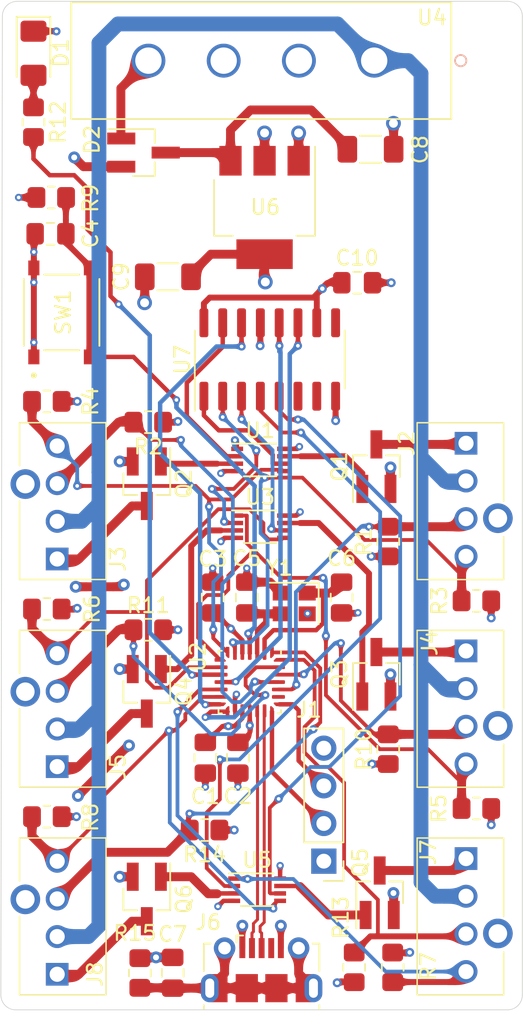
<source format=kicad_pcb>
(kicad_pcb (version 20171130) (host pcbnew "(5.1.10)-1")
  (layers (0 Front signal) (1 In1.Cu power) (2 In2.Cu power) (31 Back signal) (34 B.Paste user) (35 F.Paste user) (36 B.SilkS user) (37 F.SilkS user) (38 B.Mask user) (39 F.Mask user) (44 Edge.Cuts user))
  (net 0 "")
  (net 1 GND)
  (net 2 +3V3)
  (net 3 "Net-(C4-Pad1)")
  (net 4 "Net-(C5-Pad1)")
  (net 5 +5V)
  (net 6 VBUS)
  (net 7 +5VP)
  (net 8 /D+)
  (net 9 /D-)
  (net 10 /SWCLK)
  (net 11 /SWDIO)
  (net 12 /FAN1_PWM)
  (net 13 /FAN1_SENSE)
  (net 14 +12V)
  (net 15 "Net-(J3-Pad1)")
  (net 16 /FAN3_PWM)
  (net 17 /FAN3_SENSE)
  (net 18 "Net-(J4-Pad1)")
  (net 19 /FAN5_PWM)
  (net 20 /FAN5_SENSE)
  (net 21 "Net-(J5-Pad1)")
  (net 22 /FAN2_PWM)
  (net 23 /FAN2_SENSE)
  (net 24 /FAN4_PWM)
  (net 25 /FAN4_SENSE)
  (net 26 "Net-(J7-Pad1)")
  (net 27 /FAN6_PWM)
  (net 28 /FAN6_SENSE)
  (net 29 "Net-(J8-Pad1)")
  (net 30 "Net-(Q1-Pad1)")
  (net 31 "Net-(Q2-Pad1)")
  (net 32 "Net-(Q3-Pad1)")
  (net 33 "Net-(Q4-Pad1)")
  (net 34 "Net-(Q5-Pad1)")
  (net 35 "Net-(Q6-Pad1)")
  (net 36 /LED)
  (net 37 /DATA)
  (net 38 /LATCH)
  (net 39 /CLOCK)
  (net 40 "Net-(U2-Pad23)")
  (net 41 /FAN3_MODE)
  (net 42 /FAN1_MODE)
  (net 43 /FAN2_MODE)
  (net 44 /FAN5_MODE)
  (net 45 /FAN6_MODE)
  (net 46 /FAN4_MODE)
  (net 47 "Net-(C6-Pad1)")
  (net 48 "Net-(C7-Pad1)")
  (net 49 "Net-(D1-Pad2)")
  (net 50 "Net-(J2-Pad1)")
  (net 51 "Net-(U7-Pad9)")
  (net 52 "Net-(U7-Pad7)")
  (net 53 "Net-(U7-Pad6)")
  (net 54 "Net-(J6-Pad4)")
  (module Package_SO:VSSOP-8_2.3x2mm_P0.5mm (layer Front) (at 151.55 128.225)
    (fp_text reference U5 (at 0 -2) (layer F.SilkS))
    (fp_text value 74LVC2G32)
    (pad 8 smd rect (at 1.55 -0.75 270) (size 0.3 0.8) (layers Front F.Paste F.Mask) (net 2 +3V3))
    (pad 7 smd rect (at 1.55 -0.25 270) (size 0.3 0.8) (layers Front F.Paste F.Mask) (net 34 "Net-(Q5-Pad1)"))
    (pad 6 smd rect (at 1.55 0.25 270) (size 0.3 0.8) (layers Front F.Paste F.Mask) (net 45 /FAN6_MODE))
    (pad 5 smd rect (at 1.55 0.75 270) (size 0.3 0.8) (layers Front F.Paste F.Mask) (net 27 /FAN6_PWM))
    (pad 4 smd rect (at -1.55 0.75 270) (size 0.3 0.8) (layers Front F.Paste F.Mask) (net 1 GND))
    (pad 3 smd rect (at -1.55 0.25 270) (size 0.3 0.8) (layers Front F.Paste F.Mask) (net 35 "Net-(Q6-Pad1)"))
    (pad 2 smd rect (at -1.55 -0.25 270) (size 0.3 0.8) (layers Front F.Paste F.Mask) (net 44 /FAN5_MODE))
    (pad 1 smd rect (at -1.55 -0.75 270) (size 0.3 0.8) (layers Front F.Paste F.Mask) (net 19 /FAN5_PWM))
  )
  (module Package_SO:VSSOP-8_2.3x2mm_P0.5mm (layer Front) (at 151.75 103.75)
    (fp_text reference U3 (at 0 -2) (layer F.SilkS))
    (fp_text value 74LVC2G32)
    (pad 8 smd rect (at 1.55 -0.75 270) (size 0.3 0.8) (layers Front F.Paste F.Mask) (net 2 +3V3))
    (pad 7 smd rect (at 1.55 -0.25 270) (size 0.3 0.8) (layers Front F.Paste F.Mask) (net 32 "Net-(Q3-Pad1)"))
    (pad 6 smd rect (at 1.55 0.25 270) (size 0.3 0.8) (layers Front F.Paste F.Mask) (net 46 /FAN4_MODE))
    (pad 5 smd rect (at 1.55 0.75 270) (size 0.3 0.8) (layers Front F.Paste F.Mask) (net 24 /FAN4_PWM))
    (pad 4 smd rect (at -1.55 0.75 270) (size 0.3 0.8) (layers Front F.Paste F.Mask) (net 1 GND))
    (pad 3 smd rect (at -1.55 0.25 270) (size 0.3 0.8) (layers Front F.Paste F.Mask) (net 33 "Net-(Q4-Pad1)"))
    (pad 2 smd rect (at -1.55 -0.25 270) (size 0.3 0.8) (layers Front F.Paste F.Mask) (net 41 /FAN3_MODE))
    (pad 1 smd rect (at -1.55 -0.75 270) (size 0.3 0.8) (layers Front F.Paste F.Mask) (net 16 /FAN3_PWM))
  )
  (module Package_SO:VSSOP-8_2.3x2mm_P0.5mm (layer Front) (at 151.75 99.25)
    (fp_text reference U1 (at 0 -2) (layer F.SilkS))
    (fp_text value 74LVC2G32)
    (pad 8 smd rect (at 1.55 -0.75 270) (size 0.3 0.8) (layers Front F.Paste F.Mask) (net 2 +3V3))
    (pad 7 smd rect (at 1.55 -0.25 270) (size 0.3 0.8) (layers Front F.Paste F.Mask) (net 30 "Net-(Q1-Pad1)"))
    (pad 6 smd rect (at 1.55 0.25 270) (size 0.3 0.8) (layers Front F.Paste F.Mask) (net 43 /FAN2_MODE))
    (pad 5 smd rect (at 1.55 0.75 270) (size 0.3 0.8) (layers Front F.Paste F.Mask) (net 22 /FAN2_PWM))
    (pad 4 smd rect (at -1.55 0.75 270) (size 0.3 0.8) (layers Front F.Paste F.Mask) (net 1 GND))
    (pad 3 smd rect (at -1.55 0.25 270) (size 0.3 0.8) (layers Front F.Paste F.Mask) (net 31 "Net-(Q2-Pad1)"))
    (pad 2 smd rect (at -1.55 -0.25 270) (size 0.3 0.8) (layers Front F.Paste F.Mask) (net 42 /FAN1_MODE))
    (pad 1 smd rect (at -1.55 -0.75 270) (size 0.3 0.8) (layers Front F.Paste F.Mask) (net 12 /FAN1_PWM))
  )
  (module MountingHole:MountingHole_2.2mm_M2 (layer Front) (at 143.475 82.975)
    (fp_text reference M1 hide)
    (fp_text value MountingHole_2.2mm_M2)
    (pad 1 np_thru_hole circle (at 0 0) (size 2.2 2.2) (drill 2.2) (layers *.Cu *.Mask))
  )
  (module MountingHole:MountingHole_2.2mm_M2 (layer Front) (at 160.2 83.025)
    (fp_text reference M2 hide)
    (fp_text value MountingHole_2.2mm_M2)
    (pad 1 np_thru_hole circle (at 0 0) (size 2.2 2.2) (drill 2.2) (layers *.Cu *.Mask))
  )
  (module MountingHole:MountingHole_2.2mm_M2 (layer Front) (at 160.225 123.025)
    (fp_text reference M4 hide)
    (fp_text value MountingHole_2.2mm_M2)
    (pad 1 np_thru_hole circle (at 0 0) (size 2.2 2.2) (drill 2.2) (layers *.Cu *.Mask))
  )
  (module MountingHole:MountingHole_2.2mm_M2 (layer Front) (at 143.5 123.025)
    (fp_text reference M3 hide)
    (fp_text value MountingHole_2.2mm_M2)
    (pad 1 np_thru_hole circle (at 0 0) (size 2.2 2.2) (drill 2.2) (layers *.Cu *.Mask))
  )
  (module Crystal:Crystal_SMD_2520-4Pin_2.5x2.0mm (layer Front) (at 154.05 108.925 180)
    (fp_text reference Y1 (at 1 2.4) (layer F.SilkS))
    (fp_text value 16MHz)
    (pad 4 smd rect (at -0.875 -0.7 180) (size 1.15 1) (layers Front F.Paste F.Mask) (net 1 GND))
    (pad 3 smd rect (at 0.875 -0.7 180) (size 1.15 1) (layers Front F.Paste F.Mask) (net 4 "Net-(C5-Pad1)"))
    (pad 2 smd rect (at 0.875 0.7 180) (size 1.15 1) (layers Front F.Paste F.Mask) (net 1 GND))
    (pad 1 smd rect (at -0.875 0.7 180) (size 1.15 1) (layers Front F.Paste F.Mask) (net 47 "Net-(C6-Pad1)"))
  )
  (module Package_TO_SOT_SMD:SOT-223-3_TabPin2 (layer Front) (at 152.05 82.225 270)
    (fp_text reference U6 (at -0.025 -0.05 180) (layer F.SilkS))
    (fp_text value AMS1117-3.3)
    (pad 1 smd rect (at -3.15 -2.3 270) (size 2 1.5) (layers Front F.Paste F.Mask) (net 1 GND))
    (pad 3 smd rect (at -3.15 2.3 270) (size 2 1.5) (layers Front F.Paste F.Mask) (net 5 +5V))
    (pad 2 smd rect (at -3.15 0 270) (size 2 1.5) (layers Front F.Paste F.Mask) (net 2 +3V3))
    (pad 2 smd rect (at 3.15 0 270) (size 2 3.8) (layers Front F.Paste F.Mask) (net 2 +3V3))
  )
  (module 350211-1:350211-1 (layer Front) (at 159.45 72.325 180)
    (fp_text reference U4 (at -3.9 2.9) (layer F.SilkS))
    (fp_text value 350211-1 hide)
    (pad 4 thru_hole circle (at 15.24 0 180) (size 2.286 2.286) (drill 1.778) (layers *.Cu *.Mask) (net 7 +5VP))
    (pad 3 thru_hole circle (at 10.16 0 180) (size 2.286 2.286) (drill 1.778) (layers *.Cu *.Mask) (net 1 GND))
    (pad 2 thru_hole circle (at 5.08 0 180) (size 2.286 2.286) (drill 1.778) (layers *.Cu *.Mask) (net 1 GND))
    (pad 1 thru_hole circle (at 0 0 180) (size 2.286 2.286) (drill 1.778) (layers *.Cu *.Mask) (net 14 +12V))
  )
  (module Package_DFN_QFN:QFN-28_4x4mm_P0.5mm (layer Front) (at 151.05 114.225 270)
    (fp_text reference U2 (at -1.7 3.5 270) (layer F.SilkS))
    (fp_text value STM32F042G6Ux)
    (pad 28 smd custom (at -1.5 -1.9975 270) (size 0.136863 0.136863) (layers Front F.Paste F.Mask) (net 20 /FAN5_SENSE) (options (clearance outline) (anchor circle)) (primitives (gr_poly (pts (xy -0.08 -0.3325) (xy 0.08 -0.3325) (xy 0.08 0.3325) (xy 0.05364 0.3325) (xy -0.08 0.19886)) (width 0.09))))
    (pad 27 smd roundrect (at -1 -1.9375 270) (size 0.25 0.875) (layers Front F.Paste F.Mask) (net 25 /FAN4_SENSE))
    (pad 26 smd roundrect (at -0.5 -1.9375 270) (size 0.25 0.875) (layers Front F.Paste F.Mask) (net 17 /FAN3_SENSE))
    (pad 25 smd roundrect (at 0 -1.9375 270) (size 0.25 0.875) (layers Front F.Paste F.Mask) (net 23 /FAN2_SENSE))
    (pad 24 smd roundrect (at 0.5 -1.9375 270) (size 0.25 0.875) (layers Front F.Paste F.Mask) (net 13 /FAN1_SENSE))
    (pad 23 smd roundrect (at 1 -1.9375 270) (size 0.25 0.875) (layers Front F.Paste F.Mask) (net 40 "Net-(U2-Pad23)"))
    (pad 22 smd custom (at 1.5 -1.9975 270) (size 0.136863 0.136863) (layers Front F.Paste F.Mask) (net 10 /SWCLK) (options (clearance outline) (anchor circle)) (primitives (gr_poly (pts (xy -0.08 -0.3325) (xy 0.08 -0.3325) (xy 0.08 0.19886) (xy -0.05364 0.3325) (xy -0.08 0.3325)) (width 0.09))))
    (pad 21 smd custom (at 1.9975 -1.5 270) (size 0.136863 0.136863) (layers Front F.Paste F.Mask) (net 11 /SWDIO) (options (clearance outline) (anchor circle)) (primitives (gr_poly (pts (xy -0.3325 0.05364) (xy -0.19886 -0.08) (xy 0.3325 -0.08) (xy 0.3325 0.08) (xy -0.3325 0.08)) (width 0.09))))
    (pad 20 smd roundrect (at 1.9375 -1 270) (size 0.875 0.25) (layers Front F.Paste F.Mask) (net 8 /D+))
    (pad 19 smd roundrect (at 1.9375 -0.5 270) (size 0.875 0.25) (layers Front F.Paste F.Mask) (net 9 /D-))
    (pad 18 smd roundrect (at 1.9375 0 270) (size 0.875 0.25) (layers Front F.Paste F.Mask) (net 2 +3V3))
    (pad 17 smd roundrect (at 1.9375 0.5 270) (size 0.875 0.25) (layers Front F.Paste F.Mask) (net 2 +3V3))
    (pad 16 smd roundrect (at 1.9375 1 270) (size 0.875 0.25) (layers Front F.Paste F.Mask) (net 1 GND))
    (pad 15 smd custom (at 1.9975 1.5 270) (size 0.136863 0.136863) (layers Front F.Paste F.Mask) (net 39 /CLOCK) (options (clearance outline) (anchor circle)) (primitives (gr_poly (pts (xy -0.3325 -0.08) (xy 0.3325 -0.08) (xy 0.3325 0.08) (xy -0.19886 0.08) (xy -0.3325 -0.05364)) (width 0.09))))
    (pad 14 smd custom (at 1.5 1.9975 270) (size 0.136863 0.136863) (layers Front F.Paste F.Mask) (net 37 /DATA) (options (clearance outline) (anchor circle)) (primitives (gr_poly (pts (xy -0.08 -0.3325) (xy -0.05364 -0.3325) (xy 0.08 -0.19886) (xy 0.08 0.3325) (xy -0.08 0.3325)) (width 0.09))))
    (pad 13 smd roundrect (at 1 1.9375 270) (size 0.25 0.875) (layers Front F.Paste F.Mask) (net 27 /FAN6_PWM))
    (pad 12 smd roundrect (at 0.5 1.9375 270) (size 0.25 0.875) (layers Front F.Paste F.Mask) (net 19 /FAN5_PWM))
    (pad 11 smd roundrect (at 0 1.9375 270) (size 0.25 0.875) (layers Front F.Paste F.Mask) (net 38 /LATCH))
    (pad 10 smd roundrect (at -0.5 1.9375 270) (size 0.25 0.875) (layers Front F.Paste F.Mask) (net 36 /LED))
    (pad 9 smd roundrect (at -1 1.9375 270) (size 0.25 0.875) (layers Front F.Paste F.Mask) (net 24 /FAN4_PWM))
    (pad 8 smd custom (at -1.5 1.9975 270) (size 0.136863 0.136863) (layers Front F.Paste F.Mask) (net 16 /FAN3_PWM) (options (clearance outline) (anchor circle)) (primitives (gr_poly (pts (xy -0.08 -0.19886) (xy 0.05364 -0.3325) (xy 0.08 -0.3325) (xy 0.08 0.3325) (xy -0.08 0.3325)) (width 0.09))))
    (pad 7 smd custom (at -1.9975 1.5 270) (size 0.136863 0.136863) (layers Front F.Paste F.Mask) (net 22 /FAN2_PWM) (options (clearance outline) (anchor circle)) (primitives (gr_poly (pts (xy -0.3325 -0.08) (xy 0.3325 -0.08) (xy 0.3325 -0.05364) (xy 0.19886 0.08) (xy -0.3325 0.08)) (width 0.09))))
    (pad 6 smd roundrect (at -1.9375 1 270) (size 0.875 0.25) (layers Front F.Paste F.Mask) (net 12 /FAN1_PWM))
    (pad 5 smd roundrect (at -1.9375 0.5 270) (size 0.875 0.25) (layers Front F.Paste F.Mask) (net 2 +3V3))
    (pad 4 smd roundrect (at -1.9375 0 270) (size 0.875 0.25) (layers Front F.Paste F.Mask) (net 3 "Net-(C4-Pad1)"))
    (pad 3 smd roundrect (at -1.9375 -0.5 270) (size 0.875 0.25) (layers Front F.Paste F.Mask) (net 4 "Net-(C5-Pad1)"))
    (pad 2 smd roundrect (at -1.9375 -1 270) (size 0.875 0.25) (layers Front F.Paste F.Mask) (net 47 "Net-(C6-Pad1)"))
    (pad 1 smd custom (at -1.9975 -1.5 270) (size 0.136863 0.136863) (layers Front F.Paste F.Mask) (net 28 /FAN6_SENSE) (options (clearance outline) (anchor circle)) (primitives (gr_poly (pts (xy -0.3325 -0.08) (xy 0.19886 -0.08) (xy 0.3325 0.05364) (xy 0.3325 0.08) (xy -0.3325 0.08)) (width 0.09))))
  )
  (module Package_SO:SOIC-16_3.9x9.9mm_P1.27mm (layer Front) (at 152.4 92.475 90)
    (fp_text reference U7 (at 0 -5.9 90) (layer F.SilkS))
    (fp_text value 74HC595)
    (pad 16 smd roundrect (at 2.475 -4.445 90) (size 1.95 0.6) (layers Front F.Paste F.Mask) (net 2 +3V3))
    (pad 15 smd roundrect (at 2.475 -3.175 90) (size 1.95 0.6) (layers Front F.Paste F.Mask) (net 42 /FAN1_MODE))
    (pad 14 smd roundrect (at 2.475 -1.905 90) (size 1.95 0.6) (layers Front F.Paste F.Mask) (net 37 /DATA))
    (pad 13 smd roundrect (at 2.475 -0.635 90) (size 1.95 0.6) (layers Front F.Paste F.Mask) (net 1 GND))
    (pad 12 smd roundrect (at 2.475 0.635 90) (size 1.95 0.6) (layers Front F.Paste F.Mask) (net 38 /LATCH))
    (pad 11 smd roundrect (at 2.475 1.905 90) (size 1.95 0.6) (layers Front F.Paste F.Mask) (net 39 /CLOCK))
    (pad 10 smd roundrect (at 2.475 3.175 90) (size 1.95 0.6) (layers Front F.Paste F.Mask) (net 2 +3V3))
    (pad 9 smd roundrect (at 2.475 4.445 90) (size 1.95 0.6) (layers Front F.Paste F.Mask) (net 51 "Net-(U7-Pad9)"))
    (pad 8 smd roundrect (at -2.475 4.445 90) (size 1.95 0.6) (layers Front F.Paste F.Mask) (net 1 GND))
    (pad 7 smd roundrect (at -2.475 3.175 90) (size 1.95 0.6) (layers Front F.Paste F.Mask) (net 52 "Net-(U7-Pad7)"))
    (pad 6 smd roundrect (at -2.475 1.905 90) (size 1.95 0.6) (layers Front F.Paste F.Mask) (net 53 "Net-(U7-Pad6)"))
    (pad 5 smd roundrect (at -2.475 0.635 90) (size 1.95 0.6) (layers Front F.Paste F.Mask) (net 45 /FAN6_MODE))
    (pad 4 smd roundrect (at -2.475 -0.635 90) (size 1.95 0.6) (layers Front F.Paste F.Mask) (net 44 /FAN5_MODE))
    (pad 3 smd roundrect (at -2.475 -1.905 90) (size 1.95 0.6) (layers Front F.Paste F.Mask) (net 46 /FAN4_MODE))
    (pad 2 smd roundrect (at -2.475 -3.175 90) (size 1.95 0.6) (layers Front F.Paste F.Mask) (net 41 /FAN3_MODE))
    (pad 1 smd roundrect (at -2.475 -4.445 90) (size 1.95 0.6) (layers Front F.Paste F.Mask) (net 43 /FAN2_MODE))
  )
  (module TS-1187A-B-A-B:SW_TS-1187A-B-A-B (layer Front) (at 138.35 89.3 90)
    (fp_text reference SW1 (at 0 0.1 90) (layer F.SilkS))
    (fp_text value Reset)
    (pad 2 smd rect (at 3 1.875 90) (size 1 0.75) (layers Front F.Paste F.Mask) (net 3 "Net-(C4-Pad1)"))
    (pad 2 smd rect (at -3 1.875 90) (size 1 0.75) (layers Front F.Paste F.Mask) (net 3 "Net-(C4-Pad1)"))
    (pad 1 smd rect (at 3 -1.875 90) (size 1 0.75) (layers Front F.Paste F.Mask) (net 1 GND))
    (pad 1 smd rect (at -3 -1.875 90) (size 1 0.75) (layers Front F.Paste F.Mask) (net 1 GND))
  )
  (module Resistor_SMD:R_0805_2012Metric_Pad1.20x1.40mm_HandSolder (layer Front) (at 148 124.2 180)
    (fp_text reference R14 (at 0 -1.65) (layer F.SilkS))
    (fp_text value 10K)
    (pad 2 smd roundrect (at 1 0 180) (size 1.2 1.4) (layers Front F.Paste F.Mask) (roundrect_rratio 0.2083325) (net 28 /FAN6_SENSE))
    (pad 1 smd roundrect (at -1 0 180) (size 1.2 1.4) (layers Front F.Paste F.Mask) (roundrect_rratio 0.2083325) (net 2 +3V3))
  )
  (module Resistor_SMD:R_0805_2012Metric_Pad1.20x1.40mm_HandSolder (layer Front) (at 144.2 110.7 180)
    (fp_text reference R11 (at 0 1.65) (layer F.SilkS))
    (fp_text value 10K)
    (pad 2 smd roundrect (at 1 0 180) (size 1.2 1.4) (layers Front F.Paste F.Mask) (roundrect_rratio 0.2083325) (net 25 /FAN4_SENSE))
    (pad 1 smd roundrect (at -1 0 180) (size 1.2 1.4) (layers Front F.Paste F.Mask) (roundrect_rratio 0.2083325) (net 2 +3V3))
  )
  (module Resistor_SMD:R_0805_2012Metric_Pad1.20x1.40mm_HandSolder (layer Front) (at 144.2 96.7 180)
    (fp_text reference R2 (at 0 -1.65) (layer F.SilkS))
    (fp_text value 10K)
    (pad 2 smd roundrect (at 1 0 180) (size 1.2 1.4) (layers Front F.Paste F.Mask) (roundrect_rratio 0.2083325) (net 23 /FAN2_SENSE))
    (pad 1 smd roundrect (at -1 0 180) (size 1.2 1.4) (layers Front F.Paste F.Mask) (roundrect_rratio 0.2083325) (net 2 +3V3))
  )
  (module Resistor_SMD:R_0805_2012Metric_Pad1.20x1.40mm_HandSolder (layer Front) (at 158.1 133.46 90)
    (fp_text reference R13 (at 3.36 -0.9 270) (layer F.SilkS))
    (fp_text value 10K)
    (pad 2 smd roundrect (at 1 0 90) (size 1.2 1.4) (layers Front F.Paste F.Mask) (roundrect_rratio 0.2083325) (net 20 /FAN5_SENSE))
    (pad 1 smd roundrect (at -1 0 90) (size 1.2 1.4) (layers Front F.Paste F.Mask) (roundrect_rratio 0.2083325) (net 2 +3V3))
  )
  (module Resistor_SMD:R_0805_2012Metric_Pad1.20x1.40mm_HandSolder (layer Front) (at 160.4 118.75 90)
    (fp_text reference R10 (at 0 -1.65 90) (layer F.SilkS))
    (fp_text value 10K)
    (pad 2 smd roundrect (at 1 0 90) (size 1.2 1.4) (layers Front F.Paste F.Mask) (roundrect_rratio 0.2083325) (net 17 /FAN3_SENSE))
    (pad 1 smd roundrect (at -1 0 90) (size 1.2 1.4) (layers Front F.Paste F.Mask) (roundrect_rratio 0.2083325) (net 2 +3V3))
  )
  (module Resistor_SMD:R_0805_2012Metric_Pad1.20x1.40mm_HandSolder (layer Front) (at 160.4 104.75 90)
    (fp_text reference R1 (at 0 -1.65 90) (layer F.SilkS))
    (fp_text value 10K)
    (pad 2 smd roundrect (at 1 0 90) (size 1.2 1.4) (layers Front F.Paste F.Mask) (roundrect_rratio 0.2083325) (net 13 /FAN1_SENSE))
    (pad 1 smd roundrect (at -1 0 90) (size 1.2 1.4) (layers Front F.Paste F.Mask) (roundrect_rratio 0.2083325) (net 2 +3V3))
  )
  (module Resistor_SMD:R_0805_2012Metric_Pad1.20x1.40mm_HandSolder (layer Front) (at 137.35 123.3 180)
    (fp_text reference R8 (at -2.95 -0.05 90) (layer F.SilkS))
    (fp_text value 10K)
    (pad 2 smd roundrect (at 1 0 180) (size 1.2 1.4) (layers Front F.Paste F.Mask) (roundrect_rratio 0.2083325) (net 27 /FAN6_PWM))
    (pad 1 smd roundrect (at -1 0 180) (size 1.2 1.4) (layers Front F.Paste F.Mask) (roundrect_rratio 0.2083325) (net 2 +3V3))
  )
  (module Resistor_SMD:R_0805_2012Metric_Pad1.20x1.40mm_HandSolder (layer Front) (at 160.7 133.46 270)
    (fp_text reference R7 (at -0.06 -2.4 90) (layer F.SilkS))
    (fp_text value 10K)
    (pad 2 smd roundrect (at 1 0 270) (size 1.2 1.4) (layers Front F.Paste F.Mask) (roundrect_rratio 0.2083325) (net 19 /FAN5_PWM))
    (pad 1 smd roundrect (at -1 0 270) (size 1.2 1.4) (layers Front F.Paste F.Mask) (roundrect_rratio 0.2083325) (net 2 +3V3))
  )
  (module Resistor_SMD:R_0805_2012Metric_Pad1.20x1.40mm_HandSolder (layer Front) (at 136.45 76.475 270)
    (fp_text reference R12 (at 0 -1.65 90) (layer F.SilkS))
    (fp_text value 200R)
    (pad 2 smd roundrect (at 1 0 270) (size 1.2 1.4) (layers Front F.Paste F.Mask) (roundrect_rratio 0.2083325) (net 36 /LED))
    (pad 1 smd roundrect (at -1 0 270) (size 1.2 1.4) (layers Front F.Paste F.Mask) (roundrect_rratio 0.2083325) (net 49 "Net-(D1-Pad2)"))
  )
  (module Resistor_SMD:R_0805_2012Metric_Pad1.20x1.40mm_HandSolder (layer Front) (at 137.35 109.3 180)
    (fp_text reference R6 (at -3.05 0 90) (layer F.SilkS))
    (fp_text value 10K)
    (pad 2 smd roundrect (at 1 0 180) (size 1.2 1.4) (layers Front F.Paste F.Mask) (roundrect_rratio 0.2083325) (net 24 /FAN4_PWM))
    (pad 1 smd roundrect (at -1 0 180) (size 1.2 1.4) (layers Front F.Paste F.Mask) (roundrect_rratio 0.2083325) (net 2 +3V3))
  )
  (module Resistor_SMD:R_0805_2012Metric_Pad1.20x1.40mm_HandSolder (layer Front) (at 166.35 122.75 180)
    (fp_text reference R5 (at 2.55 0 90) (layer F.SilkS))
    (fp_text value 10K)
    (pad 2 smd roundrect (at 1 0 180) (size 1.2 1.4) (layers Front F.Paste F.Mask) (roundrect_rratio 0.2083325) (net 16 /FAN3_PWM))
    (pad 1 smd roundrect (at -1 0 180) (size 1.2 1.4) (layers Front F.Paste F.Mask) (roundrect_rratio 0.2083325) (net 2 +3V3))
  )
  (module Resistor_SMD:R_0805_2012Metric_Pad1.20x1.40mm_HandSolder (layer Front) (at 137.35 95.3 180)
    (fp_text reference R4 (at -2.95 0 90) (layer F.SilkS))
    (fp_text value 10K)
    (pad 2 smd roundrect (at 1 0 180) (size 1.2 1.4) (layers Front F.Paste F.Mask) (roundrect_rratio 0.2083325) (net 22 /FAN2_PWM))
    (pad 1 smd roundrect (at -1 0 180) (size 1.2 1.4) (layers Front F.Paste F.Mask) (roundrect_rratio 0.2083325) (net 2 +3V3))
  )
  (module Resistor_SMD:R_0805_2012Metric_Pad1.20x1.40mm_HandSolder (layer Front) (at 166.35 108.75 180)
    (fp_text reference R3 (at 2.5 0 90) (layer F.SilkS))
    (fp_text value 10K)
    (pad 2 smd roundrect (at 1 0 180) (size 1.2 1.4) (layers Front F.Paste F.Mask) (roundrect_rratio 0.2083325) (net 12 /FAN1_PWM))
    (pad 1 smd roundrect (at -1 0 180) (size 1.2 1.4) (layers Front F.Paste F.Mask) (roundrect_rratio 0.2083325) (net 2 +3V3))
  )
  (module Resistor_SMD:R_0805_2012Metric_Pad1.20x1.40mm_HandSolder (layer Front) (at 137.65 81.55)
    (fp_text reference R9 (at 2.65 0.05 90) (layer F.SilkS))
    (fp_text value 10K)
    (pad 2 smd roundrect (at 1 0) (size 1.2 1.4) (layers Front F.Paste F.Mask) (roundrect_rratio 0.2083325) (net 3 "Net-(C4-Pad1)"))
    (pad 1 smd roundrect (at -1 0) (size 1.2 1.4) (layers Front F.Paste F.Mask) (roundrect_rratio 0.2083325) (net 2 +3V3))
  )
  (module Resistor_SMD:R_0805_2012Metric_Pad1.20x1.40mm_HandSolder (layer Front) (at 143.63 133.84 90)
    (fp_text reference R15 (at 2.69 -0.33 180) (layer F.SilkS))
    (fp_text value 330R)
    (pad 2 smd roundrect (at 1 0 90) (size 1.2 1.4) (layers Front F.Paste F.Mask) (roundrect_rratio 0.2083325) (net 1 GND))
    (pad 1 smd roundrect (at -1 0 90) (size 1.2 1.4) (layers Front F.Paste F.Mask) (roundrect_rratio 0.2083325) (net 48 "Net-(C7-Pad1)"))
  )
  (module Package_TO_SOT_SMD:SOT-23_Handsoldering (layer Front) (at 144.1 128.85 270)
    (fp_text reference Q6 (at 0 -2.5 90) (layer F.SilkS))
    (fp_text value IRLML6244)
    (pad 3 smd rect (at 1.5 0 270) (size 1.9 0.8) (layers Front F.Paste F.Mask) (net 29 "Net-(J8-Pad1)"))
    (pad 2 smd rect (at -1.5 0.95 270) (size 1.9 0.8) (layers Front F.Paste F.Mask) (net 1 GND))
    (pad 1 smd rect (at -1.5 -0.95 270) (size 1.9 0.8) (layers Front F.Paste F.Mask) (net 35 "Net-(Q6-Pad1)"))
  )
  (module Package_TO_SOT_SMD:SOT-23_Handsoldering (layer Front) (at 144.1 114.85 270)
    (fp_text reference Q4 (at 0 -2.5 90) (layer F.SilkS))
    (fp_text value IRLML6244)
    (pad 3 smd rect (at 1.5 0 270) (size 1.9 0.8) (layers Front F.Paste F.Mask) (net 21 "Net-(J5-Pad1)"))
    (pad 2 smd rect (at -1.5 0.95 270) (size 1.9 0.8) (layers Front F.Paste F.Mask) (net 1 GND))
    (pad 1 smd rect (at -1.5 -0.95 270) (size 1.9 0.8) (layers Front F.Paste F.Mask) (net 33 "Net-(Q4-Pad1)"))
  )
  (module Package_TO_SOT_SMD:SOT-23_Handsoldering (layer Front) (at 144.1 100.85 270)
    (fp_text reference Q2 (at 0 -2.5 90) (layer F.SilkS))
    (fp_text value IRLML6244)
    (pad 3 smd rect (at 1.5 0 270) (size 1.9 0.8) (layers Front F.Paste F.Mask) (net 15 "Net-(J3-Pad1)"))
    (pad 2 smd rect (at -1.5 0.95 270) (size 1.9 0.8) (layers Front F.Paste F.Mask) (net 1 GND))
    (pad 1 smd rect (at -1.5 -0.95 270) (size 1.9 0.8) (layers Front F.Paste F.Mask) (net 31 "Net-(Q2-Pad1)"))
  )
  (module Package_TO_SOT_SMD:SOT-23_Handsoldering (layer Front) (at 159.82 128.43 90)
    (fp_text reference Q5 (at 2.03 -1.32 90) (layer F.SilkS))
    (fp_text value IRLML6244)
    (pad 3 smd rect (at 1.5 0 90) (size 1.9 0.8) (layers Front F.Paste F.Mask) (net 26 "Net-(J7-Pad1)"))
    (pad 2 smd rect (at -1.5 0.95 90) (size 1.9 0.8) (layers Front F.Paste F.Mask) (net 1 GND))
    (pad 1 smd rect (at -1.5 -0.95 90) (size 1.9 0.8) (layers Front F.Paste F.Mask) (net 34 "Net-(Q5-Pad1)"))
  )
  (module Package_TO_SOT_SMD:SOT-23_Handsoldering (layer Front) (at 159.6 113.7 90)
    (fp_text reference Q3 (at 0 -2.5 90) (layer F.SilkS))
    (fp_text value IRLML6244)
    (pad 3 smd rect (at 1.5 0 90) (size 1.9 0.8) (layers Front F.Paste F.Mask) (net 18 "Net-(J4-Pad1)"))
    (pad 2 smd rect (at -1.5 0.95 90) (size 1.9 0.8) (layers Front F.Paste F.Mask) (net 1 GND))
    (pad 1 smd rect (at -1.5 -0.95 90) (size 1.9 0.8) (layers Front F.Paste F.Mask) (net 32 "Net-(Q3-Pad1)"))
  )
  (module Package_TO_SOT_SMD:SOT-23_Handsoldering (layer Front) (at 159.6 99.7 90)
    (fp_text reference Q1 (at 0 -2.5 90) (layer F.SilkS))
    (fp_text value IRLML6244)
    (pad 3 smd rect (at 1.5 0 90) (size 1.9 0.8) (layers Front F.Paste F.Mask) (net 50 "Net-(J2-Pad1)"))
    (pad 2 smd rect (at -1.5 0.95 90) (size 1.9 0.8) (layers Front F.Paste F.Mask) (net 1 GND))
    (pad 1 smd rect (at -1.5 -0.95 90) (size 1.9 0.8) (layers Front F.Paste F.Mask) (net 30 "Net-(Q1-Pad1)"))
  )
  (module 470531000:470531000 (layer Front) (at 138.05 133.925 270)
    (fp_text reference J8 (at 0 -2.55 90) (layer F.SilkS))
    (fp_text value 47053-1000)
    (pad "" thru_hole circle (at -5.05 2.15 270) (size 2 2) (drill 1.25) (layers *.Cu *.Mask))
    (pad 4 thru_hole circle (at -7.62 0 270) (size 1.55 1.55) (drill 1.02) (layers *.Cu *.Mask) (net 27 /FAN6_PWM))
    (pad 3 thru_hole circle (at -5.08 0 270) (size 1.55 1.55) (drill 1.02) (layers *.Cu *.Mask) (net 28 /FAN6_SENSE))
    (pad 2 thru_hole circle (at -2.54 0 270) (size 1.55 1.55) (drill 1.02) (layers *.Cu *.Mask) (net 14 +12V))
    (pad 1 thru_hole rect (at 0 0 270) (size 1.53 1.53) (drill 1.02) (layers *.Cu *.Mask) (net 29 "Net-(J8-Pad1)"))
  )
  (module 470531000:470531000 (layer Front) (at 138.05 119.925 270)
    (fp_text reference J5 (at 0 -4.1 90) (layer F.SilkS))
    (fp_text value 47053-1000)
    (pad "" thru_hole circle (at -5.05 2.15 270) (size 2 2) (drill 1.25) (layers *.Cu *.Mask))
    (pad 4 thru_hole circle (at -7.62 0 270) (size 1.55 1.55) (drill 1.02) (layers *.Cu *.Mask) (net 24 /FAN4_PWM))
    (pad 3 thru_hole circle (at -5.08 0 270) (size 1.55 1.55) (drill 1.02) (layers *.Cu *.Mask) (net 25 /FAN4_SENSE))
    (pad 2 thru_hole circle (at -2.54 0 270) (size 1.55 1.55) (drill 1.02) (layers *.Cu *.Mask) (net 14 +12V))
    (pad 1 thru_hole rect (at 0 0 270) (size 1.53 1.53) (drill 1.02) (layers *.Cu *.Mask) (net 21 "Net-(J5-Pad1)"))
  )
  (module 470531000:470531000 (layer Front) (at 138.05 105.925 270)
    (fp_text reference J3 (at 0 -4.1 90) (layer F.SilkS))
    (fp_text value 47053-1000)
    (pad "" thru_hole circle (at -5.05 2.15 270) (size 2 2) (drill 1.25) (layers *.Cu *.Mask))
    (pad 4 thru_hole circle (at -7.62 0 270) (size 1.55 1.55) (drill 1.02) (layers *.Cu *.Mask) (net 22 /FAN2_PWM))
    (pad 3 thru_hole circle (at -5.08 0 270) (size 1.55 1.55) (drill 1.02) (layers *.Cu *.Mask) (net 23 /FAN2_SENSE))
    (pad 2 thru_hole circle (at -2.54 0 270) (size 1.55 1.55) (drill 1.02) (layers *.Cu *.Mask) (net 14 +12V))
    (pad 1 thru_hole rect (at 0 0 270) (size 1.53 1.53) (drill 1.02) (layers *.Cu *.Mask) (net 15 "Net-(J3-Pad1)"))
  )
  (module 470531000:470531000 (layer Front) (at 165.65 126.125 90)
    (fp_text reference J7 (at 0.425 -2.55 270) (layer F.SilkS))
    (fp_text value 47053-1000)
    (pad "" thru_hole circle (at -5.05 2.15 90) (size 2 2) (drill 1.25) (layers *.Cu *.Mask))
    (pad 4 thru_hole circle (at -7.62 0 90) (size 1.55 1.55) (drill 1.02) (layers *.Cu *.Mask) (net 19 /FAN5_PWM))
    (pad 3 thru_hole circle (at -5.08 0 90) (size 1.55 1.55) (drill 1.02) (layers *.Cu *.Mask) (net 20 /FAN5_SENSE))
    (pad 2 thru_hole circle (at -2.54 0 90) (size 1.55 1.55) (drill 1.02) (layers *.Cu *.Mask) (net 14 +12V))
    (pad 1 thru_hole rect (at 0 0 90) (size 1.53 1.53) (drill 1.02) (layers *.Cu *.Mask) (net 26 "Net-(J7-Pad1)"))
  )
  (module 470531000:470531000 (layer Front) (at 165.65 112.125 90)
    (fp_text reference J4 (at 0.525 -2.45 90) (layer F.SilkS))
    (fp_text value 47053-1000)
    (pad "" thru_hole circle (at -5.05 2.15 90) (size 2 2) (drill 1.25) (layers *.Cu *.Mask))
    (pad 4 thru_hole circle (at -7.62 0 90) (size 1.55 1.55) (drill 1.02) (layers *.Cu *.Mask) (net 16 /FAN3_PWM))
    (pad 3 thru_hole circle (at -5.08 0 90) (size 1.55 1.55) (drill 1.02) (layers *.Cu *.Mask) (net 17 /FAN3_SENSE))
    (pad 2 thru_hole circle (at -2.54 0 90) (size 1.55 1.55) (drill 1.02) (layers *.Cu *.Mask) (net 14 +12V))
    (pad 1 thru_hole rect (at 0 0 90) (size 1.53 1.53) (drill 1.02) (layers *.Cu *.Mask) (net 18 "Net-(J4-Pad1)"))
  )
  (module 470531000:470531000 (layer Front) (at 165.65 98.125 90)
    (fp_text reference J2 (at 0 -4 90) (layer F.SilkS))
    (fp_text value 47053-1000)
    (pad "" thru_hole circle (at -5.05 2.15 90) (size 2 2) (drill 1.25) (layers *.Cu *.Mask))
    (pad 4 thru_hole circle (at -7.62 0 90) (size 1.55 1.55) (drill 1.02) (layers *.Cu *.Mask) (net 12 /FAN1_PWM))
    (pad 3 thru_hole circle (at -5.08 0 90) (size 1.55 1.55) (drill 1.02) (layers *.Cu *.Mask) (net 13 /FAN1_SENSE))
    (pad 2 thru_hole circle (at -2.54 0 90) (size 1.55 1.55) (drill 1.02) (layers *.Cu *.Mask) (net 14 +12V))
    (pad 1 thru_hole rect (at 0 0 90) (size 1.53 1.53) (drill 1.02) (layers *.Cu *.Mask) (net 50 "Net-(J2-Pad1)"))
  )
  (module Connector_PinHeader_2.54mm:PinHeader_1x04_P2.54mm_Vertical (layer Front) (at 156.05 126.3 180)
    (fp_text reference J1 (at 1 10.2) (layer F.SilkS))
    (fp_text value PROG_CONN)
    (pad 4 thru_hole oval (at 0 7.62 180) (size 1.7 1.7) (drill 1) (layers *.Cu *.Mask) (net 1 GND))
    (pad 3 thru_hole oval (at 0 5.08 180) (size 1.7 1.7) (drill 1) (layers *.Cu *.Mask) (net 10 /SWCLK))
    (pad 2 thru_hole oval (at 0 2.54 180) (size 1.7 1.7) (drill 1) (layers *.Cu *.Mask) (net 11 /SWDIO))
    (pad 1 thru_hole rect (at 0 0 180) (size 1.7 1.7) (drill 1) (layers *.Cu *.Mask) (net 2 +3V3))
  )
  (module Connector_USB:USB_Micro-B_Molex-105017-0001 (layer Front) (at 151.85 133.625)
    (fp_text reference J6 (at -3.6 -3.2) (layer F.SilkS))
    (fp_text value USB_B_Micro)
    (pad 6 smd rect (at -2.9 1.2375) (size 1.2 1.9) (layers Front F.Mask) (net 48 "Net-(C7-Pad1)"))
    (pad 6 smd rect (at 2.9 1.2375) (size 1.2 1.9) (layers Front F.Mask) (net 48 "Net-(C7-Pad1)"))
    (pad 6 thru_hole oval (at 3.5 1.2375) (size 1.2 1.9) (drill oval 0.6 1.3) (layers *.Cu *.Mask) (net 48 "Net-(C7-Pad1)"))
    (pad 6 thru_hole oval (at -3.5 1.2375 180) (size 1.2 1.9) (drill oval 0.6 1.3) (layers *.Cu *.Mask) (net 48 "Net-(C7-Pad1)"))
    (pad 6 smd rect (at -1 1.2375) (size 1.5 1.9) (layers Front F.Paste F.Mask) (net 48 "Net-(C7-Pad1)"))
    (pad 6 thru_hole circle (at 2.5 -1.4625) (size 1.45 1.45) (drill 0.85) (layers *.Cu *.Mask) (net 48 "Net-(C7-Pad1)"))
    (pad 3 smd rect (at 0 -1.4625) (size 0.4 1.35) (layers Front F.Paste F.Mask) (net 8 /D+))
    (pad 4 smd rect (at 0.65 -1.4625) (size 0.4 1.35) (layers Front F.Paste F.Mask) (net 54 "Net-(J6-Pad4)"))
    (pad 5 smd rect (at 1.3 -1.4625) (size 0.4 1.35) (layers Front F.Paste F.Mask) (net 1 GND))
    (pad 1 smd rect (at -1.3 -1.4625) (size 0.4 1.35) (layers Front F.Paste F.Mask) (net 6 VBUS))
    (pad 2 smd rect (at -0.65 -1.4625) (size 0.4 1.35) (layers Front F.Paste F.Mask) (net 9 /D-))
    (pad 6 thru_hole circle (at -2.5 -1.4625) (size 1.45 1.45) (drill 0.85) (layers *.Cu *.Mask) (net 48 "Net-(C7-Pad1)"))
    (pad 6 smd rect (at 1 1.2375) (size 1.5 1.9) (layers Front F.Paste F.Mask) (net 48 "Net-(C7-Pad1)"))
  )
  (module LED_SMD:LED_1206_3216Metric_Pad1.42x1.75mm_HandSolder (layer Front) (at 136.45 71.825 270)
    (fp_text reference D1 (at -0.025 -1.85 270) (layer F.SilkS))
    (fp_text value LED)
    (pad 2 smd roundrect (at 1.4875 0 270) (size 1.425 1.75) (layers Front F.Paste F.Mask) (roundrect_rratio 0.1754385964912281) (net 49 "Net-(D1-Pad2)"))
    (pad 1 smd roundrect (at -1.4875 0 270) (size 1.425 1.75) (layers Front F.Paste F.Mask) (roundrect_rratio 0.1754385964912281) (net 1 GND))
  )
  (module Package_TO_SOT_SMD:SOT-23_Handsoldering (layer Front) (at 143.875 78.525)
    (fp_text reference D2 (at -3.475 -0.875 270) (layer F.SilkS))
    (fp_text value BAT54CL)
    (pad 3 smd rect (at 1.5 0) (size 1.9 0.8) (layers Front F.Paste F.Mask) (net 5 +5V))
    (pad 2 smd rect (at -1.5 0.95) (size 1.9 0.8) (layers Front F.Paste F.Mask) (net 6 VBUS))
    (pad 1 smd rect (at -1.5 -0.95) (size 1.9 0.8) (layers Front F.Paste F.Mask) (net 7 +5VP))
  )
  (module Capacitor_SMD:C_1206_3216Metric_Pad1.33x1.80mm_HandSolder (layer Front) (at 145.525 86.9 180)
    (fp_text reference C9 (at 3.15 0 90) (layer F.SilkS))
    (fp_text value 22uF)
    (pad 2 smd roundrect (at 1.5625 0 180) (size 1.325 1.8) (layers Front F.Paste F.Mask) (roundrect_rratio 0.1886784905660377) (net 1 GND))
    (pad 1 smd roundrect (at -1.5625 0 180) (size 1.325 1.8) (layers Front F.Paste F.Mask) (roundrect_rratio 0.1886784905660377) (net 2 +3V3))
  )
  (module Capacitor_SMD:C_1206_3216Metric_Pad1.33x1.80mm_HandSolder (layer Front) (at 159.2 78.3)
    (fp_text reference C8 (at 3.35 0.025 90) (layer F.SilkS))
    (fp_text value 10uF)
    (pad 2 smd roundrect (at 1.5625 0) (size 1.325 1.8) (layers Front F.Paste F.Mask) (roundrect_rratio 0.1886784905660377) (net 1 GND))
    (pad 1 smd roundrect (at -1.5625 0) (size 1.325 1.8) (layers Front F.Paste F.Mask) (roundrect_rratio 0.1886784905660377) (net 5 +5V))
  )
  (module Capacitor_SMD:C_0805_2012Metric_Pad1.18x1.45mm_HandSolder (layer Front) (at 148.55 108.525 90)
    (fp_text reference C3 (at 2.6 0) (layer F.SilkS))
    (fp_text value 100nF)
    (pad 2 smd roundrect (at 1.0375 0 90) (size 1.175 1.45) (layers Front F.Paste F.Mask) (roundrect_rratio 0.2127659574468085) (net 1 GND))
    (pad 1 smd roundrect (at -1.0375 0 90) (size 1.175 1.45) (layers Front F.Paste F.Mask) (roundrect_rratio 0.2127659574468085) (net 2 +3V3))
  )
  (module Capacitor_SMD:C_0805_2012Metric_Pad1.18x1.45mm_HandSolder (layer Front) (at 150.25 119.325 270)
    (fp_text reference C2 (at 2.6 0 180) (layer F.SilkS))
    (fp_text value 100nF)
    (pad 2 smd roundrect (at 1.0375 0 270) (size 1.175 1.45) (layers Front F.Paste F.Mask) (roundrect_rratio 0.2127659574468085) (net 1 GND))
    (pad 1 smd roundrect (at -1.0375 0 270) (size 1.175 1.45) (layers Front F.Paste F.Mask) (roundrect_rratio 0.2127659574468085) (net 2 +3V3))
  )
  (module Capacitor_SMD:C_0805_2012Metric_Pad1.18x1.45mm_HandSolder (layer Front) (at 148.05 119.325 270)
    (fp_text reference C1 (at 2.6 0) (layer F.SilkS))
    (fp_text value 100nF)
    (pad 2 smd roundrect (at 1.0375 0 270) (size 1.175 1.45) (layers Front F.Paste F.Mask) (roundrect_rratio 0.2127659574468085) (net 1 GND))
    (pad 1 smd roundrect (at -1.0375 0 270) (size 1.175 1.45) (layers Front F.Paste F.Mask) (roundrect_rratio 0.2127659574468085) (net 2 +3V3))
  )
  (module Capacitor_SMD:C_0805_2012Metric_Pad1.18x1.45mm_HandSolder (layer Front) (at 137.6 84 180)
    (fp_text reference C4 (at -2.7 0 90) (layer F.SilkS))
    (fp_text value 100nF)
    (pad 2 smd roundrect (at 1.0375 0 180) (size 1.175 1.45) (layers Front F.Paste F.Mask) (roundrect_rratio 0.2127659574468085) (net 1 GND))
    (pad 1 smd roundrect (at -1.0375 0 180) (size 1.175 1.45) (layers Front F.Paste F.Mask) (roundrect_rratio 0.2127659574468085) (net 3 "Net-(C4-Pad1)"))
  )
  (module Capacitor_SMD:C_0805_2012Metric_Pad1.18x1.45mm_HandSolder (layer Front) (at 157.25 108.525 270)
    (fp_text reference C6 (at -2.65 0 180) (layer F.SilkS))
    (fp_text value TBD)
    (pad 2 smd roundrect (at 1.0375 0 270) (size 1.175 1.45) (layers Front F.Paste F.Mask) (roundrect_rratio 0.2127659574468085) (net 1 GND))
    (pad 1 smd roundrect (at -1.0375 0 270) (size 1.175 1.45) (layers Front F.Paste F.Mask) (roundrect_rratio 0.2127659574468085) (net 47 "Net-(C6-Pad1)"))
  )
  (module Capacitor_SMD:C_0805_2012Metric_Pad1.18x1.45mm_HandSolder (layer Front) (at 145.85 133.825 90)
    (fp_text reference C7 (at 2.6 0 180) (layer F.SilkS))
    (fp_text value 100nF)
    (pad 2 smd roundrect (at 1.0375 0 90) (size 1.175 1.45) (layers Front F.Paste F.Mask) (roundrect_rratio 0.2127659574468085) (net 1 GND))
    (pad 1 smd roundrect (at -1.0375 0 90) (size 1.175 1.45) (layers Front F.Paste F.Mask) (roundrect_rratio 0.2127659574468085) (net 48 "Net-(C7-Pad1)"))
  )
  (module Capacitor_SMD:C_0805_2012Metric_Pad1.18x1.45mm_HandSolder (layer Front) (at 150.85 108.525 90)
    (fp_text reference C5 (at 2.65 0 180) (layer F.SilkS))
    (fp_text value TBD)
    (pad 2 smd roundrect (at 1.0375 0 90) (size 1.175 1.45) (layers Front F.Paste F.Mask) (roundrect_rratio 0.2127659574468085) (net 1 GND))
    (pad 1 smd roundrect (at -1.0375 0 90) (size 1.175 1.45) (layers Front F.Paste F.Mask) (roundrect_rratio 0.2127659574468085) (net 4 "Net-(C5-Pad1)"))
  )
  (module Capacitor_SMD:C_0805_2012Metric_Pad1.18x1.45mm_HandSolder (layer Front) (at 158.3 87.3)
    (fp_text reference C10 (at 0 -1.68) (layer F.SilkS))
    (fp_text value 100nF)
    (pad 2 smd roundrect (at 1.0375 0) (size 1.175 1.45) (layers Front F.Paste F.Mask) (roundrect_rratio 0.2127659574468085) (net 1 GND))
    (pad 1 smd roundrect (at -1.0375 0) (size 1.175 1.45) (layers Front F.Paste F.Mask) (roundrect_rratio 0.2127659574468085) (net 2 +3V3))
  )
  (gr_arc (start 135.25 135.325) (end 134.25 135.325) (angle -90) (layer Edge.Cuts) (width 0.05))
  (gr_arc (start 168.45 135.325) (end 168.45 136.325) (angle -90) (layer Edge.Cuts) (width 0.05))
  (gr_arc (start 168.45 69.325) (end 169.45 69.325) (angle -90) (layer Edge.Cuts) (width 0.05))
  (gr_arc (start 135.35 69.325) (end 135.35 68.325) (angle -90) (layer Edge.Cuts) (width 0.05))
  (gr_line (start 169.45 69.325) (end 169.45 135.325) (layer Edge.Cuts) (width 0.05))
  (gr_line (start 135.35 68.325) (end 168.45 68.325) (layer Edge.Cuts) (width 0.05))
  (gr_line (start 134.25 135.325) (end 134.35 69.325) (layer Edge.Cuts) (width 0.05))
  (gr_line (start 168.45 136.325) (end 135.25 136.325) (layer Edge.Cuts) (width 0.05))
  (segment (start 136.475 85.225) (end 136.475 84.0875) (width 0.4) (layer Front) (net 1))
  (segment (start 136.475 84.0875) (end 136.562 84) (width 0.4) (layer Front) (net 1))
  (segment (start 154.95 109.6) (end 154.925 109.625) (width 0.254) (layer Front) (net 1))
  (segment (start 150.05 116.162) (end 150.05 116.1625) (width 0.254) (layer Front) (net 1))
  (segment (start 150.05 116.162) (end 150.05 115.15) (width 0.3) (layer Front) (net 1))
  (segment (start 150.05 115.15) (end 150.15 115.05) (width 0.3) (layer Front) (net 1))
  (segment (start 153.15 132.162) (end 153.15 132.1625) (width 0.254) (layer Front) (net 1))
  (segment (start 153.15 132.162) (end 153.15 130.65) (width 0.4) (layer Front) (net 1))
  (segment (start 143.962 87.7687) (end 143.9625 87.7682) (width 0.254) (layer Front) (net 1))
  (segment (start 143.9625 87.7682) (end 143.9625 86.9) (width 0.254) (layer Front) (net 1))
  (segment (start 143.962 87.7687) (end 143.962 88.6375) (width 0.6) (layer Front) (net 1))
  (segment (start 143.962 88.6375) (end 143.95 88.65) (width 0.6) (layer Front) (net 1))
  (segment (start 143.962 86.9) (end 143.962 87.7687) (width 0.6) (layer Front) (net 1))
  (segment (start 160.762 77.4312) (end 160.7625 77.4317) (width 0.254) (layer Front) (net 1))
  (segment (start 160.7625 77.4317) (end 160.7625 78.3) (width 0.254) (layer Front) (net 1))
  (segment (start 160.762 77.4312) (end 160.762 76.5625) (width 0.6) (layer Front) (net 1))
  (segment (start 160.762 76.5625) (end 160.75 76.55) (width 0.6) (layer Front) (net 1))
  (segment (start 160.762 78.3) (end 160.762 77.4312) (width 0.6) (layer Front) (net 1))
  (segment (start 157.2505 109.562) (end 157.25 109.5625) (width 0.254) (layer Front) (net 1))
  (segment (start 157.2505 109.562) (end 158.338 109.562) (width 0.4) (layer Front) (net 1))
  (segment (start 158.338 109.562) (end 158.35 109.55) (width 0.4) (layer Front) (net 1))
  (segment (start 157.25 109.562) (end 157.2505 109.562) (width 0.4) (layer Front) (net 1))
  (segment (start 145.8495 132.788) (end 145.85 132.7875) (width 0.254) (layer Front) (net 1))
  (segment (start 145.8495 132.788) (end 144.722 132.788) (width 0.6) (layer Front) (net 1))
  (segment (start 145.85 132.788) (end 145.8495 132.788) (width 0.6) (layer Front) (net 1))
  (segment (start 159.338 87.3) (end 159.3375 87.3) (width 0.254) (layer Front) (net 1))
  (segment (start 159.338 87.3) (end 160.6 87.3) (width 0.4) (layer Front) (net 1))
  (segment (start 136.475 86.3) (end 136.475 85.225) (width 0.4) (layer Front) (net 1))
  (segment (start 136.475 87.275) (end 136.475 86.3) (width 0.4) (layer Front) (net 1))
  (segment (start 136.475 91.325) (end 136.475 87.275) (width 0.4) (layer Front) (net 1))
  (segment (start 136.475 92.3) (end 136.475 91.325) (width 0.4) (layer Front) (net 1))
  (segment (start 148.05 120.3625) (end 148.05 121.3) (width 0.4) (layer Front) (net 1))
  (segment (start 148.05 120.362) (end 148.05 120.3625) (width 0.4) (layer Front) (net 1))
  (segment (start 150.25 120.3625) (end 150.25 121.3) (width 0.4) (layer Front) (net 1))
  (segment (start 150.25 120.362) (end 150.25 120.3625) (width 0.4) (layer Front) (net 1))
  (segment (start 148.55 107.4875) (end 148.55 106.55) (width 0.4) (layer Front) (net 1))
  (segment (start 148.55 107.488) (end 148.55 107.4875) (width 0.4) (layer Front) (net 1))
  (segment (start 150.85 107.4875) (end 150.85 106.55) (width 0.4) (layer Front) (net 1))
  (segment (start 150.85 107.488) (end 150.85 107.4875) (width 0.4) (layer Front) (net 1))
  (segment (start 144.722 132.788) (end 143.682 132.788) (width 0.6) (layer Front) (net 1))
  (segment (start 143.682 132.788) (end 143.63 132.84) (width 0.6) (layer Front) (net 1))
  (segment (start 136.45 70.3375) (end 137.988 70.3375) (width 0.4) (layer Front) (net 1))
  (segment (start 137.988 70.3375) (end 138 70.35) (width 0.4) (layer Front) (net 1))
  (segment (start 150.2 100) (end 149.25 100) (width 0.3) (layer Front) (net 1))
  (segment (start 149.25 100) (end 149.1 100.15) (width 0.3) (layer Front) (net 1))
  (segment (start 151.765 90) (end 151.765 91.535) (width 0.4) (layer Front) (net 1))
  (segment (start 151.765 91.535) (end 151.75 91.55) (width 0.4) (layer Front) (net 1))
  (segment (start 156.845 94.95) (end 156.845 96.595) (width 0.4) (layer Front) (net 1))
  (segment (start 156.845 96.595) (end 156.85 96.6) (width 0.4) (layer Front) (net 1))
  (segment (start 150.2 104.5) (end 149.35 104.5) (width 0.3) (layer Front) (net 1))
  (segment (start 149.35 104.5) (end 149.1 104.75) (width 0.3) (layer Front) (net 1))
  (segment (start 154.35 79.075) (end 154.35 77.2) (width 0.6) (layer Front) (net 1))
  (segment (start 150 128.975) (end 149.275 128.975) (width 0.3) (layer Front) (net 1))
  (segment (start 149.275 128.975) (end 148.9 129.35) (width 0.3) (layer Front) (net 1))
  (segment (start 160.77 129.93) (end 160.77 128.47) (width 0.6) (layer Front) (net 1))
  (segment (start 160.77 128.47) (end 160.75 128.45) (width 0.6) (layer Front) (net 1))
  (segment (start 160.55 115.2) (end 160.55 113.7) (width 0.6) (layer Front) (net 1))
  (segment (start 160.55 101.2) (end 160.55 99.75) (width 0.6) (layer Front) (net 1))
  (segment (start 143.15 99.35) (end 142.27 99.35) (width 0.6) (layer Front) (net 1))
  (segment (start 143.15 113.35) (end 142.27 113.35) (width 0.6) (layer Front) (net 1))
  (segment (start 143.15 127.35) (end 142.27 127.35) (width 0.6) (layer Front) (net 1))
  (segment (start 153.175 108.225) (end 153.15 108.225) (width 0.6) (layer Front) (net 1))
  (segment (start 153.15 108.225) (end 152.412 107.488) (width 0.6) (layer Front) (net 1))
  (segment (start 152.412 107.488) (end 150.85 107.488) (width 0.6) (layer Front) (net 1))
  (via (at 153.15 130.65) (size 0.8) (drill 0.4) (layers Front Back) (net 1))
  (via (at 138 70.35) (size 0.55) (drill 0.25) (layers Front Back) (net 1))
  (via (at 136.475 85.225) (size 0.5) (layers Front Back) (net 1))
  (via (at 136.475 87.275) (size 0.5) (layers Front Back) (net 1))
  (via (at 136.475 91.325) (size 0.5) (layers Front Back) (net 1))
  (via (at 149.1 100.15) (size 0.5) (layers Front Back) (net 1))
  (via (at 151.75 91.55) (size 0.6) (drill 0.3) (layers Front Back) (net 1))
  (via (at 156.85 96.6) (size 0.6) (drill 0.3) (layers Front Back) (net 1))
  (via (at 160.6 87.3) (size 0.6) (drill 0.3) (layers Front Back) (net 1))
  (via (at 149.1 104.75) (size 0.5) (layers Front Back) (net 1))
  (via (at 148.05 121.3) (size 0.5) (layers Front Back) (net 1))
  (via (at 150.25 121.3) (size 0.5) (layers Front Back) (net 1))
  (via (at 148.55 106.55) (size 0.5) (layers Front Back) (net 1))
  (via (at 150.85 106.55) (size 0.5) (layers Front Back) (net 1))
  (via (at 158.35 109.55) (size 0.5) (layers Front Back) (net 1))
  (via (at 150.15 115.05) (size 0.5) (layers Front Back) (net 1))
  (via (at 160.75 76.55) (size 1) (drill 0.6) (layers Front Back) (net 1))
  (via (at 154.35 77.2) (size 1) (drill 0.6) (layers Front Back) (net 1))
  (via (at 143.95 88.65) (size 1) (drill 0.6) (layers Front Back) (net 1))
  (via (at 148.9 129.35) (size 0.5) (layers Front Back) (net 1))
  (via (at 160.75 128.45) (size 0.8) (drill 0.4) (layers Front Back) (net 1))
  (via (at 160.55 113.7) (size 0.8) (drill 0.4) (layers Front Back) (net 1))
  (via (at 160.55 99.75) (size 0.8) (drill 0.4) (layers Front Back) (net 1))
  (via (at 142.27 99.35) (size 0.8) (drill 0.4) (layers Front Back) (net 1))
  (via (at 142.27 113.35) (size 0.8) (drill 0.4) (layers Front Back) (net 1))
  (via (at 142.27 127.35) (size 0.8) (drill 0.4) (layers Front Back) (net 1))
  (via (at 144.722 132.788) (size 0.8) (drill 0.4) (layers Front Back) (net 1))
  (via (at 154.95 109.6) (size 0.5) (layers Front Back) (net 1))
  (segment (start 147.088 86.8062) (end 147.0875 86.8067) (width 0.254) (layer Front) (net 2))
  (segment (start 147.0875 86.8067) (end 147.0875 86.9) (width 0.254) (layer Front) (net 2))
  (segment (start 147.088 86.8062) (end 147.088 86.9) (width 0.6) (layer Front) (net 2))
  (segment (start 152.05 85.375) (end 148.425 85.375) (width 0.6) (layer Front) (net 2))
  (segment (start 148.425 85.375) (end 147.088 86.7125) (width 0.6) (layer Front) (net 2))
  (segment (start 147.088 86.7125) (end 147.088 86.8062) (width 0.6) (layer Front) (net 2))
  (segment (start 148.5505 109.562) (end 148.55 109.5625) (width 0.254) (layer Front) (net 2))
  (segment (start 148.5505 109.562) (end 148.55 109.562) (width 0.3) (layer Front) (net 2))
  (segment (start 150.2505 118.288) (end 150.25 118.2875) (width 0.254) (layer Front) (net 2))
  (segment (start 151.05 117.15) (end 151.05 117.65) (width 0.3) (layer Front) (net 2))
  (segment (start 151.05 117.65) (end 150.412 118.288) (width 0.3) (layer Front) (net 2))
  (segment (start 150.412 118.288) (end 150.2505 118.288) (width 0.3) (layer Front) (net 2))
  (segment (start 150.2505 118.288) (end 150.25 118.288) (width 0.3) (layer Front) (net 2))
  (segment (start 148.0505 118.288) (end 148.05 118.2875) (width 0.254) (layer Front) (net 2))
  (segment (start 149.6 117.2) (end 149.2 117.2) (width 0.3) (layer Front) (net 2))
  (segment (start 149.2 117.2) (end 148.112 118.288) (width 0.3) (layer Front) (net 2))
  (segment (start 148.112 118.288) (end 148.0505 118.288) (width 0.3) (layer Front) (net 2))
  (segment (start 148.0505 118.288) (end 148.05 118.288) (width 0.3) (layer Front) (net 2))
  (segment (start 157.262 87.3) (end 157.2625 87.3) (width 0.254) (layer Front) (net 2))
  (segment (start 155.95 87.7) (end 156.35 87.3) (width 0.4) (layer Front) (net 2))
  (segment (start 156.35 87.3) (end 157.262 87.3) (width 0.4) (layer Front) (net 2))
  (segment (start 150.55 116.162) (end 150.55 116.1625) (width 0.3) (layer Front) (net 2))
  (segment (start 150.55 112.288) (end 150.55 112.2875) (width 0.3) (layer Front) (net 2))
  (segment (start 151.05 116.1625) (end 151.05 117.15) (width 0.3) (layer Front) (net 2))
  (segment (start 151.05 116.162) (end 151.05 116.1625) (width 0.3) (layer Front) (net 2))
  (segment (start 136.65 81.55) (end 135.45 81.55) (width 0.4) (layer Front) (net 2))
  (segment (start 153.3 98.5) (end 154.25 98.5) (width 0.3) (layer Front) (net 2))
  (segment (start 154.25 98.5) (end 154.4 98.35) (width 0.3) (layer Front) (net 2))
  (segment (start 152.05 85.375) (end 152.05 87.2) (width 0.6) (layer Front) (net 2))
  (segment (start 152.05 87.2) (end 152.1 87.25) (width 0.6) (layer Front) (net 2))
  (segment (start 147.955 90) (end 147.955 88.695) (width 0.4) (layer Front) (net 2))
  (segment (start 147.955 88.695) (end 148.35 88.3) (width 0.4) (layer Front) (net 2))
  (segment (start 148.35 88.3) (end 155.35 88.3) (width 0.4) (layer Front) (net 2))
  (segment (start 155.35 88.3) (end 155.575 88.075) (width 0.4) (layer Front) (net 2))
  (segment (start 155.575 90) (end 155.575 88.075) (width 0.4) (layer Front) (net 2))
  (segment (start 155.575 88.075) (end 155.95 87.7) (width 0.4) (layer Front) (net 2))
  (segment (start 153.3 103) (end 154.2 103) (width 0.3) (layer Front) (net 2))
  (segment (start 154.2 103) (end 154.45 102.75) (width 0.3) (layer Front) (net 2))
  (segment (start 152.05 79.075) (end 152.05 77.2) (width 0.6) (layer Front) (net 2))
  (segment (start 160.4 105.75) (end 159.25 105.75) (width 0.4) (layer Front) (net 2))
  (segment (start 160.4 119.75) (end 159.3 119.75) (width 0.4) (layer Front) (net 2))
  (segment (start 167.35 108.75) (end 167.35 109.9) (width 0.4) (layer Front) (net 2))
  (segment (start 167.35 122.75) (end 167.35 123.85) (width 0.4) (layer Front) (net 2))
  (segment (start 149 124.2) (end 150 124.2) (width 0.4) (layer Front) (net 2))
  (segment (start 145.2 110.7) (end 146.2 110.7) (width 0.4) (layer Front) (net 2))
  (segment (start 145.2 96.7) (end 146.15 96.7) (width 0.4) (layer Front) (net 2))
  (segment (start 146.15 96.7) (end 146.2 96.65) (width 0.4) (layer Front) (net 2))
  (segment (start 138.35 95.3) (end 139.4 95.3) (width 0.4) (layer Front) (net 2))
  (segment (start 138.35 109.3) (end 139.35 109.3) (width 0.4) (layer Front) (net 2))
  (segment (start 139.35 109.3) (end 139.4 109.25) (width 0.4) (layer Front) (net 2))
  (segment (start 138.35 123.3) (end 139.35 123.3) (width 0.4) (layer Front) (net 2))
  (segment (start 158.1 134.46) (end 156.99 134.46) (width 0.4) (layer Front) (net 2))
  (segment (start 156.99 134.46) (end 156.95 134.5) (width 0.4) (layer Front) (net 2))
  (segment (start 160.7 132.46) (end 161.84 132.46) (width 0.4) (layer Front) (net 2))
  (segment (start 161.84 132.46) (end 161.85 132.45) (width 0.4) (layer Front) (net 2))
  (segment (start 153.1 127.475) (end 153.1 126.6) (width 0.3) (layer Front) (net 2))
  (via (at 135.45 81.55) (size 0.5) (layers Front Back) (net 2))
  (via (at 154.4 98.35) (size 0.5) (layers Front Back) (net 2))
  (via (at 152.1 87.25) (size 1) (drill 0.6) (layers Front Back) (net 2))
  (via (at 155.95 87.7) (size 0.6) (drill 0.3) (layers Front Back) (net 2))
  (via (at 154.45 102.75) (size 0.5) (layers Front Back) (net 2))
  (via (at 152.05 77.2) (size 1) (drill 0.6) (layers Front Back) (net 2))
  (via (at 159.25 105.75) (size 0.6) (drill 0.3) (layers Front Back) (net 2))
  (via (at 159.3 119.75) (size 0.6) (drill 0.3) (layers Front Back) (net 2))
  (via (at 167.35 109.9) (size 0.6) (drill 0.3) (layers Front Back) (net 2))
  (via (at 167.35 123.85) (size 0.6) (drill 0.3) (layers Front Back) (net 2))
  (via (at 150 124.2) (size 0.6) (drill 0.3) (layers Front Back) (net 2))
  (via (at 146.2 110.7) (size 0.6) (drill 0.3) (layers Front Back) (net 2))
  (via (at 146.2 96.65) (size 0.6) (drill 0.3) (layers Front Back) (net 2))
  (via (at 139.4 95.3) (size 0.6) (drill 0.3) (layers Front Back) (net 2))
  (via (at 139.4 109.25) (size 0.6) (drill 0.3) (layers Front Back) (net 2))
  (via (at 139.35 123.3) (size 0.6) (drill 0.3) (layers Front Back) (net 2))
  (via (at 156.95 134.5) (size 0.6) (drill 0.3) (layers Front Back) (net 2))
  (via (at 161.85 132.45) (size 0.6) (drill 0.3) (layers Front Back) (net 2))
  (via (at 153.1 126.6) (size 0.5) (layers Front Back) (net 2))
  (via (at 149.6 117.2) (size 0.55) (drill 0.25) (layers Front Back) (net 2))
  (via (at 151.05 117.15) (size 0.55) (drill 0.25) (layers Front Back) (net 2))
  (via (at 139.3 107.8) (size 0.8) (drill 0.4) (layers Front Back) (net 2))
  (via (at 142.55 107.65) (size 0.8) (drill 0.4) (layers Front Back) (net 2))
  (segment (start 142.4 107.8) (end 142.55 107.65) (width 0.6) (layer Front) (net 2))
  (segment (start 139.3 107.8) (end 142.4 107.8) (width 0.6) (layer Front) (net 2))
  (via (at 139.45 121.9) (size 0.8) (drill 0.4) (layers Front Back) (net 2))
  (via (at 142.9 118.5) (size 0.8) (drill 0.4) (layers Front Back) (net 2))
  (segment (start 139.45 121.9) (end 142.85 118.5) (width 0.6) (layer Front) (net 2))
  (segment (start 142.85 118.5) (end 142.9 118.5) (width 0.6) (layer Front) (net 2))
  (segment (start 148.712 109.562) (end 149.77499 110.62499) (width 0.3) (layer Front) (net 2))
  (segment (start 150.55 111.4) (end 149.77499 110.62499) (width 0.3) (layer Front) (net 2))
  (segment (start 150.55 112.2875) (end 150.55 111.4) (width 0.3) (layer Front) (net 2))
  (segment (start 148.5505 109.562) (end 148.712 109.562) (width 0.3) (layer Front) (net 2))
  (via (at 149.77499 110.62499) (size 0.55) (drill 0.25) (layers Front Back) (net 2))
  (segment (start 150.015 117.2) (end 149.6 117.2) (width 0.3) (layer Front) (net 2))
  (segment (start 150.55 116.665) (end 150.015 117.2) (width 0.3) (layer Front) (net 2))
  (segment (start 150.55 116.1625) (end 150.55 116.665) (width 0.3) (layer Front) (net 2))
  (segment (start 138.638 83.075) (end 138.6375 83.0755) (width 0.254) (layer Front) (net 3))
  (segment (start 138.6375 83.0755) (end 138.6375 84) (width 0.254) (layer Front) (net 3))
  (segment (start 138.638 83.075) (end 138.638 84.5875) (width 0.4) (layer Front) (net 3))
  (segment (start 138.638 84.5875) (end 140.225 86.175) (width 0.4) (layer Front) (net 3))
  (segment (start 140.225 86.175) (end 140.225 86.3) (width 0.4) (layer Front) (net 3))
  (segment (start 138.65 81.55) (end 138.638 81.5625) (width 0.4) (layer Front) (net 3))
  (segment (start 138.638 81.5625) (end 138.638 83.075) (width 0.4) (layer Front) (net 3))
  (segment (start 151.05 112.2875) (end 151.05 112.288) (width 0.3) (layer Front) (net 3))
  (segment (start 150.95 110.95) (end 151.05 111.05) (width 0.3) (layer Front) (net 3))
  (segment (start 151.05 111.05) (end 151.05 112.2875) (width 0.3) (layer Front) (net 3))
  (segment (start 140.225 92.3) (end 143.2 92.3) (width 0.3) (layer Front) (net 3))
  (segment (start 143.2 92.3) (end 146.1 95.2) (width 0.3) (layer Front) (net 3))
  (segment (start 140.225 86.3) (end 140.225 92.3) (width 0.4) (layer Front) (net 3))
  (via (at 150.95 110.95) (size 0.55) (drill 0.25) (layers Front Back) (net 3))
  (via (at 146.1 95.2) (size 0.5) (layers Front Back) (net 3))
  (segment (start 146.1 95.716962) (end 151.377 100.993962) (width 0.3) (layer Back) (net 3))
  (segment (start 151.224999 110.675001) (end 150.95 110.95) (width 0.3) (layer Back) (net 3))
  (segment (start 151.377 110.523) (end 151.224999 110.675001) (width 0.3) (layer Back) (net 3))
  (segment (start 151.377 100.993962) (end 151.377 110.523) (width 0.3) (layer Back) (net 3))
  (segment (start 146.1 95.2) (end 146.1 95.716962) (width 0.3) (layer Back) (net 3))
  (segment (start 150.881 109.5935) (end 150.85 109.562) (width 0.6) (layer Front) (net 4))
  (segment (start 152 109.625) (end 150.912 109.625) (width 0.6) (layer Front) (net 4))
  (segment (start 150.912 109.625) (end 150.881 109.5935) (width 0.6) (layer Front) (net 4))
  (segment (start 150.881 109.5935) (end 150.85 109.5625) (width 0.254) (layer Front) (net 4))
  (segment (start 151.55 112.2875) (end 151.55 112.288) (width 0.3) (layer Front) (net 4))
  (segment (start 152 109.625) (end 152.1 109.725) (width 0.3) (layer Front) (net 4))
  (segment (start 152.1 109.725) (end 152.1 110.175) (width 0.3) (layer Front) (net 4))
  (segment (start 152.1 110.175) (end 151.55 110.725) (width 0.3) (layer Front) (net 4))
  (segment (start 151.55 110.725) (end 151.55 112.2875) (width 0.3) (layer Front) (net 4))
  (segment (start 153.175 109.625) (end 152 109.625) (width 0.6) (layer Front) (net 4))
  (segment (start 157.638 78.1937) (end 157.6375 78.1942) (width 0.254) (layer Front) (net 5))
  (segment (start 157.6375 78.1942) (end 157.6375 78.3) (width 0.254) (layer Front) (net 5))
  (segment (start 157.638 78.1937) (end 157.638 78.3) (width 0.6) (layer Front) (net 5))
  (segment (start 149.75 79.075) (end 149.75 77) (width 0.6) (layer Front) (net 5))
  (segment (start 149.75 77) (end 151.1 75.65) (width 0.6) (layer Front) (net 5))
  (segment (start 151.1 75.65) (end 155.2 75.65) (width 0.6) (layer Front) (net 5))
  (segment (start 155.2 75.65) (end 157.638 78.0875) (width 0.6) (layer Front) (net 5))
  (segment (start 157.638 78.0875) (end 157.638 78.1937) (width 0.6) (layer Front) (net 5))
  (segment (start 145.375 78.525) (end 149.2 78.525) (width 0.6) (layer Front) (net 5))
  (segment (start 149.2 78.525) (end 149.75 79.075) (width 0.6) (layer Front) (net 5))
  (segment (start 150.55 132.162) (end 150.55 132.1625) (width 0.254) (layer Front) (net 6))
  (segment (start 150.55 132.162) (end 150.55 130.65) (width 0.4) (layer Front) (net 6))
  (segment (start 142.375 79.475) (end 139.825 79.475) (width 0.6) (layer Front) (net 6))
  (segment (start 139.825 79.475) (end 139.2 78.85) (width 0.6) (layer Front) (net 6))
  (via (at 139.2 78.85) (size 0.8) (drill 0.4) (layers Front Back) (net 6))
  (via (at 150.55 130.65) (size 0.8) (drill 0.4) (layers Front Back) (net 6))
  (segment (start 144.21 72.325) (end 142.35 74.185) (width 0.6) (layer Front) (net 7))
  (segment (start 142.35 74.185) (end 142.35 77.55) (width 0.6) (layer Front) (net 7))
  (segment (start 142.35 77.55) (end 142.375 77.575) (width 0.6) (layer Front) (net 7))
  (segment (start 152.025 116.188) (end 152.025 130.418) (width 0.2) (layer Front) (net 8))
  (segment (start 152.025 130.418) (end 151.75 130.693) (width 0.2) (layer Front) (net 8))
  (segment (start 151.75 130.693) (end 151.75 131.05) (width 0.2) (layer Front) (net 8))
  (segment (start 151.75 131.05) (end 151.85 131.15) (width 0.2) (layer Front) (net 8))
  (segment (start 151.85 131.15) (end 151.85 132.162) (width 0.2) (layer Front) (net 8))
  (segment (start 151.85 132.162) (end 151.85 132.1625) (width 0.254) (layer Front) (net 8))
  (segment (start 151.575 116.188) (end 151.575 130.232) (width 0.2) (layer Front) (net 9))
  (segment (start 151.575 130.232) (end 151.3 130.507) (width 0.2) (layer Front) (net 9))
  (segment (start 151.3 130.507) (end 151.3 131.05) (width 0.2) (layer Front) (net 9))
  (segment (start 151.3 131.05) (end 151.2 131.15) (width 0.2) (layer Front) (net 9))
  (segment (start 151.2 131.15) (end 151.2 132.162) (width 0.2) (layer Front) (net 9))
  (segment (start 151.55 116.162) (end 151.5625 116.175) (width 0.2) (layer Front) (net 9))
  (segment (start 151.2 132.162) (end 151.2 132.1625) (width 0.254) (layer Front) (net 9))
  (segment (start 153.048 115.725) (end 153.0475 115.725) (width 0.254) (layer Front) (net 10))
  (segment (start 153.048 115.725) (end 153.95 115.725) (width 0.3) (layer Front) (net 10))
  (segment (start 153.95 115.725) (end 154.35 116.125) (width 0.3) (layer Front) (net 10))
  (segment (start 154.35 116.125) (end 154.35 119.525) (width 0.3) (layer Front) (net 10))
  (segment (start 154.35 119.525) (end 156.045 121.22) (width 0.3) (layer Front) (net 10))
  (segment (start 156.045 121.22) (end 156.05 121.22) (width 0.3) (layer Front) (net 10))
  (segment (start 152.55 116.222) (end 152.55 116.2225) (width 0.3) (layer Front) (net 11))
  (segment (start 152.55 116.2225) (end 152.55 120.275) (width 0.3) (layer Front) (net 11))
  (segment (start 152.55 120.275) (end 156.035 123.76) (width 0.3) (layer Front) (net 11))
  (segment (start 156.035 123.76) (end 156.05 123.76) (width 0.3) (layer Front) (net 11))
  (segment (start 165.35 107.0152) (end 165.35 106.045) (width 0.6) (layer Front) (net 12))
  (segment (start 165.35 106.045) (end 165.65 105.745) (width 0.6) (layer Front) (net 12))
  (segment (start 165.35 108.75) (end 165.35 107.0152) (width 0.6) (layer Front) (net 12))
  (via (at 149.915869 111.546531) (size 0.55) (drill 0.25) (layers Front Back) (net 12))
  (segment (start 150.05 112.2875) (end 150.05 111.680662) (width 0.254) (layer Front) (net 12))
  (segment (start 150.05 111.680662) (end 149.915869 111.546531) (width 0.254) (layer Front) (net 12))
  (via (at 152.059078 100.4397) (size 0.55) (drill 0.25) (layers Front Back) (net 12))
  (segment (start 165.35 107.0152) (end 162.9792 104.6444) (width 0.254) (layer Front) (net 12))
  (segment (start 152.2544 110.3989) (end 152.2544 104.6586) (width 0.254) (layer Back) (net 12))
  (segment (start 162.9792 104.6444) (end 158.8098 104.6444) (width 0.254) (layer Front) (net 12))
  (segment (start 151.784079 100.714699) (end 152.059078 100.4397) (width 0.254) (layer Back) (net 12))
  (segment (start 149.915869 111.546531) (end 151.106769 111.546531) (width 0.254) (layer Back) (net 12))
  (segment (start 151.784079 104.188279) (end 151.784079 100.714699) (width 0.254) (layer Back) (net 12))
  (segment (start 158.8098 104.6444) (end 154.6051 100.4397) (width 0.254) (layer Front) (net 12))
  (segment (start 152.2544 104.6586) (end 151.784079 104.188279) (width 0.254) (layer Back) (net 12))
  (segment (start 151.106769 111.546531) (end 152.2544 110.3989) (width 0.254) (layer Back) (net 12))
  (segment (start 154.6051 100.4397) (end 152.059078 100.4397) (width 0.254) (layer Front) (net 12))
  (segment (start 152.059078 100.4397) (end 150.049549 98.430171) (width 0.254) (layer Back) (net 12))
  (segment (start 150.2 98.5) (end 150.2 98.068868) (width 0.254) (layer Front) (net 12))
  (segment (start 150.2 98.068868) (end 150.049549 97.918417) (width 0.254) (layer Front) (net 12))
  (via (at 150.049549 97.918417) (size 0.55) (drill 0.25) (layers Front Back) (net 12))
  (segment (start 150.049549 98.430171) (end 150.049549 97.918417) (width 0.254) (layer Back) (net 12))
  (segment (start 160.4 103.75) (end 165.105 103.75) (width 0.6) (layer Front) (net 13))
  (segment (start 165.105 103.75) (end 165.65 103.205) (width 0.6) (layer Front) (net 13))
  (segment (start 152.9875 114.725) (end 153.875 114.725) (width 0.254) (layer Front) (net 13))
  (via (at 154.2 114.4) (size 0.55) (drill 0.25) (layers Front Back) (net 13))
  (segment (start 153.875 114.725) (end 154.2 114.4) (width 0.254) (layer Front) (net 13))
  (via (at 159.1 103.75) (size 0.55) (drill 0.25) (layers Front Back) (net 13))
  (segment (start 160.4 103.75) (end 159.1 103.75) (width 0.254) (layer Front) (net 13))
  (segment (start 158.711092 103.75) (end 159.1 103.75) (width 0.254) (layer Back) (net 13))
  (segment (start 154.1637 114.3637) (end 154.1637 108.153376) (width 0.254) (layer Back) (net 13))
  (segment (start 158.567076 103.75) (end 158.711092 103.75) (width 0.254) (layer Back) (net 13))
  (segment (start 154.1637 108.153376) (end 158.567076 103.75) (width 0.254) (layer Back) (net 13))
  (segment (start 154.2 114.4) (end 154.1637 114.3637) (width 0.254) (layer Back) (net 13))
  (segment (start 140.87 102) (end 140.87 116.03) (width 1) (layer Back) (net 14))
  (segment (start 140.87 116.03) (end 140.87 130.66) (width 1) (layer Back) (net 14))
  (segment (start 140.87 130.66) (end 140.145 131.385) (width 1) (layer Back) (net 14))
  (segment (start 140.145 131.385) (end 138.05 131.385) (width 1) (layer Back) (net 14))
  (segment (start 138.05 117.385) (end 139.515 117.385) (width 1) (layer Back) (net 14))
  (segment (start 139.515 117.385) (end 140.87 116.03) (width 1) (layer Back) (net 14))
  (segment (start 159.45 72.325) (end 161.745 72.325) (width 1) (layer Back) (net 14))
  (segment (start 161.745 72.325) (end 162.61 73.19) (width 1) (layer Back) (net 14))
  (segment (start 162.61 73.19) (end 162.61 99.06) (width 1) (layer Back) (net 14))
  (segment (start 162.61 99.06) (end 162.61 113.06) (width 1) (layer Back) (net 14))
  (segment (start 165.65 100.665) (end 164.215 100.665) (width 1) (layer Back) (net 14))
  (segment (start 164.215 100.665) (end 162.61 99.06) (width 1) (layer Back) (net 14))
  (segment (start 162.61 113.06) (end 162.61 127.72) (width 1) (layer Back) (net 14))
  (segment (start 162.61 127.72) (end 163.555 128.665) (width 1) (layer Back) (net 14))
  (segment (start 163.555 128.665) (end 165.65 128.665) (width 1) (layer Back) (net 14))
  (segment (start 165.65 114.665) (end 164.215 114.665) (width 1) (layer Back) (net 14))
  (segment (start 164.215 114.665) (end 162.61 113.06) (width 1) (layer Back) (net 14))
  (segment (start 140.87 102.217004) (end 140.87 102) (width 1) (layer Back) (net 14))
  (segment (start 140.87 71.13) (end 140.87 100.082996) (width 1) (layer Back) (net 14))
  (segment (start 140.875002 101.994998) (end 140.87 102) (width 1) (layer Back) (net 14))
  (segment (start 156.975 69.85) (end 142.15 69.85) (width 1) (layer Back) (net 14))
  (segment (start 159.45 72.325) (end 156.975 69.85) (width 1) (layer Back) (net 14))
  (segment (start 138.05 103.385) (end 139.702004 103.385) (width 1) (layer Back) (net 14))
  (segment (start 140.87 100.082996) (end 140.875002 100.087998) (width 1) (layer Back) (net 14))
  (segment (start 139.702004 103.385) (end 140.87 102.217004) (width 1) (layer Back) (net 14))
  (segment (start 142.15 69.85) (end 140.87 71.13) (width 1) (layer Back) (net 14))
  (segment (start 140.875002 100.087998) (end 140.875002 101.994998) (width 1) (layer Back) (net 14))
  (segment (start 144.1 102.35) (end 143.1 102.35) (width 0.6) (layer Front) (net 15))
  (segment (start 143.1 102.35) (end 139.525 105.925) (width 0.6) (layer Front) (net 15))
  (segment (start 139.525 105.925) (end 138.05 105.925) (width 0.6) (layer Front) (net 15))
  (segment (start 151.3209 105.3347) (end 150.8543 104.8681) (width 0.254) (layer Front) (net 16))
  (segment (start 150.8543 104.8681) (end 150.8543 103) (width 0.254) (layer Front) (net 16))
  (segment (start 151.3209 105.3347) (end 149.6044 107.0512) (width 0.254) (layer Front) (net 16))
  (segment (start 149.6044 107.0512) (end 149.6044 107.9845) (width 0.254) (layer Front) (net 16))
  (segment (start 149.6044 107.9845) (end 149.2335 108.3554) (width 0.254) (layer Front) (net 16))
  (segment (start 149.2335 108.3554) (end 148.1701 108.3554) (width 0.254) (layer Front) (net 16))
  (segment (start 148.1701 108.3554) (end 147.562 108.9635) (width 0.254) (layer Front) (net 16))
  (segment (start 147.562 108.9635) (end 147.562 111.2345) (width 0.254) (layer Front) (net 16))
  (segment (start 147.562 111.2345) (end 149.0525 112.725) (width 0.254) (layer Front) (net 16))
  (segment (start 165.35 121.0152) (end 165.35 120.045) (width 0.6) (layer Front) (net 16))
  (segment (start 165.35 120.045) (end 165.65 119.745) (width 0.6) (layer Front) (net 16))
  (segment (start 165.35 122.75) (end 165.35 121.0152) (width 0.6) (layer Front) (net 16))
  (segment (start 150.2 103) (end 150.8543 103) (width 0.254) (layer Front) (net 16))
  (segment (start 156.1915 115.1094) (end 156.1915 111.1085) (width 0.254) (layer Front) (net 16))
  (segment (start 159.8321 118.75) (end 156.1915 115.1094) (width 0.254) (layer Front) (net 16))
  (segment (start 163.0848 118.75) (end 159.8321 118.75) (width 0.254) (layer Front) (net 16))
  (segment (start 165.35 121.0152) (end 163.0848 118.75) (width 0.254) (layer Front) (net 16))
  (via (at 156.1915 111.1085) (size 0.55) (drill 0.25) (layers Front Back) (net 16))
  (segment (start 153.186214 107.200014) (end 156 107.200014) (width 0.254) (layer Front) (net 16))
  (via (at 156 107.200014) (size 0.55) (drill 0.25) (layers Front Back) (net 16))
  (segment (start 151.3209 105.3347) (end 153.186214 107.200014) (width 0.254) (layer Front) (net 16))
  (segment (start 156.1915 111.1085) (end 156.1915 107.391514) (width 0.254) (layer Back) (net 16))
  (segment (start 156.1915 107.391514) (end 156 107.200014) (width 0.254) (layer Back) (net 16))
  (segment (start 160.4 117.75) (end 165.105 117.75) (width 0.6) (layer Front) (net 17))
  (segment (start 165.105 117.75) (end 165.65 117.205) (width 0.6) (layer Front) (net 17))
  (segment (start 152.9875 113.725) (end 154.675 113.725) (width 0.254) (layer Front) (net 17))
  (segment (start 154.675 113.725) (end 154.7 113.7) (width 0.254) (layer Front) (net 17))
  (via (at 154.7 113.7) (size 0.55) (drill 0.25) (layers Front Back) (net 17))
  (via (at 157.2 111.600008) (size 0.55) (drill 0.25) (layers Front Back) (net 17))
  (segment (start 160.4 117.75) (end 159.4767 117.75) (width 0.254) (layer Front) (net 17))
  (segment (start 159.4767 117.75) (end 157.2 115.4733) (width 0.254) (layer Front) (net 17))
  (segment (start 157.2 115.4733) (end 157.2 111.600008) (width 0.254) (layer Front) (net 17))
  (segment (start 154.7 113.7) (end 156.799992 111.600008) (width 0.254) (layer Back) (net 17))
  (segment (start 156.799992 111.600008) (end 157.2 111.600008) (width 0.254) (layer Back) (net 17))
  (segment (start 159.6 112.2) (end 165.575 112.2) (width 0.6) (layer Front) (net 18))
  (segment (start 165.575 112.2) (end 165.65 112.125) (width 0.6) (layer Front) (net 18))
  (segment (start 165.65 133.745) (end 164.945 134.45) (width 0.4) (layer Front) (net 19))
  (segment (start 164.945 134.45) (end 160.71 134.45) (width 0.4) (layer Front) (net 19))
  (segment (start 160.71 134.45) (end 160.7 134.46) (width 0.4) (layer Front) (net 19))
  (via (at 146.170883 116.227017) (size 0.55) (drill 0.25) (layers Front Back) (net 19))
  (segment (start 149.1125 114.725) (end 147.6729 114.725) (width 0.254) (layer Front) (net 19))
  (segment (start 147.6729 114.725) (end 146.170883 116.227017) (width 0.254) (layer Front) (net 19))
  (via (at 150.900002 127.5) (size 0.55) (drill 0.25) (layers Front Back) (net 19))
  (segment (start 150.875002 127.475) (end 150.900002 127.5) (width 0.254) (layer Front) (net 19))
  (segment (start 150 127.475) (end 150.875002 127.475) (width 0.254) (layer Front) (net 19))
  (segment (start 165.65 133.745) (end 160.2325 133.745) (width 0.254) (layer Back) (net 19))
  (segment (start 160.2325 133.745) (end 153.9875 127.5) (width 0.254) (layer Back) (net 19))
  (segment (start 153.9875 127.5) (end 150.900002 127.5) (width 0.254) (layer Back) (net 19))
  (segment (start 146.170883 116.227017) (end 146.170883 123.221725) (width 0.254) (layer Back) (net 19))
  (segment (start 150.449158 127.5) (end 150.900002 127.5) (width 0.254) (layer Back) (net 19))
  (segment (start 146.170883 123.221725) (end 150.449158 127.5) (width 0.254) (layer Back) (net 19))
  (segment (start 159.5244 131.37) (end 159.19 131.37) (width 0.4) (layer Front) (net 20))
  (segment (start 159.19 131.37) (end 158.1 132.46) (width 0.4) (layer Front) (net 20))
  (segment (start 165.65 131.205) (end 165.485 131.37) (width 0.4) (layer Front) (net 20))
  (segment (start 165.485 131.37) (end 159.5244 131.37) (width 0.4) (layer Front) (net 20))
  (segment (start 159.7 131.1944) (end 159.5244 131.37) (width 0.254) (layer Front) (net 20))
  (segment (start 159.7 128.9) (end 159.7 131.1944) (width 0.254) (layer Front) (net 20))
  (segment (start 157.4206 126.6206) (end 159.7 128.9) (width 0.254) (layer Front) (net 20))
  (segment (start 157.4206 121.0183) (end 157.4206 126.6206) (width 0.254) (layer Front) (net 20))
  (segment (start 156.3523 119.95) (end 157.4206 121.0183) (width 0.254) (layer Front) (net 20))
  (segment (start 154.7544 117.2456) (end 154.7544 118.976) (width 0.254) (layer Front) (net 20))
  (segment (start 155.429002 116.570998) (end 154.7544 117.2456) (width 0.254) (layer Front) (net 20))
  (segment (start 155.429002 113.446078) (end 155.429002 116.570998) (width 0.254) (layer Front) (net 20))
  (segment (start 154.7544 118.976) (end 155.7284 119.95) (width 0.254) (layer Front) (net 20))
  (segment (start 154.707924 112.725) (end 155.429002 113.446078) (width 0.254) (layer Front) (net 20))
  (segment (start 155.7284 119.95) (end 156.3523 119.95) (width 0.254) (layer Front) (net 20))
  (segment (start 153.0475 112.725) (end 154.707924 112.725) (width 0.254) (layer Front) (net 20))
  (segment (start 144.1 116.35) (end 143.05 116.35) (width 0.6) (layer Front) (net 21))
  (segment (start 143.05 116.35) (end 139.475 119.925) (width 0.6) (layer Front) (net 21))
  (segment (start 139.475 119.925) (end 138.05 119.925) (width 0.6) (layer Front) (net 21))
  (segment (start 148.586652 111.264152) (end 148.586652 110.6866) (width 0.254) (layer Front) (net 22))
  (segment (start 149.55 112.2275) (end 148.586652 111.264152) (width 0.254) (layer Front) (net 22))
  (via (at 148.586652 110.6866) (size 0.55) (drill 0.25) (layers Front Back) (net 22))
  (segment (start 138.05 98.305) (end 136.35 96.605) (width 0.6) (layer Front) (net 22))
  (segment (start 136.35 96.605) (end 136.35 95.3) (width 0.6) (layer Front) (net 22))
  (segment (start 149.1089 106.959) (end 149.1089 105.6376) (width 0.254) (layer Back) (net 22))
  (via (at 148.3045 102.3955) (size 0.55) (drill 0.25) (layers Front Back) (net 22))
  (segment (start 148.586652 107.481248) (end 149.1089 106.959) (width 0.254) (layer Back) (net 22))
  (segment (start 149.1089 105.6376) (end 148.3045 104.8332) (width 0.254) (layer Back) (net 22))
  (segment (start 148.3045 101.9104) (end 148.3045 102.3955) (width 0.254) (layer Front) (net 22))
  (segment (start 148.586652 110.6866) (end 148.586652 107.481248) (width 0.254) (layer Back) (net 22))
  (segment (start 148.3045 104.8332) (end 148.3045 102.3955) (width 0.254) (layer Back) (net 22))
  (segment (start 153.210699 99.910699) (end 153.3 100) (width 0.254) (layer Front) (net 22))
  (segment (start 151.805169 99.910699) (end 153.210699 99.910699) (width 0.254) (layer Front) (net 22))
  (segment (start 149.805468 101.9104) (end 151.805169 99.910699) (width 0.254) (layer Front) (net 22))
  (segment (start 148.3045 101.9104) (end 149.805468 101.9104) (width 0.254) (layer Front) (net 22))
  (segment (start 147.3941 101) (end 139.788908 101) (width 0.254) (layer Front) (net 22))
  (via (at 139.4 101) (size 0.55) (drill 0.25) (layers Front Back) (net 22))
  (segment (start 139.4 99.655) (end 139.4 101) (width 0.254) (layer Back) (net 22))
  (segment (start 148.3045 101.9104) (end 147.3941 101) (width 0.254) (layer Front) (net 22))
  (segment (start 139.788908 101) (end 139.4 101) (width 0.254) (layer Front) (net 22))
  (segment (start 138.05 98.305) (end 139.4 99.655) (width 0.254) (layer Back) (net 22))
  (segment (start 138.05 100.845) (end 142.195 96.7) (width 0.6) (layer Front) (net 23))
  (segment (start 142.195 96.7) (end 143.2 96.7) (width 0.6) (layer Front) (net 23))
  (via (at 146.4 97.89999) (size 0.55) (drill 0.25) (layers Front Back) (net 23))
  (segment (start 143.2 96.7) (end 144.39999 97.89999) (width 0.254) (layer Front) (net 23))
  (segment (start 144.39999 97.89999) (end 146.4 97.89999) (width 0.254) (layer Front) (net 23))
  (via (at 151.392439 114.192463) (size 0.55) (drill 0.25) (layers Front Back) (net 23))
  (segment (start 149.9081 106.8898) (end 149.195999 107.601901) (width 0.254) (layer Back) (net 23))
  (segment (start 152.9875 114.225) (end 151.424976 114.225) (width 0.254) (layer Front) (net 23))
  (segment (start 151.424976 114.225) (end 151.392439 114.192463) (width 0.254) (layer Front) (net 23))
  (segment (start 149.886 115.5726) (end 150.416284 115.5726) (width 0.254) (layer Back) (net 23))
  (segment (start 149.195999 107.601901) (end 149.195999 114.882599) (width 0.254) (layer Back) (net 23))
  (segment (start 149.195999 114.882599) (end 149.886 115.5726) (width 0.254) (layer Back) (net 23))
  (segment (start 151.11744 114.467462) (end 151.392439 114.192463) (width 0.254) (layer Back) (net 23))
  (segment (start 151.11744 114.871444) (end 151.11744 114.467462) (width 0.254) (layer Back) (net 23))
  (segment (start 146.4 97.89999) (end 146.4 98.288898) (width 0.254) (layer Back) (net 23))
  (segment (start 146.4 98.288898) (end 149.9081 101.796998) (width 0.254) (layer Back) (net 23))
  (segment (start 149.9081 101.796998) (end 149.9081 106.8898) (width 0.254) (layer Back) (net 23))
  (segment (start 150.416284 115.5726) (end 151.11744 114.871444) (width 0.254) (layer Back) (net 23))
  (segment (start 149.1125 113.225) (end 146.9397 113.225) (width 0.254) (layer Front) (net 24))
  (segment (start 146.9397 113.225) (end 145.5593 114.6054) (width 0.254) (layer Front) (net 24))
  (segment (start 145.5593 114.6054) (end 144.5958 114.6054) (width 0.254) (layer Front) (net 24))
  (segment (start 144.5958 114.6054) (end 144.1099 114.1195) (width 0.254) (layer Front) (net 24))
  (segment (start 144.1099 114.1195) (end 144.1099 109.7057) (width 0.254) (layer Front) (net 24))
  (segment (start 137.2 111.455) (end 136.35 110.605) (width 0.6) (layer Front) (net 24))
  (segment (start 136.35 110.605) (end 136.35 109.3) (width 0.6) (layer Front) (net 24))
  (segment (start 138.05 112.305) (end 137.2 111.455) (width 0.6) (layer Front) (net 24))
  (segment (start 151.970998 104.253922) (end 151.970998 103.503498) (width 0.254) (layer Front) (net 24))
  (segment (start 148.9257 102.5693) (end 144.1099 107.3851) (width 0.254) (layer Front) (net 24))
  (segment (start 153.3 104.5) (end 153.196848 104.603152) (width 0.254) (layer Front) (net 24))
  (segment (start 152.320228 104.603152) (end 151.970998 104.253922) (width 0.254) (layer Front) (net 24))
  (segment (start 151.0368 102.5693) (end 148.9257 102.5693) (width 0.254) (layer Front) (net 24))
  (segment (start 153.196848 104.603152) (end 152.320228 104.603152) (width 0.254) (layer Front) (net 24))
  (segment (start 151.970998 103.503498) (end 151.0368 102.5693) (width 0.254) (layer Front) (net 24))
  (segment (start 144.1099 107.3851) (end 144.1099 109.7057) (width 0.254) (layer Front) (net 24))
  (segment (start 140.855 109.5) (end 138.05 112.305) (width 0.254) (layer Front) (net 24))
  (segment (start 144.1 109.5) (end 140.855 109.5) (width 0.254) (layer Front) (net 24))
  (segment (start 144.1099 109.5099) (end 144.1 109.5) (width 0.254) (layer Front) (net 24))
  (segment (start 138.05 114.845) (end 142.195 110.7) (width 0.6) (layer Front) (net 25))
  (segment (start 142.195 110.7) (end 143.2 110.7) (width 0.6) (layer Front) (net 25))
  (segment (start 151.492076 113.225) (end 150.770998 113.946078) (width 0.254) (layer Front) (net 25))
  (segment (start 152.9875 113.225) (end 151.492076 113.225) (width 0.254) (layer Front) (net 25))
  (via (at 152.1 115.1) (size 0.55) (drill 0.25) (layers Front Back) (net 25))
  (segment (start 150.770998 114.453922) (end 151.417076 115.1) (width 0.254) (layer Front) (net 25))
  (segment (start 151.417076 115.1) (end 152.1 115.1) (width 0.254) (layer Front) (net 25))
  (segment (start 150.770998 113.946078) (end 150.770998 114.453922) (width 0.254) (layer Front) (net 25))
  (via (at 143.2 111.799996) (size 0.55) (drill 0.25) (layers Front Back) (net 25))
  (segment (start 143.2 110.7) (end 143.2 111.799996) (width 0.254) (layer Front) (net 25))
  (segment (start 149.8353 117.733) (end 148.425 117.733) (width 0.254) (layer Back) (net 25))
  (segment (start 152.1 115.1) (end 150.325 116.875) (width 0.254) (layer Back) (net 25))
  (segment (start 150.325 116.875) (end 150.325 117.2433) (width 0.254) (layer Back) (net 25))
  (segment (start 150.325 117.2433) (end 149.8353 117.733) (width 0.254) (layer Back) (net 25))
  (segment (start 148.425 117.733) (end 143.2 112.508) (width 0.254) (layer Back) (net 25))
  (segment (start 143.2 112.508) (end 143.2 111.799996) (width 0.254) (layer Back) (net 25))
  (segment (start 159.82 126.93) (end 164.845 126.93) (width 0.6) (layer Front) (net 26))
  (segment (start 164.845 126.93) (end 165.65 126.125) (width 0.6) (layer Front) (net 26))
  (segment (start 140.9969 122.0891) (end 140.9969 123.3581) (width 0.254) (layer Front) (net 27))
  (segment (start 140.9969 123.3581) (end 138.05 126.305) (width 0.254) (layer Front) (net 27))
  (segment (start 152.6415 129.4917) (end 152.6415 129.2585) (width 0.254) (layer Front) (net 27))
  (segment (start 152.6415 129.2585) (end 152.925 128.975) (width 0.254) (layer Front) (net 27))
  (segment (start 152.925 128.975) (end 153.1 128.975) (width 0.254) (layer Front) (net 27))
  (via (at 152.6415 129.4917) (size 0.55) (drill 0.25) (layers Front Back) (net 27))
  (segment (start 138.05 126.305) (end 136.35 124.605) (width 0.6) (layer Front) (net 27))
  (segment (start 136.35 124.605) (end 136.35 123.3) (width 0.6) (layer Front) (net 27))
  (via (at 145.593 117.493) (size 0.55) (drill 0.25) (layers Front Back) (net 27))
  (segment (start 145.593 117.493) (end 140.9969 122.0891) (width 0.254) (layer Front) (net 27))
  (segment (start 145.65 117.55) (end 145.593 117.493) (width 0.254) (layer Back) (net 27))
  (segment (start 145.65 123.7) (end 145.65 117.55) (width 0.254) (layer Back) (net 27))
  (segment (start 151.4417 129.4917) (end 145.65 123.7) (width 0.254) (layer Back) (net 27))
  (segment (start 152.6415 129.4917) (end 151.4417 129.4917) (width 0.254) (layer Back) (net 27))
  (segment (start 147.861 115.225) (end 146.699885 116.386115) (width 0.254) (layer Front) (net 27))
  (segment (start 146.699885 116.386115) (end 146.699885 116.775023) (width 0.254) (layer Front) (net 27))
  (segment (start 149.1125 115.225) (end 147.861 115.225) (width 0.254) (layer Front) (net 27))
  (segment (start 145.981908 117.493) (end 145.593 117.493) (width 0.254) (layer Front) (net 27))
  (segment (start 146.699885 116.775023) (end 145.981908 117.493) (width 0.254) (layer Front) (net 27))
  (segment (start 146.9336 124.2664) (end 147 124.2) (width 0.6) (layer Front) (net 28))
  (segment (start 138.05 128.845) (end 141.195 125.7) (width 0.6) (layer Front) (net 28))
  (segment (start 141.195 125.7) (end 145.5 125.7) (width 0.6) (layer Front) (net 28))
  (segment (start 145.5 125.7) (end 146.9336 124.2664) (width 0.6) (layer Front) (net 28))
  (via (at 155.349725 117.398409) (size 0.55) (drill 0.25) (layers Front Back) (net 28))
  (segment (start 155.810013 116.938121) (end 155.349725 117.398409) (width 0.254) (layer Front) (net 28))
  (segment (start 154.749254 112.2275) (end 155.810013 113.288259) (width 0.254) (layer Front) (net 28))
  (segment (start 152.55 112.2275) (end 154.749254 112.2275) (width 0.254) (layer Front) (net 28))
  (segment (start 155.810013 113.288259) (end 155.810013 116.938121) (width 0.254) (layer Front) (net 28))
  (segment (start 146.9336 124.2664) (end 146.9336 123.1419) (width 0.254) (layer Front) (net 28))
  (via (at 146.983917 123.091583) (size 0.55) (drill 0.25) (layers Front Back) (net 28))
  (segment (start 149.656551 123.091583) (end 146.983917 123.091583) (width 0.254) (layer Back) (net 28))
  (segment (start 155.349725 117.398409) (end 149.656551 123.091583) (width 0.254) (layer Back) (net 28))
  (segment (start 146.9336 123.1419) (end 146.983917 123.091583) (width 0.254) (layer Front) (net 28))
  (segment (start 144.1 130.35) (end 143.1 130.35) (width 0.6) (layer Front) (net 29))
  (segment (start 143.1 130.35) (end 139.525 133.925) (width 0.6) (layer Front) (net 29))
  (segment (start 139.525 133.925) (end 138.05 133.925) (width 0.6) (layer Front) (net 29))
  (segment (start 153.3 99) (end 154.5 99) (width 0.3) (layer Front) (net 30))
  (segment (start 158.65 101.2) (end 158.65 100.15) (width 0.4) (layer Front) (net 30))
  (segment (start 158.65 100.15) (end 157.5 99) (width 0.4) (layer Front) (net 30))
  (segment (start 157.5 99) (end 154.5 99) (width 0.4) (layer Front) (net 30))
  (segment (start 150.2 99.5) (end 148.85 99.5) (width 0.3) (layer Front) (net 31))
  (segment (start 145.05 99.35) (end 145.2 99.5) (width 0.4) (layer Front) (net 31))
  (segment (start 145.2 99.5) (end 148.85 99.5) (width 0.4) (layer Front) (net 31))
  (segment (start 153.3 103.5) (end 154.45 103.5) (width 0.3) (layer Front) (net 32))
  (segment (start 158.65 115.2) (end 158.65 110.85) (width 0.4) (layer Front) (net 32))
  (segment (start 158.65 110.85) (end 159.1 110.4) (width 0.4) (layer Front) (net 32))
  (segment (start 159.1 110.4) (end 159.1 106.9) (width 0.4) (layer Front) (net 32))
  (segment (start 159.1 106.9) (end 155.7 103.5) (width 0.4) (layer Front) (net 32))
  (segment (start 155.7 103.5) (end 154.45 103.5) (width 0.4) (layer Front) (net 32))
  (segment (start 149.1 104) (end 150.2 104) (width 0.3) (layer Front) (net 33))
  (segment (start 145.05 113.35) (end 146.15 113.35) (width 0.4) (layer Front) (net 33))
  (segment (start 146.15 113.35) (end 147.1 112.4) (width 0.4) (layer Front) (net 33))
  (segment (start 147.1 112.4) (end 147.1 105.05) (width 0.4) (layer Front) (net 33))
  (segment (start 147.1 105.05) (end 148.15 104) (width 0.4) (layer Front) (net 33))
  (segment (start 148.15 104) (end 149.1 104) (width 0.4) (layer Front) (net 33))
  (segment (start 153.1 127.975) (end 154.405 127.975) (width 0.3) (layer Front) (net 34))
  (segment (start 154.405 127.975) (end 154.44 128.01) (width 0.3) (layer Front) (net 34))
  (segment (start 158.87 129.93) (end 156.36 129.93) (width 0.6) (layer Front) (net 34))
  (segment (start 156.36 129.93) (end 154.44 128.01) (width 0.6) (layer Front) (net 34))
  (segment (start 150 128.475) (end 148.875 128.475) (width 0.3) (layer Front) (net 35))
  (segment (start 148.875 128.475) (end 148.85 128.5) (width 0.3) (layer Front) (net 35))
  (segment (start 145.05 127.35) (end 147.1 127.35) (width 0.6) (layer Front) (net 35))
  (segment (start 147.1 127.35) (end 148.25 128.5) (width 0.6) (layer Front) (net 35))
  (segment (start 148.25 128.5) (end 148.85 128.5) (width 0.6) (layer Front) (net 35))
  (segment (start 149.112 113.725) (end 149.1125 113.725) (width 0.254) (layer Front) (net 36))
  (segment (start 149.112 113.725) (end 147.175 113.725) (width 0.3) (layer Front) (net 36))
  (segment (start 147.175 113.725) (end 147.15 113.75) (width 0.3) (layer Front) (net 36))
  (segment (start 142.2 88.75) (end 141.65 88.2) (width 0.3) (layer Front) (net 36))
  (segment (start 141.65 88.2) (end 141.65 85.25) (width 0.3) (layer Front) (net 36))
  (segment (start 141.65 85.25) (end 140.1 83.7) (width 0.3) (layer Front) (net 36))
  (segment (start 140.1 83.7) (end 140.1 80.95) (width 0.3) (layer Front) (net 36))
  (segment (start 140.1 80.95) (end 139.2 80.05) (width 0.3) (layer Front) (net 36))
  (segment (start 139.2 80.05) (end 137.55 80.05) (width 0.3) (layer Front) (net 36))
  (segment (start 137.55 80.05) (end 136.45 78.95) (width 0.3) (layer Front) (net 36))
  (segment (start 136.45 78.95) (end 136.45 77.475) (width 0.3) (layer Front) (net 36))
  (segment (start 147.15 113.75) (end 144.3 110.9) (width 0.3) (layer Back) (net 36))
  (segment (start 144.3 110.9) (end 144.3 90.85) (width 0.3) (layer Back) (net 36))
  (segment (start 144.3 90.85) (end 142.2 88.75) (width 0.3) (layer Back) (net 36))
  (via (at 142.2 88.75) (size 0.5) (layers Front Back) (net 36))
  (via (at 147.15 113.75) (size 0.5) (layers Front Back) (net 36))
  (segment (start 149.052 115.725) (end 149.0525 115.725) (width 0.254) (layer Front) (net 37))
  (segment (start 149.052 115.725) (end 148.075 115.725) (width 0.3) (layer Front) (net 37))
  (segment (start 148.075 115.725) (end 148.05 115.75) (width 0.3) (layer Front) (net 37))
  (segment (start 150.495 90) (end 150.495 91.595) (width 0.3) (layer Front) (net 37))
  (segment (start 150.495 91.595) (end 150.5 91.6) (width 0.3) (layer Front) (net 37))
  (via (at 150.5 91.6) (size 0.55) (drill 0.25) (layers Front Back) (net 37))
  (via (at 148.05 115.75) (size 0.5) (layers Front Back) (net 37))
  (segment (start 145 95.4) (end 148.8 91.6) (width 0.3) (layer Back) (net 37))
  (segment (start 147.700058 101.500058) (end 145 98.8) (width 0.3) (layer Back) (net 37))
  (segment (start 148.8 91.6) (end 150.5 91.6) (width 0.3) (layer Back) (net 37))
  (segment (start 148.05 115.75) (end 147.700058 115.400058) (width 0.3) (layer Back) (net 37))
  (segment (start 145 98.8) (end 145 95.4) (width 0.3) (layer Back) (net 37))
  (segment (start 147.700058 115.400058) (end 147.700058 101.500058) (width 0.3) (layer Back) (net 37))
  (segment (start 149.112 114.225) (end 149.1125 114.225) (width 0.3) (layer Front) (net 38))
  (segment (start 153.035 90) (end 153.035 91.535) (width 0.3) (layer Front) (net 38))
  (segment (start 153.035 91.535) (end 153.05 91.55) (width 0.3) (layer Front) (net 38))
  (segment (start 149.1125 114.225) (end 150.075 114.225) (width 0.3) (layer Front) (net 38))
  (segment (start 150.075 114.225) (end 150.1 114.2) (width 0.3) (layer Front) (net 38))
  (via (at 153.05 91.55) (size 0.55) (drill 0.25) (layers Front Back) (net 38))
  (via (at 150.1 114.2) (size 0.5) (layers Front Back) (net 38))
  (segment (start 153.126151 92.015059) (end 153.05 91.938908) (width 0.3) (layer Back) (net 38))
  (segment (start 153.05 91.938908) (end 153.05 91.55) (width 0.3) (layer Back) (net 38))
  (segment (start 150.1 114.2) (end 153.126151 111.173849) (width 0.3) (layer Back) (net 38))
  (segment (start 153.126151 111.173849) (end 153.126151 92.015059) (width 0.3) (layer Back) (net 38))
  (segment (start 149.5495 116.222) (end 149.55 116.2225) (width 0.254) (layer Front) (net 39))
  (segment (start 149.5495 116.222) (end 148.428 116.222) (width 0.3) (layer Front) (net 39))
  (segment (start 148.428 116.222) (end 148.05 116.6) (width 0.3) (layer Front) (net 39))
  (segment (start 149.55 116.222) (end 149.5495 116.222) (width 0.3) (layer Front) (net 39))
  (segment (start 154.305 90) (end 154.305 91.545) (width 0.3) (layer Front) (net 39))
  (segment (start 154.305 91.545) (end 154.3 91.55) (width 0.3) (layer Front) (net 39))
  (via (at 154.3 91.55) (size 0.55) (drill 0.25) (layers Front Back) (net 39))
  (via (at 148.05 116.6) (size 0.5) (layers Front Back) (net 39))
  (segment (start 151.530525 115.069475) (end 151.530525 114.835038) (width 0.3) (layer Back) (net 39))
  (segment (start 150 116.6) (end 151.530525 115.069475) (width 0.3) (layer Back) (net 39))
  (segment (start 148.05 116.6) (end 150 116.6) (width 0.3) (layer Back) (net 39))
  (segment (start 151.530525 114.835038) (end 153.75 112.615563) (width 0.3) (layer Back) (net 39))
  (segment (start 153.75 112.615563) (end 153.75 92.1) (width 0.3) (layer Back) (net 39))
  (segment (start 153.75 92.1) (end 154.3 91.55) (width 0.3) (layer Back) (net 39))
  (via (at 148.5 101.2) (size 0.55) (drill 0.25) (layers Front Back) (net 41))
  (segment (start 149.320641 102.020641) (end 149.320641 103.409547) (width 0.254) (layer Back) (net 41))
  (segment (start 148.5 101.2) (end 149.320641 102.020641) (width 0.254) (layer Back) (net 41))
  (segment (start 150.2 103.5) (end 149.411094 103.5) (width 0.254) (layer Front) (net 41))
  (via (at 149.320641 103.409547) (size 0.55) (drill 0.25) (layers Front Back) (net 41))
  (segment (start 149.411094 103.5) (end 149.320641 103.409547) (width 0.254) (layer Front) (net 41))
  (segment (start 151.492864 99.678736) (end 151.492864 98.613598) (width 0.254) (layer Front) (net 41))
  (via (at 151.492864 98.613598) (size 0.55) (drill 0.25) (layers Front Back) (net 41))
  (segment (start 148.5 101.2) (end 149.9716 101.2) (width 0.254) (layer Front) (net 41))
  (segment (start 149.9716 101.2) (end 151.492864 99.678736) (width 0.254) (layer Front) (net 41))
  (segment (start 149.23665 96.357384) (end 149.225 96.357384) (width 0.254) (layer Back) (net 41))
  (via (at 149.225 96.357384) (size 0.55) (drill 0.25) (layers Front Back) (net 41))
  (segment (start 151.492864 98.613598) (end 149.23665 96.357384) (width 0.254) (layer Back) (net 41))
  (segment (start 149.225 94.95) (end 149.225 96.357384) (width 0.254) (layer Front) (net 41))
  (segment (start 150.2 99) (end 149.5 99) (width 0.3) (layer Front) (net 42))
  (segment (start 149.5 99) (end 146.8 96.3) (width 0.3) (layer Front) (net 42))
  (segment (start 146.8 96.3) (end 146.8 94.05) (width 0.3) (layer Front) (net 42))
  (segment (start 146.8 94.05) (end 149.225 91.625) (width 0.3) (layer Front) (net 42))
  (segment (start 149.225 91.625) (end 149.225 90) (width 0.3) (layer Front) (net 42))
  (segment (start 152.6 99.5) (end 152.6 98.90377) (width 0.3) (layer Front) (net 43))
  (segment (start 153.3 99.5) (end 152.6 99.5) (width 0.3) (layer Front) (net 43))
  (segment (start 150.948232 97.252002) (end 148.960038 97.252002) (width 0.3) (layer Front) (net 43))
  (segment (start 152.6 98.90377) (end 150.948232 97.252002) (width 0.3) (layer Front) (net 43))
  (segment (start 147.955 96.246964) (end 147.955 94.95) (width 0.3) (layer Front) (net 43))
  (segment (start 148.960038 97.252002) (end 147.955 96.246964) (width 0.3) (layer Front) (net 43))
  (segment (start 149.3457 127.975) (end 148.1439 126.7732) (width 0.254) (layer Front) (net 44))
  (segment (start 148.1439 126.7732) (end 148.1439 123.0186) (width 0.254) (layer Front) (net 44))
  (segment (start 148.1439 123.0186) (end 149.0304 122.1321) (width 0.254) (layer Front) (net 44))
  (segment (start 149.0304 122.1321) (end 149.0304 119.4414) (width 0.254) (layer Front) (net 44))
  (segment (start 150 127.975) (end 149.3457 127.975) (width 0.254) (layer Front) (net 44))
  (via (at 149.0304 119.4414) (size 0.55) (drill 0.25) (layers Front Back) (net 44))
  (via (at 154.499996 97.4) (size 0.55) (drill 0.25) (layers Front Back) (net 44))
  (segment (start 151.765 94.95) (end 151.765 95.925) (width 0.254) (layer Front) (net 44))
  (segment (start 151.765 95.925) (end 153.24 97.4) (width 0.254) (layer Front) (net 44))
  (segment (start 159.8541 102.754104) (end 154.499996 97.4) (width 0.254) (layer Back) (net 44))
  (segment (start 159.8541 109.9459) (end 159.8541 102.754104) (width 0.254) (layer Back) (net 44))
  (segment (start 150.3586 119.4414) (end 159.8541 109.9459) (width 0.254) (layer Back) (net 44))
  (segment (start 149.0304 119.4414) (end 150.3586 119.4414) (width 0.254) (layer Back) (net 44))
  (segment (start 153.24 97.4) (end 154.499996 97.4) (width 0.254) (layer Front) (net 44))
  (segment (start 153.035 95.925) (end 153.6318 96.5218) (width 0.254) (layer Front) (net 45))
  (segment (start 153.035 94.95) (end 153.035 95.925) (width 0.254) (layer Front) (net 45))
  (segment (start 153.6318 96.5218) (end 154.30201 96.5218) (width 0.254) (layer Front) (net 45))
  (via (at 154.30201 96.5218) (size 0.55) (drill 0.25) (layers Front Back) (net 45))
  (segment (start 155.15 119.95) (end 153 122.1) (width 0.254) (layer Back) (net 45))
  (segment (start 156.4195 119.95) (end 155.15 119.95) (width 0.254) (layer Back) (net 45))
  (segment (start 161.2043 115.1652) (end 156.4195 119.95) (width 0.254) (layer Back) (net 45))
  (segment (start 161.2043 103.035182) (end 161.2043 115.1652) (width 0.254) (layer Back) (net 45))
  (segment (start 154.690918 96.5218) (end 161.2043 103.035182) (width 0.254) (layer Back) (net 45))
  (segment (start 154.30201 96.5218) (end 154.690918 96.5218) (width 0.254) (layer Back) (net 45))
  (segment (start 153.1 128.475) (end 152.446 128.475) (width 0.254) (layer Front) (net 45))
  (segment (start 152.4 128.429) (end 152.4 122.7) (width 0.254) (layer Front) (net 45))
  (segment (start 152.446 128.475) (end 152.4 128.429) (width 0.254) (layer Front) (net 45))
  (segment (start 152.4 122.7) (end 153 122.1) (width 0.254) (layer Front) (net 45))
  (via (at 153 122.1) (size 0.55) (drill 0.25) (layers Front Back) (net 45))
  (segment (start 153.3 104) (end 152.6 104) (width 0.254) (layer Front) (net 46))
  (via (at 152.5 103.9) (size 0.55) (drill 0.25) (layers Front Back) (net 46))
  (segment (start 152.6 104) (end 152.5 103.9) (width 0.254) (layer Front) (net 46))
  (via (at 150.5 96.5) (size 0.55) (drill 0.25) (layers Front Back) (net 46))
  (segment (start 152.5 103.9) (end 152.5881 103.8119) (width 0.254) (layer Back) (net 46))
  (segment (start 152.5881 103.8119) (end 152.5881 98.5881) (width 0.254) (layer Back) (net 46))
  (segment (start 152.5881 98.5881) (end 150.5 96.5) (width 0.254) (layer Back) (net 46))
  (segment (start 150.495 94.95) (end 150.495 96.495) (width 0.254) (layer Front) (net 46))
  (segment (start 150.495 96.495) (end 150.5 96.5) (width 0.254) (layer Front) (net 46))
  (segment (start 156.881 107.8565) (end 157.25 107.488) (width 0.6) (layer Front) (net 47))
  (segment (start 156 108.225) (end 156.512 108.225) (width 0.6) (layer Front) (net 47))
  (segment (start 156.512 108.225) (end 156.881 107.8565) (width 0.6) (layer Front) (net 47))
  (segment (start 156.881 107.8565) (end 157.25 107.4875) (width 0.254) (layer Front) (net 47))
  (segment (start 152.05 112.2875) (end 152.05 112.288) (width 0.3) (layer Front) (net 47))
  (segment (start 156 108.225) (end 156 110.255) (width 0.3) (layer Front) (net 47))
  (segment (start 156 110.255) (end 155.53 110.725) (width 0.3) (layer Front) (net 47))
  (segment (start 155.53 110.725) (end 152.65 110.725) (width 0.3) (layer Front) (net 47))
  (segment (start 152.65 110.725) (end 152.05 111.325) (width 0.3) (layer Front) (net 47))
  (segment (start 152.05 111.325) (end 152.05 112.2875) (width 0.3) (layer Front) (net 47))
  (segment (start 154.925 108.225) (end 156 108.225) (width 0.6) (layer Front) (net 47))
  (segment (start 148.9505 134.862) (end 148.95 134.8625) (width 0.254) (layer Front) (net 48))
  (segment (start 150.85 134.862) (end 148.9505 134.862) (width 0.6) (layer Front) (net 48))
  (segment (start 148.9505 134.862) (end 148.95 134.862) (width 0.6) (layer Front) (net 48))
  (segment (start 154.85 134.362) (end 154.75 134.462) (width 0.254) (layer Front) (net 48))
  (segment (start 154.75 134.462) (end 154.75 134.862) (width 0.254) (layer Front) (net 48))
  (segment (start 154.85 134.362) (end 155.35 134.862) (width 0.6) (layer Front) (net 48))
  (segment (start 154.35 132.1625) (end 154.35 133.862) (width 0.6) (layer Front) (net 48))
  (segment (start 154.35 133.862) (end 154.85 134.362) (width 0.6) (layer Front) (net 48))
  (segment (start 148.35 134.8625) (end 148.35 134.862) (width 0.254) (layer Front) (net 48))
  (segment (start 152.85 134.862) (end 150.85 134.862) (width 0.6) (layer Front) (net 48))
  (segment (start 150.85 134.8625) (end 150.85 134.862) (width 0.254) (layer Front) (net 48))
  (segment (start 154.7495 134.862) (end 152.85 134.862) (width 0.6) (layer Front) (net 48))
  (segment (start 152.85 134.8625) (end 152.85 134.862) (width 0.254) (layer Front) (net 48))
  (segment (start 145.85 134.862) (end 145.828 134.84) (width 0.6) (layer Front) (net 48))
  (segment (start 145.828 134.84) (end 143.63 134.84) (width 0.6) (layer Front) (net 48))
  (segment (start 148.35 134.862) (end 145.85 134.862) (width 0.6) (layer Front) (net 48))
  (segment (start 145.85 134.8625) (end 145.85 134.862) (width 0.254) (layer Front) (net 48))
  (segment (start 155.35 134.862) (end 155.35 134.8625) (width 0.254) (layer Front) (net 48))
  (segment (start 154.7495 134.862) (end 154.75 134.8625) (width 0.254) (layer Front) (net 48))
  (segment (start 154.75 134.862) (end 154.7495 134.862) (width 0.6) (layer Front) (net 48))
  (segment (start 149.35 132.162) (end 149.35 132.1625) (width 0.6) (layer Front) (net 48))
  (segment (start 154.35 132.162) (end 154.35 132.1625) (width 0.6) (layer Front) (net 48))
  (segment (start 148.95 134.862) (end 148.35 134.862) (width 0.6) (layer Front) (net 48))
  (segment (start 148.95 134.862) (end 148.35 134.862) (width 0.6) (layer Front) (net 48))
  (segment (start 149.35 132.1625) (end 149.35 133.862) (width 0.6) (layer Front) (net 48))
  (segment (start 149.35 133.862) (end 148.35 134.862) (width 0.6) (layer Front) (net 48))
  (segment (start 136.45 73.3125) (end 136.45 75.475) (width 0.4) (layer Front) (net 49))
  (segment (start 159.6 98.2) (end 165.575 98.2) (width 0.6) (layer Front) (net 50))
  (segment (start 165.575 98.2) (end 165.65 98.125) (width 0.6) (layer Front) (net 50))
  (zone (net 1) (net_name GND) (layer Front) (priority 16962) (connect_pads yes (clearance 0.127)) (min_thickness 0.0254) (fill yes (arc_segments 32) (thermal_gap 0.508) (thermal_bridge_width 0.508))
    (polygon (pts (xy 136.275 84.735) (xy 136.275423 84.789743) (xy 136.276394 84.839693) (xy 136.277464 84.885261) (xy 136.278183 84.926857) (xy 136.278103 84.964891) (xy 136.276775 84.999776) (xy 136.27375 85.031921) (xy 136.268578 85.061738) (xy 136.260811 85.089636) (xy 136.25 85.116028) (xy 136.475 85.35) (xy 136.7 85.116028) (xy 136.689188 85.089636) (xy 136.681421 85.061738) (xy 136.676249 85.031921) (xy 136.673224 84.999776) (xy 136.671896 84.964891) (xy 136.671816 84.926857) (xy 136.672535 84.885261) (xy 136.673605 84.839693) (xy 136.674576 84.789743) (xy 136.675 84.735)))
  )
  (zone (net 1) (net_name GND) (layer Front) (priority 16962) (connect_pads yes (clearance 0.127)) (min_thickness 0.0254) (fill yes (arc_segments 32) (thermal_gap 0.508) (thermal_bridge_width 0.508))
    (polygon (pts (xy 136.675 85.175) (xy 136.679481 85.048018) (xy 136.69259 84.941154) (xy 136.713824 84.850414) (xy 136.742681 84.771804) (xy 136.778658 84.701329) (xy 136.821252 84.634995) (xy 136.869962 84.568808) (xy 136.924284 84.498773) (xy 136.983716 84.420895) (xy 137.047757 84.331182) (xy 136.605772 83.709455) (xy 136.001795 84.1754) (xy 136.041335 84.291344) (xy 136.080603 84.390716) (xy 136.118682 84.478398) (xy 136.154657 84.559273) (xy 136.187611 84.638223) (xy 136.216628 84.720131) (xy 136.240791 84.809881) (xy 136.259185 84.912353) (xy 136.270893 85.032432) (xy 136.275 85.175)))
  )
  (zone (net 1) (net_name GND) (layer Front) (priority 16962) (connect_pads yes (clearance 0.127)) (min_thickness 0.0254) (fill yes (arc_segments 32) (thermal_gap 0.508) (thermal_bridge_width 0.508))
    (polygon (pts (xy 150.2 115.53) (xy 150.200768 115.486074) (xy 150.203232 115.447297) (xy 150.207634 115.412978) (xy 150.214214 115.382428) (xy 150.223212 115.354956) (xy 150.234868 115.329874) (xy 150.249424 115.306492) (xy 150.267119 115.28412) (xy 150.288194 115.262068) (xy 150.31289 115.239648) (xy 150.19984 114.935367) (xy 149.90021 115.060222) (xy 149.901954 115.109806) (xy 149.902954 115.15412) (xy 149.903341 115.194924) (xy 149.903247 115.233975) (xy 149.902806 115.273034) (xy 149.902148 115.313859) (xy 149.901406 115.358209) (xy 149.900713 115.407843) (xy 149.9002 115.46452) (xy 149.9 115.53)))
  )
  (zone (net 1) (net_name GND) (layer Front) (priority 16962) (connect_pads yes (clearance 0.127)) (min_thickness 0.0254) (fill yes (arc_segments 32) (thermal_gap 0.508) (thermal_bridge_width 0.508))
    (polygon (pts (xy 153.35 131.44) (xy 153.351485 131.351659) (xy 153.355992 131.275825) (xy 153.363598 131.210041) (xy 153.374378 131.151846) (xy 153.38841 131.098782) (xy 153.405768 131.048389) (xy 153.42653 130.998209) (xy 153.450771 130.945783) (xy 153.478569 130.888651) (xy 153.51 130.824355) (xy 153.15 130.45) (xy 152.79 130.824355) (xy 152.82143 130.888651) (xy 152.849228 130.945783) (xy 152.873469 130.998209) (xy 152.894231 131.048389) (xy 152.911589 131.098782) (xy 152.925621 131.151846) (xy 152.936401 131.210041) (xy 152.944007 131.275825) (xy 152.948514 131.351659) (xy 152.95 131.44)))
  )
  (zone (net 1) (net_name GND) (layer Front) (priority 16962) (connect_pads yes (clearance 0.127)) (min_thickness 0.0254) (fill yes (arc_segments 32) (thermal_gap 0.508) (thermal_bridge_width 0.508))
    (polygon (pts (xy 144.051802 87.858502) (xy 144.079564 87.82317) (xy 144.097948 87.784244) (xy 144.108476 87.743445) (xy 144.112668 87.702496) (xy 144.112046 87.663119) (xy 144.108133 87.627038) (xy 144.10245 87.595974) (xy 144.096519 87.57165) (xy 144.091862 87.55579) (xy 144.09 87.550115) (xy 143.9625 86.56875) (xy 143.835 87.550115) (xy 143.837336 87.552444) (xy 143.843441 87.558963) (xy 143.852019 87.56898) (xy 143.861769 87.581802) (xy 143.871394 87.596738) (xy 143.879595 87.613096) (xy 143.885075 87.630182) (xy 143.886534 87.647306) (xy 143.882674 87.663775) (xy 143.872198 87.678898)))
  )
  (zone (net 1) (net_name GND) (layer Front) (priority 16962) (connect_pads yes (clearance 0.127)) (min_thickness 0.0254) (fill yes (arc_segments 32) (thermal_gap 0.508) (thermal_bridge_width 0.508))
    (polygon (pts (xy 143.662 87.7687) (xy 143.661359 87.854673) (xy 143.659195 87.932423) (xy 143.655142 88.00279) (xy 143.648834 88.066616) (xy 143.639906 88.124741) (xy 143.627993 88.178008) (xy 143.61273 88.227257) (xy 143.59375 88.273329) (xy 143.57069 88.317066) (xy 143.543184 88.35931) (xy 143.944032 88.899928) (xy 144.370228 88.379061) (xy 144.344008 88.334372) (xy 144.322327 88.288501) (xy 144.304766 88.240528) (xy 144.290906 88.189536) (xy 144.280328 88.134604) (xy 144.272612 88.074814) (xy 144.267341 88.009247) (xy 144.264094 87.936985) (xy 144.262453 87.857109) (xy 144.262 87.7687)))
  )
  (zone (net 1) (net_name GND) (layer Front) (priority 16962) (connect_pads yes (clearance 0.127)) (min_thickness 0.0254) (fill yes (arc_segments 32) (thermal_gap 0.508) (thermal_bridge_width 0.508))
    (polygon (pts (xy 144.262 87.7587) (xy 144.263594 87.709739) (xy 144.268066 87.663368) (xy 144.274943 87.620012) (xy 144.283756 87.580097) (xy 144.294035 87.544046) (xy 144.305308 87.512287) (xy 144.317106 87.485245) (xy 144.328959 87.463344) (xy 144.340395 87.447011) (xy 144.350946 87.436671) (xy 143.96275 86.568751) (xy 143.573242 87.436081) (xy 143.58379 87.446452) (xy 143.595214 87.462824) (xy 143.607047 87.484772) (xy 143.618819 87.511868) (xy 143.630064 87.543687) (xy 143.640313 87.579802) (xy 143.649099 87.619787) (xy 143.655954 87.663216) (xy 143.66041 87.709662) (xy 143.662 87.7587)))
  )
  (zone (net 1) (net_name GND) (layer Front) (priority 16962) (connect_pads yes (clearance 0.127)) (min_thickness 0.0254) (fill yes (arc_segments 32) (thermal_gap 0.508) (thermal_bridge_width 0.508))
    (polygon (pts (xy 160.672198 77.521002) (xy 160.682682 77.536135) (xy 160.686547 77.552616) (xy 160.68509 77.569753) (xy 160.67961 77.586853) (xy 160.671407 77.603224) (xy 160.661779 77.618171) (xy 160.652025 77.631004) (xy 160.643445 77.641029) (xy 160.637337 77.647553) (xy 160.635 77.649885) (xy 160.7625 78.63125) (xy 160.89 77.649885) (xy 160.891863 77.644207) (xy 160.896522 77.628341) (xy 160.902457 77.60401) (xy 160.908143 77.572936) (xy 160.912059 77.536843) (xy 160.912683 77.497453) (xy 160.908491 77.456491) (xy 160.897962 77.415679) (xy 160.879573 77.37674) (xy 160.851802 77.341398)))
  )
  (zone (net 1) (net_name GND) (layer Front) (priority 16962) (connect_pads yes (clearance 0.127)) (min_thickness 0.0254) (fill yes (arc_segments 32) (thermal_gap 0.508) (thermal_bridge_width 0.508))
    (polygon (pts (xy 161.062 77.4312) (xy 161.062453 77.34281) (xy 161.064094 77.262949) (xy 161.06734 77.1907) (xy 161.072611 77.125144) (xy 161.080325 77.065364) (xy 161.090901 77.010442) (xy 161.104757 76.959461) (xy 161.122313 76.911503) (xy 161.143987 76.865649) (xy 161.170199 76.820984) (xy 160.744032 76.300072) (xy 160.343215 76.840733) (xy 160.370712 76.882954) (xy 160.393765 76.926674) (xy 160.412738 76.972733) (xy 160.427998 77.02197) (xy 160.439908 77.075226) (xy 160.448834 77.133342) (xy 160.455142 77.197156) (xy 160.459195 77.267511) (xy 160.461359 77.345245) (xy 160.462 77.4312)))
  )
  (zone (net 1) (net_name GND) (layer Front) (priority 16962) (connect_pads yes (clearance 0.127)) (min_thickness 0.0254) (fill yes (arc_segments 32) (thermal_gap 0.508) (thermal_bridge_width 0.508))
    (polygon (pts (xy 160.462 77.4412) (xy 160.46041 77.490257) (xy 160.455952 77.536721) (xy 160.449095 77.580166) (xy 160.440306 77.620166) (xy 160.430052 77.656295) (xy 160.418802 77.688126) (xy 160.407024 77.715233) (xy 160.395185 77.73719) (xy 160.383753 77.753572) (xy 160.373197 77.763951) (xy 160.76275 78.631249) (xy 161.15099 77.763362) (xy 161.140431 77.753013) (xy 161.128987 77.736671) (xy 161.117128 77.714761) (xy 161.105324 77.687707) (xy 161.094046 77.655936) (xy 161.083763 77.619872) (xy 161.074947 77.579941) (xy 161.068068 77.536569) (xy 161.063595 77.49018) (xy 161.062 77.4412)))
  )
  (zone (net 1) (net_name GND) (layer Front) (priority 16962) (connect_pads yes (clearance 0.127)) (min_thickness 0.0254) (fill yes (arc_segments 32) (thermal_gap 0.508) (thermal_bridge_width 0.508))
    (polygon (pts (xy 157.848 109.762) (xy 157.905914 109.76143) (xy 157.958694 109.760055) (xy 158.006802 109.758373) (xy 158.050705 109.756884) (xy 158.090868 109.756085) (xy 158.127755 109.756477) (xy 158.161832 109.758558) (xy 158.193564 109.762828) (xy 158.223416 109.769784) (xy 158.251854 109.779928) (xy 158.474858 109.544055) (xy 158.230449 109.330438) (xy 158.204446 109.342469) (xy 158.176739 109.351337) (xy 158.146947 109.357487) (xy 158.114687 109.361366) (xy 158.079581 109.363423) (xy 158.041245 109.364102) (xy 157.999301 109.363853) (xy 157.953365 109.363121) (xy 157.903059 109.362354) (xy 157.848 109.362)))
  )
  (zone (net 1) (net_name GND) (layer Front) (priority 16962) (connect_pads yes (clearance 0.127)) (min_thickness 0.0254) (fill yes (arc_segments 32) (thermal_gap 0.508) (thermal_bridge_width 0.508))
    (polygon (pts (xy 158.208579 109.408579) (xy 158.161609 109.442679) (xy 158.109959 109.459369) (xy 158.055884 109.461869) (xy 158.001636 109.453399) (xy 157.949468 109.437179) (xy 157.901634 109.416429) (xy 157.860386 109.394369) (xy 157.827979 109.37422) (xy 157.806664 109.3592) (xy 157.798697 109.352532) (xy 156.956251 109.562753) (xy 157.799058 109.771523) (xy 157.812529 109.773993) (xy 157.848574 109.783783) (xy 157.903374 109.797274) (xy 157.973113 109.810848) (xy 158.053971 109.820886) (xy 158.14213 109.823771) (xy 158.233773 109.815885) (xy 158.325081 109.79361) (xy 158.412236 109.753328) (xy 158.491421 109.691421)))
  )
  (zone (net 1) (net_name GND) (layer Front) (priority 16962) (connect_pads yes (clearance 0.127)) (min_thickness 0.0254) (fill yes (arc_segments 32) (thermal_gap 0.508) (thermal_bridge_width 0.508))
    (polygon (pts (xy 145.512 132.488) (xy 145.424115 132.488503) (xy 145.345242 132.489525) (xy 145.274193 132.490327) (xy 145.209782 132.490175) (xy 145.150826 132.488332) (xy 145.096138 132.484063) (xy 145.044532 132.476631) (xy 144.994823 132.4653) (xy 144.945826 132.449335) (xy 144.896355 132.428) (xy 144.522 132.788) (xy 144.896355 133.148) (xy 144.945826 133.126664) (xy 144.994823 133.110699) (xy 145.044532 133.099368) (xy 145.096138 133.091936) (xy 145.150826 133.087667) (xy 145.209782 133.085824) (xy 145.274193 133.085672) (xy 145.345242 133.086474) (xy 145.424115 133.087496) (xy 145.512 133.088)))
  )
  (zone (net 1) (net_name GND) (layer Front) (priority 16962) (connect_pads yes (clearance 0.127)) (min_thickness 0.0254) (fill yes (arc_segments 32) (thermal_gap 0.508) (thermal_bridge_width 0.508))
    (polygon (pts (xy 144.672 133.088) (xy 144.804091 133.089956) (xy 144.917698 133.09597) (xy 145.016431 133.106261) (xy 145.1039 133.121049) (xy 145.183717 133.140552) (xy 145.259491 133.16499) (xy 145.334833 133.194581) (xy 145.413353 133.229546) (xy 145.498662 133.270102) (xy 145.594371 133.31647) (xy 146.143749 132.787247) (xy 145.59346 132.258971) (xy 145.497901 132.305464) (xy 145.412713 132.346128) (xy 145.334291 132.381181) (xy 145.259031 132.410844) (xy 145.183328 132.435339) (xy 145.103577 132.454885) (xy 145.016173 132.469703) (xy 144.917512 132.480015) (xy 144.803989 132.48604) (xy 144.672 132.488)))
  )
  (zone (net 1) (net_name GND) (layer Front) (priority 16962) (connect_pads yes (clearance 0.127)) (min_thickness 0.0254) (fill yes (arc_segments 32) (thermal_gap 0.508) (thermal_bridge_width 0.508))
    (polygon (pts (xy 160.01 87.5) (xy 160.075349 87.500046) (xy 160.132904 87.500476) (xy 160.183968 87.501725) (xy 160.229847 87.504229) (xy 160.271844 87.508423) (xy 160.311262 87.514744) (xy 160.349406 87.523626) (xy 160.38758 87.535505) (xy 160.427088 87.550818) (xy 160.469234 87.57) (xy 160.75 87.3) (xy 160.469234 87.03) (xy 160.427088 87.049181) (xy 160.38758 87.064494) (xy 160.349406 87.076373) (xy 160.311262 87.085255) (xy 160.271844 87.091576) (xy 160.229847 87.09577) (xy 160.183968 87.098274) (xy 160.132904 87.099523) (xy 160.075349 87.099953) (xy 160.01 87.1)))
  )
  (zone (net 1) (net_name GND) (layer Front) (priority 16962) (connect_pads yes (clearance 0.127)) (min_thickness 0.0254) (fill yes (arc_segments 32) (thermal_gap 0.508) (thermal_bridge_width 0.508))
    (polygon (pts (xy 160.5055 87.1) (xy 160.37218 87.095634) (xy 160.26007 87.083016) (xy 160.164726 87.062865) (xy 160.081705 87.0359) (xy 160.006566 87.002838) (xy 159.934864 86.9644) (xy 159.862158 86.921303) (xy 159.784004 86.874266) (xy 159.695961 86.824009) (xy 159.593585 86.77125) (xy 159.04375 87.3) (xy 159.593585 87.82875) (xy 159.695961 87.77599) (xy 159.784004 87.725733) (xy 159.862158 87.678696) (xy 159.934864 87.635599) (xy 160.006566 87.597161) (xy 160.081705 87.564099) (xy 160.164726 87.537134) (xy 160.26007 87.516983) (xy 160.37218 87.504365) (xy 160.5055 87.5)))
  )
  (zone (net 1) (net_name GND) (layer Front) (priority 16962) (connect_pads yes (clearance 0.127)) (min_thickness 0.0254) (fill yes (arc_segments 32) (thermal_gap 0.508) (thermal_bridge_width 0.508))
    (polygon (pts (xy 136.675 85.715) (xy 136.674576 85.660256) (xy 136.673605 85.610306) (xy 136.672535 85.564738) (xy 136.671816 85.523142) (xy 136.671896 85.485108) (xy 136.673224 85.450223) (xy 136.676249 85.418078) (xy 136.681421 85.388261) (xy 136.689188 85.360363) (xy 136.7 85.333972) (xy 136.475 85.1) (xy 136.25 85.333972) (xy 136.260811 85.360363) (xy 136.268578 85.388261) (xy 136.27375 85.418078) (xy 136.276775 85.450223) (xy 136.278103 85.485108) (xy 136.278183 85.523142) (xy 136.277464 85.564738) (xy 136.276394 85.610306) (xy 136.275423 85.660256) (xy 136.275 85.715)))
  )
  (zone (net 1) (net_name GND) (layer Front) (priority 16962) (connect_pads yes (clearance 0.127)) (min_thickness 0.0254) (fill yes (arc_segments 32) (thermal_gap 0.508) (thermal_bridge_width 0.508))
    (polygon (pts (xy 136.275 85.555) (xy 136.273912 85.638183) (xy 136.270523 85.709931) (xy 136.26464 85.772445) (xy 136.256071 85.827928) (xy 136.244623 85.878584) (xy 136.230106 85.926614) (xy 136.212327 85.974222) (xy 136.191094 86.023611) (xy 136.166216 86.076983) (xy 136.1375 86.136542) (xy 136.475 86.4875) (xy 136.8125 86.136542) (xy 136.783783 86.076983) (xy 136.758905 86.023611) (xy 136.737672 85.974222) (xy 136.719893 85.926614) (xy 136.705376 85.878584) (xy 136.693928 85.827928) (xy 136.685359 85.772445) (xy 136.679476 85.709931) (xy 136.676087 85.638183) (xy 136.675 85.555)))
  )
  (zone (net 1) (net_name GND) (layer Front) (priority 16962) (connect_pads yes (clearance 0.127)) (min_thickness 0.0254) (fill yes (arc_segments 32) (thermal_gap 0.508) (thermal_bridge_width 0.508))
    (polygon (pts (xy 136.275 86.785) (xy 136.275423 86.839743) (xy 136.276394 86.889693) (xy 136.277464 86.935261) (xy 136.278183 86.976857) (xy 136.278103 87.014891) (xy 136.276775 87.049776) (xy 136.27375 87.081921) (xy 136.268578 87.111738) (xy 136.260811 87.139636) (xy 136.25 87.166028) (xy 136.475 87.4) (xy 136.7 87.166028) (xy 136.689188 87.139636) (xy 136.681421 87.111738) (xy 136.676249 87.081921) (xy 136.673224 87.049776) (xy 136.671896 87.014891) (xy 136.671816 86.976857) (xy 136.672535 86.935261) (xy 136.673605 86.889693) (xy 136.674576 86.839743) (xy 136.675 86.785)))
  )
  (zone (net 1) (net_name GND) (layer Front) (priority 16962) (connect_pads yes (clearance 0.127)) (min_thickness 0.0254) (fill yes (arc_segments 32) (thermal_gap 0.508) (thermal_bridge_width 0.508))
    (polygon (pts (xy 136.675 87.045) (xy 136.676087 86.961816) (xy 136.679476 86.890068) (xy 136.685359 86.827554) (xy 136.693928 86.772071) (xy 136.705376 86.721415) (xy 136.719893 86.673385) (xy 136.737672 86.625777) (xy 136.758905 86.576388) (xy 136.783783 86.523016) (xy 136.8125 86.463458) (xy 136.475 86.1125) (xy 136.1375 86.463458) (xy 136.166216 86.523016) (xy 136.191094 86.576388) (xy 136.212327 86.625777) (xy 136.230106 86.673385) (xy 136.244623 86.721415) (xy 136.256071 86.772071) (xy 136.26464 86.827554) (xy 136.270523 86.890068) (xy 136.273912 86.961816) (xy 136.275 87.045)))
  )
  (zone (net 1) (net_name GND) (layer Front) (priority 16962) (connect_pads yes (clearance 0.127)) (min_thickness 0.0254) (fill yes (arc_segments 32) (thermal_gap 0.508) (thermal_bridge_width 0.508))
    (polygon (pts (xy 136.675 87.765) (xy 136.674576 87.710256) (xy 136.673605 87.660306) (xy 136.672535 87.614738) (xy 136.671816 87.573142) (xy 136.671896 87.535108) (xy 136.673224 87.500223) (xy 136.676249 87.468078) (xy 136.681421 87.438261) (xy 136.689188 87.410363) (xy 136.7 87.383972) (xy 136.475 87.15) (xy 136.25 87.383972) (xy 136.260811 87.410363) (xy 136.268578 87.438261) (xy 136.27375 87.468078) (xy 136.276775 87.500223) (xy 136.278103 87.535108) (xy 136.278183 87.573142) (xy 136.277464 87.614738) (xy 136.276394 87.660306) (xy 136.275423 87.710256) (xy 136.275 87.765)))
  )
  (zone (net 1) (net_name GND) (layer Front) (priority 16962) (connect_pads yes (clearance 0.127)) (min_thickness 0.0254) (fill yes (arc_segments 32) (thermal_gap 0.508) (thermal_bridge_width 0.508))
    (polygon (pts (xy 136.275 90.835) (xy 136.275423 90.889743) (xy 136.276394 90.939693) (xy 136.277464 90.985261) (xy 136.278183 91.026857) (xy 136.278103 91.064891) (xy 136.276775 91.099776) (xy 136.27375 91.131921) (xy 136.268578 91.161738) (xy 136.260811 91.189636) (xy 136.25 91.216028) (xy 136.475 91.45) (xy 136.7 91.216028) (xy 136.689188 91.189636) (xy 136.681421 91.161738) (xy 136.676249 91.131921) (xy 136.673224 91.099776) (xy 136.671896 91.064891) (xy 136.671816 91.026857) (xy 136.672535 90.985261) (xy 136.673605 90.939693) (xy 136.674576 90.889743) (xy 136.675 90.835)))
  )
  (zone (net 1) (net_name GND) (layer Front) (priority 16962) (connect_pads yes (clearance 0.127)) (min_thickness 0.0254) (fill yes (arc_segments 32) (thermal_gap 0.508) (thermal_bridge_width 0.508))
    (polygon (pts (xy 136.675 91.815) (xy 136.674576 91.760256) (xy 136.673605 91.710306) (xy 136.672535 91.664738) (xy 136.671816 91.623142) (xy 136.671896 91.585108) (xy 136.673224 91.550223) (xy 136.676249 91.518078) (xy 136.681421 91.488261) (xy 136.689188 91.460363) (xy 136.7 91.433972) (xy 136.475 91.2) (xy 136.25 91.433972) (xy 136.260811 91.460363) (xy 136.268578 91.488261) (xy 136.27375 91.518078) (xy 136.276775 91.550223) (xy 136.278103 91.585108) (xy 136.278183 91.623142) (xy 136.277464 91.664738) (xy 136.276394 91.710306) (xy 136.275423 91.760256) (xy 136.275 91.815)))
  )
  (zone (net 1) (net_name GND) (layer Front) (priority 16962) (connect_pads yes (clearance 0.127)) (min_thickness 0.0254) (fill yes (arc_segments 32) (thermal_gap 0.508) (thermal_bridge_width 0.508))
    (polygon (pts (xy 136.275 91.555) (xy 136.273912 91.638183) (xy 136.270523 91.709931) (xy 136.26464 91.772445) (xy 136.256071 91.827928) (xy 136.244623 91.878584) (xy 136.230106 91.926614) (xy 136.212327 91.974222) (xy 136.191094 92.023611) (xy 136.166216 92.076983) (xy 136.1375 92.136542) (xy 136.475 92.4875) (xy 136.8125 92.136542) (xy 136.783783 92.076983) (xy 136.758905 92.023611) (xy 136.737672 91.974222) (xy 136.719893 91.926614) (xy 136.705376 91.878584) (xy 136.693928 91.827928) (xy 136.685359 91.772445) (xy 136.679476 91.709931) (xy 136.676087 91.638183) (xy 136.675 91.555)))
  )
  (zone (net 1) (net_name GND) (layer Front) (priority 16962) (connect_pads yes (clearance 0.127)) (min_thickness 0.0254) (fill yes (arc_segments 32) (thermal_gap 0.508) (thermal_bridge_width 0.508))
    (polygon (pts (xy 147.85 120.81) (xy 147.850423 120.864743) (xy 147.851394 120.914693) (xy 147.852464 120.960261) (xy 147.853183 121.001857) (xy 147.853103 121.039891) (xy 147.851775 121.074776) (xy 147.84875 121.106921) (xy 147.843578 121.136738) (xy 147.835811 121.164636) (xy 147.825 121.191028) (xy 148.05 121.425) (xy 148.275 121.191028) (xy 148.264188 121.164636) (xy 148.256421 121.136738) (xy 148.251249 121.106921) (xy 148.248224 121.074776) (xy 148.246896 121.039891) (xy 148.246816 121.001857) (xy 148.247535 120.960261) (xy 148.248605 120.914693) (xy 148.249576 120.864743) (xy 148.25 120.81)))
  )
  (zone (net 1) (net_name GND) (layer Front) (priority 16962) (connect_pads yes (clearance 0.127)) (min_thickness 0.0254) (fill yes (arc_segments 32) (thermal_gap 0.508) (thermal_bridge_width 0.508))
    (polygon (pts (xy 148.25 121.29) (xy 148.252788 121.214337) (xy 148.260777 121.145783) (xy 148.273406 121.083876) (xy 148.29011 121.028155) (xy 148.31033 120.978158) (xy 148.3335 120.933424) (xy 148.35906 120.893491) (xy 148.386447 120.857899) (xy 148.415098 120.826185) (xy 148.444452 120.797889) (xy 148.05 120.06875) (xy 147.655548 120.797889) (xy 147.684901 120.826185) (xy 147.713552 120.857899) (xy 147.740939 120.893491) (xy 147.766499 120.933424) (xy 147.789669 120.978158) (xy 147.809889 121.028155) (xy 147.826593 121.083876) (xy 147.839222 121.145783) (xy 147.847211 121.214337) (xy 147.85 121.29)))
  )
  (zone (net 1) (net_name GND) (layer Front) (priority 16962) (connect_pads yes (clearance 0.127)) (min_thickness 0.0254) (fill yes (arc_segments 32) (thermal_gap 0.508) (thermal_bridge_width 0.508))
    (polygon (pts (xy 150.05 120.81) (xy 150.050423 120.864743) (xy 150.051394 120.914693) (xy 150.052464 120.960261) (xy 150.053183 121.001857) (xy 150.053103 121.039891) (xy 150.051775 121.074776) (xy 150.04875 121.106921) (xy 150.043578 121.136738) (xy 150.035811 121.164636) (xy 150.025 121.191028) (xy 150.25 121.425) (xy 150.475 121.191028) (xy 150.464188 121.164636) (xy 150.456421 121.136738) (xy 150.451249 121.106921) (xy 150.448224 121.074776) (xy 150.446896 121.039891) (xy 150.446816 121.001857) (xy 150.447535 120.960261) (xy 150.448605 120.914693) (xy 150.449576 120.864743) (xy 150.45 120.81)))
  )
  (zone (net 1) (net_name GND) (layer Front) (priority 16962) (connect_pads yes (clearance 0.127)) (min_thickness 0.0254) (fill yes (arc_segments 32) (thermal_gap 0.508) (thermal_bridge_width 0.508))
    (polygon (pts (xy 150.45 121.29) (xy 150.452788 121.214337) (xy 150.460777 121.145783) (xy 150.473406 121.083876) (xy 150.49011 121.028155) (xy 150.51033 120.978158) (xy 150.5335 120.933424) (xy 150.55906 120.893491) (xy 150.586447 120.857899) (xy 150.615098 120.826185) (xy 150.644452 120.797889) (xy 150.25 120.06875) (xy 149.855548 120.797889) (xy 149.884901 120.826185) (xy 149.913552 120.857899) (xy 149.940939 120.893491) (xy 149.966499 120.933424) (xy 149.989669 120.978158) (xy 150.009889 121.028155) (xy 150.026593 121.083876) (xy 150.039222 121.145783) (xy 150.047211 121.214337) (xy 150.05 121.29)))
  )
  (zone (net 1) (net_name GND) (layer Front) (priority 16962) (connect_pads yes (clearance 0.127)) (min_thickness 0.0254) (fill yes (arc_segments 32) (thermal_gap 0.508) (thermal_bridge_width 0.508))
    (polygon (pts (xy 148.75 107.04) (xy 148.749576 106.985256) (xy 148.748605 106.935306) (xy 148.747535 106.889738) (xy 148.746816 106.848142) (xy 148.746896 106.810108) (xy 148.748224 106.775223) (xy 148.751249 106.743078) (xy 148.756421 106.713261) (xy 148.764188 106.685363) (xy 148.775 106.658972) (xy 148.55 106.425) (xy 148.325 106.658972) (xy 148.335811 106.685363) (xy 148.343578 106.713261) (xy 148.34875 106.743078) (xy 148.351775 106.775223) (xy 148.353103 106.810108) (xy 148.353183 106.848142) (xy 148.352464 106.889738) (xy 148.351394 106.935306) (xy 148.350423 106.985256) (xy 148.35 107.04)))
  )
  (zone (net 1) (net_name GND) (layer Front) (priority 16962) (connect_pads yes (clearance 0.127)) (min_thickness 0.0254) (fill yes (arc_segments 32) (thermal_gap 0.508) (thermal_bridge_width 0.508))
    (polygon (pts (xy 148.35 106.56) (xy 148.347211 106.635662) (xy 148.339222 106.704216) (xy 148.326593 106.766123) (xy 148.309889 106.821844) (xy 148.289669 106.871841) (xy 148.266499 106.916575) (xy 148.240939 106.956508) (xy 148.213552 106.9921) (xy 148.184901 107.023814) (xy 148.155548 107.052111) (xy 148.55 107.78125) (xy 148.944452 107.052111) (xy 148.915098 107.023814) (xy 148.886447 106.9921) (xy 148.85906 106.956508) (xy 148.8335 106.916575) (xy 148.81033 106.871841) (xy 148.79011 106.821844) (xy 148.773406 106.766123) (xy 148.760777 106.704216) (xy 148.752788 106.635662) (xy 148.75 106.56)))
  )
  (zone (net 1) (net_name GND) (layer Front) (priority 16962) (connect_pads yes (clearance 0.127)) (min_thickness 0.0254) (fill yes (arc_segments 32) (thermal_gap 0.508) (thermal_bridge_width 0.508))
    (polygon (pts (xy 151.05 107.04) (xy 151.049576 106.985256) (xy 151.048605 106.935306) (xy 151.047535 106.889738) (xy 151.046816 106.848142) (xy 151.046896 106.810108) (xy 151.048224 106.775223) (xy 151.051249 106.743078) (xy 151.056421 106.713261) (xy 151.064188 106.685363) (xy 151.075 106.658972) (xy 150.85 106.425) (xy 150.625 106.658972) (xy 150.635811 106.685363) (xy 150.643578 106.713261) (xy 150.64875 106.743078) (xy 150.651775 106.775223) (xy 150.653103 106.810108) (xy 150.653183 106.848142) (xy 150.652464 106.889738) (xy 150.651394 106.935306) (xy 150.650423 106.985256) (xy 150.65 107.04)))
  )
  (zone (net 1) (net_name GND) (layer Front) (priority 16962) (connect_pads yes (clearance 0.127)) (min_thickness 0.0254) (fill yes (arc_segments 32) (thermal_gap 0.508) (thermal_bridge_width 0.508))
    (polygon (pts (xy 150.65 106.56) (xy 150.647211 106.635662) (xy 150.639222 106.704216) (xy 150.626593 106.766123) (xy 150.609889 106.821844) (xy 150.589669 106.871841) (xy 150.566499 106.916575) (xy 150.540939 106.956508) (xy 150.513552 106.9921) (xy 150.484901 107.023814) (xy 150.455548 107.052111) (xy 150.85 107.78125) (xy 151.244452 107.052111) (xy 151.215098 107.023814) (xy 151.186447 106.9921) (xy 151.15906 106.956508) (xy 151.1335 106.916575) (xy 151.11033 106.871841) (xy 151.09011 106.821844) (xy 151.073406 106.766123) (xy 151.060777 106.704216) (xy 151.052788 106.635662) (xy 151.05 106.56)))
  )
  (zone (net 1) (net_name GND) (layer Front) (priority 16962) (connect_pads yes (clearance 0.127)) (min_thickness 0.0254) (fill yes (arc_segments 32) (thermal_gap 0.508) (thermal_bridge_width 0.508))
    (polygon (pts (xy 143.932 133.088) (xy 144.019884 133.087496) (xy 144.098757 133.086474) (xy 144.169806 133.085672) (xy 144.234217 133.085824) (xy 144.293173 133.087667) (xy 144.347861 133.091936) (xy 144.399467 133.099368) (xy 144.449176 133.110699) (xy 144.498173 133.126664) (xy 144.547645 133.148) (xy 144.922 132.788) (xy 144.547645 132.428) (xy 144.498173 132.449335) (xy 144.449176 132.4653) (xy 144.399467 132.476631) (xy 144.347861 132.484063) (xy 144.293173 132.488332) (xy 144.234217 132.490175) (xy 144.169806 132.490327) (xy 144.098757 132.489525) (xy 144.019884 132.488503) (xy 143.932 132.488)))
  )
  (zone (net 1) (net_name GND) (layer Front) (priority 16962) (connect_pads yes (clearance 0.127)) (min_thickness 0.0254) (fill yes (arc_segments 32) (thermal_gap 0.508) (thermal_bridge_width 0.508))
    (polygon (pts (xy 144.832 132.488) (xy 144.69185 132.486052) (xy 144.571619 132.48015) (xy 144.467285 132.470199) (xy 144.374824 132.45611) (xy 144.290213 132.437789) (xy 144.209428 132.415144) (xy 144.128447 132.388085) (xy 144.043246 132.356518) (xy 143.949802 132.320353) (xy 143.844092 132.279497) (xy 143.331113 132.865817) (xy 143.937035 133.355489) (xy 144.027488 133.301538) (xy 144.108541 133.25425) (xy 144.18364 133.213393) (xy 144.256229 133.178735) (xy 144.329754 133.150045) (xy 144.40766 133.127091) (xy 144.493392 133.109641) (xy 144.590396 133.097463) (xy 144.702116 133.090327) (xy 144.832 133.088)))
  )
  (zone (net 1) (net_name GND) (layer Front) (priority 16962) (connect_pads yes (clearance 0.127)) (min_thickness 0.0254) (fill yes (arc_segments 32) (thermal_gap 0.508) (thermal_bridge_width 0.508))
    (polygon (pts (xy 137.443 70.5375) (xy 137.503918 70.537278) (xy 137.558351 70.536952) (xy 137.607208 70.537035) (xy 137.651396 70.538036) (xy 137.691822 70.540467) (xy 137.729394 70.544839) (xy 137.765019 70.551662) (xy 137.799604 70.561447) (xy 137.834058 70.574706) (xy 137.869288 70.591949) (xy 138.137365 70.356088) (xy 137.891208 70.097435) (xy 137.85293 70.112255) (xy 137.815938 70.123249) (xy 137.779204 70.130949) (xy 137.7417 70.135891) (xy 137.7024 70.138607) (xy 137.660276 70.139632) (xy 137.614301 70.1395) (xy 137.563448 70.138745) (xy 137.50669 70.1379) (xy 137.443 70.1375)))
  )
  (zone (net 1) (net_name GND) (layer Front) (priority 16962) (connect_pads yes (clearance 0.127)) (min_thickness 0.0254) (fill yes (arc_segments 32) (thermal_gap 0.508) (thermal_bridge_width 0.508))
    (polygon (pts (xy 137.8725 70.1375) (xy 137.708531 70.131205) (xy 137.571668 70.113159) (xy 137.456142 70.084615) (xy 137.356188 70.046829) (xy 137.26604 70.001053) (xy 137.179931 69.948543) (xy 137.092096 69.890553) (xy 136.996768 69.828338) (xy 136.888182 69.763152) (xy 136.760571 69.69625) (xy 136.09375 70.3375) (xy 136.760571 70.97875) (xy 136.888182 70.911847) (xy 136.996768 70.846661) (xy 137.092096 70.784446) (xy 137.179931 70.726456) (xy 137.26604 70.673946) (xy 137.356188 70.62817) (xy 137.456142 70.590384) (xy 137.571668 70.56184) (xy 137.708531 70.543794) (xy 137.8725 70.5375)))
  )
  (zone (net 1) (net_name GND) (layer Front) (priority 16962) (connect_pads yes (clearance 0.127)) (min_thickness 0.0254) (fill yes (arc_segments 32) (thermal_gap 0.508) (thermal_bridge_width 0.508))
    (polygon (pts (xy 149.55 99.85) (xy 149.480189 99.850559) (xy 149.419767 99.852231) (xy 149.366881 99.855007) (xy 149.31968 99.858878) (xy 149.276312 99.863836) (xy 149.234927 99.869872) (xy 149.193672 99.876977) (xy 149.150697 99.885141) (xy 149.104149 99.894358) (xy 149.052178 99.904617) (xy 149 100.225) (xy 149.322177 100.264616) (xy 149.335767 100.240753) (xy 149.350465 100.220058) (xy 149.366622 100.202377) (xy 149.384587 100.187554) (xy 149.404712 100.175435) (xy 149.427347 100.165866) (xy 149.452843 100.158693) (xy 149.481549 100.15376) (xy 149.513818 100.150914) (xy 149.55 100.15)))
  )
  (zone (net 1) (net_name GND) (layer Front) (priority 16962) (connect_pads yes (clearance 0.127)) (min_thickness 0.0254) (fill yes (arc_segments 32) (thermal_gap 0.508) (thermal_bridge_width 0.508))
    (polygon (pts (xy 151.565 90.945) (xy 151.564928 91.010861) (xy 151.564398 91.068969) (xy 151.562935 91.120586) (xy 151.560065 91.166974) (xy 151.555315 91.209393) (xy 151.548208 91.249107) (xy 151.538273 91.287375) (xy 151.525034 91.325461) (xy 151.508018 91.364624) (xy 151.48675 91.406129) (xy 151.742632 91.699818) (xy 152.026097 91.432654) (xy 152.008036 91.387165) (xy 151.993906 91.344738) (xy 151.983227 91.30395) (xy 151.975524 91.263381) (xy 151.970317 91.221611) (xy 151.967128 91.177218) (xy 151.96548 91.128781) (xy 151.964894 91.07488) (xy 151.964894 91.014093) (xy 151.965 90.945)))
  )
  (zone (net 1) (net_name GND) (layer Front) (priority 16962) (connect_pads yes (clearance 0.127)) (min_thickness 0.0254) (fill yes (arc_segments 32) (thermal_gap 0.508) (thermal_bridge_width 0.508))
    (polygon (pts (xy 151.965 90.59) (xy 151.965046 90.52465) (xy 151.965476 90.467095) (xy 151.966725 90.416031) (xy 151.969229 90.370152) (xy 151.973423 90.328155) (xy 151.979744 90.288737) (xy 151.988626 90.250593) (xy 152.000505 90.212419) (xy 152.015818 90.172911) (xy 152.035 90.130766) (xy 151.765 89.85) (xy 151.495 90.130766) (xy 151.514181 90.172911) (xy 151.529494 90.212419) (xy 151.541373 90.250593) (xy 151.550255 90.288737) (xy 151.556576 90.328155) (xy 151.56077 90.370152) (xy 151.563274 90.416031) (xy 151.564523 90.467095) (xy 151.564953 90.52465) (xy 151.565 90.59)))
  )
  (zone (net 1) (net_name GND) (layer Front) (priority 16962) (connect_pads yes (clearance 0.127)) (min_thickness 0.0254) (fill yes (arc_segments 32) (thermal_gap 0.508) (thermal_bridge_width 0.508))
    (polygon (pts (xy 156.645 96.005) (xy 156.645001 96.07161) (xy 156.644706 96.130254) (xy 156.643666 96.182275) (xy 156.641432 96.229015) (xy 156.637555 96.27182) (xy 156.631586 96.312031) (xy 156.623078 96.350995) (xy 156.61158 96.390052) (xy 156.596645 96.430549) (xy 156.577823 96.473828) (xy 156.852542 96.749978) (xy 157.117745 96.464677) (xy 157.097853 96.422762) (xy 157.081964 96.383385) (xy 157.069629 96.345256) (xy 157.060397 96.307085) (xy 157.053819 96.267584) (xy 157.049445 96.225463) (xy 157.046826 96.179434) (xy 157.045511 96.128206) (xy 157.045053 96.070491) (xy 157.045 96.005)))
  )
  (zone (net 1) (net_name GND) (layer Front) (priority 16962) (connect_pads yes (clearance 0.127)) (min_thickness 0.0254) (fill yes (arc_segments 32) (thermal_gap 0.508) (thermal_bridge_width 0.508))
    (polygon (pts (xy 157.045 95.54) (xy 157.045046 95.47465) (xy 157.045476 95.417095) (xy 157.046725 95.366031) (xy 157.049229 95.320152) (xy 157.053423 95.278155) (xy 157.059744 95.238737) (xy 157.068626 95.200593) (xy 157.080505 95.162419) (xy 157.095818 95.122911) (xy 157.115 95.080766) (xy 156.845 94.8) (xy 156.575 95.080766) (xy 156.594181 95.122911) (xy 156.609494 95.162419) (xy 156.621373 95.200593) (xy 156.630255 95.238737) (xy 156.636576 95.278155) (xy 156.64077 95.320152) (xy 156.643274 95.366031) (xy 156.644523 95.417095) (xy 156.644953 95.47465) (xy 156.645 95.54)))
  )
  (zone (net 1) (net_name GND) (layer Front) (priority 16962) (connect_pads yes (clearance 0.127)) (min_thickness 0.0254) (fill yes (arc_segments 32) (thermal_gap 0.508) (thermal_bridge_width 0.508))
    (polygon (pts (xy 149.496446 104.35) (xy 149.426435 104.352907) (xy 149.366775 104.361064) (xy 149.315432 104.373627) (xy 149.27037 104.389748) (xy 149.229554 104.408582) (xy 149.190951 104.429283) (xy 149.152524 104.451006) (xy 149.112239 104.472905) (xy 149.068062 104.494133) (xy 149.017957 104.513846) (xy 149.011612 104.838388) (xy 149.336154 104.832043) (xy 149.344621 104.806067) (xy 149.352644 104.780116) (xy 149.361019 104.75483) (xy 149.370543 104.730846) (xy 149.382014 104.708801) (xy 149.396228 104.689333) (xy 149.413981 104.673082) (xy 149.43607 104.660684) (xy 149.463293 104.652777) (xy 149.496446 104.65)))
  )
  (zone (net 1) (net_name GND) (layer Front) (priority 16962) (connect_pads yes (clearance 0.127)) (min_thickness 0.0254) (fill yes (arc_segments 32) (thermal_gap 0.508) (thermal_bridge_width 0.508))
    (polygon (pts (xy 154.65 78.19) (xy 154.650728 78.07999) (xy 154.653258 77.984181) (xy 154.658102 77.899982) (xy 154.665775 77.8248) (xy 154.67679 77.756045) (xy 154.691662 77.691123) (xy 154.710905 77.627444) (xy 154.735033 77.562415) (xy 154.76456 77.493446) (xy 154.8 77.417944) (xy 154.35 76.95) (xy 153.9 77.417944) (xy 153.935439 77.493446) (xy 153.964966 77.562415) (xy 153.989094 77.627444) (xy 154.008337 77.691123) (xy 154.023209 77.756045) (xy 154.034224 77.8248) (xy 154.041897 77.899982) (xy 154.046741 77.984181) (xy 154.049271 78.07999) (xy 154.05 78.19)))
  )
  (zone (net 1) (net_name GND) (layer Front) (priority 16962) (connect_pads yes (clearance 0.127)) (min_thickness 0.0254) (fill yes (arc_segments 32) (thermal_gap 0.508) (thermal_bridge_width 0.508))
    (polygon (pts (xy 154.05 77.585) (xy 154.045492 77.753671) (xy 154.032307 77.896599) (xy 154.010948 78.019073) (xy 153.981921 78.126385) (xy 153.94573 78.223824) (xy 153.902881 78.316681) (xy 153.853879 78.410244) (xy 153.799228 78.509806) (xy 153.739433 78.620655) (xy 153.675 78.748083) (xy 154.35 79.45) (xy 155.025 78.748083) (xy 154.960566 78.620655) (xy 154.900771 78.509806) (xy 154.84612 78.410244) (xy 154.797118 78.316681) (xy 154.754269 78.223824) (xy 154.718078 78.126385) (xy 154.689051 78.019073) (xy 154.667692 77.896599) (xy 154.654507 77.753671) (xy 154.65 77.585)))
  )
  (zone (net 1) (net_name GND) (layer Front) (priority 16962) (connect_pads yes (clearance 0.127)) (min_thickness 0.0254) (fill yes (arc_segments 32) (thermal_gap 0.508) (thermal_bridge_width 0.508))
    (polygon (pts (xy 149.140415 128.897453) (xy 149.101736 128.935584) (xy 149.067362 128.968092) (xy 149.036214 128.995709) (xy 149.007214 129.019172) (xy 148.979284 129.039214) (xy 148.951346 129.056571) (xy 148.922322 129.071978) (xy 148.891135 129.08617) (xy 148.856706 129.09988) (xy 148.817957 129.113846) (xy 148.811612 129.438388) (xy 149.136154 129.432043) (xy 149.150119 129.393293) (xy 149.163829 129.358864) (xy 149.178021 129.327677) (xy 149.193428 129.298653) (xy 149.210785 129.270715) (xy 149.230827 129.242785) (xy 149.25429 129.213785) (xy 149.281907 129.182637) (xy 149.314415 129.148263) (xy 149.352547 129.109585)))
  )
  (zone (net 1) (net_name GND) (layer Front) (priority 16962) (connect_pads yes (clearance 0.127)) (min_thickness 0.0254) (fill yes (arc_segments 32) (thermal_gap 0.508) (thermal_bridge_width 0.508))
    (polygon (pts (xy 161.07 129.25) (xy 161.069309 129.158341) (xy 161.067759 129.076195) (xy 161.066131 129.002268) (xy 161.065208 128.935265) (xy 161.065771 128.873892) (xy 161.068603 128.816854) (xy 161.074485 128.762856) (xy 161.0842 128.710604) (xy 161.09853 128.658803) (xy 161.118257 128.60616) (xy 160.740013 128.25025) (xy 160.399157 128.642115) (xy 160.422568 128.690005) (xy 160.440386 128.737797) (xy 160.453346 128.786601) (xy 160.462187 128.83753) (xy 160.467646 128.891696) (xy 160.470459 128.950211) (xy 160.471364 129.014186) (xy 160.471097 129.084735) (xy 160.470397 129.162969) (xy 160.47 129.25)))
  )
  (zone (net 1) (net_name GND) (layer Front) (priority 16962) (connect_pads yes (clearance 0.127)) (min_thickness 0.0254) (fill yes (arc_segments 32) (thermal_gap 0.508) (thermal_bridge_width 0.508))
    (polygon (pts (xy 160.47 129.14) (xy 160.470503 129.227884) (xy 160.471525 129.306757) (xy 160.472327 129.377806) (xy 160.472175 129.442217) (xy 160.470332 129.501173) (xy 160.466063 129.555861) (xy 160.458631 129.607467) (xy 160.4473 129.657176) (xy 160.431335 129.706173) (xy 160.41 129.755645) (xy 160.77 130.13) (xy 161.13 129.755645) (xy 161.108664 129.706173) (xy 161.092699 129.657176) (xy 161.081368 129.607467) (xy 161.073936 129.555861) (xy 161.069667 129.501173) (xy 161.067824 129.442217) (xy 161.067672 129.377806) (xy 161.068474 129.306757) (xy 161.069496 129.227884) (xy 161.07 129.14)))
  )
  (zone (net 1) (net_name GND) (layer Front) (priority 16962) (connect_pads yes (clearance 0.127)) (min_thickness 0.0254) (fill yes (arc_segments 32) (thermal_gap 0.508) (thermal_bridge_width 0.508))
    (polygon (pts (xy 160.85 114.49) (xy 160.849496 114.402115) (xy 160.848474 114.323242) (xy 160.847672 114.252193) (xy 160.847824 114.187782) (xy 160.849667 114.128826) (xy 160.853936 114.074138) (xy 160.861368 114.022532) (xy 160.872699 113.972823) (xy 160.888664 113.923826) (xy 160.91 113.874355) (xy 160.55 113.5) (xy 160.19 113.874355) (xy 160.211335 113.923826) (xy 160.2273 113.972823) (xy 160.238631 114.022532) (xy 160.246063 114.074138) (xy 160.250332 114.128826) (xy 160.252175 114.187782) (xy 160.252327 114.252193) (xy 160.251525 114.323242) (xy 160.250503 114.402115) (xy 160.25 114.49)))
  )
  (zone (net 1) (net_name GND) (layer Front) (priority 16962) (connect_pads yes (clearance 0.127)) (min_thickness 0.0254) (fill yes (arc_segments 32) (thermal_gap 0.508) (thermal_bridge_width 0.508))
    (polygon (pts (xy 160.25 114.41) (xy 160.250503 114.497884) (xy 160.251525 114.576757) (xy 160.252327 114.647806) (xy 160.252175 114.712217) (xy 160.250332 114.771173) (xy 160.246063 114.825861) (xy 160.238631 114.877467) (xy 160.2273 114.927176) (xy 160.211335 114.976173) (xy 160.19 115.025645) (xy 160.55 115.4) (xy 160.91 115.025645) (xy 160.888664 114.976173) (xy 160.872699 114.927176) (xy 160.861368 114.877467) (xy 160.853936 114.825861) (xy 160.849667 114.771173) (xy 160.847824 114.712217) (xy 160.847672 114.647806) (xy 160.848474 114.576757) (xy 160.849496 114.497884) (xy 160.85 114.41)))
  )
  (zone (net 1) (net_name GND) (layer Front) (priority 16962) (connect_pads yes (clearance 0.127)) (min_thickness 0.0254) (fill yes (arc_segments 32) (thermal_gap 0.508) (thermal_bridge_width 0.508))
    (polygon (pts (xy 160.85 100.54) (xy 160.849496 100.452115) (xy 160.848474 100.373242) (xy 160.847672 100.302193) (xy 160.847824 100.237782) (xy 160.849667 100.178826) (xy 160.853936 100.124138) (xy 160.861368 100.072532) (xy 160.872699 100.022823) (xy 160.888664 99.973826) (xy 160.91 99.924355) (xy 160.55 99.55) (xy 160.19 99.924355) (xy 160.211335 99.973826) (xy 160.2273 100.022823) (xy 160.238631 100.072532) (xy 160.246063 100.124138) (xy 160.250332 100.178826) (xy 160.252175 100.237782) (xy 160.252327 100.302193) (xy 160.251525 100.373242) (xy 160.250503 100.452115) (xy 160.25 100.54)))
  )
  (zone (net 1) (net_name GND) (layer Front) (priority 16962) (connect_pads yes (clearance 0.127)) (min_thickness 0.0254) (fill yes (arc_segments 32) (thermal_gap 0.508) (thermal_bridge_width 0.508))
    (polygon (pts (xy 160.25 100.41) (xy 160.250503 100.497884) (xy 160.251525 100.576757) (xy 160.252327 100.647806) (xy 160.252175 100.712217) (xy 160.250332 100.771173) (xy 160.246063 100.825861) (xy 160.238631 100.877467) (xy 160.2273 100.927176) (xy 160.211335 100.976173) (xy 160.19 101.025645) (xy 160.55 101.4) (xy 160.91 101.025645) (xy 160.888664 100.976173) (xy 160.872699 100.927176) (xy 160.861368 100.877467) (xy 160.853936 100.825861) (xy 160.849667 100.771173) (xy 160.847824 100.712217) (xy 160.847672 100.647806) (xy 160.848474 100.576757) (xy 160.849496 100.497884) (xy 160.85 100.41)))
  )
  (zone (net 1) (net_name GND) (layer Front) (priority 16962) (connect_pads yes (clearance 0.127)) (min_thickness 0.0254) (fill yes (arc_segments 32) (thermal_gap 0.508) (thermal_bridge_width 0.508))
    (polygon (pts (xy 143.06 99.05) (xy 142.972115 99.050503) (xy 142.893242 99.051525) (xy 142.822193 99.052327) (xy 142.757782 99.052175) (xy 142.698826 99.050332) (xy 142.644138 99.046063) (xy 142.592532 99.038631) (xy 142.542823 99.0273) (xy 142.493826 99.011335) (xy 142.444355 98.99) (xy 142.07 99.35) (xy 142.444355 99.71) (xy 142.493826 99.688664) (xy 142.542823 99.672699) (xy 142.592532 99.661368) (xy 142.644138 99.653936) (xy 142.698826 99.649667) (xy 142.757782 99.647824) (xy 142.822193 99.647672) (xy 142.893242 99.648474) (xy 142.972115 99.649496) (xy 143.06 99.65)))
  )
  (zone (net 1) (net_name GND) (layer Front) (priority 16962) (connect_pads yes (clearance 0.127)) (min_thickness 0.0254) (fill yes (arc_segments 32) (thermal_gap 0.508) (thermal_bridge_width 0.508))
    (polygon (pts (xy 142.36 99.65) (xy 142.447884 99.649496) (xy 142.526757 99.648474) (xy 142.597806 99.647672) (xy 142.662217 99.647824) (xy 142.721173 99.649667) (xy 142.775861 99.653936) (xy 142.827467 99.661368) (xy 142.877176 99.672699) (xy 142.926173 99.688664) (xy 142.975645 99.71) (xy 143.35 99.35) (xy 142.975645 98.99) (xy 142.926173 99.011335) (xy 142.877176 99.0273) (xy 142.827467 99.038631) (xy 142.775861 99.046063) (xy 142.721173 99.050332) (xy 142.662217 99.052175) (xy 142.597806 99.052327) (xy 142.526757 99.051525) (xy 142.447884 99.050503) (xy 142.36 99.05)))
  )
  (zone (net 1) (net_name GND) (layer Front) (priority 16962) (connect_pads yes (clearance 0.127)) (min_thickness 0.0254) (fill yes (arc_segments 32) (thermal_gap 0.508) (thermal_bridge_width 0.508))
    (polygon (pts (xy 143.06 113.05) (xy 142.972115 113.050503) (xy 142.893242 113.051525) (xy 142.822193 113.052327) (xy 142.757782 113.052175) (xy 142.698826 113.050332) (xy 142.644138 113.046063) (xy 142.592532 113.038631) (xy 142.542823 113.0273) (xy 142.493826 113.011335) (xy 142.444355 112.99) (xy 142.07 113.35) (xy 142.444355 113.71) (xy 142.493826 113.688664) (xy 142.542823 113.672699) (xy 142.592532 113.661368) (xy 142.644138 113.653936) (xy 142.698826 113.649667) (xy 142.757782 113.647824) (xy 142.822193 113.647672) (xy 142.893242 113.648474) (xy 142.972115 113.649496) (xy 143.06 113.65)))
  )
  (zone (net 1) (net_name GND) (layer Front) (priority 16962) (connect_pads yes (clearance 0.127)) (min_thickness 0.0254) (fill yes (arc_segments 32) (thermal_gap 0.508) (thermal_bridge_width 0.508))
    (polygon (pts (xy 142.36 113.65) (xy 142.447884 113.649496) (xy 142.526757 113.648474) (xy 142.597806 113.647672) (xy 142.662217 113.647824) (xy 142.721173 113.649667) (xy 142.775861 113.653936) (xy 142.827467 113.661368) (xy 142.877176 113.672699) (xy 142.926173 113.688664) (xy 142.975645 113.71) (xy 143.35 113.35) (xy 142.975645 112.99) (xy 142.926173 113.011335) (xy 142.877176 113.0273) (xy 142.827467 113.038631) (xy 142.775861 113.046063) (xy 142.721173 113.050332) (xy 142.662217 113.052175) (xy 142.597806 113.052327) (xy 142.526757 113.051525) (xy 142.447884 113.050503) (xy 142.36 113.05)))
  )
  (zone (net 1) (net_name GND) (layer Front) (priority 16962) (connect_pads yes (clearance 0.127)) (min_thickness 0.0254) (fill yes (arc_segments 32) (thermal_gap 0.508) (thermal_bridge_width 0.508))
    (polygon (pts (xy 143.06 127.05) (xy 142.972115 127.050503) (xy 142.893242 127.051525) (xy 142.822193 127.052327) (xy 142.757782 127.052175) (xy 142.698826 127.050332) (xy 142.644138 127.046063) (xy 142.592532 127.038631) (xy 142.542823 127.0273) (xy 142.493826 127.011335) (xy 142.444355 126.99) (xy 142.07 127.35) (xy 142.444355 127.71) (xy 142.493826 127.688664) (xy 142.542823 127.672699) (xy 142.592532 127.661368) (xy 142.644138 127.653936) (xy 142.698826 127.649667) (xy 142.757782 127.647824) (xy 142.822193 127.647672) (xy 142.893242 127.648474) (xy 142.972115 127.649496) (xy 143.06 127.65)))
  )
  (zone (net 1) (net_name GND) (layer Front) (priority 16962) (connect_pads yes (clearance 0.127)) (min_thickness 0.0254) (fill yes (arc_segments 32) (thermal_gap 0.508) (thermal_bridge_width 0.508))
    (polygon (pts (xy 142.36 127.65) (xy 142.447884 127.649496) (xy 142.526757 127.648474) (xy 142.597806 127.647672) (xy 142.662217 127.647824) (xy 142.721173 127.649667) (xy 142.775861 127.653936) (xy 142.827467 127.661368) (xy 142.877176 127.672699) (xy 142.926173 127.688664) (xy 142.975645 127.71) (xy 143.35 127.35) (xy 142.975645 126.99) (xy 142.926173 127.011335) (xy 142.877176 127.0273) (xy 142.827467 127.038631) (xy 142.775861 127.046063) (xy 142.721173 127.050332) (xy 142.662217 127.052175) (xy 142.597806 127.052327) (xy 142.526757 127.051525) (xy 142.447884 127.050503) (xy 142.36 127.05)))
  )
  (zone (net 1) (net_name GND) (layer Front) (priority 16962) (connect_pads yes (clearance 0.127)) (min_thickness 0.0254) (fill yes (arc_segments 32) (thermal_gap 0.508) (thermal_bridge_width 0.508))
    (polygon (pts (xy 152.237502 107.737716) (xy 152.317991 107.818892) (xy 152.386947 107.890665) (xy 152.445914 107.955363) (xy 152.496437 108.015314) (xy 152.540063 108.072847) (xy 152.578335 108.130289) (xy 152.612801 108.189971) (xy 152.645004 108.254219) (xy 152.67649 108.325362) (xy 152.708806 108.405729) (xy 153.357932 108.395398) (xy 153.322239 107.747172) (xy 153.242445 107.721347) (xy 153.171579 107.695326) (xy 153.107436 107.667717) (xy 153.047812 107.637129) (xy 152.990501 107.602172) (xy 152.933299 107.561455) (xy 152.874001 107.513586) (xy 152.810401 107.457175) (xy 152.740295 107.390831) (xy 152.661479 107.313164)))
  )
  (zone (net 1) (net_name GND) (layer Front) (priority 16962) (connect_pads yes (clearance 0.127)) (min_thickness 0.0254) (fill yes (arc_segments 32) (thermal_gap 0.508) (thermal_bridge_width 0.508))
    (polygon (pts (xy 152.0175 107.188) (xy 151.886943 107.185992) (xy 151.774685 107.179845) (xy 151.677151 107.169369) (xy 151.590769 107.154375) (xy 151.511964 107.134675) (xy 151.437164 107.11008) (xy 151.362795 107.0804) (xy 151.285284 107.045448) (xy 151.201057 107.005035) (xy 151.106541 106.958971) (xy 150.556251 107.487247) (xy 151.105629 108.01647) (xy 151.200293 107.970531) (xy 151.284641 107.930223) (xy 151.362251 107.895359) (xy 151.436702 107.865752) (xy 151.511574 107.841213) (xy 151.590444 107.821557) (xy 151.676893 107.806594) (xy 151.774499 107.796139) (xy 151.886842 107.790003) (xy 152.0175 107.788)))
  )
  (zone (net 2) (net_name +3V3) (layer Front) (priority 16962) (connect_pads yes (clearance 0.127)) (min_thickness 0.0254) (fill yes (arc_segments 32) (thermal_gap 0.508) (thermal_bridge_width 0.508))
    (polygon (pts (xy 150.06 85.675) (xy 150.288574 85.683397) (xy 150.479796 85.707524) (xy 150.641576 85.745781) (xy 150.781824 85.796572) (xy 150.908451 85.858296) (xy 151.029366 85.929358) (xy 151.15248 86.008157) (xy 151.285701 86.093096) (xy 151.436942 86.182576) (xy 151.614111 86.275) (xy 152.55 85.375) (xy 151.614111 84.475) (xy 151.436942 84.567423) (xy 151.285701 84.656903) (xy 151.15248 84.741842) (xy 151.029366 84.820641) (xy 150.908451 84.891703) (xy 150.781824 84.953427) (xy 150.641576 85.004218) (xy 150.479796 85.042475) (xy 150.288574 85.066602) (xy 150.06 85.075)))
  )
  (zone (net 2) (net_name +3V3) (layer Front) (priority 16962) (connect_pads yes (clearance 0.127)) (min_thickness 0.0254) (fill yes (arc_segments 32) (thermal_gap 0.508) (thermal_bridge_width 0.508))
    (polygon (pts (xy 147.711825 85.664098) (xy 147.595532 85.776675) (xy 147.492525 85.868797) (xy 147.3995 85.9443) (xy 147.31315 86.007023) (xy 147.230169 86.060801) (xy 147.147253 86.109474) (xy 147.061094 86.156877) (xy 146.968389 86.206848) (xy 146.86583 86.263225) (xy 146.750114 86.329845) (xy 146.904462 87.176086) (xy 147.744024 86.988782) (xy 147.758699 86.8763) (xy 147.772129 86.775748) (xy 147.786827 86.684523) (xy 147.805303 86.600019) (xy 147.830069 86.519632) (xy 147.863637 86.440756) (xy 147.90852 86.360789) (xy 147.967228 86.277123) (xy 148.042273 86.187156) (xy 148.136168 86.088283)))
  )
  (zone (net 2) (net_name +3V3) (layer Front) (priority 16962) (connect_pads yes (clearance 0.127)) (min_thickness 0.0254) (fill yes (arc_segments 32) (thermal_gap 0.508) (thermal_bridge_width 0.508))
    (polygon (pts (xy 151.117175 117.794956) (xy 151.167373 117.737816) (xy 151.202243 117.683679) (xy 151.22485 117.631804) (xy 151.238264 117.581451) (xy 151.245553 117.53188) (xy 151.249784 117.482352) (xy 151.254026 117.432127) (xy 151.261348 117.380464) (xy 151.274816 117.326625) (xy 151.2975 117.269869) (xy 151.05 117.0125) (xy 150.8025 117.269869) (xy 150.822119 117.303577) (xy 150.84584 117.335626) (xy 150.871344 117.366438) (xy 150.896314 117.396432) (xy 150.918429 117.426031) (xy 150.935371 117.455655) (xy 150.944823 117.485725) (xy 150.944464 117.516663) (xy 150.931978 117.548889) (xy 150.905044 117.582825)))
  )
  (zone (net 2) (net_name +3V3) (layer Front) (priority 16962) (connect_pads yes (clearance 0.127)) (min_thickness 0.0254) (fill yes (arc_segments 32) (thermal_gap 0.508) (thermal_bridge_width 0.508))
    (polygon (pts (xy 150.9 117.494769) (xy 150.888318 117.592) (xy 150.855212 117.658569) (xy 150.803589 117.699629) (xy 150.736355 117.720334) (xy 150.656418 117.72584) (xy 150.566684 117.721299) (xy 150.47006 117.711867) (xy 150.369455 117.702697) (xy 150.267774 117.698944) (xy 150.167925 117.705762) (xy 150.006106 118.451221) (xy 150.75732 118.583781) (xy 150.832072 118.462384) (xy 150.901898 118.35822) (xy 150.966105 118.265868) (xy 151.024 118.179907) (xy 151.07489 118.094915) (xy 151.118081 118.005472) (xy 151.152881 117.906157) (xy 151.178596 117.791549) (xy 151.194533 117.656226) (xy 151.2 117.494769)))
  )
  (zone (net 2) (net_name +3V3) (layer Front) (priority 16962) (connect_pads yes (clearance 0.127)) (min_thickness 0.0254) (fill yes (arc_segments 32) (thermal_gap 0.508) (thermal_bridge_width 0.508))
    (polygon (pts (xy 149.196465 117.415667) (xy 149.226226 117.390724) (xy 149.255101 117.375565) (xy 149.283306 117.368865) (xy 149.311057 117.369299) (xy 149.338571 117.375541) (xy 149.366062 117.386266) (xy 149.393748 117.40015) (xy 149.421844 117.415867) (xy 149.450566 117.432092) (xy 149.480131 117.4475) (xy 149.7375 117.2) (xy 149.480131 116.9525) (xy 149.424153 116.97718) (xy 149.372526 116.996022) (xy 149.324151 117.01125) (xy 149.27793 117.025089) (xy 149.232764 117.039764) (xy 149.187555 117.057499) (xy 149.141206 117.080519) (xy 149.092618 117.111048) (xy 149.040693 117.151312) (xy 148.984333 117.203535)))
  )
  (zone (net 2) (net_name +3V3) (layer Front) (priority 16962) (connect_pads yes (clearance 0.127)) (min_thickness 0.0254) (fill yes (arc_segments 32) (thermal_gap 0.508) (thermal_bridge_width 0.508))
    (polygon (pts (xy 148.810267 117.377601) (xy 148.712112 117.467887) (xy 148.622421 117.534942) (xy 148.538604 117.582805) (xy 148.458073 117.615514) (xy 148.37824 117.63711) (xy 148.296516 117.651631) (xy 148.210312 117.663116) (xy 148.117041 117.675605) (xy 148.014113 117.693138) (xy 147.898941 117.719753) (xy 147.827437 118.479214) (xy 148.589112 118.520982) (xy 148.634374 118.405573) (xy 148.66716 118.30233) (xy 148.691988 118.208548) (xy 148.713374 118.121521) (xy 148.735836 118.038543) (xy 148.763892 117.956911) (xy 148.802058 117.873919) (xy 148.854853 117.786862) (xy 148.926794 117.693035) (xy 149.022399 117.589733)))
  )
  (zone (net 2) (net_name +3V3) (layer Front) (priority 16962) (connect_pads yes (clearance 0.127)) (min_thickness 0.0254) (fill yes (arc_segments 32) (thermal_gap 0.508) (thermal_bridge_width 0.508))
    (polygon (pts (xy 156.384314 87.1) (xy 156.299629 87.106943) (xy 156.229585 87.126094) (xy 156.171308 87.154934) (xy 156.121925 87.190947) (xy 156.078565 87.231613) (xy 156.038354 87.274414) (xy 155.998419 87.316833) (xy 155.955888 87.356352) (xy 155.907889 87.390451) (xy 155.851548 87.416615) (xy 155.843934 87.806066) (xy 156.233385 87.798452) (xy 156.24243 87.763226) (xy 156.247779 87.724953) (xy 156.251321 87.685223) (xy 156.254947 87.645629) (xy 156.260546 87.607761) (xy 156.27001 87.57321) (xy 156.285228 87.543567) (xy 156.308091 87.520424) (xy 156.34049 87.505371) (xy 156.384314 87.5)))
  )
  (zone (net 2) (net_name +3V3) (layer Front) (priority 16962) (connect_pads yes (clearance 0.127)) (min_thickness 0.0254) (fill yes (arc_segments 32) (thermal_gap 0.508) (thermal_bridge_width 0.508))
    (polygon (pts (xy 156.303685 87.629158) (xy 156.378593 87.568337) (xy 156.449174 87.537769) (xy 156.516664 87.532839) (xy 156.5823 87.548936) (xy 156.647319 87.581446) (xy 156.712955 87.625756) (xy 156.780447 87.677255) (xy 156.85103 87.731328) (xy 156.92594 87.783364) (xy 157.006415 87.82875) (xy 157.55625 87.3) (xy 157.006415 86.77125) (xy 156.883852 86.827728) (xy 156.775361 86.873346) (xy 156.677665 86.91226) (xy 156.587487 86.94863) (xy 156.501552 86.986615) (xy 156.416583 87.030373) (xy 156.329304 87.084064) (xy 156.236438 87.151845) (xy 156.134709 87.237876) (xy 156.020842 87.346315)))
  )
  (zone (net 2) (net_name +3V3) (layer Front) (priority 16962) (connect_pads yes (clearance 0.127)) (min_thickness 0.0254) (fill yes (arc_segments 32) (thermal_gap 0.508) (thermal_bridge_width 0.508))
    (polygon (pts (xy 150.9 116.605) (xy 150.899271 116.665764) (xy 150.896978 116.71826) (xy 150.892953 116.764068) (xy 150.887034 116.804767) (xy 150.879055 116.841936) (xy 150.868851 116.877156) (xy 150.856258 116.912005) (xy 150.841112 116.948064) (xy 150.823247 116.986913) (xy 150.8025 117.030131) (xy 151.05 117.2875) (xy 151.2975 117.030131) (xy 151.276752 116.986913) (xy 151.258887 116.948064) (xy 151.243741 116.912005) (xy 151.231148 116.877156) (xy 151.220944 116.841936) (xy 151.212965 116.804767) (xy 151.207046 116.764068) (xy 151.203021 116.71826) (xy 151.200728 116.665764) (xy 151.2 116.605)))
  )
  (zone (net 2) (net_name +3V3) (layer Front) (priority 16962) (connect_pads yes (clearance 0.127)) (min_thickness 0.0254) (fill yes (arc_segments 32) (thermal_gap 0.508) (thermal_bridge_width 0.508))
    (polygon (pts (xy 135.94 81.35) (xy 135.885256 81.350423) (xy 135.835306 81.351394) (xy 135.789738 81.352464) (xy 135.748142 81.353183) (xy 135.710108 81.353103) (xy 135.675223 81.351775) (xy 135.643078 81.34875) (xy 135.613261 81.343578) (xy 135.585363 81.335811) (xy 135.558972 81.325) (xy 135.325 81.55) (xy 135.558972 81.775) (xy 135.585363 81.764188) (xy 135.613261 81.756421) (xy 135.643078 81.751249) (xy 135.675223 81.748224) (xy 135.710108 81.746896) (xy 135.748142 81.746816) (xy 135.789738 81.747535) (xy 135.835306 81.748605) (xy 135.885256 81.749576) (xy 135.94 81.75)))
  )
  (zone (net 2) (net_name +3V3) (layer Front) (priority 16962) (connect_pads yes (clearance 0.127)) (min_thickness 0.0254) (fill yes (arc_segments 32) (thermal_gap 0.508) (thermal_bridge_width 0.508))
    (polygon (pts (xy 135.46 81.75) (xy 135.59592 81.754574) (xy 135.710095 81.767775) (xy 135.80709 81.78882) (xy 135.89147 81.816926) (xy 135.9678 81.85131) (xy 136.040645 81.89119) (xy 136.114569 81.935781) (xy 136.194137 81.984302) (xy 136.283915 82.035969) (xy 136.388467 82.09) (xy 136.95 81.55) (xy 136.388467 81.01) (xy 136.283915 81.06403) (xy 136.194137 81.115697) (xy 136.114569 81.164218) (xy 136.040645 81.208809) (xy 135.9678 81.248689) (xy 135.89147 81.283073) (xy 135.80709 81.311179) (xy 135.710095 81.332224) (xy 135.59592 81.345425) (xy 135.46 81.35)))
  )
  (zone (net 2) (net_name +3V3) (layer Front) (priority 16962) (connect_pads yes (clearance 0.127)) (min_thickness 0.0254) (fill yes (arc_segments 32) (thermal_gap 0.508) (thermal_bridge_width 0.508))
    (polygon (pts (xy 153.95 98.65) (xy 154.01981 98.64944) (xy 154.080232 98.647768) (xy 154.133118 98.644992) (xy 154.180319 98.641121) (xy 154.223687 98.636163) (xy 154.265072 98.630127) (xy 154.306327 98.623022) (xy 154.349302 98.614858) (xy 154.39585 98.605641) (xy 154.447822 98.595383) (xy 154.5 98.275) (xy 154.177823 98.235384) (xy 154.164232 98.259246) (xy 154.149534 98.279941) (xy 154.133377 98.297622) (xy 154.115412 98.312445) (xy 154.095287 98.324564) (xy 154.072652 98.334133) (xy 154.047156 98.341306) (xy 154.01845 98.346239) (xy 153.986181 98.349085) (xy 153.95 98.35)))
  )
  (zone (net 2) (net_name +3V3) (layer Front) (priority 16962) (connect_pads yes (clearance 0.127)) (min_thickness 0.0254) (fill yes (arc_segments 32) (thermal_gap 0.508) (thermal_bridge_width 0.508))
    (polygon (pts (xy 151.75 86.25) (xy 151.74957 86.366862) (xy 151.747941 86.468434) (xy 151.744602 86.55761) (xy 151.739045 86.637285) (xy 151.730758 86.710353) (xy 151.719233 86.77971) (xy 151.703959 86.848249) (xy 151.684427 86.918867) (xy 151.660126 86.994456) (xy 151.630547 87.077914) (xy 152.124875 87.498759) (xy 152.52608 86.98836) (xy 152.484954 86.918989) (xy 152.45057 86.85486) (xy 152.422359 86.793633) (xy 152.399752 86.732973) (xy 152.382183 86.670542) (xy 152.369082 86.604001) (xy 152.359881 86.531014) (xy 152.354012 86.449243) (xy 152.350908 86.356351) (xy 152.35 86.25)))
  )
  (zone (net 2) (net_name +3V3) (layer Front) (priority 16962) (connect_pads yes (clearance 0.127)) (min_thickness 0.0254) (fill yes (arc_segments 32) (thermal_gap 0.508) (thermal_bridge_width 0.508))
    (polygon (pts (xy 152.312132 87.037868) (xy 152.251295 86.955293) (xy 152.219688 86.864562) (xy 152.212087 86.769586) (xy 152.223272 86.674277) (xy 152.248019 86.582548) (xy 152.281107 86.498312) (xy 152.317313 86.425481) (xy 152.351417 86.367968) (xy 152.378195 86.329685) (xy 152.392426 86.314544) (xy 152.05 84.875) (xy 151.707574 86.314544) (xy 151.70957 86.338516) (xy 151.699597 86.399093) (xy 151.683479 86.490114) (xy 151.667041 86.605418) (xy 151.656107 86.738842) (xy 151.656503 86.884225) (xy 151.674052 87.035408) (xy 151.714579 87.186227) (xy 151.78391 87.330522) (xy 151.887868 87.462132)))
  )
  (zone (net 2) (net_name +3V3) (layer Front) (priority 16962) (connect_pads yes (clearance 0.127)) (min_thickness 0.0254) (fill yes (arc_segments 32) (thermal_gap 0.508) (thermal_bridge_width 0.508))
    (polygon (pts (xy 147.755 89.41) (xy 147.754953 89.475349) (xy 147.754523 89.532904) (xy 147.753274 89.583968) (xy 147.75077 89.629847) (xy 147.746576 89.671844) (xy 147.740255 89.711262) (xy 147.731373 89.749406) (xy 147.719494 89.78758) (xy 147.704181 89.827088) (xy 147.685 89.869234) (xy 147.955 90.15) (xy 148.225 89.869234) (xy 148.205818 89.827088) (xy 148.190505 89.78758) (xy 148.178626 89.749406) (xy 148.169744 89.711262) (xy 148.163423 89.671844) (xy 148.159229 89.629847) (xy 148.156725 89.583968) (xy 148.155476 89.532904) (xy 148.155046 89.475349) (xy 148.155 89.41)))
  )
  (zone (net 2) (net_name +3V3) (layer Front) (priority 16962) (connect_pads yes (clearance 0.127)) (min_thickness 0.0254) (fill yes (arc_segments 32) (thermal_gap 0.508) (thermal_bridge_width 0.508))
    (polygon (pts (xy 155.375 89.41) (xy 155.374953 89.475349) (xy 155.374523 89.532904) (xy 155.373274 89.583968) (xy 155.37077 89.629847) (xy 155.366576 89.671844) (xy 155.360255 89.711262) (xy 155.351373 89.749406) (xy 155.339494 89.78758) (xy 155.324181 89.827088) (xy 155.305 89.869234) (xy 155.575 90.15) (xy 155.845 89.869234) (xy 155.825818 89.827088) (xy 155.810505 89.78758) (xy 155.798626 89.749406) (xy 155.789744 89.711262) (xy 155.783423 89.671844) (xy 155.779229 89.629847) (xy 155.776725 89.583968) (xy 155.775476 89.532904) (xy 155.775046 89.475349) (xy 155.775 89.41)))
  )
  (zone (net 2) (net_name +3V3) (layer Front) (priority 16962) (connect_pads yes (clearance 0.127)) (min_thickness 0.0254) (fill yes (arc_segments 32) (thermal_gap 0.508) (thermal_bridge_width 0.508))
    (polygon (pts (xy 155.723494 88.209349) (xy 155.760409 88.172567) (xy 155.794231 88.139426) (xy 155.825482 88.109819) (xy 155.854687 88.083639) (xy 155.882369 88.060781) (xy 155.909051 88.041138) (xy 155.935257 88.024604) (xy 155.961511 88.011072) (xy 155.988336 88.000437) (xy 156.016255 87.992592) (xy 156.056066 87.593934) (xy 155.657408 87.633745) (xy 155.649562 87.661663) (xy 155.638927 87.688488) (xy 155.625395 87.714742) (xy 155.608861 87.740948) (xy 155.589218 87.76763) (xy 155.56636 87.795312) (xy 155.54018 87.824517) (xy 155.510573 87.855768) (xy 155.477432 87.88959) (xy 155.440651 87.926506)))
  )
  (zone (net 2) (net_name +3V3) (layer Front) (priority 16962) (connect_pads yes (clearance 0.127)) (min_thickness 0.0254) (fill yes (arc_segments 32) (thermal_gap 0.508) (thermal_bridge_width 0.508))
    (polygon (pts (xy 154.053554 103.15) (xy 154.123564 103.147092) (xy 154.183224 103.138935) (xy 154.234567 103.126372) (xy 154.279629 103.110251) (xy 154.320445 103.091417) (xy 154.359048 103.070716) (xy 154.397475 103.048993) (xy 154.43776 103.027094) (xy 154.481937 103.005866) (xy 154.532043 102.986154) (xy 154.538388 102.661612) (xy 154.213846 102.667957) (xy 154.205378 102.693932) (xy 154.197355 102.719883) (xy 154.18898 102.745169) (xy 154.179456 102.769153) (xy 154.167985 102.791198) (xy 154.153771 102.810666) (xy 154.136018 102.826917) (xy 154.113929 102.839315) (xy 154.086706 102.847222) (xy 154.053554 102.85)))
  )
  (zone (net 2) (net_name +3V3) (layer Front) (priority 16962) (connect_pads yes (clearance 0.127)) (min_thickness 0.0254) (fill yes (arc_segments 32) (thermal_gap 0.508) (thermal_bridge_width 0.508))
    (polygon (pts (xy 152.35 78.19) (xy 152.350728 78.07999) (xy 152.353258 77.984181) (xy 152.358102 77.899982) (xy 152.365775 77.8248) (xy 152.37679 77.756045) (xy 152.391662 77.691123) (xy 152.410905 77.627444) (xy 152.435033 77.562415) (xy 152.46456 77.493446) (xy 152.5 77.417944) (xy 152.05 76.95) (xy 151.6 77.417944) (xy 151.635439 77.493446) (xy 151.664966 77.562415) (xy 151.689094 77.627444) (xy 151.708337 77.691123) (xy 151.723209 77.756045) (xy 151.734224 77.8248) (xy 151.741897 77.899982) (xy 151.746741 77.984181) (xy 151.749271 78.07999) (xy 151.75 78.19)))
  )
  (zone (net 2) (net_name +3V3) (layer Front) (priority 16962) (connect_pads yes (clearance 0.127)) (min_thickness 0.0254) (fill yes (arc_segments 32) (thermal_gap 0.508) (thermal_bridge_width 0.508))
    (polygon (pts (xy 151.75 77.585) (xy 151.745492 77.753671) (xy 151.732307 77.896599) (xy 151.710948 78.019073) (xy 151.681921 78.126385) (xy 151.64573 78.223824) (xy 151.602881 78.316681) (xy 151.553879 78.410244) (xy 151.499228 78.509806) (xy 151.439433 78.620655) (xy 151.375 78.748083) (xy 152.05 79.45) (xy 152.725 78.748083) (xy 152.660566 78.620655) (xy 152.600771 78.509806) (xy 152.54612 78.410244) (xy 152.497118 78.316681) (xy 152.454269 78.223824) (xy 152.418078 78.126385) (xy 152.389051 78.019073) (xy 152.367692 77.896599) (xy 152.354507 77.753671) (xy 152.35 77.585)))
  )
  (zone (net 2) (net_name +3V3) (layer Front) (priority 16962) (connect_pads yes (clearance 0.127)) (min_thickness 0.0254) (fill yes (arc_segments 32) (thermal_gap 0.508) (thermal_bridge_width 0.508))
    (polygon (pts (xy 159.84 105.55) (xy 159.77465 105.549953) (xy 159.717095 105.549523) (xy 159.666031 105.548274) (xy 159.620152 105.54577) (xy 159.578155 105.541576) (xy 159.538737 105.535255) (xy 159.500593 105.526373) (xy 159.462419 105.514494) (xy 159.422911 105.499181) (xy 159.380766 105.48) (xy 159.1 105.75) (xy 159.380766 106.02) (xy 159.422911 106.000818) (xy 159.462419 105.985505) (xy 159.500593 105.973626) (xy 159.538737 105.964744) (xy 159.578155 105.958423) (xy 159.620152 105.954229) (xy 159.666031 105.951725) (xy 159.717095 105.950476) (xy 159.77465 105.950046) (xy 159.84 105.95)))
  )
  (zone (net 2) (net_name +3V3) (layer Front) (priority 16962) (connect_pads yes (clearance 0.127)) (min_thickness 0.0254) (fill yes (arc_segments 32) (thermal_gap 0.508) (thermal_bridge_width 0.508))
    (polygon (pts (xy 159.26 105.95) (xy 159.382558 105.953873) (xy 159.487414 105.965157) (xy 159.577879 105.983346) (xy 159.657269 106.007937) (xy 159.728899 106.038425) (xy 159.796082 106.074306) (xy 159.862132 106.115075) (xy 159.930365 106.160227) (xy 160.004095 106.209259) (xy 160.086636 106.261666) (xy 160.7 105.75) (xy 160.086636 105.238334) (xy 160.004095 105.29074) (xy 159.930365 105.339772) (xy 159.862132 105.384924) (xy 159.796082 105.425693) (xy 159.728899 105.461574) (xy 159.657269 105.492062) (xy 159.577879 105.516653) (xy 159.487414 105.534842) (xy 159.382558 105.546126) (xy 159.26 105.55)))
  )
  (zone (net 2) (net_name +3V3) (layer Front) (priority 16962) (connect_pads yes (clearance 0.127)) (min_thickness 0.0254) (fill yes (arc_segments 32) (thermal_gap 0.508) (thermal_bridge_width 0.508))
    (polygon (pts (xy 159.89 119.55) (xy 159.82465 119.549953) (xy 159.767095 119.549523) (xy 159.716031 119.548274) (xy 159.670152 119.54577) (xy 159.628155 119.541576) (xy 159.588737 119.535255) (xy 159.550593 119.526373) (xy 159.512419 119.514494) (xy 159.472911 119.499181) (xy 159.430766 119.48) (xy 159.15 119.75) (xy 159.430766 120.02) (xy 159.472911 120.000818) (xy 159.512419 119.985505) (xy 159.550593 119.973626) (xy 159.588737 119.964744) (xy 159.628155 119.958423) (xy 159.670152 119.954229) (xy 159.716031 119.951725) (xy 159.767095 119.950476) (xy 159.82465 119.950046) (xy 159.89 119.95)))
  )
  (zone (net 2) (net_name +3V3) (layer Front) (priority 16962) (connect_pads yes (clearance 0.127)) (min_thickness 0.0254) (fill yes (arc_segments 32) (thermal_gap 0.508) (thermal_bridge_width 0.508))
    (polygon (pts (xy 159.31 119.95) (xy 159.420151 119.953472) (xy 159.515975 119.963607) (xy 159.599786 119.979976) (xy 159.673899 120.002154) (xy 159.740626 120.029715) (xy 159.802283 120.062231) (xy 159.861184 120.099278) (xy 159.919642 120.140428) (xy 159.979972 120.185255) (xy 160.044488 120.233333) (xy 160.7 119.75) (xy 160.044488 119.266667) (xy 159.979972 119.314744) (xy 159.919642 119.359571) (xy 159.861184 119.400721) (xy 159.802283 119.437768) (xy 159.740626 119.470284) (xy 159.673899 119.497845) (xy 159.599786 119.520023) (xy 159.515975 119.536392) (xy 159.420151 119.546527) (xy 159.31 119.55)))
  )
  (zone (net 2) (net_name +3V3) (layer Front) (priority 16962) (connect_pads yes (clearance 0.127)) (min_thickness 0.0254) (fill yes (arc_segments 32) (thermal_gap 0.508) (thermal_bridge_width 0.508))
    (polygon (pts (xy 167.15 109.31) (xy 167.149953 109.375349) (xy 167.149523 109.432904) (xy 167.148274 109.483968) (xy 167.14577 109.529847) (xy 167.141576 109.571844) (xy 167.135255 109.611262) (xy 167.126373 109.649406) (xy 167.114494 109.68758) (xy 167.099181 109.727088) (xy 167.08 109.769234) (xy 167.35 110.05) (xy 167.62 109.769234) (xy 167.600818 109.727088) (xy 167.585505 109.68758) (xy 167.573626 109.649406) (xy 167.564744 109.611262) (xy 167.558423 109.571844) (xy 167.554229 109.529847) (xy 167.551725 109.483968) (xy 167.550476 109.432904) (xy 167.550046 109.375349) (xy 167.55 109.31)))
  )
  (zone (net 2) (net_name +3V3) (layer Front) (priority 16962) (connect_pads yes (clearance 0.127)) (min_thickness 0.0254) (fill yes (arc_segments 32) (thermal_gap 0.508) (thermal_bridge_width 0.508))
    (polygon (pts (xy 167.55 109.89) (xy 167.553873 109.767441) (xy 167.565157 109.662585) (xy 167.583346 109.57212) (xy 167.607937 109.49273) (xy 167.638425 109.4211) (xy 167.674306 109.353917) (xy 167.715075 109.287867) (xy 167.760227 109.219634) (xy 167.809259 109.145904) (xy 167.861666 109.063364) (xy 167.35 108.45) (xy 166.838334 109.063364) (xy 166.89074 109.145904) (xy 166.939772 109.219634) (xy 166.984924 109.287867) (xy 167.025693 109.353917) (xy 167.061574 109.4211) (xy 167.092062 109.49273) (xy 167.116653 109.57212) (xy 167.134842 109.662585) (xy 167.146126 109.767441) (xy 167.15 109.89)))
  )
  (zone (net 2) (net_name +3V3) (layer Front) (priority 16962) (connect_pads yes (clearance 0.127)) (min_thickness 0.0254) (fill yes (arc_segments 32) (thermal_gap 0.508) (thermal_bridge_width 0.508))
    (polygon (pts (xy 167.15 123.26) (xy 167.149953 123.325349) (xy 167.149523 123.382904) (xy 167.148274 123.433968) (xy 167.14577 123.479847) (xy 167.141576 123.521844) (xy 167.135255 123.561262) (xy 167.126373 123.599406) (xy 167.114494 123.63758) (xy 167.099181 123.677088) (xy 167.08 123.719234) (xy 167.35 124) (xy 167.62 123.719234) (xy 167.600818 123.677088) (xy 167.585505 123.63758) (xy 167.573626 123.599406) (xy 167.564744 123.561262) (xy 167.558423 123.521844) (xy 167.554229 123.479847) (xy 167.551725 123.433968) (xy 167.550476 123.382904) (xy 167.550046 123.325349) (xy 167.55 123.26)))
  )
  (zone (net 2) (net_name +3V3) (layer Front) (priority 16962) (connect_pads yes (clearance 0.127)) (min_thickness 0.0254) (fill yes (arc_segments 32) (thermal_gap 0.508) (thermal_bridge_width 0.508))
    (polygon (pts (xy 167.55 123.84) (xy 167.553472 123.729848) (xy 167.563607 123.634024) (xy 167.579976 123.550213) (xy 167.602154 123.4761) (xy 167.629715 123.409373) (xy 167.662231 123.347716) (xy 167.699278 123.288815) (xy 167.740428 123.230357) (xy 167.785255 123.170027) (xy 167.833333 123.105512) (xy 167.35 122.45) (xy 166.866667 123.105512) (xy 166.914744 123.170027) (xy 166.959571 123.230357) (xy 167.000721 123.288815) (xy 167.037768 123.347716) (xy 167.070284 123.409373) (xy 167.097845 123.4761) (xy 167.120023 123.550213) (xy 167.136392 123.634024) (xy 167.146527 123.729848) (xy 167.15 123.84)))
  )
  (zone (net 2) (net_name +3V3) (layer Front) (priority 16962) (connect_pads yes (clearance 0.127)) (min_thickness 0.0254) (fill yes (arc_segments 32) (thermal_gap 0.508) (thermal_bridge_width 0.508))
    (polygon (pts (xy 149.41 124.4) (xy 149.475349 124.400046) (xy 149.532904 124.400476) (xy 149.583968 124.401725) (xy 149.629847 124.404229) (xy 149.671844 124.408423) (xy 149.711262 124.414744) (xy 149.749406 124.423626) (xy 149.78758 124.435505) (xy 149.827088 124.450818) (xy 149.869234 124.47) (xy 150.15 124.2) (xy 149.869234 123.93) (xy 149.827088 123.949181) (xy 149.78758 123.964494) (xy 149.749406 123.976373) (xy 149.711262 123.985255) (xy 149.671844 123.991576) (xy 149.629847 123.99577) (xy 149.583968 123.998274) (xy 149.532904 123.999523) (xy 149.475349 123.999953) (xy 149.41 124)))
  )
  (zone (net 2) (net_name +3V3) (layer Front) (priority 16962) (connect_pads yes (clearance 0.127)) (min_thickness 0.0254) (fill yes (arc_segments 32) (thermal_gap 0.508) (thermal_bridge_width 0.508))
    (polygon (pts (xy 149.99 124) (xy 149.903097 123.996943) (xy 149.825297 123.988124) (xy 149.755692 123.97407) (xy 149.693378 123.955307) (xy 149.637447 123.932362) (xy 149.586994 123.905761) (xy 149.541113 123.876031) (xy 149.498899 123.843699) (xy 149.459446 123.809291) (xy 149.421847 123.773334) (xy 148.7 124.2) (xy 149.421847 124.626666) (xy 149.459446 124.590708) (xy 149.498899 124.5563) (xy 149.541113 124.523968) (xy 149.586994 124.494238) (xy 149.637447 124.467637) (xy 149.693378 124.444692) (xy 149.755692 124.425929) (xy 149.825297 124.411875) (xy 149.903097 124.403056) (xy 149.99 124.4)))
  )
  (zone (net 2) (net_name +3V3) (layer Front) (priority 16962) (connect_pads yes (clearance 0.127)) (min_thickness 0.0254) (fill yes (arc_segments 32) (thermal_gap 0.508) (thermal_bridge_width 0.508))
    (polygon (pts (xy 145.61 110.9) (xy 145.675349 110.900046) (xy 145.732904 110.900476) (xy 145.783968 110.901725) (xy 145.829847 110.904229) (xy 145.871844 110.908423) (xy 145.911262 110.914744) (xy 145.949406 110.923626) (xy 145.98758 110.935505) (xy 146.027088 110.950818) (xy 146.069234 110.97) (xy 146.35 110.7) (xy 146.069234 110.43) (xy 146.027088 110.449181) (xy 145.98758 110.464494) (xy 145.949406 110.476373) (xy 145.911262 110.485255) (xy 145.871844 110.491576) (xy 145.829847 110.49577) (xy 145.783968 110.498274) (xy 145.732904 110.499523) (xy 145.675349 110.499953) (xy 145.61 110.5)))
  )
  (zone (net 2) (net_name +3V3) (layer Front) (priority 16962) (connect_pads yes (clearance 0.127)) (min_thickness 0.0254) (fill yes (arc_segments 32) (thermal_gap 0.508) (thermal_bridge_width 0.508))
    (polygon (pts (xy 146.19 110.5) (xy 146.103097 110.496943) (xy 146.025297 110.488124) (xy 145.955692 110.47407) (xy 145.893378 110.455307) (xy 145.837447 110.432362) (xy 145.786994 110.405761) (xy 145.741113 110.376031) (xy 145.698899 110.343699) (xy 145.659446 110.309291) (xy 145.621847 110.273334) (xy 144.9 110.7) (xy 145.621847 111.126666) (xy 145.659446 111.090708) (xy 145.698899 111.0563) (xy 145.741113 111.023968) (xy 145.786994 110.994238) (xy 145.837447 110.967637) (xy 145.893378 110.944692) (xy 145.955692 110.925929) (xy 146.025297 110.911875) (xy 146.103097 110.903056) (xy 146.19 110.9)))
  )
  (zone (net 2) (net_name +3V3) (layer Front) (priority 16962) (connect_pads yes (clearance 0.127)) (min_thickness 0.0254) (fill yes (arc_segments 32) (thermal_gap 0.508) (thermal_bridge_width 0.508))
    (polygon (pts (xy 145.6 96.9) (xy 145.672535 96.899681) (xy 145.736165 96.899037) (xy 145.792479 96.898529) (xy 145.843068 96.898624) (xy 145.889522 96.899784) (xy 145.933429 96.902475) (xy 145.976381 96.90716) (xy 146.019967 96.914303) (xy 146.065776 96.92437) (xy 146.1154 96.937824) (xy 146.347959 96.625341) (xy 146.026625 96.405172) (xy 145.990245 96.429308) (xy 145.955298 96.448979) (xy 145.920723 96.464639) (xy 145.885458 96.47674) (xy 145.848444 96.485735) (xy 145.80862 96.492079) (xy 145.764924 96.496224) (xy 145.716296 96.498624) (xy 145.661675 96.499731) (xy 145.6 96.5)))
  )
  (zone (net 2) (net_name +3V3) (layer Front) (priority 16962) (connect_pads yes (clearance 0.127)) (min_thickness 0.0254) (fill yes (arc_segments 32) (thermal_gap 0.508) (thermal_bridge_width 0.508))
    (polygon (pts (xy 146.058579 96.508579) (xy 146.023255 96.534453) (xy 145.984647 96.547324) (xy 145.944357 96.549507) (xy 145.903988 96.543317) (xy 145.865143 96.531067) (xy 145.829425 96.515073) (xy 145.798436 96.497647) (xy 145.77378 96.481105) (xy 145.75706 96.467762) (xy 145.749878 96.459931) (xy 144.9 96.7) (xy 145.749878 96.940069) (xy 145.763589 96.934925) (xy 145.79539 96.93456) (xy 145.842285 96.93637) (xy 145.901276 96.937755) (xy 145.969366 96.936112) (xy 146.043559 96.92884) (xy 146.120858 96.913336) (xy 146.198266 96.886999) (xy 146.272786 96.847228) (xy 146.341421 96.791421)))
  )
  (zone (net 2) (net_name +3V3) (layer Front) (priority 16962) (connect_pads yes (clearance 0.127)) (min_thickness 0.0254) (fill yes (arc_segments 32) (thermal_gap 0.508) (thermal_bridge_width 0.508))
    (polygon (pts (xy 138.81 95.5) (xy 138.875349 95.500046) (xy 138.932904 95.500476) (xy 138.983968 95.501725) (xy 139.029847 95.504229) (xy 139.071844 95.508423) (xy 139.111262 95.514744) (xy 139.149406 95.523626) (xy 139.18758 95.535505) (xy 139.227088 95.550818) (xy 139.269234 95.57) (xy 139.55 95.3) (xy 139.269234 95.03) (xy 139.227088 95.049181) (xy 139.18758 95.064494) (xy 139.149406 95.076373) (xy 139.111262 95.085255) (xy 139.071844 95.091576) (xy 139.029847 95.09577) (xy 138.983968 95.098274) (xy 138.932904 95.099523) (xy 138.875349 95.099953) (xy 138.81 95.1)))
  )
  (zone (net 2) (net_name +3V3) (layer Front) (priority 16962) (connect_pads yes (clearance 0.127)) (min_thickness 0.0254) (fill yes (arc_segments 32) (thermal_gap 0.508) (thermal_bridge_width 0.508))
    (polygon (pts (xy 139.39 95.1) (xy 139.291673 95.096771) (xy 139.204834 95.087386) (xy 139.127962 95.072299) (xy 139.059536 95.05196) (xy 138.998033 95.026823) (xy 138.941932 94.99734) (xy 138.889712 94.963964) (xy 138.839851 94.927147) (xy 138.790827 94.887341) (xy 138.74112 94.845) (xy 138.05 95.3) (xy 138.74112 95.755) (xy 138.790827 95.712658) (xy 138.839851 95.672852) (xy 138.889712 95.636035) (xy 138.941932 95.602659) (xy 138.998033 95.573176) (xy 139.059536 95.548039) (xy 139.127962 95.5277) (xy 139.204834 95.512613) (xy 139.291673 95.503228) (xy 139.39 95.5)))
  )
  (zone (net 2) (net_name +3V3) (layer Front) (priority 16962) (connect_pads yes (clearance 0.127)) (min_thickness 0.0254) (fill yes (arc_segments 32) (thermal_gap 0.508) (thermal_bridge_width 0.508))
    (polygon (pts (xy 138.8 109.5) (xy 138.872535 109.499681) (xy 138.936165 109.499037) (xy 138.992479 109.498529) (xy 139.043068 109.498624) (xy 139.089522 109.499784) (xy 139.133429 109.502475) (xy 139.176381 109.50716) (xy 139.219967 109.514303) (xy 139.265776 109.52437) (xy 139.3154 109.537824) (xy 139.547959 109.225341) (xy 139.226625 109.005172) (xy 139.190245 109.029308) (xy 139.155298 109.048979) (xy 139.120723 109.064639) (xy 139.085458 109.07674) (xy 139.048444 109.085735) (xy 139.00862 109.092079) (xy 138.964924 109.096224) (xy 138.916296 109.098624) (xy 138.861675 109.099731) (xy 138.8 109.1)))
  )
  (zone (net 2) (net_name +3V3) (layer Front) (priority 16962) (connect_pads yes (clearance 0.127)) (min_thickness 0.0254) (fill yes (arc_segments 32) (thermal_gap 0.508) (thermal_bridge_width 0.508))
    (polygon (pts (xy 139.258579 109.108579) (xy 139.217631 109.138764) (xy 139.172825 109.154259) (xy 139.126031 109.157651) (xy 139.079117 109.151528) (xy 139.033956 109.138478) (xy 138.992416 109.121091) (xy 138.956368 109.101955) (xy 138.927682 109.083657) (xy 138.908228 109.068786) (xy 138.899878 109.059931) (xy 138.05 109.3) (xy 138.899878 109.540069) (xy 138.914761 109.534847) (xy 138.949314 109.535353) (xy 139.000266 109.538634) (xy 139.064347 109.54174) (xy 139.138287 109.54172) (xy 139.218816 109.535621) (xy 139.302664 109.520493) (xy 139.386561 109.493384) (xy 139.467236 109.451344) (xy 139.541421 109.391421)))
  )
  (zone (net 2) (net_name +3V3) (layer Front) (priority 16962) (connect_pads yes (clearance 0.127)) (min_thickness 0.0254) (fill yes (arc_segments 32) (thermal_gap 0.508) (thermal_bridge_width 0.508))
    (polygon (pts (xy 138.76 123.5) (xy 138.825349 123.500046) (xy 138.882904 123.500476) (xy 138.933968 123.501725) (xy 138.979847 123.504229) (xy 139.021844 123.508423) (xy 139.061262 123.514744) (xy 139.099406 123.523626) (xy 139.13758 123.535505) (xy 139.177088 123.550818) (xy 139.219234 123.57) (xy 139.5 123.3) (xy 139.219234 123.03) (xy 139.177088 123.049181) (xy 139.13758 123.064494) (xy 139.099406 123.076373) (xy 139.061262 123.085255) (xy 139.021844 123.091576) (xy 138.979847 123.09577) (xy 138.933968 123.098274) (xy 138.882904 123.099523) (xy 138.825349 123.099953) (xy 138.76 123.1)))
  )
  (zone (net 2) (net_name +3V3) (layer Front) (priority 16962) (connect_pads yes (clearance 0.127)) (min_thickness 0.0254) (fill yes (arc_segments 32) (thermal_gap 0.508) (thermal_bridge_width 0.508))
    (polygon (pts (xy 139.34 123.1) (xy 139.253097 123.096943) (xy 139.175297 123.088124) (xy 139.105692 123.07407) (xy 139.043378 123.055307) (xy 138.987447 123.032362) (xy 138.936994 123.005761) (xy 138.891113 122.976031) (xy 138.848899 122.943699) (xy 138.809446 122.909291) (xy 138.771847 122.873334) (xy 138.05 123.3) (xy 138.771847 123.726666) (xy 138.809446 123.690708) (xy 138.848899 123.6563) (xy 138.891113 123.623968) (xy 138.936994 123.594238) (xy 138.987447 123.567637) (xy 139.043378 123.544692) (xy 139.105692 123.525929) (xy 139.175297 123.511875) (xy 139.253097 123.503056) (xy 139.34 123.5)))
  )
  (zone (net 2) (net_name +3V3) (layer Front) (priority 16962) (connect_pads yes (clearance 0.127)) (min_thickness 0.0254) (fill yes (arc_segments 32) (thermal_gap 0.508) (thermal_bridge_width 0.508))
    (polygon (pts (xy 157.55 134.26) (xy 157.478661 134.260245) (xy 157.416035 134.260674) (xy 157.360581 134.260821) (xy 157.310762 134.260225) (xy 157.265036 134.258422) (xy 157.221864 134.254948) (xy 157.179708 134.249341) (xy 157.137027 134.241137) (xy 157.092283 134.229873) (xy 157.043935 134.215086) (xy 156.801316 134.519824) (xy 157.115304 134.750348) (xy 157.152992 134.727011) (xy 157.188996 134.708071) (xy 157.224428 134.693072) (xy 157.260403 134.681555) (xy 157.298033 134.673064) (xy 157.338432 134.667142) (xy 157.382715 134.663332) (xy 157.431995 134.661176) (xy 157.487385 134.660217) (xy 157.55 134.66)))
  )
  (zone (net 2) (net_name +3V3) (layer Front) (priority 16962) (connect_pads yes (clearance 0.127)) (min_thickness 0.0254) (fill yes (arc_segments 32) (thermal_gap 0.508) (thermal_bridge_width 0.508))
    (polygon (pts (xy 157.091421 134.641421) (xy 157.143331 134.603026) (xy 157.200278 134.582871) (xy 157.25984 134.577736) (xy 157.319596 134.584404) (xy 157.377127 134.599657) (xy 157.430012 134.620276) (xy 157.475832 134.643043) (xy 157.512165 134.664741) (xy 157.536592 134.682151) (xy 157.546692 134.692055) (xy 158.4 134.46) (xy 157.546692 134.227945) (xy 157.530357 134.231177) (xy 157.490909 134.226725) (xy 157.432225 134.218288) (xy 157.358183 134.209568) (xy 157.272661 134.204267) (xy 157.179536 134.206085) (xy 157.082688 134.218724) (xy 156.985994 134.245885) (xy 156.893331 134.291269) (xy 156.808579 134.358579)))
  )
  (zone (net 2) (net_name +3V3) (layer Front) (priority 16962) (connect_pads yes (clearance 0.127)) (min_thickness 0.0254) (fill yes (arc_segments 32) (thermal_gap 0.508) (thermal_bridge_width 0.508))
    (polygon (pts (xy 161.25 132.66) (xy 161.317858 132.659947) (xy 161.377579 132.660099) (xy 161.430545 132.660918) (xy 161.478138 132.662866) (xy 161.521742 132.666408) (xy 161.562738 132.672005) (xy 161.602509 132.68012) (xy 161.642438 132.691217) (xy 161.683908 132.705758) (xy 161.728301 132.724206) (xy 161.999916 132.445003) (xy 161.710311 132.184507) (xy 161.66861 132.205093) (xy 161.629347 132.221549) (xy 161.591247 132.234338) (xy 161.553035 132.24392) (xy 161.513435 132.25076) (xy 161.471174 132.25532) (xy 161.424974 132.258061) (xy 161.373562 132.259446) (xy 161.315662 132.259938) (xy 161.25 132.26)))
  )
  (zone (net 2) (net_name +3V3) (layer Front) (priority 16962) (connect_pads yes (clearance 0.127)) (min_thickness 0.0254) (fill yes (arc_segments 32) (thermal_gap 0.508) (thermal_bridge_width 0.508))
    (polygon (pts (xy 161.708579 132.308579) (xy 161.657532 132.345715) (xy 161.601357 132.364107) (xy 161.542518 132.367217) (xy 161.483475 132.358509) (xy 161.426689 132.341444) (xy 161.374623 132.319487) (xy 161.329738 132.2961) (xy 161.294496 132.274746) (xy 161.271358 132.258887) (xy 161.262787 132.251987) (xy 160.4 132.46) (xy 161.262787 132.668013) (xy 161.276813 132.671189) (xy 161.314675 132.68227) (xy 161.372337 132.69739) (xy 161.445764 132.712679) (xy 161.530921 132.724271) (xy 161.623773 132.728299) (xy 161.720284 132.720896) (xy 161.816419 132.698193) (xy 161.908143 132.656324) (xy 161.991421 132.591421)))
  )
  (zone (net 2) (net_name +3V3) (layer Front) (priority 16962) (connect_pads yes (clearance 0.127)) (min_thickness 0.0254) (fill yes (arc_segments 32) (thermal_gap 0.508) (thermal_bridge_width 0.508))
    (polygon (pts (xy 153.25 127.09) (xy 153.250386 127.035686) (xy 153.251706 126.988394) (xy 153.254202 126.94684) (xy 153.258118 126.909743) (xy 153.263696 126.875821) (xy 153.271177 126.843792) (xy 153.280806 126.812375) (xy 153.292824 126.780287) (xy 153.307475 126.746246) (xy 153.325 126.708972) (xy 153.1 126.475) (xy 152.875 126.708972) (xy 152.892524 126.746246) (xy 152.907175 126.780287) (xy 152.919193 126.812375) (xy 152.928822 126.843792) (xy 152.936303 126.875821) (xy 152.941881 126.909743) (xy 152.945797 126.94684) (xy 152.948293 126.988394) (xy 152.949613 127.035686) (xy 152.95 127.09)))
  )
  (zone (net 2) (net_name +3V3) (layer Front) (priority 16962) (connect_pads yes (clearance 0.127)) (min_thickness 0.0254) (fill yes (arc_segments 32) (thermal_gap 0.508) (thermal_bridge_width 0.508))
    (polygon (pts (xy 140.09 107.5) (xy 140.002115 107.500503) (xy 139.923242 107.501525) (xy 139.852193 107.502327) (xy 139.787782 107.502175) (xy 139.728826 107.500332) (xy 139.674138 107.496063) (xy 139.622532 107.488631) (xy 139.572823 107.4773) (xy 139.523826 107.461335) (xy 139.474355 107.44) (xy 139.1 107.8) (xy 139.474355 108.16) (xy 139.523826 108.138664) (xy 139.572823 108.122699) (xy 139.622532 108.111368) (xy 139.674138 108.103936) (xy 139.728826 108.099667) (xy 139.787782 108.097824) (xy 139.852193 108.097672) (xy 139.923242 108.098474) (xy 140.002115 108.099496) (xy 140.09 108.1)))
  )
  (zone (net 2) (net_name +3V3) (layer Front) (priority 16962) (connect_pads yes (clearance 0.127)) (min_thickness 0.0254) (fill yes (arc_segments 32) (thermal_gap 0.508) (thermal_bridge_width 0.508))
    (polygon (pts (xy 141.77 108.1) (xy 141.876264 108.098111) (xy 141.970745 108.093059) (xy 142.055255 108.085759) (xy 142.131609 108.077132) (xy 142.201619 108.068094) (xy 142.2671 108.059563) (xy 142.329865 108.052457) (xy 142.391728 108.047695) (xy 142.454502 108.046194) (xy 142.520002 108.048873) (xy 142.736031 107.576567) (xy 142.255642 107.379162) (xy 142.224097 107.409392) (xy 142.190121 107.434154) (xy 142.153205 107.453986) (xy 142.112845 107.469425) (xy 142.068534 107.481012) (xy 142.019766 107.489284) (xy 141.966034 107.49478) (xy 141.906834 107.498039) (xy 141.841657 107.499599) (xy 141.77 107.5)))
  )
  (zone (net 2) (net_name +3V3) (layer Front) (priority 16962) (connect_pads yes (clearance 0.127)) (min_thickness 0.0254) (fill yes (arc_segments 32) (thermal_gap 0.508) (thermal_bridge_width 0.508))
    (polygon (pts (xy 139.796481 121.129255) (xy 139.734694 121.191754) (xy 139.679644 121.248248) (xy 139.629972 121.299055) (xy 139.58432 121.344492) (xy 139.541329 121.384877) (xy 139.499639 121.420529) (xy 139.457894 121.451764) (xy 139.414732 121.478901) (xy 139.368797 121.502259) (xy 139.31873 121.522154) (xy 139.308579 122.041421) (xy 139.827846 122.03127) (xy 139.84774 121.981202) (xy 139.871098 121.935267) (xy 139.898235 121.892105) (xy 139.92947 121.85036) (xy 139.965122 121.80867) (xy 140.005507 121.765679) (xy 140.050944 121.720027) (xy 140.101751 121.670355) (xy 140.158245 121.615305) (xy 140.220745 121.553519)))
  )
  (zone (net 2) (net_name +3V3) (layer Front) (priority 16962) (connect_pads yes (clearance 0.127)) (min_thickness 0.0254) (fill yes (arc_segments 32) (thermal_gap 0.508) (thermal_bridge_width 0.508))
    (polygon (pts (xy 142.517661 119.256603) (xy 142.578376 119.195454) (xy 142.632911 119.14031) (xy 142.682525 119.09094) (xy 142.72848 119.047116) (xy 142.772035 119.00861) (xy 142.814452 118.975191) (xy 142.85699 118.946632) (xy 142.900911 118.922704) (xy 142.947475 118.903177) (xy 142.997942 118.887823) (xy 143.053174 118.371402) (xy 142.534989 118.336395) (xy 142.509163 118.388117) (xy 142.480313 118.435241) (xy 142.448044 118.479315) (xy 142.411964 118.521884) (xy 142.371678 118.564496) (xy 142.326794 118.608698) (xy 142.276917 118.656036) (xy 142.221654 118.708058) (xy 142.160612 118.766309) (xy 142.093397 118.832339)))
  )
  (zone (net 2) (net_name +3V3) (layer Front) (priority 16962) (connect_pads yes (clearance 0.127)) (min_thickness 0.0254) (fill yes (arc_segments 32) (thermal_gap 0.508) (thermal_bridge_width 0.508))
    (polygon (pts (xy 149.283552 110.345684) (xy 149.326004 110.389165) (xy 149.361502 110.427907) (xy 149.391047 110.463144) (xy 149.415639 110.496108) (xy 149.43628 110.528032) (xy 149.453969 110.560151) (xy 149.469707 110.593698) (xy 149.484494 110.629905) (xy 149.499332 110.670008) (xy 149.515221 110.715238) (xy 149.872217 110.722217) (xy 149.865238 110.365221) (xy 149.820008 110.349332) (xy 149.779905 110.334494) (xy 149.743698 110.319707) (xy 149.710151 110.303969) (xy 149.678032 110.28628) (xy 149.646108 110.265639) (xy 149.613144 110.241047) (xy 149.577907 110.211502) (xy 149.539165 110.176004) (xy 149.495684 110.133552)))
  )
  (zone (net 2) (net_name +3V3) (layer Front) (priority 16962) (connect_pads yes (clearance 0.127)) (min_thickness 0.0254) (fill yes (arc_segments 32) (thermal_gap 0.508) (thermal_bridge_width 0.508))
    (polygon (pts (xy 149.565831 110.203699) (xy 149.46625 110.096585) (xy 149.390501 109.999676) (xy 149.333706 109.910259) (xy 149.290991 109.825621) (xy 149.257479 109.743049) (xy 149.228294 109.65983) (xy 149.198562 109.57325) (xy 149.163406 109.480597) (xy 149.11795 109.379158) (xy 149.05732 109.266219) (xy 148.306106 109.398779) (xy 148.467925 110.144238) (xy 148.580377 110.156612) (xy 148.681085 110.162551) (xy 148.772464 110.1657) (xy 148.856927 110.169704) (xy 148.936889 110.178209) (xy 149.014765 110.19486) (xy 149.09297 110.223302) (xy 149.173917 110.267181) (xy 149.260022 110.330142) (xy 149.353699 110.415831)))
  )
  (zone (net 2) (net_name +3V3) (layer Front) (priority 16962) (connect_pads yes (clearance 0.127)) (min_thickness 0.0254) (fill yes (arc_segments 32) (thermal_gap 0.508) (thermal_bridge_width 0.508))
    (polygon (pts (xy 150.266428 110.904296) (xy 150.223975 110.860814) (xy 150.188477 110.822072) (xy 150.158932 110.786835) (xy 150.13434 110.753871) (xy 150.113699 110.721947) (xy 150.09601 110.689828) (xy 150.080272 110.656281) (xy 150.065485 110.620074) (xy 150.050647 110.579971) (xy 150.034759 110.534742) (xy 149.677763 110.527763) (xy 149.684742 110.884759) (xy 149.729971 110.900647) (xy 149.770074 110.915485) (xy 149.806281 110.930272) (xy 149.839828 110.94601) (xy 149.871947 110.963699) (xy 149.903871 110.98434) (xy 149.936835 111.008932) (xy 149.972072 111.038477) (xy 150.010814 111.073975) (xy 150.054296 111.116428)))
  )
  (zone (net 2) (net_name +3V3) (layer Front) (priority 16962) (connect_pads yes (clearance 0.127)) (min_thickness 0.0254) (fill yes (arc_segments 32) (thermal_gap 0.508) (thermal_bridge_width 0.508))
    (polygon (pts (xy 150.007929 116.99494) (xy 149.977607 117.020103) (xy 149.948251 117.034808) (xy 149.919625 117.040526) (xy 149.891493 117.038728) (xy 149.86362 117.030885) (xy 149.835768 117.018469) (xy 149.807703 117.002951) (xy 149.779189 116.985803) (xy 149.749989 116.968495) (xy 149.719869 116.9525) (xy 149.4625 117.2) (xy 149.719869 117.4475) (xy 149.775912 117.42314) (xy 149.827854 117.405103) (xy 149.876731 117.391046) (xy 149.923578 117.378622) (xy 149.969433 117.365486) (xy 150.015329 117.349295) (xy 150.062305 117.327702) (xy 150.111394 117.298364) (xy 150.163634 117.258935) (xy 150.22006 117.207071)))
  )
  (zone (net 3) (net_name "Net-(C4-Pad1)") (layer Front) (priority 16962) (connect_pads yes (clearance 0.127)) (min_thickness 0.0254) (fill yes (arc_segments 32) (thermal_gap 0.508) (thermal_bridge_width 0.508))
    (polygon (pts (xy 138.548198 82.985198) (xy 138.509079 83.035608) (xy 138.484112 83.091225) (xy 138.47093 83.149572) (xy 138.467169 83.208175) (xy 138.470465 83.264556) (xy 138.478452 83.316241) (xy 138.488765 83.360754) (xy 138.49904 83.395618) (xy 138.506912 83.418358) (xy 138.510017 83.426499) (xy 138.6375 84.29375) (xy 138.764983 83.426499) (xy 138.761385 83.421687) (xy 138.752092 83.408242) (xy 138.739229 83.387621) (xy 138.724922 83.361283) (xy 138.711296 83.330684) (xy 138.700478 83.297282) (xy 138.694594 83.262535) (xy 138.695769 83.227901) (xy 138.70613 83.194837) (xy 138.727802 83.164802)))
  )
  (zone (net 3) (net_name "Net-(C4-Pad1)") (layer Front) (priority 16962) (connect_pads yes (clearance 0.127)) (min_thickness 0.0254) (fill yes (arc_segments 32) (thermal_gap 0.508) (thermal_bridge_width 0.508))
    (polygon (pts (xy 138.838 83.6625) (xy 138.821251 83.568077) (xy 138.775208 83.503204) (xy 138.706177 83.465342) (xy 138.620462 83.451957) (xy 138.524368 83.460512) (xy 138.4242 83.488471) (xy 138.326263 83.533298) (xy 138.236862 83.592458) (xy 138.162302 83.663413) (xy 138.108889 83.743629) (xy 138.637342 84.293749) (xy 139.166388 83.744201) (xy 139.113097 83.664003) (xy 139.038652 83.593041) (xy 138.949356 83.533854) (xy 138.851514 83.488981) (xy 138.751429 83.46096) (xy 138.655405 83.45233) (xy 138.569746 83.46563) (xy 138.500756 83.503399) (xy 138.454739 83.568176) (xy 138.438 83.6625)))
  )
  (zone (net 3) (net_name "Net-(C4-Pad1)") (layer Front) (priority 16962) (connect_pads yes (clearance 0.127)) (min_thickness 0.0254) (fill yes (arc_segments 32) (thermal_gap 0.508) (thermal_bridge_width 0.508))
    (polygon (pts (xy 139.620476 85.853172) (xy 139.672459 85.907138) (xy 139.715338 85.95618) (xy 139.750123 86.001678) (xy 139.777823 86.045013) (xy 139.79945 86.087568) (xy 139.816013 86.130723) (xy 139.828523 86.17586) (xy 139.837988 86.224361) (xy 139.84542 86.277607) (xy 139.851828 86.33698) (xy 140.322972 86.459867) (xy 140.427351 85.984281) (xy 140.365383 85.944669) (xy 140.310706 85.909545) (xy 140.261383 85.877078) (xy 140.215477 85.845437) (xy 140.171052 85.81279) (xy 140.126171 85.777306) (xy 140.078898 85.737153) (xy 140.027297 85.690501) (xy 139.96943 85.635518) (xy 139.903363 85.570374)))
  )
  (zone (net 3) (net_name "Net-(C4-Pad1)") (layer Front) (priority 16962) (connect_pads yes (clearance 0.127)) (min_thickness 0.0254) (fill yes (arc_segments 32) (thermal_gap 0.508) (thermal_bridge_width 0.508))
    (polygon (pts (xy 139.194803 84.861591) (xy 139.138878 84.798754) (xy 139.098762 84.738443) (xy 139.072953 84.679896) (xy 139.059944 84.622353) (xy 139.058232 84.565055) (xy 139.066313 84.507242) (xy 139.082681 84.448153) (xy 139.105832 84.387029) (xy 139.134262 84.323109) (xy 139.166467 84.255635) (xy 138.637251 83.706251) (xy 138.108969 84.256535) (xy 138.173906 84.380974) (xy 138.236996 84.483656) (xy 138.30021 84.569768) (xy 138.365522 84.644498) (xy 138.434904 84.713034) (xy 138.510329 84.780564) (xy 138.59377 84.852277) (xy 138.687199 84.93336) (xy 138.79259 85.029001) (xy 138.911916 85.144389)))
  )
  (zone (net 3) (net_name "Net-(C4-Pad1)") (layer Front) (priority 16962) (connect_pads yes (clearance 0.127)) (min_thickness 0.0254) (fill yes (arc_segments 32) (thermal_gap 0.508) (thermal_bridge_width 0.508))
    (polygon (pts (xy 138.838 82.7525) (xy 138.842538 82.615983) (xy 138.855677 82.501236) (xy 138.876701 82.40372) (xy 138.904898 82.318895) (xy 138.939552 82.242221) (xy 138.97995 82.169159) (xy 139.025376 82.095169) (xy 139.075116 82.015711) (xy 139.128457 81.926246) (xy 139.184684 81.822235) (xy 138.655973 81.25006) (xy 138.1049 81.800729) (xy 138.157745 81.908376) (xy 138.208311 82.00082) (xy 138.255827 82.082721) (xy 138.299516 82.158743) (xy 138.338607 82.233548) (xy 138.372325 82.311799) (xy 138.399897 82.398156) (xy 138.420549 82.497284) (xy 138.433508 82.613845) (xy 138.438 82.7525)))
  )
  (zone (net 3) (net_name "Net-(C4-Pad1)") (layer Front) (priority 16962) (connect_pads yes (clearance 0.127)) (min_thickness 0.0254) (fill yes (arc_segments 32) (thermal_gap 0.508) (thermal_bridge_width 0.508))
    (polygon (pts (xy 151.2 111.485) (xy 151.20022 111.41377) (xy 151.200892 111.35247) (xy 151.202027 111.299047) (xy 151.203638 111.251445) (xy 151.205738 111.20761) (xy 151.208341 111.165487) (xy 151.211459 111.123023) (xy 151.215104 111.078162) (xy 151.219291 111.028849) (xy 151.224033 110.973032) (xy 150.900641 110.821665) (xy 150.762028 111.150727) (xy 150.790906 111.17863) (xy 150.815907 111.205151) (xy 150.837228 111.231269) (xy 150.855065 111.257962) (xy 150.869617 111.286209) (xy 150.881081 111.316988) (xy 150.889654 111.351278) (xy 150.895533 111.390057) (xy 150.898916 111.434305) (xy 150.9 111.485)))
  )
  (zone (net 3) (net_name "Net-(C4-Pad1)") (layer Front) (priority 16962) (connect_pads yes (clearance 0.127)) (min_thickness 0.0254) (fill yes (arc_segments 32) (thermal_gap 0.508) (thermal_bridge_width 0.508))
    (polygon (pts (xy 140.97 92.15) (xy 140.885664 92.147746) (xy 140.8142 92.141153) (xy 140.752962 92.130474) (xy 140.699306 92.11596) (xy 140.650587 92.097865) (xy 140.604159 92.07644) (xy 140.557377 92.051939) (xy 140.507596 92.024613) (xy 140.452171 91.994716) (xy 140.388458 91.9625) (xy 140.0375 92.3) (xy 140.388458 92.6375) (xy 140.452171 92.605283) (xy 140.507596 92.575386) (xy 140.557377 92.54806) (xy 140.604159 92.523559) (xy 140.650587 92.502134) (xy 140.699306 92.484039) (xy 140.752962 92.469525) (xy 140.8142 92.458846) (xy 140.885664 92.452253) (xy 140.97 92.45)))
  )
  (zone (net 3) (net_name "Net-(C4-Pad1)") (layer Front) (priority 16962) (connect_pads yes (clearance 0.127)) (min_thickness 0.0254) (fill yes (arc_segments 32) (thermal_gap 0.508) (thermal_bridge_width 0.508))
    (polygon (pts (xy 145.647453 94.959585) (xy 145.685584 94.998263) (xy 145.718092 95.032637) (xy 145.745709 95.063785) (xy 145.769172 95.092785) (xy 145.789214 95.120715) (xy 145.806571 95.148653) (xy 145.821978 95.177677) (xy 145.83617 95.208864) (xy 145.84988 95.243293) (xy 145.863846 95.282043) (xy 146.188388 95.288388) (xy 146.182043 94.963846) (xy 146.143293 94.94988) (xy 146.108864 94.93617) (xy 146.077677 94.921978) (xy 146.048653 94.906571) (xy 146.020715 94.889214) (xy 145.992785 94.869172) (xy 145.963785 94.845709) (xy 145.932637 94.818092) (xy 145.898263 94.785584) (xy 145.859585 94.747453)))
  )
  (zone (net 3) (net_name "Net-(C4-Pad1)") (layer Front) (priority 16962) (connect_pads yes (clearance 0.127)) (min_thickness 0.0254) (fill yes (arc_segments 32) (thermal_gap 0.508) (thermal_bridge_width 0.508))
    (polygon (pts (xy 140.425 87.045) (xy 140.426087 86.961816) (xy 140.429476 86.890068) (xy 140.435359 86.827554) (xy 140.443928 86.772071) (xy 140.455376 86.721415) (xy 140.469893 86.673385) (xy 140.487672 86.625777) (xy 140.508905 86.576388) (xy 140.533783 86.523016) (xy 140.5625 86.463458) (xy 140.225 86.1125) (xy 139.8875 86.463458) (xy 139.916216 86.523016) (xy 139.941094 86.576388) (xy 139.962327 86.625777) (xy 139.980106 86.673385) (xy 139.994623 86.721415) (xy 140.006071 86.772071) (xy 140.01464 86.827554) (xy 140.020523 86.890068) (xy 140.023912 86.961816) (xy 140.025 87.045)))
  )
  (zone (net 3) (net_name "Net-(C4-Pad1)") (layer Front) (priority 16962) (connect_pads yes (clearance 0.127)) (min_thickness 0.0254) (fill yes (arc_segments 32) (thermal_gap 0.508) (thermal_bridge_width 0.508))
    (polygon (pts (xy 140.025 91.555) (xy 140.023912 91.638183) (xy 140.020523 91.709931) (xy 140.01464 91.772445) (xy 140.006071 91.827928) (xy 139.994623 91.878584) (xy 139.980106 91.926614) (xy 139.962327 91.974222) (xy 139.941094 92.023611) (xy 139.916216 92.076983) (xy 139.8875 92.136542) (xy 140.225 92.4875) (xy 140.5625 92.136542) (xy 140.533783 92.076983) (xy 140.508905 92.023611) (xy 140.487672 91.974222) (xy 140.469893 91.926614) (xy 140.455376 91.878584) (xy 140.443928 91.827928) (xy 140.435359 91.772445) (xy 140.429476 91.709931) (xy 140.426087 91.638183) (xy 140.425 91.555)))
  )
  (zone (net 3) (net_name "Net-(C4-Pad1)") (layer Back) (priority 16962) (connect_pads yes (clearance 0.127)) (min_thickness 0.0254) (fill yes (arc_segments 32) (thermal_gap 0.508) (thermal_bridge_width 0.508))
    (polygon (pts (xy 151.236378 110.45149) (xy 151.191957 110.494944) (xy 151.152439 110.53138) (xy 151.116548 110.561797) (xy 151.083009 110.587197) (xy 151.050547 110.608579) (xy 151.017886 110.626943) (xy 150.983752 110.643291) (xy 150.946868 110.658621) (xy 150.90596 110.673934) (xy 150.859752 110.690231) (xy 150.852773 111.047227) (xy 151.209769 111.040248) (xy 151.226065 110.994039) (xy 151.241378 110.953131) (xy 151.256708 110.916247) (xy 151.273056 110.882113) (xy 151.29142 110.849452) (xy 151.312802 110.81699) (xy 151.338202 110.783451) (xy 151.368619 110.74756) (xy 151.405055 110.708042) (xy 151.44851 110.663622)))
  )
  (zone (net 3) (net_name "Net-(C4-Pad1)") (layer Back) (priority 16962) (connect_pads yes (clearance 0.127)) (min_thickness 0.0254) (fill yes (arc_segments 32) (thermal_gap 0.508) (thermal_bridge_width 0.508))
    (polygon (pts (xy 146.25 95.69) (xy 146.250386 95.635686) (xy 146.251706 95.588394) (xy 146.254202 95.54684) (xy 146.258118 95.509743) (xy 146.263696 95.475821) (xy 146.271177 95.443792) (xy 146.280806 95.412375) (xy 146.292824 95.380287) (xy 146.307475 95.346246) (xy 146.325 95.308972) (xy 146.1 95.075) (xy 145.875 95.308972) (xy 145.892524 95.346246) (xy 145.907175 95.380287) (xy 145.919193 95.412375) (xy 145.928822 95.443792) (xy 145.936303 95.475821) (xy 145.941881 95.509743) (xy 145.945797 95.54684) (xy 145.948293 95.588394) (xy 145.949613 95.635686) (xy 145.95 95.69)))
  )
  (zone (net 4) (net_name "Net-(C5-Pad1)") (layer Front) (priority 16962) (connect_pads yes (clearance 0.127)) (min_thickness 0.0254) (fill yes (arc_segments 32) (thermal_gap 0.508) (thermal_bridge_width 0.508))
    (polygon (pts (xy 152 109.325) (xy 151.880362 109.322986) (xy 151.776258 109.31674) (xy 151.68501 109.305952) (xy 151.603941 109.290315) (xy 151.530372 109.269518) (xy 151.461627 109.243253) (xy 151.395027 109.211212) (xy 151.327896 109.173085) (xy 151.257554 109.128564) (xy 151.181326 109.077341) (xy 150.557874 109.531659) (xy 151.07271 110.106151) (xy 151.166195 110.068193) (xy 151.250653 110.035343) (xy 151.329405 110.007341) (xy 151.405775 109.983922) (xy 151.483084 109.964826) (xy 151.564655 109.949789) (xy 151.653809 109.93855) (xy 151.75387 109.930847) (xy 151.868159 109.926418) (xy 152 109.925)))
  )
  (zone (net 4) (net_name "Net-(C5-Pad1)") (layer Front) (priority 16962) (connect_pads yes (clearance 0.127)) (min_thickness 0.0254) (fill yes (arc_segments 32) (thermal_gap 0.508) (thermal_bridge_width 0.508))
    (polygon (pts (xy 152.185 109.925) (xy 152.295009 109.925728) (xy 152.390818 109.928258) (xy 152.475017 109.933102) (xy 152.550199 109.940775) (xy 152.618954 109.95179) (xy 152.683876 109.966662) (xy 152.747555 109.985905) (xy 152.812584 110.010033) (xy 152.881553 110.03956) (xy 152.957056 110.075) (xy 153.425 109.625) (xy 152.957056 109.175) (xy 152.881553 109.210439) (xy 152.812584 109.239966) (xy 152.747555 109.264094) (xy 152.683876 109.283337) (xy 152.618954 109.298209) (xy 152.550199 109.309224) (xy 152.475017 109.316897) (xy 152.390818 109.321741) (xy 152.295009 109.324271) (xy 152.185 109.325)))
  )
  (zone (net 5) (net_name +5V) (layer Front) (priority 16962) (connect_pads yes (clearance 0.127)) (min_thickness 0.0254) (fill yes (arc_segments 32) (thermal_gap 0.508) (thermal_bridge_width 0.508))
    (polygon (pts (xy 149.45 77.585) (xy 149.445492 77.753671) (xy 149.432307 77.896599) (xy 149.410948 78.019073) (xy 149.381921 78.126385) (xy 149.34573 78.223824) (xy 149.302881 78.316681) (xy 149.253879 78.410244) (xy 149.199228 78.509806) (xy 149.139433 78.620655) (xy 149.075 78.748083) (xy 149.75 79.45) (xy 150.425 78.748083) (xy 150.360566 78.620655) (xy 150.300771 78.509806) (xy 150.24612 78.410244) (xy 150.197118 78.316681) (xy 150.154269 78.223824) (xy 150.118078 78.126385) (xy 150.089051 78.019073) (xy 150.067692 77.896599) (xy 150.054507 77.753671) (xy 150.05 77.585)))
  )
  (zone (net 5) (net_name +5V) (layer Front) (priority 16962) (connect_pads yes (clearance 0.127)) (min_thickness 0.0254) (fill yes (arc_segments 32) (thermal_gap 0.508) (thermal_bridge_width 0.508))
    (polygon (pts (xy 156.603795 77.477727) (xy 156.696362 77.575292) (xy 156.770231 77.664269) (xy 156.827826 77.74719) (xy 156.871568 77.826583) (xy 156.90388 77.90498) (xy 156.927184 77.98491) (xy 156.943902 78.068904) (xy 156.956458 78.159491) (xy 156.967272 78.259202) (xy 156.978769 78.370567) (xy 157.812822 78.581049) (xy 157.990546 77.739407) (xy 157.875569 77.668938) (xy 157.773629 77.609344) (xy 157.681398 77.556703) (xy 157.595547 77.507091) (xy 157.512748 77.456588) (xy 157.429671 77.401271) (xy 157.342988 77.337218) (xy 157.24937 77.260506) (xy 157.145488 77.167214) (xy 157.028015 77.05342)))
  )
  (zone (net 5) (net_name +5V) (layer Front) (priority 16962) (connect_pads yes (clearance 0.127)) (min_thickness 0.0254) (fill yes (arc_segments 32) (thermal_gap 0.508) (thermal_bridge_width 0.508))
    (polygon (pts (xy 146.165 78.225) (xy 146.077115 78.225503) (xy 145.998242 78.226525) (xy 145.927193 78.227327) (xy 145.862782 78.227175) (xy 145.803826 78.225332) (xy 145.749138 78.221063) (xy 145.697532 78.213631) (xy 145.647823 78.2023) (xy 145.598826 78.186335) (xy 145.549355 78.165) (xy 145.175 78.525) (xy 145.549355 78.885) (xy 145.598826 78.863664) (xy 145.647823 78.847699) (xy 145.697532 78.836368) (xy 145.749138 78.828936) (xy 145.803826 78.824667) (xy 145.862782 78.822824) (xy 145.927193 78.822672) (xy 145.998242 78.823474) (xy 146.077115 78.824496) (xy 146.165 78.825)))
  )
  (zone (net 5) (net_name +5V) (layer Front) (priority 16962) (connect_pads yes (clearance 0.127)) (min_thickness 0.0254) (fill yes (arc_segments 32) (thermal_gap 0.508) (thermal_bridge_width 0.508))
    (polygon (pts (xy 148.477818 78.825) (xy 148.58207 78.830911) (xy 148.670769 78.848223) (xy 148.745758 78.876302) (xy 148.808879 78.914514) (xy 148.861974 78.962228) (xy 148.906885 79.018808) (xy 148.945455 79.083621) (xy 148.979525 79.156035) (xy 149.010939 79.235416) (xy 149.041538 79.321131) (xy 150.015165 79.340165) (xy 149.996131 78.366538) (xy 149.828359 78.311906) (xy 149.68095 78.271748) (xy 149.547597 78.244011) (xy 149.42199 78.226638) (xy 149.297823 78.217576) (xy 149.168788 78.214769) (xy 149.028578 78.216163) (xy 148.870884 78.219702) (xy 148.6894 78.223333) (xy 148.477818 78.225)))
  )
  (zone (net 6) (net_name VBUS) (layer Front) (priority 16962) (connect_pads yes (clearance 0.127)) (min_thickness 0.0254) (fill yes (arc_segments 32) (thermal_gap 0.508) (thermal_bridge_width 0.508))
    (polygon (pts (xy 150.75 131.44) (xy 150.751485 131.351659) (xy 150.755992 131.275825) (xy 150.763598 131.210041) (xy 150.774378 131.151846) (xy 150.78841 131.098782) (xy 150.805768 131.048389) (xy 150.82653 130.998209) (xy 150.850771 130.945783) (xy 150.878569 130.888651) (xy 150.91 130.824355) (xy 150.55 130.45) (xy 150.19 130.824355) (xy 150.22143 130.888651) (xy 150.249228 130.945783) (xy 150.273469 130.998209) (xy 150.294231 131.048389) (xy 150.311589 131.098782) (xy 150.325621 131.151846) (xy 150.336401 131.210041) (xy 150.344007 131.275825) (xy 150.348514 131.351659) (xy 150.35 131.44)))
  )
  (zone (net 6) (net_name VBUS) (layer Front) (priority 16962) (connect_pads yes (clearance 0.127)) (min_thickness 0.0254) (fill yes (arc_segments 32) (thermal_gap 0.508) (thermal_bridge_width 0.508))
    (polygon (pts (xy 141.585 79.775) (xy 141.672884 79.774496) (xy 141.751757 79.773474) (xy 141.822806 79.772672) (xy 141.887217 79.772824) (xy 141.946173 79.774667) (xy 142.000861 79.778936) (xy 142.052467 79.786368) (xy 142.102176 79.797699) (xy 142.151173 79.813664) (xy 142.200645 79.835) (xy 142.575 79.475) (xy 142.200645 79.115) (xy 142.151173 79.136335) (xy 142.102176 79.1523) (xy 142.052467 79.163631) (xy 142.000861 79.171063) (xy 141.946173 79.175332) (xy 141.887217 79.177175) (xy 141.822806 79.177327) (xy 141.751757 79.176525) (xy 141.672884 79.175503) (xy 141.585 79.175)))
  )
  (zone (net 6) (net_name VBUS) (layer Front) (priority 16962) (connect_pads yes (clearance 0.127)) (min_thickness 0.0254) (fill yes (arc_segments 32) (thermal_gap 0.508) (thermal_bridge_width 0.508))
    (polygon (pts (xy 139.970745 79.196481) (xy 139.908245 79.134694) (xy 139.851751 79.079644) (xy 139.800944 79.029972) (xy 139.755507 78.98432) (xy 139.715122 78.941329) (xy 139.67947 78.899639) (xy 139.648235 78.857894) (xy 139.621098 78.814732) (xy 139.59774 78.768797) (xy 139.577846 78.71873) (xy 139.058579 78.708579) (xy 139.06873 79.227846) (xy 139.118797 79.24774) (xy 139.164732 79.271098) (xy 139.207894 79.298235) (xy 139.249639 79.32947) (xy 139.291329 79.365122) (xy 139.33432 79.405507) (xy 139.379972 79.450944) (xy 139.429644 79.501751) (xy 139.484694 79.558245) (xy 139.546481 79.620745)))
  )
  (zone (net 7) (net_name +5VP) (layer Front) (priority 16962) (connect_pads yes (clearance 0.127)) (min_thickness 0.0254) (fill yes (arc_segments 32) (thermal_gap 0.508) (thermal_bridge_width 0.508))
    (polygon (pts (xy 142.807808 74.151456) (xy 143.001945 73.972305) (xy 143.178816 73.838315) (xy 143.343526 73.741258) (xy 143.501185 73.672903) (xy 143.6569 73.625022) (xy 143.815779 73.589386) (xy 143.982931 73.557764) (xy 144.163464 73.521928) (xy 144.362485 73.473649) (xy 144.585104 73.404697) (xy 144.614111 71.920889) (xy 143.130303 71.949896) (xy 143.06135 72.172514) (xy 143.013071 72.371535) (xy 142.977235 72.552068) (xy 142.945613 72.71922) (xy 142.909977 72.878099) (xy 142.862096 73.033814) (xy 142.793741 73.191473) (xy 142.696684 73.356183) (xy 142.562694 73.533054) (xy 142.383544 73.727192)))
  )
  (zone (net 7) (net_name +5VP) (layer Front) (priority 16962) (connect_pads yes (clearance 0.127)) (min_thickness 0.0254) (fill yes (arc_segments 32) (thermal_gap 0.508) (thermal_bridge_width 0.508))
    (polygon (pts (xy 142.05 76.77) (xy 142.050751 76.862929) (xy 142.052471 76.946188) (xy 142.054359 77.021101) (xy 142.055612 77.088995) (xy 142.055431 77.151194) (xy 142.053012 77.209024) (xy 142.047555 77.26381) (xy 142.038259 77.316877) (xy 142.024321 77.36955) (xy 142.004942 77.423156) (xy 142.387322 77.77462) (xy 142.723573 77.378796) (xy 142.699585 77.331071) (xy 142.68127 77.283354) (xy 142.667886 77.234546) (xy 142.658692 77.183548) (xy 142.652947 77.129259) (xy 142.649909 77.070582) (xy 142.648836 77.006416) (xy 142.648988 76.935663) (xy 142.649623 76.857224) (xy 142.65 76.77)))
  )
  (zone (net 8) (net_name /D+) (layer Front) (priority 16962) (connect_pads yes (clearance 0.127)) (min_thickness 0.0254) (fill yes (arc_segments 32) (thermal_gap 0.508) (thermal_bridge_width 0.508))
    (polygon (pts (xy 152.125 116.413) (xy 152.124971 116.387566) (xy 152.125007 116.364226) (xy 152.125291 116.342855) (xy 152.126009 116.323329) (xy 152.127342 116.305523) (xy 152.129476 116.289311) (xy 152.132593 116.274569) (xy 152.136878 116.261172) (xy 152.142515 116.248995) (xy 152.149687 116.237914) (xy 152.06221 116.101205) (xy 151.929024 116.193957) (xy 151.93226 116.210013) (xy 151.933898 116.226576) (xy 151.934233 116.243943) (xy 151.933561 116.262411) (xy 151.93218 116.282278) (xy 151.930386 116.303841) (xy 151.928474 116.327397) (xy 151.926741 116.353244) (xy 151.925484 116.381679) (xy 151.925 116.413)))
  )
  (zone (net 8) (net_name /D+) (layer Front) (priority 16962) (connect_pads yes (clearance 0.127)) (min_thickness 0.0254) (fill yes (arc_segments 32) (thermal_gap 0.508) (thermal_bridge_width 0.508))
    (polygon (pts (xy 151.75 131.772) (xy 151.749236 131.815557) (xy 151.74693 131.852933) (xy 151.743057 131.885343) (xy 151.737591 131.914003) (xy 151.73051 131.94013) (xy 151.721787 131.964939) (xy 151.7114 131.989647) (xy 151.699322 132.015469) (xy 151.68553 132.043622) (xy 151.67 132.075323) (xy 151.85 132.2625) (xy 152.03 132.075323) (xy 152.014469 132.043622) (xy 152.000677 132.015469) (xy 151.988599 131.989647) (xy 151.978212 131.964939) (xy 151.969489 131.94013) (xy 151.962408 131.914003) (xy 151.956942 131.885343) (xy 151.953069 131.852933) (xy 151.950763 131.815557) (xy 151.95 131.772)))
  )
  (zone (net 9) (net_name /D-) (layer Front) (priority 16962) (connect_pads yes (clearance 0.127)) (min_thickness 0.0254) (fill yes (arc_segments 32) (thermal_gap 0.508) (thermal_bridge_width 0.508))
    (polygon (pts (xy 151.675 116.413) (xy 151.674515 116.381679) (xy 151.673258 116.353244) (xy 151.671525 116.327397) (xy 151.669613 116.303841) (xy 151.667819 116.282278) (xy 151.666438 116.262411) (xy 151.665766 116.243943) (xy 151.666101 116.226576) (xy 151.667739 116.210013) (xy 151.670976 116.193957) (xy 151.53779 116.101205) (xy 151.450313 116.237914) (xy 151.457484 116.248995) (xy 151.463121 116.261172) (xy 151.467406 116.274569) (xy 151.470523 116.289311) (xy 151.472657 116.305523) (xy 151.47399 116.323329) (xy 151.474708 116.342855) (xy 151.474992 116.364226) (xy 151.475028 116.387566) (xy 151.475 116.413)))
  )
  (zone (net 9) (net_name /D-) (layer Front) (priority 16962) (connect_pads yes (clearance 0.127)) (min_thickness 0.0254) (fill yes (arc_segments 32) (thermal_gap 0.508) (thermal_bridge_width 0.508))
    (polygon (pts (xy 151.1 131.772) (xy 151.099236 131.815557) (xy 151.09693 131.852933) (xy 151.093057 131.885343) (xy 151.087591 131.914003) (xy 151.08051 131.94013) (xy 151.071787 131.964939) (xy 151.0614 131.989647) (xy 151.049322 132.015469) (xy 151.03553 132.043622) (xy 151.02 132.075323) (xy 151.2 132.2625) (xy 151.38 132.075323) (xy 151.364469 132.043622) (xy 151.350677 132.015469) (xy 151.338599 131.989647) (xy 151.328212 131.964939) (xy 151.319489 131.94013) (xy 151.312408 131.914003) (xy 151.306942 131.885343) (xy 151.303069 131.852933) (xy 151.300763 131.815557) (xy 151.3 131.772)))
  )
  (zone (net 10) (net_name /SWCLK) (layer Front) (priority 16962) (connect_pads yes (clearance 0.127)) (min_thickness 0.0254) (fill yes (arc_segments 32) (thermal_gap 0.508) (thermal_bridge_width 0.508))
    (polygon (pts (xy 154.743925 120.131057) (xy 154.877814 120.278631) (xy 154.97427 120.413909) (xy 155.040374 120.540633) (xy 155.08321 120.662541) (xy 155.10986 120.783374) (xy 155.127409 120.906872) (xy 155.14294 121.036774) (xy 155.163535 121.176822) (xy 155.196278 121.330754) (xy 155.248252 121.502311) (xy 156.351777 121.519258) (xy 156.325581 120.415914) (xy 156.154022 120.365484) (xy 156.000114 120.333997) (xy 155.860122 120.314411) (xy 155.73031 120.299683) (xy 155.606943 120.282769) (xy 155.486287 120.256627) (xy 155.364605 120.214215) (xy 155.238163 120.148489) (xy 155.103225 120.052406) (xy 154.956057 119.918925)))
  )
  (zone (net 11) (net_name /SWDIO) (layer Front) (priority 16962) (connect_pads yes (clearance 0.127)) (min_thickness 0.0254) (fill yes (arc_segments 32) (thermal_gap 0.508) (thermal_bridge_width 0.508))
    (polygon (pts (xy 154.733925 122.671057) (xy 154.868887 122.819651) (xy 154.966353 122.955781) (xy 155.033442 123.08322) (xy 155.077275 123.205743) (xy 155.104972 123.327122) (xy 155.123653 123.451131) (xy 155.140437 123.581544) (xy 155.162446 123.722134) (xy 155.196799 123.876674) (xy 155.250617 124.048938) (xy 156.354244 124.056749) (xy 156.318916 122.953661) (xy 156.146634 122.904456) (xy 155.992152 122.87386) (xy 155.851711 122.854871) (xy 155.721553 122.84049) (xy 155.597919 122.823715) (xy 155.47705 122.797547) (xy 155.355187 122.754984) (xy 155.228574 122.689026) (xy 155.093449 122.592673) (xy 154.946057 122.458925)))
  )
  (zone (net 12) (net_name /FAN1_PWM) (layer Front) (priority 16962) (connect_pads yes (clearance 0.127)) (min_thickness 0.0254) (fill yes (arc_segments 32) (thermal_gap 0.508) (thermal_bridge_width 0.508))
    (polygon (pts (xy 165.65 107.0152) (xy 165.654729 106.92037) (xy 165.66833 106.835691) (xy 165.689921 106.760474) (xy 165.718618 106.694031) (xy 165.753542 106.635674) (xy 165.793808 106.584716) (xy 165.838536 106.540469) (xy 165.886844 106.502243) (xy 165.937849 106.469353) (xy 165.99067 106.441109) (xy 165.799038 105.387308) (xy 164.915841 105.993264) (xy 164.94343 106.078442) (xy 164.967456 106.161446) (xy 164.988072 106.244507) (xy 165.005435 106.32986) (xy 165.0197 106.419739) (xy 165.031022 106.516377) (xy 165.039558 106.622008) (xy 165.045463 106.738867) (xy 165.048891 106.869186) (xy 165.05 107.0152)))
  )
  (zone (net 12) (net_name /FAN1_PWM) (layer Front) (priority 16962) (connect_pads yes (clearance 0.127)) (min_thickness 0.0254) (fill yes (arc_segments 32) (thermal_gap 0.508) (thermal_bridge_width 0.508))
    (polygon (pts (xy 165.05 107.56) (xy 165.047794 107.693192) (xy 165.041091 107.807543) (xy 165.029761 107.906755) (xy 165.013674 107.994533) (xy 164.992701 108.07458) (xy 164.966712 108.150599) (xy 164.935576 108.226293) (xy 164.899166 108.305367) (xy 164.85735 108.391524) (xy 164.81 108.488467) (xy 165.35 109.05) (xy 165.89 108.488467) (xy 165.842649 108.391524) (xy 165.800833 108.305367) (xy 165.764423 108.226293) (xy 165.733287 108.150599) (xy 165.707298 108.07458) (xy 165.686325 107.994533) (xy 165.670238 107.906755) (xy 165.658908 107.807543) (xy 165.652205 107.693192) (xy 165.65 107.56)))
  )
  (zone (net 12) (net_name /FAN1_PWM) (layer Front) (priority 16962) (connect_pads yes (clearance 0.127)) (min_thickness 0.0254) (fill yes (arc_segments 32) (thermal_gap 0.508) (thermal_bridge_width 0.508))
    (polygon (pts (xy 150.177 112.065662) (xy 150.177679 111.991775) (xy 150.179475 111.928605) (xy 150.182024 111.873847) (xy 150.184965 111.825195) (xy 150.187934 111.780344) (xy 150.190568 111.736988) (xy 150.192506 111.692822) (xy 150.193383 111.64554) (xy 150.192837 111.592838) (xy 150.190506 111.53241) (xy 149.849659 111.426022) (xy 149.756674 111.770767) (xy 149.78864 111.793841) (xy 149.817128 111.815823) (xy 149.842162 111.837656) (xy 149.863771 111.860284) (xy 149.881981 111.884653) (xy 149.89682 111.911707) (xy 149.908314 111.94239) (xy 149.916491 111.977647) (xy 149.921377 112.018423) (xy 149.923 112.065662)))
  )
  (zone (net 12) (net_name /FAN1_PWM) (layer Back) (priority 16962) (connect_pads yes (clearance 0.127)) (min_thickness 0.0254) (fill yes (arc_segments 32) (thermal_gap 0.508) (thermal_bridge_width 0.508))
    (polygon (pts (xy 151.911079 100.880791) (xy 151.914641 100.840417) (xy 151.924803 100.808288) (xy 151.94078 100.783167) (xy 151.961783 100.763815) (xy 151.987027 100.748992) (xy 152.015725 100.73746) (xy 152.047091 100.72798) (xy 152.080337 100.719315) (xy 152.114677 100.710223) (xy 152.149326 100.699469) (xy 152.156305 100.342473) (xy 151.799309 100.349452) (xy 151.777469 100.408302) (xy 151.756298 100.459532) (xy 151.73618 100.505521) (xy 151.717498 100.548652) (xy 151.700637 100.591307) (xy 151.68598 100.635867) (xy 151.673911 100.684713) (xy 151.664816 100.740228) (xy 151.659077 100.804793) (xy 151.657079 100.880791)))
  )
  (zone (net 12) (net_name /FAN1_PWM) (layer Back) (priority 16962) (connect_pads yes (clearance 0.127)) (min_thickness 0.0254) (fill yes (arc_segments 32) (thermal_gap 0.508) (thermal_bridge_width 0.508))
    (polygon (pts (xy 150.460869 111.419531) (xy 150.399648 111.418274) (xy 150.347356 111.414526) (xy 150.302205 111.408322) (xy 150.262403 111.399697) (xy 150.226162 111.388684) (xy 150.191693 111.37532) (xy 150.157205 111.359637) (xy 150.12091 111.341672) (xy 150.081017 111.321458) (xy 150.035738 111.299031) (xy 149.778369 111.546531) (xy 150.035738 111.794031) (xy 150.081017 111.771603) (xy 150.12091 111.751389) (xy 150.157205 111.733424) (xy 150.191693 111.717741) (xy 150.226162 111.704377) (xy 150.262403 111.693364) (xy 150.302205 111.684739) (xy 150.347356 111.678535) (xy 150.399648 111.674787) (xy 150.460869 111.673531)))
  )
  (zone (net 12) (net_name /FAN1_PWM) (layer Front) (priority 16962) (connect_pads yes (clearance 0.127)) (min_thickness 0.0254) (fill yes (arc_segments 32) (thermal_gap 0.508) (thermal_bridge_width 0.508))
    (polygon (pts (xy 152.604078 100.3127) (xy 152.542857 100.311443) (xy 152.490565 100.307695) (xy 152.445414 100.301491) (xy 152.405612 100.292866) (xy 152.369371 100.281853) (xy 152.334902 100.268489) (xy 152.300414 100.252806) (xy 152.264119 100.234841) (xy 152.224226 100.214627) (xy 152.178947 100.1922) (xy 151.921578 100.4397) (xy 152.178947 100.6872) (xy 152.224226 100.664772) (xy 152.264119 100.644558) (xy 152.300414 100.626593) (xy 152.334902 100.61091) (xy 152.369371 100.597546) (xy 152.405612 100.586533) (xy 152.445414 100.577908) (xy 152.490565 100.571704) (xy 152.542857 100.567956) (xy 152.604078 100.5667)))
  )
  (zone (net 12) (net_name /FAN1_PWM) (layer Back) (priority 16962) (connect_pads yes (clearance 0.127)) (min_thickness 0.0254) (fill yes (arc_segments 32) (thermal_gap 0.508) (thermal_bridge_width 0.508))
    (polygon (pts (xy 151.583904 100.144131) (xy 151.626304 100.188309) (xy 151.660629 100.227934) (xy 151.68817 100.264248) (xy 151.710214 100.29849) (xy 151.728053 100.331903) (xy 151.742977 100.365727) (xy 151.756274 100.401202) (xy 151.769235 100.43957) (xy 151.78315 100.482072) (xy 151.799309 100.529948) (xy 152.156305 100.536927) (xy 152.149326 100.179931) (xy 152.10145 100.163772) (xy 152.058948 100.149857) (xy 152.02058 100.136896) (xy 151.985105 100.123599) (xy 151.951281 100.108675) (xy 151.917868 100.090836) (xy 151.883626 100.068792) (xy 151.847312 100.041251) (xy 151.807687 100.006926) (xy 151.763509 99.964526)))
  )
  (zone (net 12) (net_name /FAN1_PWM) (layer Front) (priority 16962) (connect_pads yes (clearance 0.127)) (min_thickness 0.0254) (fill yes (arc_segments 32) (thermal_gap 0.508) (thermal_bridge_width 0.508))
    (polygon (pts (xy 150.327 98.423868) (xy 150.327623 98.34897) (xy 150.329195 98.28486) (xy 150.33127 98.22923) (xy 150.333399 98.179773) (xy 150.335138 98.134183) (xy 150.336038 98.090152) (xy 150.335653 98.045375) (xy 150.333536 97.997543) (xy 150.329241 97.94435) (xy 150.322321 97.88349) (xy 149.974383 97.803282) (xy 149.907834 98.15409) (xy 149.939275 98.173498) (xy 149.967388 98.192445) (xy 149.992177 98.211734) (xy 150.013646 98.232169) (xy 150.031801 98.254553) (xy 150.046644 98.279692) (xy 150.058181 98.308388) (xy 150.066417 98.341447) (xy 150.071355 98.379672) (xy 150.073 98.423868)))
  )
  (zone (net 12) (net_name /FAN1_PWM) (layer Front) (priority 16962) (connect_pads yes (clearance 0.127)) (min_thickness 0.0254) (fill yes (arc_segments 32) (thermal_gap 0.508) (thermal_bridge_width 0.508))
    (polygon (pts (xy 150.073 98.21) (xy 150.073236 98.242647) (xy 150.073803 98.273136) (xy 150.074492 98.301427) (xy 150.075091 98.327481) (xy 150.075389 98.351258) (xy 150.075176 98.372719) (xy 150.074241 98.391825) (xy 150.072374 98.408536) (xy 150.069364 98.422813) (xy 150.065 98.434617) (xy 150.2 98.575) (xy 150.335 98.434617) (xy 150.330635 98.422813) (xy 150.327625 98.408536) (xy 150.325758 98.391825) (xy 150.324823 98.372719) (xy 150.32461 98.351258) (xy 150.324908 98.327481) (xy 150.325507 98.301427) (xy 150.326196 98.273136) (xy 150.326763 98.242647) (xy 150.327 98.21)))
  )
  (zone (net 12) (net_name /FAN1_PWM) (layer Back) (priority 16962) (connect_pads yes (clearance 0.127)) (min_thickness 0.0254) (fill yes (arc_segments 32) (thermal_gap 0.508) (thermal_bridge_width 0.508))
    (polygon (pts (xy 150.169931 98.370948) (xy 150.141188 98.33456) (xy 150.128736 98.300528) (xy 150.129919 98.268227) (xy 150.142084 98.237036) (xy 150.162577 98.20633) (xy 150.188742 98.175487) (xy 150.217926 98.143885) (xy 150.247475 98.110899) (xy 150.274734 98.075907) (xy 150.297049 98.038286) (xy 150.049549 97.780917) (xy 149.802049 98.038286) (xy 149.825644 98.09601) (xy 149.840294 98.149823) (xy 149.848956 98.200649) (xy 149.854587 98.249415) (xy 149.860144 98.297045) (xy 149.868585 98.344465) (xy 149.882867 98.392601) (xy 149.905946 98.442377) (xy 149.94078 98.494719) (xy 149.990326 98.550553)))
  )
  (zone (net 13) (net_name /FAN1_SENSE) (layer Front) (priority 16962) (connect_pads yes (clearance 0.127)) (min_thickness 0.0254) (fill yes (arc_segments 32) (thermal_gap 0.508) (thermal_bridge_width 0.508))
    (polygon (pts (xy 161.59 103.45) (xy 161.456807 103.447794) (xy 161.342456 103.441091) (xy 161.243244 103.429761) (xy 161.155466 103.413674) (xy 161.075419 103.392701) (xy 160.9994 103.366712) (xy 160.923706 103.335576) (xy 160.844632 103.299166) (xy 160.758475 103.25735) (xy 160.661533 103.21) (xy 160.1 103.75) (xy 160.661533 104.29) (xy 160.758475 104.242649) (xy 160.844632 104.200833) (xy 160.923706 104.164423) (xy 160.9994 104.133287) (xy 161.075419 104.107298) (xy 161.155466 104.086325) (xy 161.243244 104.070238) (xy 161.342456 104.058908) (xy 161.456807 104.052205) (xy 161.59 104.05)))
  )
  (zone (net 13) (net_name /FAN1_SENSE) (layer Front) (priority 16962) (connect_pads yes (clearance 0.127)) (min_thickness 0.0254) (fill yes (arc_segments 32) (thermal_gap 0.508) (thermal_bridge_width 0.508))
    (polygon (pts (xy 164.32 104.05) (xy 164.539402 104.052611) (xy 164.727537 104.058795) (xy 164.890995 104.066071) (xy 165.036363 104.07196) (xy 165.170231 104.073984) (xy 165.299187 104.069663) (xy 165.42982 104.056519) (xy 165.568719 104.032073) (xy 165.722473 103.993846) (xy 165.89767 103.939359) (xy 165.926483 102.933499) (xy 164.920265 102.94402) (xy 164.887175 103.033348) (xy 164.853043 103.115414) (xy 164.816014 103.189714) (xy 164.774234 103.255744) (xy 164.725851 103.312998) (xy 164.66901 103.360974) (xy 164.601858 103.399166) (xy 164.522541 103.427071) (xy 164.429206 103.444183) (xy 164.32 103.45)))
  )
  (zone (net 13) (net_name /FAN1_SENSE) (layer Front) (priority 16962) (connect_pads yes (clearance 0.127)) (min_thickness 0.0254) (fill yes (arc_segments 32) (thermal_gap 0.508) (thermal_bridge_width 0.508))
    (polygon (pts (xy 153.77962 114.852) (xy 153.854544 114.848585) (xy 153.91734 114.839005) (xy 153.970568 114.824254) (xy 154.016787 114.805327) (xy 154.058556 114.783219) (xy 154.098435 114.758924) (xy 154.138984 114.733436) (xy 154.182763 114.707751) (xy 154.232331 114.682864) (xy 154.290248 114.659769) (xy 154.297227 114.302773) (xy 153.940231 114.309752) (xy 153.929476 114.348657) (xy 153.922437 114.388455) (xy 153.91728 114.427972) (xy 153.912167 114.466032) (xy 153.905264 114.501459) (xy 153.894733 114.533081) (xy 153.878739 114.55972) (xy 153.855446 114.580203) (xy 153.823018 114.593355) (xy 153.77962 114.598)))
  )
  (zone (net 13) (net_name /FAN1_SENSE) (layer Front) (priority 16962) (connect_pads yes (clearance 0.127)) (min_thickness 0.0254) (fill yes (arc_segments 32) (thermal_gap 0.508) (thermal_bridge_width 0.508))
    (polygon (pts (xy 159.645 103.623) (xy 159.583779 103.621743) (xy 159.531487 103.617995) (xy 159.486336 103.611791) (xy 159.446534 103.603166) (xy 159.410293 103.592153) (xy 159.375824 103.578789) (xy 159.341336 103.563106) (xy 159.305041 103.545141) (xy 159.265148 103.524927) (xy 159.219869 103.5025) (xy 158.9625 103.75) (xy 159.219869 103.9975) (xy 159.265148 103.975072) (xy 159.305041 103.954858) (xy 159.341336 103.936893) (xy 159.375824 103.92121) (xy 159.410293 103.907846) (xy 159.446534 103.896833) (xy 159.486336 103.888208) (xy 159.531487 103.882004) (xy 159.583779 103.878256) (xy 159.645 103.877)))
  )
  (zone (net 13) (net_name /FAN1_SENSE) (layer Front) (priority 16962) (connect_pads yes (clearance 0.127)) (min_thickness 0.0254) (fill yes (arc_segments 32) (thermal_gap 0.508) (thermal_bridge_width 0.508))
    (polygon (pts (xy 159.21 103.877) (xy 159.348682 103.883342) (xy 159.463336 103.901387) (xy 159.559153 103.929659) (xy 159.641323 103.966683) (xy 159.715039 104.010983) (xy 159.785489 104.061085) (xy 159.857866 104.115512) (xy 159.937361 104.172791) (xy 160.029164 104.231445) (xy 160.138467 104.29) (xy 160.7 103.75) (xy 160.138467 103.21) (xy 160.029164 103.268554) (xy 159.937361 103.327208) (xy 159.857866 103.384487) (xy 159.785489 103.438914) (xy 159.715039 103.489016) (xy 159.641323 103.533316) (xy 159.559153 103.57034) (xy 159.463336 103.598612) (xy 159.348682 103.616657) (xy 159.21 103.623)))
  )
  (zone (net 13) (net_name /FAN1_SENSE) (layer Back) (priority 16962) (connect_pads yes (clearance 0.127)) (min_thickness 0.0254) (fill yes (arc_segments 32) (thermal_gap 0.508) (thermal_bridge_width 0.508))
    (polygon (pts (xy 158.641268 103.855412) (xy 158.678689 103.826061) (xy 158.713471 103.814043) (xy 158.746309 103.816488) (xy 158.777897 103.830526) (xy 158.808931 103.853288) (xy 158.840107 103.881902) (xy 158.872119 103.913501) (xy 158.905664 103.945213) (xy 158.941436 103.974169) (xy 158.980131 103.9975) (xy 159.2375 103.75) (xy 158.980131 103.5025) (xy 158.922161 103.525706) (xy 158.867853 103.539219) (xy 158.816343 103.546184) (xy 158.766768 103.549746) (xy 158.718266 103.553052) (xy 158.669975 103.559245) (xy 158.621032 103.571472) (xy 158.570574 103.592878) (xy 158.517739 103.626608) (xy 158.461664 103.675808)))
  )
  (zone (net 13) (net_name /FAN1_SENSE) (layer Back) (priority 16962) (connect_pads yes (clearance 0.127)) (min_thickness 0.0254) (fill yes (arc_segments 32) (thermal_gap 0.508) (thermal_bridge_width 0.508))
    (polygon (pts (xy 154.0367 113.8487) (xy 154.035608 113.914452) (xy 154.032383 113.970586) (xy 154.027102 114.019101) (xy 154.019841 114.061999) (xy 154.010677 114.101278) (xy 153.999687 114.138938) (xy 153.986947 114.17698) (xy 153.972534 114.217402) (xy 153.956524 114.262206) (xy 153.938995 114.313391) (xy 154.21791 114.536328) (xy 154.429777 114.248913) (xy 154.402855 114.208406) (xy 154.378924 114.172286) (xy 154.357946 114.138949) (xy 154.339884 114.10679) (xy 154.324702 114.074204) (xy 154.312363 114.039586) (xy 154.30283 114.001331) (xy 154.296066 113.957835) (xy 154.292035 113.907493) (xy 154.2907 113.8487)))
  )
  (zone (net 14) (net_name +12V) (layer Back) (priority 16962) (connect_pads yes (clearance 0.5)) (min_thickness 0.0254) (fill yes (arc_segments 32) (thermal_gap 0.508) (thermal_bridge_width 0.508))
    (polygon (pts (xy 139.595 130.885) (xy 139.423249 130.884639) (xy 139.272542 130.88284) (xy 139.139241 130.878526) (xy 139.019706 130.870622) (xy 138.910298 130.858049) (xy 138.807379 130.839733) (xy 138.707309 130.814596) (xy 138.606451 130.781562) (xy 138.501166 130.739556) (xy 138.387814 130.6875) (xy 137.6625 131.385) (xy 138.387814 132.0825) (xy 138.501166 132.030443) (xy 138.606451 131.988437) (xy 138.707309 131.955403) (xy 138.807379 131.930266) (xy 138.910298 131.91195) (xy 139.019706 131.899377) (xy 139.139241 131.891473) (xy 139.272542 131.887159) (xy 139.423249 131.88536) (xy 139.595 131.885)))
  )
  (zone (net 14) (net_name +12V) (layer Back) (priority 16962) (connect_pads yes (clearance 0.5)) (min_thickness 0.0254) (fill yes (arc_segments 32) (thermal_gap 0.508) (thermal_bridge_width 0.508))
    (polygon (pts (xy 139.225087 116.967807) (xy 139.13349 117.039547) (xy 139.045531 117.071795) (xy 138.960501 117.071047) (xy 138.877691 117.043798) (xy 138.796394 116.996542) (xy 138.715901 116.935776) (xy 138.635505 116.867993) (xy 138.554497 116.799689) (xy 138.472169 116.73736) (xy 138.387814 116.6875) (xy 137.6625 117.385) (xy 138.387814 118.0825) (xy 138.541247 118.025582) (xy 138.692439 117.99832) (xy 138.842314 117.990938) (xy 138.991797 117.993663) (xy 139.141811 117.996721) (xy 139.293281 117.990338) (xy 139.44713 117.964739) (xy 139.604282 117.910152) (xy 139.765661 117.816801) (xy 139.932193 117.674913)))
  )
  (zone (net 14) (net_name +12V) (layer Back) (priority 16962) (connect_pads yes (clearance 0.5)) (min_thickness 0.0254) (fill yes (arc_segments 32) (thermal_gap 0.508) (thermal_bridge_width 0.508))
    (polygon (pts (xy 161.733 71.825) (xy 161.475457 71.819202) (xy 161.256106 71.802038) (xy 161.067213 71.773846) (xy 160.901046 71.734967) (xy 160.749871 71.68574) (xy 160.605955 71.626506) (xy 160.461565 71.557605) (xy 160.308968 71.479377) (xy 160.140431 71.392162) (xy 159.948222 71.2963) (xy 158.8785 72.325) (xy 159.948222 73.3537) (xy 160.140431 73.257837) (xy 160.308968 73.170622) (xy 160.461565 73.092394) (xy 160.605955 73.023493) (xy 160.749871 72.964259) (xy 160.901046 72.915032) (xy 161.067213 72.876153) (xy 161.256106 72.847961) (xy 161.475457 72.830797) (xy 161.733 72.825)))
  )
  (zone (net 14) (net_name +12V) (layer Back) (priority 16962) (connect_pads yes (clearance 0.5)) (min_thickness 0.0254) (fill yes (arc_segments 32) (thermal_gap 0.508) (thermal_bridge_width 0.508))
    (polygon (pts (xy 163.776594 100.9337) (xy 163.942653 101.075943) (xy 164.103284 101.170792) (xy 164.259481 101.227739) (xy 164.412238 101.256277) (xy 164.562548 101.265899) (xy 164.711405 101.266096) (xy 164.859804 101.266363) (xy 165.008737 101.27619) (xy 165.1592 101.305071) (xy 165.312186 101.3625) (xy 166.0375 100.665) (xy 165.312186 99.9675) (xy 165.229103 100.016057) (xy 165.147759 100.076083) (xy 165.067519 100.141388) (xy 164.987754 100.205785) (xy 164.907829 100.263087) (xy 164.827114 100.307106) (xy 164.744975 100.331653) (xy 164.660781 100.330542) (xy 164.5739 100.297585) (xy 164.4837 100.226594)))
  )
  (zone (net 14) (net_name +12V) (layer Back) (priority 16962) (connect_pads yes (clearance 0.5)) (min_thickness 0.0254) (fill yes (arc_segments 32) (thermal_gap 0.508) (thermal_bridge_width 0.508))
    (polygon (pts (xy 164.105 129.165) (xy 164.27675 129.16536) (xy 164.427457 129.167159) (xy 164.560758 129.171473) (xy 164.680293 129.179377) (xy 164.789701 129.19195) (xy 164.89262 129.210266) (xy 164.99269 129.235403) (xy 165.093548 129.268437) (xy 165.198833 129.310443) (xy 165.312186 129.3625) (xy 166.0375 128.665) (xy 165.312186 127.9675) (xy 165.198833 128.019556) (xy 165.093548 128.061562) (xy 164.99269 128.094596) (xy 164.89262 128.119733) (xy 164.789701 128.138049) (xy 164.680293 128.150622) (xy 164.560758 128.158526) (xy 164.427457 128.16284) (xy 164.27675 128.164639) (xy 164.105 128.165)))
  )
  (zone (net 14) (net_name +12V) (layer Back) (priority 16962) (connect_pads yes (clearance 0.5)) (min_thickness 0.0254) (fill yes (arc_segments 32) (thermal_gap 0.508) (thermal_bridge_width 0.508))
    (polygon (pts (xy 163.776594 114.9337) (xy 163.942653 115.075943) (xy 164.103284 115.170792) (xy 164.259481 115.227739) (xy 164.412238 115.256277) (xy 164.562548 115.265899) (xy 164.711405 115.266096) (xy 164.859804 115.266363) (xy 165.008737 115.27619) (xy 165.1592 115.305071) (xy 165.312186 115.3625) (xy 166.0375 114.665) (xy 165.312186 113.9675) (xy 165.229103 114.016057) (xy 165.147759 114.076083) (xy 165.067519 114.141388) (xy 164.987754 114.205785) (xy 164.907829 114.263087) (xy 164.827114 114.307106) (xy 164.744975 114.331653) (xy 164.660781 114.330542) (xy 164.5739 114.297585) (xy 164.4837 114.226594)))
  )
  (zone (net 14) (net_name +12V) (layer Back) (priority 16962) (connect_pads yes (clearance 0.5)) (min_thickness 0.0254) (fill yes (arc_segments 32) (thermal_gap 0.508) (thermal_bridge_width 0.508))
    (polygon (pts (xy 157.482123 71.06423) (xy 157.660133 71.250438) (xy 157.8031 71.41768) (xy 157.916733 71.571182) (xy 158.006739 71.716171) (xy 158.078828 71.857877) (xy 158.138707 72.001525) (xy 158.192085 72.152344) (xy 158.244672 72.315562) (xy 158.302175 72.496406) (xy 158.370303 72.700104) (xy 159.854111 72.729111) (xy 159.825104 71.245303) (xy 159.621406 71.177175) (xy 159.440562 71.119672) (xy 159.277344 71.067085) (xy 159.126525 71.013707) (xy 158.982877 70.953828) (xy 158.841171 70.881739) (xy 158.696182 70.791733) (xy 158.54268 70.6781) (xy 158.375438 70.535133) (xy 158.18923 70.357123)))
  )
  (zone (net 14) (net_name +12V) (layer Back) (priority 16962) (connect_pads yes (clearance 0.5)) (min_thickness 0.0254) (fill yes (arc_segments 32) (thermal_gap 0.508) (thermal_bridge_width 0.508))
    (polygon (pts (xy 139.595 102.885) (xy 139.423249 102.884639) (xy 139.272542 102.88284) (xy 139.139241 102.878526) (xy 139.019706 102.870622) (xy 138.910298 102.858049) (xy 138.807379 102.839733) (xy 138.707309 102.814596) (xy 138.606451 102.781562) (xy 138.501166 102.739556) (xy 138.387814 102.6875) (xy 137.6625 103.385) (xy 138.387814 104.0825) (xy 138.501166 104.030443) (xy 138.606451 103.988437) (xy 138.707309 103.955403) (xy 138.807379 103.930266) (xy 138.910298 103.91195) (xy 139.019706 103.899377) (xy 139.139241 103.891473) (xy 139.272542 103.887159) (xy 139.423249 103.88536) (xy 139.595 103.885)))
  )
  (zone (net 15) (net_name "Net-(J3-Pad1)") (layer Front) (priority 16962) (connect_pads yes (clearance 0.127)) (min_thickness 0.0254) (fill yes (arc_segments 32) (thermal_gap 0.508) (thermal_bridge_width 0.508))
    (polygon (pts (xy 143.31 102.65) (xy 143.397884 102.649496) (xy 143.476757 102.648474) (xy 143.547806 102.647672) (xy 143.612217 102.647824) (xy 143.671173 102.649667) (xy 143.725861 102.653936) (xy 143.777467 102.661368) (xy 143.827176 102.672699) (xy 143.876173 102.688664) (xy 143.925645 102.71) (xy 144.3 102.35) (xy 143.925645 101.99) (xy 143.876173 102.011335) (xy 143.827176 102.0273) (xy 143.777467 102.038631) (xy 143.725861 102.046063) (xy 143.671173 102.050332) (xy 143.612217 102.052175) (xy 143.547806 102.052327) (xy 143.476757 102.051525) (xy 143.397884 102.050503) (xy 143.31 102.05)))
  )
  (zone (net 15) (net_name "Net-(J3-Pad1)") (layer Front) (priority 16962) (connect_pads yes (clearance 0.127)) (min_thickness 0.0254) (fill yes (arc_segments 32) (thermal_gap 0.508) (thermal_bridge_width 0.508))
    (polygon (pts (xy 139.355295 105.670442) (xy 139.247448 105.754963) (xy 139.148141 105.788413) (xy 139.05506 105.779284) (xy 138.965891 105.736068) (xy 138.878321 105.667256) (xy 138.790034 105.581342) (xy 138.698719 105.486817) (xy 138.602059 105.392173) (xy 138.497743 105.305904) (xy 138.383455 105.2365) (xy 137.6675 105.925) (xy 138.383455 106.6135) (xy 138.544398 106.547289) (xy 138.693122 106.505955) (xy 138.832432 106.481363) (xy 138.965131 106.465379) (xy 139.094025 106.449868) (xy 139.221917 106.426695) (xy 139.351612 106.387727) (xy 139.485914 106.324829) (xy 139.627628 106.229866) (xy 139.779558 106.094705)))
  )
  (zone (net 16) (net_name /FAN3_PWM) (layer Front) (priority 16962) (connect_pads yes (clearance 0.127)) (min_thickness 0.0254) (fill yes (arc_segments 32) (thermal_gap 0.508) (thermal_bridge_width 0.508))
    (polygon (pts (xy 165.65 121.0152) (xy 165.654729 120.92037) (xy 165.66833 120.835691) (xy 165.689921 120.760474) (xy 165.718618 120.694031) (xy 165.753542 120.635674) (xy 165.793808 120.584716) (xy 165.838536 120.540469) (xy 165.886844 120.502243) (xy 165.937849 120.469353) (xy 165.99067 120.441109) (xy 165.799038 119.387308) (xy 164.915841 119.993264) (xy 164.94343 120.078442) (xy 164.967456 120.161446) (xy 164.988072 120.244507) (xy 165.005435 120.32986) (xy 165.0197 120.419739) (xy 165.031022 120.516377) (xy 165.039558 120.622008) (xy 165.045463 120.738867) (xy 165.048891 120.869186) (xy 165.05 121.0152)))
  )
  (zone (net 16) (net_name /FAN3_PWM) (layer Front) (priority 16962) (connect_pads yes (clearance 0.127)) (min_thickness 0.0254) (fill yes (arc_segments 32) (thermal_gap 0.508) (thermal_bridge_width 0.508))
    (polygon (pts (xy 165.05 121.56) (xy 165.047794 121.693192) (xy 165.041091 121.807543) (xy 165.029761 121.906755) (xy 165.013674 121.994533) (xy 164.992701 122.07458) (xy 164.966712 122.150599) (xy 164.935576 122.226293) (xy 164.899166 122.305367) (xy 164.85735 122.391524) (xy 164.81 122.488467) (xy 165.35 123.05) (xy 165.89 122.488467) (xy 165.842649 122.391524) (xy 165.800833 122.305367) (xy 165.764423 122.226293) (xy 165.733287 122.150599) (xy 165.707298 122.07458) (xy 165.686325 121.994533) (xy 165.670238 121.906755) (xy 165.658908 121.807543) (xy 165.652205 121.693192) (xy 165.65 121.56)))
  )
  (zone (net 16) (net_name /FAN3_PWM) (layer Front) (priority 16962) (connect_pads yes (clearance 0.127)) (min_thickness 0.0254) (fill yes (arc_segments 32) (thermal_gap 0.508) (thermal_bridge_width 0.508))
    (polygon (pts (xy 150.49 102.873) (xy 150.457352 102.873236) (xy 150.426863 102.873803) (xy 150.398572 102.874492) (xy 150.372518 102.875091) (xy 150.348741 102.875389) (xy 150.32728 102.875176) (xy 150.308174 102.874241) (xy 150.291463 102.872374) (xy 150.277186 102.869364) (xy 150.265383 102.865) (xy 150.125 103) (xy 150.265383 103.135) (xy 150.277186 103.130635) (xy 150.291463 103.127625) (xy 150.308174 103.125758) (xy 150.32728 103.124823) (xy 150.348741 103.12461) (xy 150.372518 103.124908) (xy 150.398572 103.125507) (xy 150.426863 103.126196) (xy 150.457352 103.126763) (xy 150.49 103.127)))
  )
  (zone (net 16) (net_name /FAN3_PWM) (layer Front) (priority 16962) (connect_pads yes (clearance 0.127)) (min_thickness 0.0254) (fill yes (arc_segments 32) (thermal_gap 0.508) (thermal_bridge_width 0.508))
    (polygon (pts (xy 156.3185 111.6535) (xy 156.319756 111.592279) (xy 156.323504 111.539987) (xy 156.329708 111.494836) (xy 156.338333 111.455034) (xy 156.349346 111.418793) (xy 156.36271 111.384324) (xy 156.378393 111.349836) (xy 156.396358 111.313541) (xy 156.416572 111.273648) (xy 156.439 111.228369) (xy 156.1915 110.971) (xy 155.944 111.228369) (xy 155.966427 111.273648) (xy 155.986641 111.313541) (xy 156.004606 111.349836) (xy 156.020289 111.384324) (xy 156.033653 111.418793) (xy 156.044666 111.455034) (xy 156.053291 111.494836) (xy 156.059495 111.539987) (xy 156.063243 111.592279) (xy 156.0645 111.6535)))
  )
  (zone (net 16) (net_name /FAN3_PWM) (layer Front) (priority 16962) (connect_pads yes (clearance 0.127)) (min_thickness 0.0254) (fill yes (arc_segments 32) (thermal_gap 0.508) (thermal_bridge_width 0.508))
    (polygon (pts (xy 155.455 107.327014) (xy 155.51622 107.32827) (xy 155.568512 107.332018) (xy 155.613663 107.338222) (xy 155.653465 107.346847) (xy 155.689706 107.35786) (xy 155.724175 107.371224) (xy 155.758663 107.386907) (xy 155.794958 107.404872) (xy 155.834851 107.425086) (xy 155.880131 107.447514) (xy 156.1375 107.200014) (xy 155.880131 106.952514) (xy 155.834851 106.974941) (xy 155.794958 106.995155) (xy 155.758663 107.01312) (xy 155.724175 107.028803) (xy 155.689706 107.042167) (xy 155.653465 107.05318) (xy 155.613663 107.061805) (xy 155.568512 107.068009) (xy 155.51622 107.071757) (xy 155.455 107.073014)))
  )
  (zone (net 16) (net_name /FAN3_PWM) (layer Back) (priority 16962) (connect_pads yes (clearance 0.127)) (min_thickness 0.0254) (fill yes (arc_segments 32) (thermal_gap 0.508) (thermal_bridge_width 0.508))
    (polygon (pts (xy 156.0645 110.5635) (xy 156.063243 110.62472) (xy 156.059495 110.677012) (xy 156.053291 110.722163) (xy 156.044666 110.761965) (xy 156.033653 110.798206) (xy 156.020289 110.832675) (xy 156.004606 110.867163) (xy 155.986641 110.903458) (xy 155.966427 110.943351) (xy 155.944 110.988631) (xy 156.1915 111.246) (xy 156.439 110.988631) (xy 156.416572 110.943351) (xy 156.396358 110.903458) (xy 156.378393 110.867163) (xy 156.36271 110.832675) (xy 156.349346 110.798206) (xy 156.338333 110.761965) (xy 156.329708 110.722163) (xy 156.323504 110.677012) (xy 156.319756 110.62472) (xy 156.3185 110.5635)))
  )
  (zone (net 16) (net_name /FAN3_PWM) (layer Back) (priority 16962) (connect_pads yes (clearance 0.127)) (min_thickness 0.0254) (fill yes (arc_segments 32) (thermal_gap 0.508) (thermal_bridge_width 0.508))
    (polygon (pts (xy 156.3185 107.676514) (xy 156.318798 107.598326) (xy 156.319311 107.531134) (xy 156.319461 107.472662) (xy 156.318672 107.420634) (xy 156.31637 107.372776) (xy 156.311976 107.326813) (xy 156.304917 107.280469) (xy 156.294615 107.23147) (xy 156.280495 107.177539) (xy 156.261981 107.116403) (xy 155.905278 107.100346) (xy 155.903174 107.457403) (xy 155.932884 107.469342) (xy 155.959763 107.482106) (xy 155.983741 107.496217) (xy 156.004748 107.512196) (xy 156.022715 107.530566) (xy 156.037571 107.551846) (xy 156.049248 107.57656) (xy 156.057674 107.605228) (xy 156.062782 107.638372) (xy 156.0645 107.676514)))
  )
  (zone (net 17) (net_name /FAN3_SENSE) (layer Front) (priority 16962) (connect_pads yes (clearance 0.127)) (min_thickness 0.0254) (fill yes (arc_segments 32) (thermal_gap 0.508) (thermal_bridge_width 0.508))
    (polygon (pts (xy 161.59 117.45) (xy 161.456807 117.447794) (xy 161.342456 117.441091) (xy 161.243244 117.429761) (xy 161.155466 117.413674) (xy 161.075419 117.392701) (xy 160.9994 117.366712) (xy 160.923706 117.335576) (xy 160.844632 117.299166) (xy 160.758475 117.25735) (xy 160.661533 117.21) (xy 160.1 117.75) (xy 160.661533 118.29) (xy 160.758475 118.242649) (xy 160.844632 118.200833) (xy 160.923706 118.164423) (xy 160.9994 118.133287) (xy 161.075419 118.107298) (xy 161.155466 118.086325) (xy 161.243244 118.070238) (xy 161.342456 118.058908) (xy 161.456807 118.052205) (xy 161.59 118.05)))
  )
  (zone (net 17) (net_name /FAN3_SENSE) (layer Front) (priority 16962) (connect_pads yes (clearance 0.127)) (min_thickness 0.0254) (fill yes (arc_segments 32) (thermal_gap 0.508) (thermal_bridge_width 0.508))
    (polygon (pts (xy 164.32 118.05) (xy 164.539402 118.052611) (xy 164.727537 118.058795) (xy 164.890995 118.066071) (xy 165.036363 118.07196) (xy 165.170231 118.073984) (xy 165.299187 118.069663) (xy 165.42982 118.056519) (xy 165.568719 118.032073) (xy 165.722473 117.993846) (xy 165.89767 117.939359) (xy 165.926483 116.933499) (xy 164.920265 116.94402) (xy 164.887175 117.033348) (xy 164.853043 117.115414) (xy 164.816014 117.189714) (xy 164.774234 117.255744) (xy 164.725851 117.312998) (xy 164.66901 117.360974) (xy 164.601858 117.399166) (xy 164.522541 117.427071) (xy 164.429206 117.444183) (xy 164.32 117.45)))
  )
  (zone (net 17) (net_name /FAN3_SENSE) (layer Front) (priority 16962) (connect_pads yes (clearance 0.127)) (min_thickness 0.0254) (fill yes (arc_segments 32) (thermal_gap 0.508) (thermal_bridge_width 0.508))
    (polygon (pts (xy 154.15 113.852) (xy 154.214412 113.853146) (xy 154.269407 113.856545) (xy 154.316924 113.862133) (xy 154.358902 113.869849) (xy 154.39728 113.87963) (xy 154.433997 113.891414) (xy 154.470991 113.905139) (xy 154.510202 113.920742) (xy 154.553569 113.938162) (xy 154.603031 113.957336) (xy 154.836935 113.687552) (xy 154.558215 113.464369) (xy 154.516175 113.490018) (xy 154.478844 113.512885) (xy 154.444557 113.532991) (xy 154.41165 113.550353) (xy 154.378459 113.564992) (xy 154.34332 113.576926) (xy 154.304568 113.586174) (xy 154.26054 113.592757) (xy 154.209572 113.596692) (xy 154.15 113.598)))
  )
  (zone (net 17) (net_name /FAN3_SENSE) (layer Front) (priority 16962) (connect_pads yes (clearance 0.127)) (min_thickness 0.0254) (fill yes (arc_segments 32) (thermal_gap 0.508) (thermal_bridge_width 0.508))
    (polygon (pts (xy 159.191241 117.644147) (xy 159.304096 117.754836) (xy 159.402156 117.846019) (xy 159.489456 117.921169) (xy 159.570035 117.983758) (xy 159.64793 118.03726) (xy 159.727179 118.085147) (xy 159.81182 118.130891) (xy 159.905889 118.177966) (xy 160.013426 118.229845) (xy 160.138467 118.29) (xy 160.7 117.75) (xy 160.138467 117.21) (xy 160.047477 117.262244) (xy 159.964063 117.323018) (xy 159.886568 117.38689) (xy 159.813338 117.448429) (xy 159.742718 117.502204) (xy 159.673054 117.542785) (xy 159.602689 117.56474) (xy 159.52997 117.562638) (xy 159.45324 117.531049) (xy 159.370847 117.464541)))
  )
  (zone (net 17) (net_name /FAN3_SENSE) (layer Front) (priority 16962) (connect_pads yes (clearance 0.127)) (min_thickness 0.0254) (fill yes (arc_segments 32) (thermal_gap 0.508) (thermal_bridge_width 0.508))
    (polygon (pts (xy 157.327 112.145008) (xy 157.328256 112.083787) (xy 157.332004 112.031495) (xy 157.338208 111.986344) (xy 157.346833 111.946542) (xy 157.357846 111.910301) (xy 157.37121 111.875832) (xy 157.386893 111.841344) (xy 157.404858 111.805049) (xy 157.425072 111.765156) (xy 157.4475 111.719877) (xy 157.2 111.462508) (xy 156.9525 111.719877) (xy 156.974927 111.765156) (xy 156.995141 111.805049) (xy 157.013106 111.841344) (xy 157.028789 111.875832) (xy 157.042153 111.910301) (xy 157.053166 111.946542) (xy 157.061791 111.986344) (xy 157.067995 112.031495) (xy 157.071743 112.083787) (xy 157.073 112.145008)))
  )
  (zone (net 17) (net_name /FAN3_SENSE) (layer Back) (priority 16962) (connect_pads yes (clearance 0.127)) (min_thickness 0.0254) (fill yes (arc_segments 32) (thermal_gap 0.508) (thermal_bridge_width 0.508))
    (polygon (pts (xy 154.995569 113.224826) (xy 154.95139 113.267226) (xy 154.911765 113.301551) (xy 154.875451 113.329092) (xy 154.841209 113.351136) (xy 154.807796 113.368975) (xy 154.773972 113.383899) (xy 154.738497 113.397196) (xy 154.700129 113.410157) (xy 154.657627 113.424072) (xy 154.609752 113.440231) (xy 154.602773 113.797227) (xy 154.959769 113.790248) (xy 154.975927 113.742372) (xy 154.989842 113.69987) (xy 155.002803 113.661502) (xy 155.0161 113.626027) (xy 155.031024 113.592203) (xy 155.048863 113.55879) (xy 155.070907 113.524548) (xy 155.098448 113.488234) (xy 155.132773 113.448609) (xy 155.175174 113.404431)))
  )
  (zone (net 17) (net_name /FAN3_SENSE) (layer Back) (priority 16962) (connect_pads yes (clearance 0.127)) (min_thickness 0.0254) (fill yes (arc_segments 32) (thermal_gap 0.508) (thermal_bridge_width 0.508))
    (polygon (pts (xy 156.780199 111.799406) (xy 156.811689 111.7732) (xy 156.841948 111.757993) (xy 156.871311 111.752246) (xy 156.900117 111.754418) (xy 156.928703 111.762969) (xy 156.957405 111.776359) (xy 156.986562 111.793049) (xy 157.01651 111.811496) (xy 157.047587 111.830163) (xy 157.080131 111.847508) (xy 157.3375 111.600008) (xy 157.080131 111.352508) (xy 157.023066 111.378424) (xy 156.971652 111.399081) (xy 156.92453 111.416519) (xy 156.88034 111.432778) (xy 156.83772 111.449898) (xy 156.795312 111.469918) (xy 156.751755 111.494879) (xy 156.70569 111.526819) (xy 156.655756 111.56778) (xy 156.600594 111.619801)))
  )
  (zone (net 18) (net_name "Net-(J4-Pad1)") (layer Front) (priority 16962) (connect_pads yes (clearance 0.127)) (min_thickness 0.0254) (fill yes (arc_segments 32) (thermal_gap 0.508) (thermal_bridge_width 0.508))
    (polygon (pts (xy 160.39 111.9) (xy 160.302115 111.900503) (xy 160.223242 111.901525) (xy 160.152193 111.902327) (xy 160.087782 111.902175) (xy 160.028826 111.900332) (xy 159.974138 111.896063) (xy 159.922532 111.888631) (xy 159.872823 111.8773) (xy 159.823826 111.861335) (xy 159.774355 111.84) (xy 159.4 112.2) (xy 159.774355 112.56) (xy 159.823826 112.538664) (xy 159.872823 112.522699) (xy 159.922532 112.511368) (xy 159.974138 112.503936) (xy 160.028826 112.499667) (xy 160.087782 112.497824) (xy 160.152193 112.497672) (xy 160.223242 112.498474) (xy 160.302115 112.499496) (xy 160.39 112.5)))
  )
  (zone (net 18) (net_name "Net-(J4-Pad1)") (layer Front) (priority 16962) (connect_pads yes (clearance 0.127)) (min_thickness 0.0254) (fill yes (arc_segments 32) (thermal_gap 0.508) (thermal_bridge_width 0.508))
    (polygon (pts (xy 164.12 112.5) (xy 164.300832 112.504481) (xy 164.453963 112.517456) (xy 164.585256 112.538223) (xy 164.700573 112.566079) (xy 164.805778 112.600321) (xy 164.906733 112.640248) (xy 165.009301 112.685157) (xy 165.119345 112.734345) (xy 165.242729 112.78711) (xy 165.385314 112.84275) (xy 166.030674 112.087679) (xy 165.250958 111.472321) (xy 165.130896 111.548319) (xy 165.025895 111.617973) (xy 164.930888 111.680891) (xy 164.840808 111.736684) (xy 164.750587 111.784962) (xy 164.655156 111.825337) (xy 164.54945 111.857417) (xy 164.4284 111.880814) (xy 164.286939 111.895138) (xy 164.12 111.9)))
  )
  (zone (net 19) (net_name /FAN5_PWM) (layer Front) (priority 16962) (connect_pads yes (clearance 0.127)) (min_thickness 0.0254) (fill yes (arc_segments 32) (thermal_gap 0.508) (thermal_bridge_width 0.508))
    (polygon (pts (xy 164.387021 134.65) (xy 164.598203 134.651012) (xy 164.778121 134.652829) (xy 164.933546 134.653625) (xy 165.071246 134.651572) (xy 165.197992 134.644842) (xy 165.320552 134.631608) (xy 165.445697 134.610041) (xy 165.580196 134.578316) (xy 165.730819 134.534604) (xy 165.904335 134.477078) (xy 165.924003 133.470997) (xy 164.917922 133.490665) (xy 164.8836 133.603931) (xy 164.85667 133.715027) (xy 164.832794 133.821654) (xy 164.807639 133.921516) (xy 164.776867 134.012316) (xy 164.736143 134.091757) (xy 164.681133 134.157543) (xy 164.607499 134.207376) (xy 164.510907 134.238961) (xy 164.387021 134.25)))
  )
  (zone (net 19) (net_name /FAN5_PWM) (layer Front) (priority 16962) (connect_pads yes (clearance 0.127)) (min_thickness 0.0254) (fill yes (arc_segments 32) (thermal_gap 0.508) (thermal_bridge_width 0.508))
    (polygon (pts (xy 161.9 134.25) (xy 161.761852 134.245491) (xy 161.645736 134.232485) (xy 161.547005 134.211758) (xy 161.461015 134.184086) (xy 161.38312 134.150246) (xy 161.308676 134.111015) (xy 161.233036 134.06717) (xy 161.151557 134.019487) (xy 161.059592 133.968744) (xy 160.952498 133.915717) (xy 160.400042 134.464999) (xy 160.970496 134.995566) (xy 161.07455 134.939719) (xy 161.164023 134.886665) (xy 161.243459 134.837132) (xy 161.317398 134.791845) (xy 161.390384 134.751531) (xy 161.46696 134.716918) (xy 161.551666 134.688731) (xy 161.649047 134.667698) (xy 161.763644 134.654545) (xy 161.9 134.65)))
  )
  (zone (net 19) (net_name /FAN5_PWM) (layer Front) (priority 16962) (connect_pads yes (clearance 0.127)) (min_thickness 0.0254) (fill yes (arc_segments 32) (thermal_gap 0.508) (thermal_bridge_width 0.508))
    (polygon (pts (xy 146.466452 115.751843) (xy 146.422273 115.794243) (xy 146.382648 115.828568) (xy 146.346334 115.856109) (xy 146.312092 115.878153) (xy 146.278679 115.895992) (xy 146.244855 115.910916) (xy 146.20938 115.924213) (xy 146.171012 115.937174) (xy 146.12851 115.951089) (xy 146.080635 115.967248) (xy 146.073656 116.324244) (xy 146.430652 116.317265) (xy 146.44681 116.269389) (xy 146.460725 116.226887) (xy 146.473686 116.188519) (xy 146.486983 116.153044) (xy 146.501907 116.11922) (xy 146.519746 116.085807) (xy 146.54179 116.051565) (xy 146.569331 116.015251) (xy 146.603656 115.975626) (xy 146.646057 115.931448)))
  )
  (zone (net 19) (net_name /FAN5_PWM) (layer Front) (priority 16962) (connect_pads yes (clearance 0.127)) (min_thickness 0.0254) (fill yes (arc_segments 32) (thermal_gap 0.508) (thermal_bridge_width 0.508))
    (polygon (pts (xy 150.350002 127.602) (xy 150.409574 127.603307) (xy 150.460542 127.607242) (xy 150.50457 127.613825) (xy 150.543322 127.623073) (xy 150.578461 127.635007) (xy 150.611652 127.649646) (xy 150.644559 127.667008) (xy 150.678846 127.687114) (xy 150.716177 127.709981) (xy 150.758217 127.735631) (xy 151.036937 127.512448) (xy 150.803033 127.242664) (xy 150.753571 127.261837) (xy 150.710204 127.279257) (xy 150.670993 127.29486) (xy 150.633999 127.308585) (xy 150.597282 127.320369) (xy 150.558904 127.33015) (xy 150.516926 127.337866) (xy 150.469409 127.343454) (xy 150.414414 127.346853) (xy 150.350002 127.348)))
  )
  (zone (net 19) (net_name /FAN5_PWM) (layer Front) (priority 16962) (connect_pads yes (clearance 0.127)) (min_thickness 0.0254) (fill yes (arc_segments 32) (thermal_gap 0.508) (thermal_bridge_width 0.508))
    (polygon (pts (xy 150.29 127.348) (xy 150.257352 127.348236) (xy 150.226863 127.348803) (xy 150.198572 127.349492) (xy 150.172518 127.350091) (xy 150.148741 127.350389) (xy 150.12728 127.350176) (xy 150.108174 127.349241) (xy 150.091463 127.347374) (xy 150.077186 127.344364) (xy 150.065383 127.34) (xy 149.925 127.475) (xy 150.065383 127.61) (xy 150.077186 127.605635) (xy 150.091463 127.602625) (xy 150.108174 127.600758) (xy 150.12728 127.599823) (xy 150.148741 127.59961) (xy 150.172518 127.599908) (xy 150.198572 127.600507) (xy 150.226863 127.601196) (xy 150.257352 127.601763) (xy 150.29 127.602)))
  )
  (zone (net 19) (net_name /FAN5_PWM) (layer Back) (priority 16962) (connect_pads yes (clearance 0.127)) (min_thickness 0.0254) (fill yes (arc_segments 32) (thermal_gap 0.508) (thermal_bridge_width 0.508))
    (polygon (pts (xy 164.105 133.872) (xy 164.286745 133.881056) (xy 164.436124 133.906737) (xy 164.560187 133.946806) (xy 164.665986 133.999031) (xy 164.760575 134.061176) (xy 164.851005 134.131006) (xy 164.944329 134.206289) (xy 165.047599 134.284788) (xy 165.167867 134.36427) (xy 165.312186 134.4425) (xy 166.0375 133.745) (xy 165.312186 133.0475) (xy 165.167867 133.125729) (xy 165.047599 133.205211) (xy 164.944329 133.28371) (xy 164.851005 133.358993) (xy 164.760575 133.428823) (xy 164.665986 133.490968) (xy 164.560187 133.543193) (xy 164.436124 133.583262) (xy 164.286745 133.608943) (xy 164.105 133.618)))
  )
  (zone (net 19) (net_name /FAN5_PWM) (layer Back) (priority 16962) (connect_pads yes (clearance 0.127)) (min_thickness 0.0254) (fill yes (arc_segments 32) (thermal_gap 0.508) (thermal_bridge_width 0.508))
    (polygon (pts (xy 151.445002 127.373) (xy 151.383781 127.371743) (xy 151.331489 127.367995) (xy 151.286338 127.361791) (xy 151.246536 127.353166) (xy 151.210295 127.342153) (xy 151.175826 127.328789) (xy 151.141338 127.313106) (xy 151.105043 127.295141) (xy 151.06515 127.274927) (xy 151.019871 127.2525) (xy 150.762502 127.5) (xy 151.019871 127.7475) (xy 151.06515 127.725072) (xy 151.105043 127.704858) (xy 151.141338 127.686893) (xy 151.175826 127.67121) (xy 151.210295 127.657846) (xy 151.246536 127.646833) (xy 151.286338 127.638208) (xy 151.331489 127.632004) (xy 151.383781 127.628256) (xy 151.445002 127.627)))
  )
  (zone (net 19) (net_name /FAN5_PWM) (layer Back) (priority 16962) (connect_pads yes (clearance 0.127)) (min_thickness 0.0254) (fill yes (arc_segments 32) (thermal_gap 0.508) (thermal_bridge_width 0.508))
    (polygon (pts (xy 146.297883 116.772017) (xy 146.299139 116.710796) (xy 146.302887 116.658504) (xy 146.309091 116.613353) (xy 146.317716 116.573551) (xy 146.328729 116.53731) (xy 146.342093 116.502841) (xy 146.357776 116.468353) (xy 146.375741 116.432058) (xy 146.395955 116.392165) (xy 146.418383 116.346886) (xy 146.170883 116.089517) (xy 145.923383 116.346886) (xy 145.94581 116.392165) (xy 145.966024 116.432058) (xy 145.983989 116.468353) (xy 145.999672 116.502841) (xy 146.013036 116.53731) (xy 146.024049 116.573551) (xy 146.032674 116.613353) (xy 146.038878 116.658504) (xy 146.042626 116.710796) (xy 146.043883 116.772017)))
  )
  (zone (net 19) (net_name /FAN5_PWM) (layer Back) (priority 16962) (connect_pads yes (clearance 0.127)) (min_thickness 0.0254) (fill yes (arc_segments 32) (thermal_gap 0.508) (thermal_bridge_width 0.508))
    (polygon (pts (xy 150.285707 127.516153) (xy 150.341048 127.566913) (xy 150.392037 127.605024) (xy 150.439814 127.632927) (xy 150.485519 127.653064) (xy 150.530293 127.667875) (xy 150.575277 127.679803) (xy 150.621613 127.691288) (xy 150.67044 127.704771) (xy 150.722899 127.722695) (xy 150.780133 127.7475) (xy 151.037502 127.5) (xy 150.780133 127.2525) (xy 150.745417 127.272014) (xy 150.712606 127.294503) (xy 150.681255 127.317927) (xy 150.650919 127.340242) (xy 150.621154 127.359409) (xy 150.591513 127.373384) (xy 150.561553 127.380127) (xy 150.53083 127.377597) (xy 150.498897 127.363751) (xy 150.465311 127.336549)))
  )
  (zone (net 20) (net_name /FAN5_SENSE) (layer Front) (priority 16962) (connect_pads yes (clearance 0.127)) (min_thickness 0.0254) (fill yes (arc_segments 32) (thermal_gap 0.508) (thermal_bridge_width 0.508))
    (polygon (pts (xy 158.800035 131.477122) (xy 158.70069 131.569997) (xy 158.610621 131.641396) (xy 158.527154 131.695101) (xy 158.447615 131.734893) (xy 158.369328 131.764553) (xy 158.289621 131.787863) (xy 158.205818 131.808604) (xy 158.115245 131.830558) (xy 158.015229 131.857506) (xy 157.903095 131.89323) (xy 157.887868 132.672132) (xy 158.66677 132.656905) (xy 158.702493 132.54477) (xy 158.729441 132.444754) (xy 158.751395 132.354181) (xy 158.772136 132.270378) (xy 158.795446 132.190671) (xy 158.825106 132.112384) (xy 158.864898 132.032845) (xy 158.918603 131.949378) (xy 158.990002 131.859309) (xy 159.082878 131.759965)))
  )
  (zone (net 20) (net_name /FAN5_SENSE) (layer Front) (priority 16962) (connect_pads yes (clearance 0.127)) (min_thickness 0.0254) (fill yes (arc_segments 32) (thermal_gap 0.508) (thermal_bridge_width 0.508))
    (polygon (pts (xy 164.11 131.57) (xy 164.303439 131.576969) (xy 164.465119 131.596505) (xy 164.602136 131.626547) (xy 164.721587 131.665037) (xy 164.830569 131.709914) (xy 164.936179 131.759121) (xy 165.045514 131.810596) (xy 165.165671 131.862282) (xy 165.303747 131.912118) (xy 165.466839 131.958045) (xy 166.028789 131.123301) (xy 165.17272 130.594404) (xy 165.05918 130.688764) (xy 164.962027 130.77791) (xy 164.875721 130.860731) (xy 164.794724 130.936114) (xy 164.713495 131.002948) (xy 164.626495 131.060123) (xy 164.528185 131.106527) (xy 164.413026 131.141049) (xy 164.275477 131.162577) (xy 164.11 131.17)))
  )
  (zone (net 21) (net_name "Net-(J5-Pad1)") (layer Front) (priority 16962) (connect_pads yes (clearance 0.127)) (min_thickness 0.0254) (fill yes (arc_segments 32) (thermal_gap 0.508) (thermal_bridge_width 0.508))
    (polygon (pts (xy 143.31 116.65) (xy 143.397884 116.649496) (xy 143.476757 116.648474) (xy 143.547806 116.647672) (xy 143.612217 116.647824) (xy 143.671173 116.649667) (xy 143.725861 116.653936) (xy 143.777467 116.661368) (xy 143.827176 116.672699) (xy 143.876173 116.688664) (xy 143.925645 116.71) (xy 144.3 116.35) (xy 143.925645 115.99) (xy 143.876173 116.011335) (xy 143.827176 116.0273) (xy 143.777467 116.038631) (xy 143.725861 116.046063) (xy 143.671173 116.050332) (xy 143.612217 116.052175) (xy 143.547806 116.052327) (xy 143.476757 116.051525) (xy 143.397884 116.050503) (xy 143.31 116.05)))
  )
  (zone (net 21) (net_name "Net-(J5-Pad1)") (layer Front) (priority 16962) (connect_pads yes (clearance 0.127)) (min_thickness 0.0254) (fill yes (arc_segments 32) (thermal_gap 0.508) (thermal_bridge_width 0.508))
    (polygon (pts (xy 139.34065 119.635087) (xy 139.235293 119.718105) (xy 139.137755 119.752528) (xy 139.045908 119.746341) (xy 138.957622 119.707525) (xy 138.870767 119.644064) (xy 138.783216 119.563942) (xy 138.692838 119.475141) (xy 138.597505 119.385645) (xy 138.495086 119.303437) (xy 138.383455 119.2365) (xy 137.6675 119.925) (xy 138.383455 120.6135) (xy 138.543912 120.546331) (xy 138.691497 120.502312) (xy 138.829177 120.473739) (xy 138.95992 120.452913) (xy 139.086695 120.432131) (xy 139.212468 120.403693) (xy 139.340208 120.359897) (xy 139.472884 120.293042) (xy 139.613463 120.195426) (xy 139.764913 120.05935)))
  )
  (zone (net 22) (net_name /FAN2_PWM) (layer Front) (priority 16962) (connect_pads yes (clearance 0.127)) (min_thickness 0.0254) (fill yes (arc_segments 32) (thermal_gap 0.508) (thermal_bridge_width 0.508))
    (polygon (pts (xy 148.713652 111.2316) (xy 148.714908 111.170379) (xy 148.718656 111.118087) (xy 148.72486 111.072936) (xy 148.733485 111.033134) (xy 148.744498 110.996893) (xy 148.757862 110.962424) (xy 148.773545 110.927936) (xy 148.79151 110.891641) (xy 148.811724 110.851748) (xy 148.834152 110.806469) (xy 148.586652 110.5491) (xy 148.339152 110.806469) (xy 148.361579 110.851748) (xy 148.381793 110.891641) (xy 148.399758 110.927936) (xy 148.415441 110.962424) (xy 148.428805 110.996893) (xy 148.439818 111.033134) (xy 148.448443 111.072936) (xy 148.454647 111.118087) (xy 148.458395 111.170379) (xy 148.459652 111.2316)))
  )
  (zone (net 22) (net_name /FAN2_PWM) (layer Front) (priority 16962) (connect_pads yes (clearance 0.127)) (min_thickness 0.0254) (fill yes (arc_segments 32) (thermal_gap 0.508) (thermal_bridge_width 0.508))
    (polygon (pts (xy 136.745389 97.424653) (xy 136.865899 97.552052) (xy 136.960727 97.666984) (xy 137.034233 97.772964) (xy 137.090776 97.873505) (xy 137.134715 97.972122) (xy 137.170409 98.072328) (xy 137.202218 98.177639) (xy 137.2345 98.291567) (xy 137.271615 98.417628) (xy 137.317922 98.559335) (xy 138.324003 98.579003) (xy 138.304335 97.572922) (xy 138.162628 97.526615) (xy 138.036567 97.4895) (xy 137.922639 97.457218) (xy 137.817328 97.425409) (xy 137.717122 97.389715) (xy 137.618505 97.345776) (xy 137.517964 97.289233) (xy 137.411984 97.215727) (xy 137.297052 97.120899) (xy 137.169653 97.000389)))
  )
  (zone (net 22) (net_name /FAN2_PWM) (layer Front) (priority 16962) (connect_pads yes (clearance 0.127)) (min_thickness 0.0254) (fill yes (arc_segments 32) (thermal_gap 0.508) (thermal_bridge_width 0.508))
    (polygon (pts (xy 136.65 96.49) (xy 136.652205 96.356807) (xy 136.658908 96.242456) (xy 136.670238 96.143244) (xy 136.686325 96.055466) (xy 136.707298 95.975419) (xy 136.733287 95.8994) (xy 136.764423 95.823706) (xy 136.800833 95.744632) (xy 136.842649 95.658475) (xy 136.89 95.561533) (xy 136.35 95) (xy 135.81 95.561533) (xy 135.85735 95.658475) (xy 135.899166 95.744632) (xy 135.935576 95.823706) (xy 135.966712 95.8994) (xy 135.992701 95.975419) (xy 136.013674 96.055466) (xy 136.029761 96.143244) (xy 136.041091 96.242456) (xy 136.047794 96.356807) (xy 136.05 96.49)))
  )
  (zone (net 22) (net_name /FAN2_PWM) (layer Front) (priority 16962) (connect_pads yes (clearance 0.127)) (min_thickness 0.0254) (fill yes (arc_segments 32) (thermal_gap 0.508) (thermal_bridge_width 0.508))
    (polygon (pts (xy 148.1775 101.9204) (xy 148.176591 101.965656) (xy 148.173869 102.006129) (xy 148.169341 102.042389) (xy 148.163013 102.075011) (xy 148.154892 102.104567) (xy 148.144985 102.13163) (xy 148.133298 102.156773) (xy 148.119839 102.180568) (xy 148.104613 102.203589) (xy 148.087629 102.226409) (xy 148.3045 102.533) (xy 148.521371 102.226409) (xy 148.504386 102.203589) (xy 148.48916 102.180568) (xy 148.475701 102.156773) (xy 148.464014 102.13163) (xy 148.454107 102.104567) (xy 148.445986 102.075011) (xy 148.439658 102.042389) (xy 148.43513 102.006129) (xy 148.432408 101.965656) (xy 148.4315 101.9204)))
  )
  (zone (net 22) (net_name /FAN2_PWM) (layer Back) (priority 16962) (connect_pads yes (clearance 0.127)) (min_thickness 0.0254) (fill yes (arc_segments 32) (thermal_gap 0.508) (thermal_bridge_width 0.508))
    (polygon (pts (xy 148.459652 110.1416) (xy 148.458395 110.20282) (xy 148.454647 110.255112) (xy 148.448443 110.300263) (xy 148.439818 110.340065) (xy 148.428805 110.376306) (xy 148.415441 110.410775) (xy 148.399758 110.445263) (xy 148.381793 110.481558) (xy 148.361579 110.521451) (xy 148.339152 110.566731) (xy 148.586652 110.8241) (xy 148.834152 110.566731) (xy 148.811724 110.521451) (xy 148.79151 110.481558) (xy 148.773545 110.445263) (xy 148.757862 110.410775) (xy 148.744498 110.376306) (xy 148.733485 110.340065) (xy 148.72486 110.300263) (xy 148.718656 110.255112) (xy 148.714908 110.20282) (xy 148.713652 110.1416)))
  )
  (zone (net 22) (net_name /FAN2_PWM) (layer Back) (priority 16962) (connect_pads yes (clearance 0.127)) (min_thickness 0.0254) (fill yes (arc_segments 32) (thermal_gap 0.508) (thermal_bridge_width 0.508))
    (polygon (pts (xy 148.4315 102.9405) (xy 148.432756 102.879279) (xy 148.436504 102.826987) (xy 148.442708 102.781836) (xy 148.451333 102.742034) (xy 148.462346 102.705793) (xy 148.47571 102.671324) (xy 148.491393 102.636836) (xy 148.509358 102.600541) (xy 148.529572 102.560648) (xy 148.552 102.515369) (xy 148.3045 102.258) (xy 148.057 102.515369) (xy 148.079427 102.560648) (xy 148.099641 102.600541) (xy 148.117606 102.636836) (xy 148.133289 102.671324) (xy 148.146653 102.705793) (xy 148.157666 102.742034) (xy 148.166291 102.781836) (xy 148.172495 102.826987) (xy 148.176243 102.879279) (xy 148.1775 102.9405)))
  )
  (zone (net 22) (net_name /FAN2_PWM) (layer Front) (priority 16962) (connect_pads yes (clearance 0.127)) (min_thickness 0.0254) (fill yes (arc_segments 32) (thermal_gap 0.508) (thermal_bridge_width 0.508))
    (polygon (pts (xy 153.020699 100.037699) (xy 153.043115 100.038087) (xy 153.064313 100.039241) (xy 153.08412 100.041144) (xy 153.102366 100.043776) (xy 153.11888 100.047122) (xy 153.133491 100.051162) (xy 153.146027 100.055881) (xy 153.156318 100.061259) (xy 153.164194 100.067279) (xy 153.169482 100.073925) (xy 153.361712 100.042621) (xy 153.322918 99.851762) (xy 153.305699 99.847855) (xy 153.285911 99.841522) (xy 153.263433 99.83343) (xy 153.238145 99.824247) (xy 153.209927 99.814643) (xy 153.17866 99.805286) (xy 153.144223 99.796844) (xy 153.106497 99.789987) (xy 153.065362 99.785382) (xy 153.020699 99.783699)))
  )
  (zone (net 22) (net_name /FAN2_PWM) (layer Back) (priority 16962) (connect_pads yes (clearance 0.127)) (min_thickness 0.0254) (fill yes (arc_segments 32) (thermal_gap 0.508) (thermal_bridge_width 0.508))
    (polygon (pts (xy 139.273 100.455) (xy 139.271743 100.51622) (xy 139.267995 100.568512) (xy 139.261791 100.613663) (xy 139.253166 100.653465) (xy 139.242153 100.689706) (xy 139.228789 100.724175) (xy 139.213106 100.758663) (xy 139.195141 100.794958) (xy 139.174927 100.834851) (xy 139.1525 100.880131) (xy 139.4 101.1375) (xy 139.6475 100.880131) (xy 139.625072 100.834851) (xy 139.604858 100.794958) (xy 139.586893 100.758663) (xy 139.57121 100.724175) (xy 139.557846 100.689706) (xy 139.546833 100.653465) (xy 139.538208 100.613663) (xy 139.532004 100.568512) (xy 139.528256 100.51622) (xy 139.527 100.455)))
  )
  (zone (net 22) (net_name /FAN2_PWM) (layer Front) (priority 16962) (connect_pads yes (clearance 0.127)) (min_thickness 0.0254) (fill yes (arc_segments 32) (thermal_gap 0.508) (thermal_bridge_width 0.508))
    (polygon (pts (xy 139.955 100.873) (xy 139.892424 100.871789) (xy 139.838937 100.868159) (xy 139.792719 100.862114) (xy 139.75195 100.853658) (xy 139.714811 100.842794) (xy 139.679481 100.829527) (xy 139.644142 100.81386) (xy 139.606973 100.795797) (xy 139.566155 100.775342) (xy 139.519869 100.7525) (xy 139.2625 101) (xy 139.519869 101.2475) (xy 139.566155 101.224657) (xy 139.606973 101.204202) (xy 139.644142 101.186139) (xy 139.679481 101.170472) (xy 139.714811 101.157205) (xy 139.75195 101.146341) (xy 139.792719 101.137885) (xy 139.838937 101.13184) (xy 139.892424 101.12821) (xy 139.955 101.127)))
  )
  (zone (net 22) (net_name /FAN2_PWM) (layer Back) (priority 16962) (connect_pads yes (clearance 0.127)) (min_thickness 0.0254) (fill yes (arc_segments 32) (thermal_gap 0.508) (thermal_bridge_width 0.508))
    (polygon (pts (xy 139.232282 99.307677) (xy 139.110172 99.172759) (xy 139.022704 99.048974) (xy 138.963312 98.932915) (xy 138.925429 98.821175) (xy 138.902488 98.710348) (xy 138.887922 98.597026) (xy 138.875164 98.477804) (xy 138.857649 98.349274) (xy 138.828809 98.20803) (xy 138.782078 98.050665) (xy 137.775997 98.030997) (xy 137.795665 99.037078) (xy 137.95303 99.083809) (xy 138.094274 99.112649) (xy 138.222804 99.130164) (xy 138.342026 99.142922) (xy 138.455348 99.157488) (xy 138.566175 99.180429) (xy 138.677915 99.218312) (xy 138.793974 99.277704) (xy 138.917759 99.365172) (xy 139.052677 99.487282)))
  )
  (zone (net 23) (net_name /FAN2_SENSE) (layer Front) (priority 16962) (connect_pads yes (clearance 0.127)) (min_thickness 0.0254) (fill yes (arc_segments 32) (thermal_gap 0.508) (thermal_bridge_width 0.508))
    (polygon (pts (xy 138.930347 99.540389) (xy 138.802947 99.660899) (xy 138.688015 99.755727) (xy 138.582035 99.829233) (xy 138.481494 99.885776) (xy 138.382877 99.929715) (xy 138.282671 99.965409) (xy 138.17736 99.997218) (xy 138.063432 100.0295) (xy 137.937371 100.066615) (xy 137.795665 100.112922) (xy 137.775997 101.119003) (xy 138.782078 101.099335) (xy 138.828384 100.957628) (xy 138.865499 100.831567) (xy 138.897781 100.717639) (xy 138.92959 100.612328) (xy 138.965284 100.512122) (xy 139.009223 100.413505) (xy 139.065766 100.312964) (xy 139.139272 100.206984) (xy 139.2341 100.092052) (xy 139.354611 99.964653)))
  )
  (zone (net 23) (net_name /FAN2_SENSE) (layer Front) (priority 16962) (connect_pads yes (clearance 0.127)) (min_thickness 0.0254) (fill yes (arc_segments 32) (thermal_gap 0.508) (thermal_bridge_width 0.508))
    (polygon (pts (xy 142.269246 97.050017) (xy 142.340989 96.992294) (xy 142.409249 96.963684) (xy 142.47493 96.959662) (xy 142.538937 96.975706) (xy 142.602174 97.00729) (xy 142.665546 97.049892) (xy 142.729956 97.098988) (xy 142.79631 97.150053) (xy 142.865512 97.198565) (xy 142.938467 97.24) (xy 143.5 96.7) (xy 142.938467 96.16) (xy 142.815221 96.212051) (xy 142.70078 96.247673) (xy 142.593001 96.27257) (xy 142.489739 96.292446) (xy 142.388851 96.313007) (xy 142.288193 96.339958) (xy 142.185621 96.379003) (xy 142.078991 96.435847) (xy 141.966159 96.516196) (xy 141.844983 96.625754)))
  )
  (zone (net 23) (net_name /FAN2_SENSE) (layer Front) (priority 16962) (connect_pads yes (clearance 0.127)) (min_thickness 0.0254) (fill yes (arc_segments 32) (thermal_gap 0.508) (thermal_bridge_width 0.508))
    (polygon (pts (xy 144.131259 97.451654) (xy 144.03768 97.349105) (xy 143.969368 97.255273) (xy 143.921606 97.167529) (xy 143.889683 97.083246) (xy 143.868883 96.999797) (xy 143.854494 96.914554) (xy 143.841802 96.824889) (xy 143.826093 96.728176) (xy 143.802653 96.621787) (xy 143.76677 96.503095) (xy 142.987868 96.487868) (xy 143.003095 97.26677) (xy 143.121787 97.302653) (xy 143.228176 97.326093) (xy 143.324889 97.341802) (xy 143.414554 97.354494) (xy 143.499797 97.368883) (xy 143.583246 97.389683) (xy 143.667529 97.421606) (xy 143.755273 97.469368) (xy 143.849105 97.53768) (xy 143.951654 97.631259)))
  )
  (zone (net 23) (net_name /FAN2_SENSE) (layer Front) (priority 16962) (connect_pads yes (clearance 0.127)) (min_thickness 0.0254) (fill yes (arc_segments 32) (thermal_gap 0.508) (thermal_bridge_width 0.508))
    (polygon (pts (xy 145.855 98.02699) (xy 145.91622 98.028246) (xy 145.968512 98.031994) (xy 146.013663 98.038198) (xy 146.053465 98.046823) (xy 146.089706 98.057836) (xy 146.124175 98.0712) (xy 146.158663 98.086883) (xy 146.194958 98.104848) (xy 146.234851 98.125062) (xy 146.280131 98.14749) (xy 146.5375 97.89999) (xy 146.280131 97.65249) (xy 146.234851 97.674917) (xy 146.194958 97.695131) (xy 146.158663 97.713096) (xy 146.124175 97.728779) (xy 146.089706 97.742143) (xy 146.053465 97.753156) (xy 146.013663 97.761781) (xy 145.968512 97.767985) (xy 145.91622 97.771733) (xy 145.855 97.77299)))
  )
  (zone (net 23) (net_name /FAN2_SENSE) (layer Front) (priority 16962) (connect_pads yes (clearance 0.127)) (min_thickness 0.0254) (fill yes (arc_segments 32) (thermal_gap 0.508) (thermal_bridge_width 0.508))
    (polygon (pts (xy 151.949976 114.098) (xy 151.889941 114.096693) (xy 151.838529 114.092741) (xy 151.794091 114.086098) (xy 151.754979 114.076717) (xy 151.719544 114.064551) (xy 151.686138 114.049552) (xy 151.653113 114.031675) (xy 151.61882 114.010872) (xy 151.58161 113.987096) (xy 151.539836 113.960302) (xy 151.255842 114.176733) (xy 151.483206 114.452051) (xy 151.534408 114.433662) (xy 151.579278 114.417014) (xy 151.619815 114.402153) (xy 151.658015 114.389123) (xy 151.695875 114.377971) (xy 151.735392 114.368744) (xy 151.778564 114.361488) (xy 151.827387 114.356247) (xy 151.883858 114.353069) (xy 151.949976 114.352)))
  )
  (zone (net 23) (net_name /FAN2_SENSE) (layer Back) (priority 16962) (connect_pads yes (clearance 0.127)) (min_thickness 0.0254) (fill yes (arc_segments 32) (thermal_gap 0.508) (thermal_bridge_width 0.508))
    (polygon (pts (xy 151.24444 114.633554) (xy 151.248002 114.59318) (xy 151.258164 114.561051) (xy 151.274141 114.53593) (xy 151.295144 114.516578) (xy 151.320388 114.501755) (xy 151.349086 114.490223) (xy 151.380452 114.480743) (xy 151.413698 114.472078) (xy 151.448038 114.462986) (xy 151.482687 114.452232) (xy 151.489666 114.095236) (xy 151.13267 114.102215) (xy 151.11083 114.161065) (xy 151.089659 114.212295) (xy 151.069541 114.258284) (xy 151.050859 114.301415) (xy 151.033998 114.34407) (xy 151.019341 114.38863) (xy 151.007272 114.437476) (xy 150.998177 114.492991) (xy 150.992438 114.557556) (xy 150.99044 114.633554)))
  )
  (zone (net 23) (net_name /FAN2_SENSE) (layer Back) (priority 16962) (connect_pads yes (clearance 0.127)) (min_thickness 0.0254) (fill yes (arc_segments 32) (thermal_gap 0.508) (thermal_bridge_width 0.508))
    (polygon (pts (xy 146.607247 98.31654) (xy 146.581217 98.285472) (xy 146.565685 98.255568) (xy 146.559219 98.226507) (xy 146.560386 98.197971) (xy 146.567755 98.16964) (xy 146.579893 98.141193) (xy 146.595369 98.112311) (xy 146.61275 98.082674) (xy 146.630604 98.051964) (xy 146.6475 98.019859) (xy 146.4 97.76249) (xy 146.1525 98.019859) (xy 146.178671 98.076915) (xy 146.199925 98.12811) (xy 146.218219 98.174856) (xy 146.235507 98.218564) (xy 146.253746 98.260648) (xy 146.27489 98.302521) (xy 146.300896 98.345594) (xy 146.33372 98.391281) (xy 146.375316 98.440993) (xy 146.427642 98.496145)))
  )
  (zone (net 24) (net_name /FAN4_PWM) (layer Front) (priority 16962) (connect_pads yes (clearance 0.127)) (min_thickness 0.0254) (fill yes (arc_segments 32) (thermal_gap 0.508) (thermal_bridge_width 0.508))
    (polygon (pts (xy 136.65 110.49) (xy 136.652205 110.356807) (xy 136.658908 110.242456) (xy 136.670238 110.143244) (xy 136.686325 110.055466) (xy 136.707298 109.975419) (xy 136.733287 109.8994) (xy 136.764423 109.823706) (xy 136.800833 109.744632) (xy 136.842649 109.658475) (xy 136.89 109.561533) (xy 136.35 109) (xy 135.81 109.561533) (xy 135.85735 109.658475) (xy 135.899166 109.744632) (xy 135.935576 109.823706) (xy 135.966712 109.8994) (xy 135.992701 109.975419) (xy 136.013674 110.055466) (xy 136.029761 110.143244) (xy 136.041091 110.242456) (xy 136.047794 110.356807) (xy 136.05 110.49)))
  )
  (zone (net 24) (net_name /FAN4_PWM) (layer Front) (priority 16962) (connect_pads yes (clearance 0.127)) (min_thickness 0.0254) (fill yes (arc_segments 32) (thermal_gap 0.508) (thermal_bridge_width 0.508))
    (polygon (pts (xy 136.738317 111.417581) (xy 136.859806 111.545893) (xy 136.955555 111.661577) (xy 137.029924 111.768191) (xy 137.087269 111.869292) (xy 137.13195 111.968437) (xy 137.168324 112.069184) (xy 137.20075 112.17509) (xy 137.233586 112.289712) (xy 137.27119 112.416608) (xy 137.317922 112.559335) (xy 138.324003 112.579003) (xy 138.304335 111.572922) (xy 138.161608 111.52619) (xy 138.034712 111.488586) (xy 137.92009 111.45575) (xy 137.814184 111.423324) (xy 137.713437 111.38695) (xy 137.614292 111.342269) (xy 137.513191 111.284924) (xy 137.406577 111.210555) (xy 137.290893 111.114806) (xy 137.162581 110.993317)))
  )
  (zone (net 24) (net_name /FAN4_PWM) (layer Front) (priority 16962) (connect_pads yes (clearance 0.127)) (min_thickness 0.0254) (fill yes (arc_segments 32) (thermal_gap 0.508) (thermal_bridge_width 0.508))
    (polygon (pts (xy 139.052677 111.122718) (xy 138.917759 111.244827) (xy 138.793974 111.332295) (xy 138.677915 111.391687) (xy 138.566175 111.42957) (xy 138.455348 111.452511) (xy 138.342026 111.467077) (xy 138.222804 111.479835) (xy 138.094274 111.49735) (xy 137.95303 111.52619) (xy 137.795665 111.572922) (xy 137.775997 112.579003) (xy 138.782078 112.559335) (xy 138.828809 112.401969) (xy 138.857649 112.260725) (xy 138.875164 112.132195) (xy 138.887922 112.012973) (xy 138.902488 111.899651) (xy 138.925429 111.788824) (xy 138.963312 111.677084) (xy 139.022704 111.561025) (xy 139.110172 111.43724) (xy 139.232282 111.302323)))
  )
  (zone (net 24) (net_name /FAN4_PWM) (layer Front) (priority 16962) (connect_pads yes (clearance 0.127)) (min_thickness 0.0254) (fill yes (arc_segments 32) (thermal_gap 0.508) (thermal_bridge_width 0.508))
    (polygon (pts (xy 153.036848 104.730152) (xy 153.082584 104.728158) (xy 153.124568 104.72268) (xy 153.162944 104.714471) (xy 153.197856 104.704283) (xy 153.229447 104.692872) (xy 153.257861 104.680989) (xy 153.283243 104.669388) (xy 153.305735 104.658823) (xy 153.325483 104.650047) (xy 153.34263 104.643814) (xy 153.355425 104.449473) (xy 153.160733 104.444283) (xy 153.156983 104.450194) (xy 153.150815 104.455528) (xy 153.142417 104.460275) (xy 153.131975 104.464423) (xy 153.119676 104.467963) (xy 153.105706 104.470882) (xy 153.090251 104.473172) (xy 153.073499 104.47482) (xy 153.055635 104.475817) (xy 153.036848 104.476152)))
  )
  (zone (net 25) (net_name /FAN4_SENSE) (layer Front) (priority 16962) (connect_pads yes (clearance 0.127)) (min_thickness 0.0254) (fill yes (arc_segments 32) (thermal_gap 0.508) (thermal_bridge_width 0.508))
    (polygon (pts (xy 138.930347 113.540389) (xy 138.802947 113.660899) (xy 138.688015 113.755727) (xy 138.582035 113.829233) (xy 138.481494 113.885776) (xy 138.382877 113.929715) (xy 138.282671 113.965409) (xy 138.17736 113.997218) (xy 138.063432 114.0295) (xy 137.937371 114.066615) (xy 137.795665 114.112922) (xy 137.775997 115.119003) (xy 138.782078 115.099335) (xy 138.828384 114.957628) (xy 138.865499 114.831567) (xy 138.897781 114.717639) (xy 138.92959 114.612328) (xy 138.965284 114.512122) (xy 139.009223 114.413505) (xy 139.065766 114.312964) (xy 139.139272 114.206984) (xy 139.2341 114.092052) (xy 139.354611 113.964653)))
  )
  (zone (net 25) (net_name /FAN4_SENSE) (layer Front) (priority 16962) (connect_pads yes (clearance 0.127)) (min_thickness 0.0254) (fill yes (arc_segments 32) (thermal_gap 0.508) (thermal_bridge_width 0.508))
    (polygon (pts (xy 142.269246 111.050017) (xy 142.340989 110.992294) (xy 142.409249 110.963684) (xy 142.47493 110.959662) (xy 142.538937 110.975706) (xy 142.602174 111.00729) (xy 142.665546 111.049892) (xy 142.729956 111.098988) (xy 142.79631 111.150053) (xy 142.865512 111.198565) (xy 142.938467 111.24) (xy 143.5 110.7) (xy 142.938467 110.16) (xy 142.815221 110.212051) (xy 142.70078 110.247673) (xy 142.593001 110.27257) (xy 142.489739 110.292446) (xy 142.388851 110.313007) (xy 142.288193 110.339958) (xy 142.185621 110.379003) (xy 142.078991 110.435847) (xy 141.966159 110.516196) (xy 141.844983 110.625754)))
  )
  (zone (net 25) (net_name /FAN4_SENSE) (layer Front) (priority 16962) (connect_pads yes (clearance 0.127)) (min_thickness 0.0254) (fill yes (arc_segments 32) (thermal_gap 0.508) (thermal_bridge_width 0.508))
    (polygon (pts (xy 151.555 115.227) (xy 151.61622 115.228256) (xy 151.668512 115.232004) (xy 151.713663 115.238208) (xy 151.753465 115.246833) (xy 151.789706 115.257846) (xy 151.824175 115.27121) (xy 151.858663 115.286893) (xy 151.894958 115.304858) (xy 151.934851 115.325072) (xy 151.980131 115.3475) (xy 152.2375 115.1) (xy 151.980131 114.8525) (xy 151.934851 114.874927) (xy 151.894958 114.895141) (xy 151.858663 114.913106) (xy 151.824175 114.928789) (xy 151.789706 114.942153) (xy 151.753465 114.953166) (xy 151.713663 114.961791) (xy 151.668512 114.967995) (xy 151.61622 114.971743) (xy 151.555 114.973)))
  )
  (zone (net 25) (net_name /FAN4_SENSE) (layer Front) (priority 16962) (connect_pads yes (clearance 0.127)) (min_thickness 0.0254) (fill yes (arc_segments 32) (thermal_gap 0.508) (thermal_bridge_width 0.508))
    (polygon (pts (xy 143.073 111.254996) (xy 143.071743 111.316216) (xy 143.067995 111.368508) (xy 143.061791 111.413659) (xy 143.053166 111.453461) (xy 143.042153 111.489702) (xy 143.028789 111.524171) (xy 143.013106 111.558659) (xy 142.995141 111.594954) (xy 142.974927 111.634847) (xy 142.9525 111.680127) (xy 143.2 111.937496) (xy 143.4475 111.680127) (xy 143.425072 111.634847) (xy 143.404858 111.594954) (xy 143.386893 111.558659) (xy 143.37121 111.524171) (xy 143.357846 111.489702) (xy 143.346833 111.453461) (xy 143.338208 111.413659) (xy 143.332004 111.368508) (xy 143.328256 111.316216) (xy 143.327 111.254996)))
  )
  (zone (net 25) (net_name /FAN4_SENSE) (layer Front) (priority 16962) (connect_pads yes (clearance 0.127)) (min_thickness 0.0254) (fill yes (arc_segments 32) (thermal_gap 0.508) (thermal_bridge_width 0.508))
    (polygon (pts (xy 143.327 111.789996) (xy 143.331791 111.679226) (xy 143.345565 111.584158) (xy 143.367422 111.502147) (xy 143.396462 111.430548) (xy 143.431786 111.366716) (xy 143.472493 111.308006) (xy 143.517684 111.251773) (xy 143.566459 111.195372) (xy 143.617919 111.136159) (xy 143.671163 111.071489) (xy 143.2 110.4) (xy 142.728837 111.071489) (xy 142.78208 111.136159) (xy 142.83354 111.195372) (xy 142.882315 111.251773) (xy 142.927506 111.308006) (xy 142.968213 111.366716) (xy 143.003537 111.430548) (xy 143.032577 111.502147) (xy 143.054434 111.584158) (xy 143.068208 111.679226) (xy 143.073 111.789996)))
  )
  (zone (net 25) (net_name /FAN4_SENSE) (layer Back) (priority 16962) (connect_pads yes (clearance 0.127)) (min_thickness 0.0254) (fill yes (arc_segments 32) (thermal_gap 0.508) (thermal_bridge_width 0.508))
    (polygon (pts (xy 151.804431 115.575174) (xy 151.848609 115.532773) (xy 151.888234 115.498448) (xy 151.924548 115.470907) (xy 151.95879 115.448863) (xy 151.992203 115.431024) (xy 152.026027 115.4161) (xy 152.061502 115.402803) (xy 152.09987 115.389842) (xy 152.142372 115.375927) (xy 152.190248 115.359769) (xy 152.197227 115.002773) (xy 151.840231 115.009752) (xy 151.824072 115.057627) (xy 151.810157 115.100129) (xy 151.797196 115.138497) (xy 151.783899 115.173972) (xy 151.768975 115.207796) (xy 151.751136 115.241209) (xy 151.729092 115.275451) (xy 151.701551 115.311765) (xy 151.667226 115.35139) (xy 151.624826 115.395569)))
  )
  (zone (net 25) (net_name /FAN4_SENSE) (layer Back) (priority 16962) (connect_pads yes (clearance 0.127)) (min_thickness 0.0254) (fill yes (arc_segments 32) (thermal_gap 0.508) (thermal_bridge_width 0.508))
    (polygon (pts (xy 143.327 112.344996) (xy 143.328256 112.283775) (xy 143.332004 112.231483) (xy 143.338208 112.186332) (xy 143.346833 112.14653) (xy 143.357846 112.110289) (xy 143.37121 112.07582) (xy 143.386893 112.041332) (xy 143.404858 112.005037) (xy 143.425072 111.965144) (xy 143.4475 111.919865) (xy 143.2 111.662496) (xy 142.9525 111.919865) (xy 142.974927 111.965144) (xy 142.995141 112.005037) (xy 143.013106 112.041332) (xy 143.028789 112.07582) (xy 143.042153 112.110289) (xy 143.053166 112.14653) (xy 143.061791 112.186332) (xy 143.067995 112.231483) (xy 143.071743 112.283775) (xy 143.073 112.344996)))
  )
  (zone (net 26) (net_name "Net-(J7-Pad1)") (layer Front) (priority 16962) (connect_pads yes (clearance 0.127)) (min_thickness 0.0254) (fill yes (arc_segments 32) (thermal_gap 0.508) (thermal_bridge_width 0.508))
    (polygon (pts (xy 160.61 126.63) (xy 160.522115 126.630503) (xy 160.443242 126.631525) (xy 160.372193 126.632327) (xy 160.307782 126.632175) (xy 160.248826 126.630332) (xy 160.194138 126.626063) (xy 160.142532 126.618631) (xy 160.092823 126.6073) (xy 160.043826 126.591335) (xy 159.994355 126.57) (xy 159.62 126.93) (xy 159.994355 127.29) (xy 160.043826 127.268664) (xy 160.092823 127.252699) (xy 160.142532 127.241368) (xy 160.194138 127.233936) (xy 160.248826 127.229667) (xy 160.307782 127.227824) (xy 160.372193 127.227672) (xy 160.443242 127.228474) (xy 160.522115 127.229496) (xy 160.61 127.23)))
  )
  (zone (net 26) (net_name "Net-(J7-Pad1)") (layer Front) (priority 16962) (connect_pads yes (clearance 0.127)) (min_thickness 0.0254) (fill yes (arc_segments 32) (thermal_gap 0.508) (thermal_bridge_width 0.508))
    (polygon (pts (xy 164.448442 127.23) (xy 164.655615 127.224853) (xy 164.831013 127.210002) (xy 164.981391 127.186328) (xy 165.113506 127.154712) (xy 165.234115 127.116037) (xy 165.349974 127.071184) (xy 165.467841 127.021036) (xy 165.594472 126.966472) (xy 165.736624 126.908377) (xy 165.901054 126.847631) (xy 165.920468 125.854532) (xy 164.927369 125.873946) (xy 164.896226 125.980934) (xy 164.873404 126.08819) (xy 164.854387 126.192998) (xy 164.834659 126.292643) (xy 164.809703 126.384409) (xy 164.775003 126.46558) (xy 164.726043 126.53344) (xy 164.658307 126.585274) (xy 164.567279 126.618365) (xy 164.448442 126.63)))
  )
  (zone (net 27) (net_name /FAN6_PWM) (layer Front) (priority 16962) (connect_pads yes (clearance 0.127)) (min_thickness 0.0254) (fill yes (arc_segments 32) (thermal_gap 0.508) (thermal_bridge_width 0.508))
    (polygon (pts (xy 139.052677 125.122718) (xy 138.917759 125.244827) (xy 138.793974 125.332295) (xy 138.677915 125.391687) (xy 138.566175 125.42957) (xy 138.455348 125.452511) (xy 138.342026 125.467077) (xy 138.222804 125.479835) (xy 138.094274 125.49735) (xy 137.95303 125.52619) (xy 137.795665 125.572922) (xy 137.775997 126.579003) (xy 138.782078 126.559335) (xy 138.828809 126.401969) (xy 138.857649 126.260725) (xy 138.875164 126.132195) (xy 138.887922 126.012973) (xy 138.902488 125.899651) (xy 138.925429 125.788824) (xy 138.963312 125.677084) (xy 139.022704 125.561025) (xy 139.110172 125.43724) (xy 139.232282 125.302323)))
  )
  (zone (net 27) (net_name /FAN6_PWM) (layer Front) (priority 16962) (connect_pads yes (clearance 0.127)) (min_thickness 0.0254) (fill yes (arc_segments 32) (thermal_gap 0.508) (thermal_bridge_width 0.508))
    (polygon (pts (xy 152.788577 128.931818) (xy 152.7343 128.985398) (xy 152.687271 129.030783) (xy 152.646181 129.069946) (xy 152.609725 129.10486) (xy 152.576596 129.137496) (xy 152.545487 129.169829) (xy 152.515091 129.20383) (xy 152.484102 129.241472) (xy 152.451213 129.284729) (xy 152.415118 129.335573) (xy 152.620582 129.627599) (xy 152.904355 129.410879) (xy 152.894317 129.376465) (xy 152.886533 129.344377) (xy 152.881527 129.314115) (xy 152.87982 129.285178) (xy 152.881936 129.257067) (xy 152.888399 129.229283) (xy 152.899732 129.201327) (xy 152.916458 129.172697) (xy 152.9391 129.142896) (xy 152.968182 129.111423)))
  )
  (zone (net 27) (net_name /FAN6_PWM) (layer Front) (priority 16962) (connect_pads yes (clearance 0.127)) (min_thickness 0.0254) (fill yes (arc_segments 32) (thermal_gap 0.508) (thermal_bridge_width 0.508))
    (polygon (pts (xy 152.926414 129.15319) (xy 152.93896 129.141732) (xy 152.951733 129.132033) (xy 152.964504 129.124026) (xy 152.977043 129.117649) (xy 152.989123 129.112836) (xy 153.000514 129.109524) (xy 153.010988 129.107649) (xy 153.020315 129.107146) (xy 153.028268 129.107951) (xy 153.034617 129.11) (xy 153.175 128.975) (xy 153.034617 128.84) (xy 153.017518 128.846556) (xy 152.996383 128.852359) (xy 152.971751 128.858259) (xy 152.944162 128.865104) (xy 152.914157 128.873744) (xy 152.882277 128.885028) (xy 152.849061 128.899805) (xy 152.815051 128.918924) (xy 152.780787 128.943234) (xy 152.74681 128.973586)))
  )
  (zone (net 27) (net_name /FAN6_PWM) (layer Front) (priority 16962) (connect_pads yes (clearance 0.127)) (min_thickness 0.0254) (fill yes (arc_segments 32) (thermal_gap 0.508) (thermal_bridge_width 0.508))
    (polygon (pts (xy 136.745389 125.424653) (xy 136.865899 125.552052) (xy 136.960727 125.666984) (xy 137.034233 125.772964) (xy 137.090776 125.873505) (xy 137.134715 125.972122) (xy 137.170409 126.072328) (xy 137.202218 126.177639) (xy 137.2345 126.291567) (xy 137.271615 126.417628) (xy 137.317922 126.559335) (xy 138.324003 126.579003) (xy 138.304335 125.572922) (xy 138.162628 125.526615) (xy 138.036567 125.4895) (xy 137.922639 125.457218) (xy 137.817328 125.425409) (xy 137.717122 125.389715) (xy 137.618505 125.345776) (xy 137.517964 125.289233) (xy 137.411984 125.215727) (xy 137.297052 125.120899) (xy 137.169653 125.000389)))
  )
  (zone (net 27) (net_name /FAN6_PWM) (layer Front) (priority 16962) (connect_pads yes (clearance 0.127)) (min_thickness 0.0254) (fill yes (arc_segments 32) (thermal_gap 0.508) (thermal_bridge_width 0.508))
    (polygon (pts (xy 136.65 124.49) (xy 136.652205 124.356807) (xy 136.658908 124.242456) (xy 136.670238 124.143244) (xy 136.686325 124.055466) (xy 136.707298 123.975419) (xy 136.733287 123.8994) (xy 136.764423 123.823706) (xy 136.800833 123.744632) (xy 136.842649 123.658475) (xy 136.89 123.561533) (xy 136.35 123) (xy 135.81 123.561533) (xy 135.85735 123.658475) (xy 135.899166 123.744632) (xy 135.935576 123.823706) (xy 135.966712 123.8994) (xy 135.992701 123.975419) (xy 136.013674 124.055466) (xy 136.029761 124.143244) (xy 136.041091 124.242456) (xy 136.047794 124.356807) (xy 136.05 124.49)))
  )
  (zone (net 27) (net_name /FAN6_PWM) (layer Front) (priority 16962) (connect_pads yes (clearance 0.127)) (min_thickness 0.0254) (fill yes (arc_segments 32) (thermal_gap 0.508) (thermal_bridge_width 0.508))
    (polygon (pts (xy 145.297431 117.968174) (xy 145.341609 117.925773) (xy 145.381234 117.891448) (xy 145.417548 117.863907) (xy 145.45179 117.841863) (xy 145.485203 117.824024) (xy 145.519027 117.8091) (xy 145.554502 117.795803) (xy 145.59287 117.782842) (xy 145.635372 117.768927) (xy 145.683248 117.752769) (xy 145.690227 117.395773) (xy 145.333231 117.402752) (xy 145.317072 117.450627) (xy 145.303157 117.493129) (xy 145.290196 117.531497) (xy 145.276899 117.566972) (xy 145.261975 117.600796) (xy 145.244136 117.634209) (xy 145.222092 117.668451) (xy 145.194551 117.704765) (xy 145.160226 117.74439) (xy 145.117826 117.788569)))
  )
  (zone (net 27) (net_name /FAN6_PWM) (layer Back) (priority 16962) (connect_pads yes (clearance 0.127)) (min_thickness 0.0254) (fill yes (arc_segments 32) (thermal_gap 0.508) (thermal_bridge_width 0.508))
    (polygon (pts (xy 145.777 118.045) (xy 145.777985 117.976958) (xy 145.780872 117.918872) (xy 145.785552 117.868641) (xy 145.791919 117.824165) (xy 145.799867 117.783342) (xy 145.809289 117.744074) (xy 145.820077 117.704258) (xy 145.832127 117.661795) (xy 145.845329 117.614584) (xy 145.85958 117.560525) (xy 145.565287 117.358322) (xy 145.37474 117.660294) (xy 145.403702 117.697869) (xy 145.429366 117.731666) (xy 145.451791 117.763174) (xy 145.471036 117.793887) (xy 145.487158 117.825296) (xy 145.500218 117.858894) (xy 145.510273 117.896171) (xy 145.517382 117.938619) (xy 145.521605 117.987732) (xy 145.523 118.045)))
  )
  (zone (net 27) (net_name /FAN6_PWM) (layer Back) (priority 16962) (connect_pads yes (clearance 0.127)) (min_thickness 0.0254) (fill yes (arc_segments 32) (thermal_gap 0.508) (thermal_bridge_width 0.508))
    (polygon (pts (xy 152.0965 129.6187) (xy 152.15772 129.619956) (xy 152.210012 129.623704) (xy 152.255163 129.629908) (xy 152.294965 129.638533) (xy 152.331206 129.649546) (xy 152.365675 129.66291) (xy 152.400163 129.678593) (xy 152.436458 129.696558) (xy 152.476351 129.716772) (xy 152.521631 129.7392) (xy 152.779 129.4917) (xy 152.521631 129.2442) (xy 152.476351 129.266627) (xy 152.436458 129.286841) (xy 152.400163 129.304806) (xy 152.365675 129.320489) (xy 152.331206 129.333853) (xy 152.294965 129.344866) (xy 152.255163 129.353491) (xy 152.210012 129.359695) (xy 152.15772 129.363443) (xy 152.0965 129.3647)))
  )
  (zone (net 27) (net_name /FAN6_PWM) (layer Front) (priority 16962) (connect_pads yes (clearance 0.127)) (min_thickness 0.0254) (fill yes (arc_segments 32) (thermal_gap 0.508) (thermal_bridge_width 0.508))
    (polygon (pts (xy 146.00955 117.285753) (xy 145.978482 117.311782) (xy 145.948578 117.327314) (xy 145.919517 117.33378) (xy 145.890981 117.332613) (xy 145.86265 117.325244) (xy 145.834203 117.313106) (xy 145.805321 117.29763) (xy 145.775684 117.280249) (xy 145.744974 117.262395) (xy 145.712869 117.2455) (xy 145.4555 117.493) (xy 145.712869 117.7405) (xy 145.769925 117.714328) (xy 145.82112 117.693074) (xy 145.867866 117.67478) (xy 145.911574 117.657492) (xy 145.953658 117.639253) (xy 145.995531 117.618109) (xy 146.038604 117.592103) (xy 146.084291 117.559279) (xy 146.134003 117.517683) (xy 146.189155 117.465358)))
  )
  (zone (net 28) (net_name /FAN6_SENSE) (layer Front) (priority 16962) (connect_pads yes (clearance 0.127)) (min_thickness 0.0254) (fill yes (arc_segments 32) (thermal_gap 0.508) (thermal_bridge_width 0.508))
    (polygon (pts (xy 138.930347 127.540389) (xy 138.802947 127.660899) (xy 138.688015 127.755727) (xy 138.582035 127.829233) (xy 138.481494 127.885776) (xy 138.382877 127.929715) (xy 138.282671 127.965409) (xy 138.17736 127.997218) (xy 138.063432 128.0295) (xy 137.937371 128.066615) (xy 137.795665 128.112922) (xy 137.775997 129.119003) (xy 138.782078 129.099335) (xy 138.828384 128.957628) (xy 138.865499 128.831567) (xy 138.897781 128.717639) (xy 138.92959 128.612328) (xy 138.965284 128.512122) (xy 139.009223 128.413505) (xy 139.065766 128.312964) (xy 139.139272 128.206984) (xy 139.2341 128.092052) (xy 139.354611 127.964653)))
  )
  (zone (net 28) (net_name /FAN6_SENSE) (layer Front) (priority 16962) (connect_pads yes (clearance 0.127)) (min_thickness 0.0254) (fill yes (arc_segments 32) (thermal_gap 0.508) (thermal_bridge_width 0.508))
    (polygon (pts (xy 146.360844 125.26342) (xy 146.457879 125.169413) (xy 146.544544 125.091998) (xy 146.623609 125.028648) (xy 146.697842 124.976836) (xy 146.770015 124.934035) (xy 146.842896 124.897718) (xy 146.919256 124.86536) (xy 147.001864 124.834434) (xy 147.093491 124.802413) (xy 147.196905 124.76677) (xy 147.212132 123.987868) (xy 146.43323 124.003095) (xy 146.397586 124.106508) (xy 146.365565 124.198135) (xy 146.334639 124.280743) (xy 146.302281 124.357103) (xy 146.265964 124.429984) (xy 146.223163 124.502157) (xy 146.171351 124.57639) (xy 146.108001 124.655455) (xy 146.030586 124.74212) (xy 145.93658 124.839156)))
  )
  (zone (net 28) (net_name /FAN6_SENSE) (layer Front) (priority 16962) (connect_pads yes (clearance 0.127)) (min_thickness 0.0254) (fill yes (arc_segments 32) (thermal_gap 0.508) (thermal_bridge_width 0.508))
    (polygon (pts (xy 155.645294 116.923235) (xy 155.601115 116.965635) (xy 155.56149 116.99996) (xy 155.525176 117.027501) (xy 155.490934 117.049545) (xy 155.457521 117.067384) (xy 155.423697 117.082308) (xy 155.388222 117.095605) (xy 155.349854 117.108566) (xy 155.307352 117.122481) (xy 155.259477 117.13864) (xy 155.252498 117.495636) (xy 155.609494 117.488657) (xy 155.625652 117.440781) (xy 155.639567 117.398279) (xy 155.652528 117.359911) (xy 155.665825 117.324436) (xy 155.680749 117.290612) (xy 155.698588 117.257199) (xy 155.720632 117.222957) (xy 155.748173 117.186643) (xy 155.782498 117.147018) (xy 155.824899 117.10284)))
  )
  (zone (net 28) (net_name /FAN6_SENSE) (layer Front) (priority 16962) (connect_pads yes (clearance 0.127)) (min_thickness 0.0254) (fill yes (arc_segments 32) (thermal_gap 0.508) (thermal_bridge_width 0.508))
    (polygon (pts (xy 147.0606 123.6469) (xy 147.061967 123.588614) (xy 147.066111 123.538645) (xy 147.07309 123.495452) (xy 147.082964 123.457492) (xy 147.095793 123.423224) (xy 147.111636 123.391106) (xy 147.130553 123.359596) (xy 147.152604 123.327151) (xy 147.177848 123.292231) (xy 147.206345 123.253294) (xy 147.00821 122.956247) (xy 146.719133 123.165839) (xy 146.734642 123.219279) (xy 146.748868 123.265994) (xy 146.761728 123.308061) (xy 146.77314 123.347558) (xy 146.783021 123.386561) (xy 146.79129 123.42715) (xy 146.797865 123.4714) (xy 146.802663 123.52139) (xy 146.805602 123.579197) (xy 146.8066 123.6469)))
  )
  (zone (net 28) (net_name /FAN6_SENSE) (layer Front) (priority 16962) (connect_pads yes (clearance 0.127)) (min_thickness 0.0254) (fill yes (arc_segments 32) (thermal_gap 0.508) (thermal_bridge_width 0.508))
    (polygon (pts (xy 146.894115 123.001781) (xy 146.83377 123.076884) (xy 146.792016 123.158623) (xy 146.765735 123.243678) (xy 146.751812 123.328731) (xy 146.747129 123.41046) (xy 146.748571 123.485548) (xy 146.753021 123.550674) (xy 146.757362 123.602518) (xy 146.758478 123.637762) (xy 146.753253 123.653086) (xy 147.037742 124.497616) (xy 147.102418 123.608806) (xy 147.092214 123.600007) (xy 147.076501 123.57744) (xy 147.057955 123.543438) (xy 147.039255 123.500337) (xy 147.023076 123.450471) (xy 147.012097 123.396175) (xy 147.008995 123.339784) (xy 147.016446 123.283632) (xy 147.037128 123.230054) (xy 147.073719 123.181385)))
  )
  (zone (net 28) (net_name /FAN6_SENSE) (layer Back) (priority 16962) (connect_pads yes (clearance 0.127)) (min_thickness 0.0254) (fill yes (arc_segments 32) (thermal_gap 0.508) (thermal_bridge_width 0.508))
    (polygon (pts (xy 147.528917 122.964583) (xy 147.467696 122.963326) (xy 147.415404 122.959578) (xy 147.370253 122.953374) (xy 147.330451 122.944749) (xy 147.29421 122.933736) (xy 147.259741 122.920372) (xy 147.225253 122.904689) (xy 147.188958 122.886724) (xy 147.149065 122.86651) (xy 147.103786 122.844083) (xy 146.846417 123.091583) (xy 147.103786 123.339083) (xy 147.149065 123.316655) (xy 147.188958 123.296441) (xy 147.225253 123.278476) (xy 147.259741 123.262793) (xy 147.29421 123.249429) (xy 147.330451 123.238416) (xy 147.370253 123.229791) (xy 147.415404 123.223587) (xy 147.467696 123.219839) (xy 147.528917 123.218583)))
  )
  (zone (net 28) (net_name /FAN6_SENSE) (layer Back) (priority 16962) (connect_pads yes (clearance 0.127)) (min_thickness 0.0254) (fill yes (arc_segments 32) (thermal_gap 0.508) (thermal_bridge_width 0.508))
    (polygon (pts (xy 155.054156 117.873583) (xy 155.098334 117.831182) (xy 155.137959 117.796857) (xy 155.174273 117.769316) (xy 155.208515 117.747272) (xy 155.241928 117.729433) (xy 155.275752 117.714509) (xy 155.311227 117.701212) (xy 155.349595 117.688251) (xy 155.392097 117.674336) (xy 155.439973 117.658178) (xy 155.446952 117.301182) (xy 155.089956 117.308161) (xy 155.073797 117.356036) (xy 155.059882 117.398538) (xy 155.046921 117.436906) (xy 155.033624 117.472381) (xy 155.0187 117.506205) (xy 155.000861 117.539618) (xy 154.978817 117.57386) (xy 154.951276 117.610174) (xy 154.916951 117.649799) (xy 154.874551 117.693978)))
  )
  (zone (net 29) (net_name "Net-(J8-Pad1)") (layer Front) (priority 16962) (connect_pads yes (clearance 0.127)) (min_thickness 0.0254) (fill yes (arc_segments 32) (thermal_gap 0.508) (thermal_bridge_width 0.508))
    (polygon (pts (xy 143.31 130.65) (xy 143.397884 130.649496) (xy 143.476757 130.648474) (xy 143.547806 130.647672) (xy 143.612217 130.647824) (xy 143.671173 130.649667) (xy 143.725861 130.653936) (xy 143.777467 130.661368) (xy 143.827176 130.672699) (xy 143.876173 130.688664) (xy 143.925645 130.71) (xy 144.3 130.35) (xy 143.925645 129.99) (xy 143.876173 130.011335) (xy 143.827176 130.0273) (xy 143.777467 130.038631) (xy 143.725861 130.046063) (xy 143.671173 130.050332) (xy 143.612217 130.052175) (xy 143.547806 130.052327) (xy 143.476757 130.051525) (xy 143.397884 130.050503) (xy 143.31 130.05)))
  )
  (zone (net 29) (net_name "Net-(J8-Pad1)") (layer Front) (priority 16962) (connect_pads yes (clearance 0.127)) (min_thickness 0.0254) (fill yes (arc_segments 32) (thermal_gap 0.508) (thermal_bridge_width 0.508))
    (polygon (pts (xy 139.355295 133.670442) (xy 139.247448 133.754963) (xy 139.148141 133.788413) (xy 139.05506 133.779284) (xy 138.965891 133.736068) (xy 138.878321 133.667256) (xy 138.790034 133.581342) (xy 138.698719 133.486817) (xy 138.602059 133.392173) (xy 138.497743 133.305904) (xy 138.383455 133.2365) (xy 137.6675 133.925) (xy 138.383455 134.6135) (xy 138.544398 134.547289) (xy 138.693122 134.505955) (xy 138.832432 134.481363) (xy 138.965131 134.465379) (xy 139.094025 134.449868) (xy 139.221917 134.426695) (xy 139.351612 134.387727) (xy 139.485914 134.324829) (xy 139.627628 134.229866) (xy 139.779558 134.094705)))
  )
  (zone (net 30) (net_name "Net-(Q1-Pad1)") (layer Front) (priority 16962) (connect_pads yes (clearance 0.127)) (min_thickness 0.0254) (fill yes (arc_segments 32) (thermal_gap 0.508) (thermal_bridge_width 0.508))
    (polygon (pts (xy 158.45 100.41) (xy 158.448514 100.49834) (xy 158.444007 100.574174) (xy 158.436401 100.639958) (xy 158.425621 100.698153) (xy 158.411589 100.751217) (xy 158.394231 100.80161) (xy 158.373469 100.85179) (xy 158.349228 100.904216) (xy 158.32143 100.961348) (xy 158.29 101.025645) (xy 158.65 101.4) (xy 159.01 101.025645) (xy 158.978569 100.961348) (xy 158.950771 100.904216) (xy 158.92653 100.85179) (xy 158.905768 100.80161) (xy 158.88841 100.751217) (xy 158.874378 100.698153) (xy 158.863598 100.639958) (xy 158.855992 100.574174) (xy 158.851485 100.49834) (xy 158.85 100.41)))
  )
  (zone (net 31) (net_name "Net-(Q2-Pad1)") (layer Front) (priority 16962) (connect_pads yes (clearance 0.127)) (min_thickness 0.0254) (fill yes (arc_segments 32) (thermal_gap 0.508) (thermal_bridge_width 0.508))
    (polygon (pts (xy 145.83 99.3) (xy 145.755483 99.298056) (xy 145.690933 99.292108) (xy 145.634774 99.281979) (xy 145.585432 99.267492) (xy 145.541332 99.24847) (xy 145.5009 99.224737) (xy 145.462561 99.196117) (xy 145.424741 99.162432) (xy 145.385865 99.123505) (xy 145.344358 99.079162) (xy 144.863969 99.276567) (xy 145.079998 99.748873) (xy 145.1637 99.742025) (xy 145.237041 99.735132) (xy 145.30318 99.728373) (xy 145.365278 99.721929) (xy 145.426496 99.715981) (xy 145.489994 99.710709) (xy 145.558933 99.706295) (xy 145.636473 99.702918) (xy 145.725775 99.700759) (xy 145.83 99.7)))
  )
  (zone (net 32) (net_name "Net-(Q3-Pad1)") (layer Front) (priority 16962) (connect_pads yes (clearance 0.127)) (min_thickness 0.0254) (fill yes (arc_segments 32) (thermal_gap 0.508) (thermal_bridge_width 0.508))
    (polygon (pts (xy 158.45 114.41) (xy 158.448514 114.49834) (xy 158.444007 114.574174) (xy 158.436401 114.639958) (xy 158.425621 114.698153) (xy 158.411589 114.751217) (xy 158.394231 114.80161) (xy 158.373469 114.85179) (xy 158.349228 114.904216) (xy 158.32143 114.961348) (xy 158.29 115.025645) (xy 158.65 115.4) (xy 159.01 115.025645) (xy 158.978569 114.961348) (xy 158.950771 114.904216) (xy 158.92653 114.85179) (xy 158.905768 114.80161) (xy 158.88841 114.751217) (xy 158.874378 114.698153) (xy 158.863598 114.639958) (xy 158.855992 114.574174) (xy 158.851485 114.49834) (xy 158.85 114.41)))
  )
  (zone (net 33) (net_name "Net-(Q4-Pad1)") (layer Front) (priority 16962) (connect_pads yes (clearance 0.127)) (min_thickness 0.0254) (fill yes (arc_segments 32) (thermal_gap 0.508) (thermal_bridge_width 0.508))
    (polygon (pts (xy 145.84 113.15) (xy 145.751659 113.148514) (xy 145.675825 113.144007) (xy 145.610041 113.136401) (xy 145.551846 113.125621) (xy 145.498782 113.111589) (xy 145.448389 113.094231) (xy 145.398209 113.073469) (xy 145.345783 113.049228) (xy 145.288651 113.02143) (xy 145.224355 112.99) (xy 144.85 113.35) (xy 145.224355 113.71) (xy 145.288651 113.678569) (xy 145.345783 113.650771) (xy 145.398209 113.62653) (xy 145.448389 113.605768) (xy 145.498782 113.58841) (xy 145.551846 113.574378) (xy 145.610041 113.563598) (xy 145.675825 113.555992) (xy 145.751659 113.551485) (xy 145.84 113.55)))
  )
  (zone (net 34) (net_name "Net-(Q5-Pad1)") (layer Front) (priority 16962) (connect_pads yes (clearance 0.127)) (min_thickness 0.0254) (fill yes (arc_segments 32) (thermal_gap 0.508) (thermal_bridge_width 0.508))
    (polygon (pts (xy 158.08 130.23) (xy 158.167884 130.229496) (xy 158.246757 130.228474) (xy 158.317806 130.227672) (xy 158.382217 130.227824) (xy 158.441173 130.229667) (xy 158.495861 130.233936) (xy 158.547467 130.241368) (xy 158.597176 130.252699) (xy 158.646173 130.268664) (xy 158.695645 130.29) (xy 159.07 129.93) (xy 158.695645 129.57) (xy 158.646173 129.591335) (xy 158.597176 129.6073) (xy 158.547467 129.618631) (xy 158.495861 129.626063) (xy 158.441173 129.630332) (xy 158.382217 129.632175) (xy 158.317806 129.632327) (xy 158.246757 129.631525) (xy 158.167884 129.630503) (xy 158.08 129.63)))
  )
  (zone (net 35) (net_name "Net-(Q6-Pad1)") (layer Front) (priority 16962) (connect_pads yes (clearance 0.127)) (min_thickness 0.0254) (fill yes (arc_segments 32) (thermal_gap 0.508) (thermal_bridge_width 0.508))
    (polygon (pts (xy 145.84 127.05) (xy 145.752115 127.050503) (xy 145.673242 127.051525) (xy 145.602193 127.052327) (xy 145.537782 127.052175) (xy 145.478826 127.050332) (xy 145.424138 127.046063) (xy 145.372532 127.038631) (xy 145.322823 127.0273) (xy 145.273826 127.011335) (xy 145.224355 126.99) (xy 144.85 127.35) (xy 145.224355 127.71) (xy 145.273826 127.688664) (xy 145.322823 127.672699) (xy 145.372532 127.661368) (xy 145.424138 127.653936) (xy 145.478826 127.649667) (xy 145.537782 127.647824) (xy 145.602193 127.647672) (xy 145.673242 127.648474) (xy 145.752115 127.649496) (xy 145.84 127.65)))
  )
  (zone (net 36) (net_name /LED) (layer Front) (priority 16962) (connect_pads yes (clearance 0.127)) (min_thickness 0.0254) (fill yes (arc_segments 32) (thermal_gap 0.508) (thermal_bridge_width 0.508))
    (polygon (pts (xy 147.655 113.575) (xy 147.595937 113.574813) (xy 147.544591 113.574071) (xy 147.499503 113.572501) (xy 147.459213 113.569831) (xy 147.422262 113.565787) (xy 147.38719 113.560099) (xy 147.352536 113.552493) (xy 147.316843 113.542696) (xy 147.27865 113.530436) (xy 147.236498 113.515441) (xy 147.025597 113.762196) (xy 147.280406 113.963293) (xy 147.31562 113.942527) (xy 147.348173 113.925202) (xy 147.37925 113.911022) (xy 147.410036 113.899692) (xy 147.441716 113.890915) (xy 147.475475 113.884397) (xy 147.512498 113.879843) (xy 147.553969 113.876955) (xy 147.601075 113.875439) (xy 147.655 113.875)))
  )
  (zone (net 36) (net_name /LED) (layer Front) (priority 16962) (connect_pads yes (clearance 0.127)) (min_thickness 0.0254) (fill yes (arc_segments 32) (thermal_gap 0.508) (thermal_bridge_width 0.508))
    (polygon (pts (xy 141.747453 88.509585) (xy 141.785584 88.548263) (xy 141.818092 88.582637) (xy 141.845709 88.613785) (xy 141.869172 88.642785) (xy 141.889214 88.670715) (xy 141.906571 88.698653) (xy 141.921978 88.727677) (xy 141.93617 88.758864) (xy 141.94988 88.793293) (xy 141.963846 88.832043) (xy 142.288388 88.838388) (xy 142.282043 88.513846) (xy 142.243293 88.49988) (xy 142.208864 88.48617) (xy 142.177677 88.471978) (xy 142.148653 88.456571) (xy 142.120715 88.439214) (xy 142.092785 88.419172) (xy 142.063785 88.395709) (xy 142.032637 88.368092) (xy 141.998263 88.335584) (xy 141.959585 88.297453)))
  )
  (zone (net 36) (net_name /LED) (layer Front) (priority 16962) (connect_pads yes (clearance 0.127)) (min_thickness 0.0254) (fill yes (arc_segments 32) (thermal_gap 0.508) (thermal_bridge_width 0.508))
    (polygon (pts (xy 136.6 78.665) (xy 136.605784 78.52725) (xy 136.622299 78.412789) (xy 136.648289 78.316626) (xy 136.682497 78.233768) (xy 136.723668 78.159225) (xy 136.770546 78.088005) (xy 136.821874 78.015118) (xy 136.876396 77.935571) (xy 136.932857 77.844373) (xy 136.99 77.736533) (xy 136.45 77.175) (xy 135.91 77.736533) (xy 135.967142 77.844373) (xy 136.023603 77.935571) (xy 136.078125 78.015118) (xy 136.129453 78.088005) (xy 136.176331 78.159225) (xy 136.217502 78.233768) (xy 136.25171 78.316626) (xy 136.2777 78.412789) (xy 136.294215 78.52725) (xy 136.3 78.665)))
  )
  (zone (net 36) (net_name /LED) (layer Back) (priority 16962) (connect_pads yes (clearance 0.127)) (min_thickness 0.0254) (fill yes (arc_segments 32) (thermal_gap 0.508) (thermal_bridge_width 0.508))
    (polygon (pts (xy 146.697453 113.509585) (xy 146.735584 113.548263) (xy 146.768092 113.582637) (xy 146.795709 113.613785) (xy 146.819172 113.642785) (xy 146.839214 113.670715) (xy 146.856571 113.698653) (xy 146.871978 113.727677) (xy 146.88617 113.758864) (xy 146.89988 113.793293) (xy 146.913846 113.832043) (xy 147.238388 113.838388) (xy 147.232043 113.513846) (xy 147.193293 113.49988) (xy 147.158864 113.48617) (xy 147.127677 113.471978) (xy 147.098653 113.456571) (xy 147.070715 113.439214) (xy 147.042785 113.419172) (xy 147.013785 113.395709) (xy 146.982637 113.368092) (xy 146.948263 113.335584) (xy 146.909585 113.297453)))
  )
  (zone (net 36) (net_name /LED) (layer Back) (priority 16962) (connect_pads yes (clearance 0.127)) (min_thickness 0.0254) (fill yes (arc_segments 32) (thermal_gap 0.508) (thermal_bridge_width 0.508))
    (polygon (pts (xy 142.652547 88.990415) (xy 142.614415 88.951736) (xy 142.581907 88.917362) (xy 142.55429 88.886214) (xy 142.530827 88.857214) (xy 142.510785 88.829284) (xy 142.493428 88.801346) (xy 142.478021 88.772322) (xy 142.463829 88.741135) (xy 142.450119 88.706706) (xy 142.436154 88.667957) (xy 142.111612 88.661612) (xy 142.117957 88.986154) (xy 142.156706 89.000119) (xy 142.191135 89.013829) (xy 142.222322 89.028021) (xy 142.251346 89.043428) (xy 142.279284 89.060785) (xy 142.307214 89.080827) (xy 142.336214 89.10429) (xy 142.367362 89.131907) (xy 142.401736 89.164415) (xy 142.440415 89.202547)))
  )
  (zone (net 37) (net_name /DATA) (layer Front) (priority 16962) (connect_pads yes (clearance 0.127)) (min_thickness 0.0254) (fill yes (arc_segments 32) (thermal_gap 0.508) (thermal_bridge_width 0.508))
    (polygon (pts (xy 148.555 115.575) (xy 148.495937 115.574813) (xy 148.444591 115.574071) (xy 148.399503 115.572501) (xy 148.359213 115.569831) (xy 148.322262 115.565787) (xy 148.28719 115.560099) (xy 148.252536 115.552493) (xy 148.216843 115.542696) (xy 148.17865 115.530436) (xy 148.136498 115.515441) (xy 147.925597 115.762196) (xy 148.180406 115.963293) (xy 148.21562 115.942527) (xy 148.248173 115.925202) (xy 148.27925 115.911022) (xy 148.310036 115.899692) (xy 148.341716 115.890915) (xy 148.375475 115.884397) (xy 148.412498 115.879843) (xy 148.453969 115.876955) (xy 148.501075 115.875439) (xy 148.555 115.875)))
  )
  (zone (net 37) (net_name /DATA) (layer Front) (priority 16962) (connect_pads yes (clearance 0.127)) (min_thickness 0.0254) (fill yes (arc_segments 32) (thermal_gap 0.508) (thermal_bridge_width 0.508))
    (polygon (pts (xy 150.345 91.05) (xy 150.344314 91.111965) (xy 150.342143 91.165493) (xy 150.338311 91.212205) (xy 150.332644 91.253725) (xy 150.324969 91.291674) (xy 150.31511 91.327675) (xy 150.302894 91.363351) (xy 150.288147 91.400324) (xy 150.270694 91.440216) (xy 150.250362 91.48465) (xy 150.502499 91.737477) (xy 150.74528 91.475651) (xy 150.723732 91.432671) (xy 150.705237 91.39396) (xy 150.68961 91.357952) (xy 150.676666 91.323079) (xy 150.66622 91.287776) (xy 150.658088 91.250477) (xy 150.652085 91.209616) (xy 150.648025 91.163626) (xy 150.645725 91.110943) (xy 150.645 91.05)))
  )
  (zone (net 37) (net_name /DATA) (layer Front) (priority 16962) (connect_pads yes (clearance 0.127)) (min_thickness 0.0254) (fill yes (arc_segments 32) (thermal_gap 0.508) (thermal_bridge_width 0.508))
    (polygon (pts (xy 150.645 90.59) (xy 150.646125 90.524084) (xy 150.649535 90.46751) (xy 150.655278 90.418439) (xy 150.663405 90.375036) (xy 150.673965 90.335463) (xy 150.687008 90.297884) (xy 150.702583 90.260461) (xy 150.72074 90.221359) (xy 150.741529 90.178739) (xy 150.765 90.130766) (xy 150.495 89.85) (xy 150.225 90.130766) (xy 150.24847 90.178739) (xy 150.269259 90.221359) (xy 150.287416 90.260461) (xy 150.302991 90.297884) (xy 150.316034 90.335463) (xy 150.326594 90.375036) (xy 150.334721 90.418439) (xy 150.340464 90.46751) (xy 150.343874 90.524084) (xy 150.345 90.59)))
  )
  (zone (net 37) (net_name /DATA) (layer Back) (priority 16962) (connect_pads yes (clearance 0.127)) (min_thickness 0.0254) (fill yes (arc_segments 32) (thermal_gap 0.508) (thermal_bridge_width 0.508))
    (polygon (pts (xy 149.955 91.75) (xy 150.015764 91.750728) (xy 150.06826 91.753021) (xy 150.114068 91.757046) (xy 150.154767 91.762965) (xy 150.191936 91.770944) (xy 150.227156 91.781148) (xy 150.262005 91.793741) (xy 150.298064 91.808887) (xy 150.336913 91.826752) (xy 150.380131 91.8475) (xy 150.6375 91.6) (xy 150.380131 91.3525) (xy 150.336913 91.373247) (xy 150.298064 91.391112) (xy 150.262005 91.406258) (xy 150.227156 91.418851) (xy 150.191936 91.429055) (xy 150.154767 91.437034) (xy 150.114068 91.442953) (xy 150.06826 91.446978) (xy 150.015764 91.449271) (xy 149.955 91.45)))
  )
  (zone (net 37) (net_name /DATA) (layer Back) (priority 16962) (connect_pads yes (clearance 0.127)) (min_thickness 0.0254) (fill yes (arc_segments 32) (thermal_gap 0.508) (thermal_bridge_width 0.508))
    (polygon (pts (xy 147.550058 115.394951) (xy 147.555747 115.464335) (xy 147.57146 115.521068) (xy 147.595161 115.567753) (xy 147.624817 115.606997) (xy 147.658391 115.641403) (xy 147.693851 115.673577) (xy 147.72916 115.706123) (xy 147.762286 115.741646) (xy 147.791192 115.782751) (xy 147.813846 115.832043) (xy 148.138388 115.838388) (xy 148.132043 115.513846) (xy 148.097805 115.505496) (xy 148.061089 115.501708) (xy 148.023328 115.500475) (xy 147.985953 115.499793) (xy 147.950399 115.497655) (xy 147.918096 115.492057) (xy 147.890478 115.480993) (xy 147.868977 115.462457) (xy 147.855026 115.434445) (xy 147.850058 115.394951)))
  )
  (zone (net 38) (net_name /LATCH) (layer Front) (priority 16962) (connect_pads yes (clearance 0.127)) (min_thickness 0.0254) (fill yes (arc_segments 32) (thermal_gap 0.508) (thermal_bridge_width 0.508))
    (polygon (pts (xy 152.885 91) (xy 152.884358 91.063016) (xy 152.882323 91.117416) (xy 152.878732 91.164877) (xy 152.873423 91.207079) (xy 152.866232 91.245698) (xy 152.856995 91.282413) (xy 152.845551 91.318901) (xy 152.831736 91.356841) (xy 152.815386 91.397911) (xy 152.796339 91.443789) (xy 153.057488 91.687295) (xy 153.290603 91.416829) (xy 153.267912 91.375308) (xy 153.248435 91.337776) (xy 153.231979 91.302723) (xy 153.218348 91.26864) (xy 153.207347 91.234017) (xy 153.198783 91.197347) (xy 153.192461 91.157118) (xy 153.188186 91.111824) (xy 153.185764 91.059954) (xy 153.185 91)))
  )
  (zone (net 38) (net_name /LATCH) (layer Front) (priority 16962) (connect_pads yes (clearance 0.127)) (min_thickness 0.0254) (fill yes (arc_segments 32) (thermal_gap 0.508) (thermal_bridge_width 0.508))
    (polygon (pts (xy 153.185 90.59) (xy 153.186125 90.524084) (xy 153.189535 90.46751) (xy 153.195278 90.418439) (xy 153.203405 90.375036) (xy 153.213965 90.335463) (xy 153.227008 90.297884) (xy 153.242583 90.260461) (xy 153.26074 90.221359) (xy 153.281529 90.178739) (xy 153.305 90.130766) (xy 153.035 89.85) (xy 152.765 90.130766) (xy 152.78847 90.178739) (xy 152.809259 90.221359) (xy 152.827416 90.260461) (xy 152.842991 90.297884) (xy 152.856034 90.335463) (xy 152.866594 90.375036) (xy 152.874721 90.418439) (xy 152.880464 90.46751) (xy 152.883874 90.524084) (xy 152.885 90.59)))
  )
  (zone (net 38) (net_name /LATCH) (layer Front) (priority 16962) (connect_pads yes (clearance 0.127)) (min_thickness 0.0254) (fill yes (arc_segments 32) (thermal_gap 0.508) (thermal_bridge_width 0.508))
    (polygon (pts (xy 149.595 114.375) (xy 149.654062 114.375186) (xy 149.705408 114.375928) (xy 149.750496 114.377498) (xy 149.790786 114.380168) (xy 149.827737 114.384212) (xy 149.862809 114.3899) (xy 149.897463 114.397506) (xy 149.933156 114.407303) (xy 149.971349 114.419563) (xy 150.013502 114.434559) (xy 150.224403 114.187804) (xy 149.969594 113.986707) (xy 149.934379 114.007472) (xy 149.901826 114.024797) (xy 149.870749 114.038977) (xy 149.839963 114.050307) (xy 149.808283 114.059084) (xy 149.774524 114.065602) (xy 149.737501 114.070156) (xy 149.69603 114.073044) (xy 149.648924 114.07456) (xy 149.595 114.075)))
  )
  (zone (net 38) (net_name /LATCH) (layer Back) (priority 16962) (connect_pads yes (clearance 0.127)) (min_thickness 0.0254) (fill yes (arc_segments 32) (thermal_gap 0.508) (thermal_bridge_width 0.508))
    (polygon (pts (xy 153.276151 92.073457) (xy 153.274893 92.016882) (xy 153.271775 91.967504) (xy 153.267777 91.923977) (xy 153.263879 91.884952) (xy 153.261061 91.84908) (xy 153.260304 91.815016) (xy 153.26259 91.78141) (xy 153.268897 91.746916) (xy 153.280207 91.710184) (xy 153.2975 91.669869) (xy 153.05 91.4125) (xy 152.8025 91.669869) (xy 152.825511 91.712712) (xy 152.84924 91.749971) (xy 152.872946 91.783533) (xy 152.895891 91.815285) (xy 152.917334 91.847113) (xy 152.936536 91.880906) (xy 152.952758 91.918549) (xy 152.965261 91.961931) (xy 152.973305 92.012938) (xy 152.976151 92.073457)))
  )
  (zone (net 38) (net_name /LATCH) (layer Back) (priority 16962) (connect_pads yes (clearance 0.127)) (min_thickness 0.0254) (fill yes (arc_segments 32) (thermal_gap 0.508) (thermal_bridge_width 0.508))
    (polygon (pts (xy 150.340415 113.747453) (xy 150.301736 113.785584) (xy 150.267362 113.818092) (xy 150.236214 113.845709) (xy 150.207214 113.869172) (xy 150.179284 113.889214) (xy 150.151346 113.906571) (xy 150.122322 113.921978) (xy 150.091135 113.93617) (xy 150.056706 113.94988) (xy 150.017957 113.963846) (xy 150.011612 114.288388) (xy 150.336154 114.282043) (xy 150.350119 114.243293) (xy 150.363829 114.208864) (xy 150.378021 114.177677) (xy 150.393428 114.148653) (xy 150.410785 114.120715) (xy 150.430827 114.092785) (xy 150.45429 114.063785) (xy 150.481907 114.032637) (xy 150.514415 113.998263) (xy 150.552547 113.959585)))
  )
  (zone (net 39) (net_name /CLOCK) (layer Front) (priority 16962) (connect_pads yes (clearance 0.127)) (min_thickness 0.0254) (fill yes (arc_segments 32) (thermal_gap 0.508) (thermal_bridge_width 0.508))
    (polygon (pts (xy 148.290415 116.147453) (xy 148.251736 116.185584) (xy 148.217362 116.218092) (xy 148.186214 116.245709) (xy 148.157214 116.269172) (xy 148.129284 116.289214) (xy 148.101346 116.306571) (xy 148.072322 116.321978) (xy 148.041135 116.33617) (xy 148.006706 116.34988) (xy 147.967957 116.363846) (xy 147.961612 116.688388) (xy 148.286154 116.682043) (xy 148.300119 116.643293) (xy 148.313829 116.608864) (xy 148.328021 116.577677) (xy 148.343428 116.548653) (xy 148.360785 116.520715) (xy 148.380827 116.492785) (xy 148.40429 116.463785) (xy 148.431907 116.432637) (xy 148.464415 116.398263) (xy 148.502547 116.359585)))
  )
  (zone (net 39) (net_name /CLOCK) (layer Front) (priority 16962) (connect_pads yes (clearance 0.127)) (min_thickness 0.0254) (fill yes (arc_segments 32) (thermal_gap 0.508) (thermal_bridge_width 0.508))
    (polygon (pts (xy 154.155 91) (xy 154.154274 91.060943) (xy 154.151974 91.113626) (xy 154.147914 91.159616) (xy 154.141911 91.200477) (xy 154.133779 91.237776) (xy 154.123333 91.273079) (xy 154.110389 91.307952) (xy 154.094762 91.34396) (xy 154.076267 91.382671) (xy 154.05472 91.425651) (xy 154.297501 91.687477) (xy 154.549638 91.43465) (xy 154.529305 91.390216) (xy 154.511852 91.350324) (xy 154.497105 91.313351) (xy 154.484889 91.277675) (xy 154.47503 91.241674) (xy 154.467355 91.203725) (xy 154.461688 91.162205) (xy 154.457856 91.115493) (xy 154.455685 91.061965) (xy 154.455 91)))
  )
  (zone (net 39) (net_name /CLOCK) (layer Front) (priority 16962) (connect_pads yes (clearance 0.127)) (min_thickness 0.0254) (fill yes (arc_segments 32) (thermal_gap 0.508) (thermal_bridge_width 0.508))
    (polygon (pts (xy 154.455 90.59) (xy 154.456125 90.524084) (xy 154.459535 90.46751) (xy 154.465278 90.418439) (xy 154.473405 90.375036) (xy 154.483965 90.335463) (xy 154.497008 90.297884) (xy 154.512583 90.260461) (xy 154.53074 90.221359) (xy 154.551529 90.178739) (xy 154.575 90.130766) (xy 154.305 89.85) (xy 154.035 90.130766) (xy 154.05847 90.178739) (xy 154.079259 90.221359) (xy 154.097416 90.260461) (xy 154.112991 90.297884) (xy 154.126034 90.335463) (xy 154.136594 90.375036) (xy 154.144721 90.418439) (xy 154.150464 90.46751) (xy 154.153874 90.524084) (xy 154.155 90.59)))
  )
  (zone (net 39) (net_name /CLOCK) (layer Back) (priority 16962) (connect_pads yes (clearance 0.127)) (min_thickness 0.0254) (fill yes (arc_segments 32) (thermal_gap 0.508) (thermal_bridge_width 0.508))
    (polygon (pts (xy 148.54 116.45) (xy 148.485686 116.449613) (xy 148.438394 116.448293) (xy 148.39684 116.445797) (xy 148.359743 116.441881) (xy 148.325821 116.436303) (xy 148.293792 116.428822) (xy 148.262375 116.419193) (xy 148.230287 116.407175) (xy 148.196246 116.392524) (xy 148.158972 116.375) (xy 147.925 116.6) (xy 148.158972 116.825) (xy 148.196246 116.807475) (xy 148.230287 116.792824) (xy 148.262375 116.780806) (xy 148.293792 116.771177) (xy 148.325821 116.763696) (xy 148.359743 116.758118) (xy 148.39684 116.754202) (xy 148.438394 116.751706) (xy 148.485686 116.750386) (xy 148.54 116.75)))
  )
  (zone (net 39) (net_name /CLOCK) (layer Back) (priority 16962) (connect_pads yes (clearance 0.127)) (min_thickness 0.0254) (fill yes (arc_segments 32) (thermal_gap 0.508) (thermal_bridge_width 0.508))
    (polygon (pts (xy 154.020694 92.041438) (xy 154.064175 91.998985) (xy 154.102917 91.963487) (xy 154.138154 91.933942) (xy 154.171118 91.90935) (xy 154.203042 91.888709) (xy 154.235161 91.87102) (xy 154.268708 91.855282) (xy 154.304915 91.840495) (xy 154.345018 91.825657) (xy 154.390248 91.809769) (xy 154.397227 91.452773) (xy 154.040231 91.459752) (xy 154.024342 91.504981) (xy 154.009504 91.545084) (xy 153.994717 91.581291) (xy 153.978979 91.614838) (xy 153.96129 91.646957) (xy 153.940649 91.678881) (xy 153.916057 91.711845) (xy 153.886512 91.747082) (xy 153.851014 91.785824) (xy 153.808562 91.829306)))
  )
  (zone (net 41) (net_name /FAN3_MODE) (layer Back) (priority 16962) (connect_pads yes (clearance 0.127)) (min_thickness 0.0254) (fill yes (arc_segments 32) (thermal_gap 0.508) (thermal_bridge_width 0.508))
    (polygon (pts (xy 149.193641 102.864547) (xy 149.192384 102.925767) (xy 149.188636 102.978059) (xy 149.182432 103.02321) (xy 149.173807 103.063012) (xy 149.162794 103.099253) (xy 149.14943 103.133722) (xy 149.133747 103.16821) (xy 149.115782 103.204505) (xy 149.095568 103.244398) (xy 149.073141 103.289678) (xy 149.320641 103.547047) (xy 149.568141 103.289678) (xy 149.545713 103.244398) (xy 149.525499 103.204505) (xy 149.507534 103.16821) (xy 149.491851 103.133722) (xy 149.478487 103.099253) (xy 149.467474 103.063012) (xy 149.458849 103.02321) (xy 149.452645 102.978059) (xy 149.448897 102.925767) (xy 149.447641 102.864547)))
  )
  (zone (net 41) (net_name /FAN3_MODE) (layer Back) (priority 16962) (connect_pads yes (clearance 0.127)) (min_thickness 0.0254) (fill yes (arc_segments 32) (thermal_gap 0.508) (thermal_bridge_width 0.508))
    (polygon (pts (xy 148.975174 101.495569) (xy 148.932773 101.45139) (xy 148.898448 101.411765) (xy 148.870907 101.375451) (xy 148.848863 101.341209) (xy 148.831024 101.307796) (xy 148.8161 101.273972) (xy 148.802803 101.238497) (xy 148.789842 101.200129) (xy 148.775927 101.157627) (xy 148.759769 101.109752) (xy 148.402773 101.102773) (xy 148.409752 101.459769) (xy 148.457627 101.475927) (xy 148.500129 101.489842) (xy 148.538497 101.502803) (xy 148.573972 101.5161) (xy 148.607796 101.531024) (xy 148.641209 101.548863) (xy 148.675451 101.570907) (xy 148.711765 101.598448) (xy 148.75139 101.632773) (xy 148.795569 101.675174)))
  )
  (zone (net 41) (net_name /FAN3_MODE) (layer Front) (priority 16962) (connect_pads yes (clearance 0.127)) (min_thickness 0.0254) (fill yes (arc_segments 32) (thermal_gap 0.508) (thermal_bridge_width 0.508))
    (polygon (pts (xy 149.856094 103.373) (xy 149.803805 103.371498) (xy 149.758857 103.366959) (xy 149.720014 103.359331) (xy 149.686038 103.348561) (xy 149.65569 103.334599) (xy 149.627734 103.317391) (xy 149.600932 103.296886) (xy 149.574046 103.273032) (xy 149.545839 103.245778) (xy 149.515073 103.215071) (xy 149.190752 103.364438) (xy 149.352679 103.682674) (xy 149.409699 103.675277) (xy 149.459359 103.667659) (xy 149.503863 103.660055) (xy 149.545413 103.652699) (xy 149.586214 103.645829) (xy 149.628468 103.639679) (xy 149.67438 103.634485) (xy 149.726153 103.630484) (xy 149.785989 103.62791) (xy 149.856094 103.627)))
  )
  (zone (net 41) (net_name /FAN3_MODE) (layer Front) (priority 16962) (connect_pads yes (clearance 0.127)) (min_thickness 0.0254) (fill yes (arc_segments 32) (thermal_gap 0.508) (thermal_bridge_width 0.508))
    (polygon (pts (xy 149.91 103.627) (xy 149.942647 103.626763) (xy 149.973136 103.626196) (xy 150.001427 103.625507) (xy 150.027481 103.624908) (xy 150.051258 103.62461) (xy 150.072719 103.624823) (xy 150.091825 103.625758) (xy 150.108536 103.627625) (xy 150.122813 103.630635) (xy 150.134617 103.635) (xy 150.275 103.5) (xy 150.134617 103.365) (xy 150.122813 103.369364) (xy 150.108536 103.372374) (xy 150.091825 103.374241) (xy 150.072719 103.375176) (xy 150.051258 103.375389) (xy 150.027481 103.375091) (xy 150.001427 103.374492) (xy 149.973136 103.373803) (xy 149.942647 103.373236) (xy 149.91 103.373)))
  )
  (zone (net 41) (net_name /FAN3_MODE) (layer Front) (priority 16962) (connect_pads yes (clearance 0.127)) (min_thickness 0.0254) (fill yes (arc_segments 32) (thermal_gap 0.508) (thermal_bridge_width 0.508))
    (polygon (pts (xy 151.619864 99.158598) (xy 151.62112 99.097377) (xy 151.624868 99.045085) (xy 151.631072 98.999934) (xy 151.639697 98.960132) (xy 151.65071 98.923891) (xy 151.664074 98.889422) (xy 151.679757 98.854934) (xy 151.697722 98.818639) (xy 151.717936 98.778746) (xy 151.740364 98.733467) (xy 151.492864 98.476098) (xy 151.245364 98.733467) (xy 151.267791 98.778746) (xy 151.288005 98.818639) (xy 151.30597 98.854934) (xy 151.321653 98.889422) (xy 151.335017 98.923891) (xy 151.34603 98.960132) (xy 151.354655 98.999934) (xy 151.360859 99.045085) (xy 151.364607 99.097377) (xy 151.365864 99.158598)))
  )
  (zone (net 41) (net_name /FAN3_MODE) (layer Front) (priority 16962) (connect_pads yes (clearance 0.127)) (min_thickness 0.0254) (fill yes (arc_segments 32) (thermal_gap 0.508) (thermal_bridge_width 0.508))
    (polygon (pts (xy 149.045 101.073) (xy 148.983779 101.071743) (xy 148.931487 101.067995) (xy 148.886336 101.061791) (xy 148.846534 101.053166) (xy 148.810293 101.042153) (xy 148.775824 101.028789) (xy 148.741336 101.013106) (xy 148.705041 100.995141) (xy 148.665148 100.974927) (xy 148.619869 100.9525) (xy 148.3625 101.2) (xy 148.619869 101.4475) (xy 148.665148 101.425072) (xy 148.705041 101.404858) (xy 148.741336 101.386893) (xy 148.775824 101.37121) (xy 148.810293 101.357846) (xy 148.846534 101.346833) (xy 148.886336 101.338208) (xy 148.931487 101.332004) (xy 148.983779 101.328256) (xy 149.045 101.327)))
  )
  (zone (net 41) (net_name /FAN3_MODE) (layer Back) (priority 16962) (connect_pads yes (clearance 0.127)) (min_thickness 0.0254) (fill yes (arc_segments 32) (thermal_gap 0.508) (thermal_bridge_width 0.508))
    (polygon (pts (xy 151.01769 98.318029) (xy 151.06009 98.362207) (xy 151.094415 98.401832) (xy 151.121956 98.438146) (xy 151.144 98.472388) (xy 151.161839 98.505801) (xy 151.176763 98.539625) (xy 151.19006 98.5751) (xy 151.203021 98.613468) (xy 151.216936 98.65597) (xy 151.233095 98.703846) (xy 151.590091 98.710825) (xy 151.583112 98.353829) (xy 151.535236 98.33767) (xy 151.492734 98.323755) (xy 151.454366 98.310794) (xy 151.418891 98.297497) (xy 151.385067 98.282573) (xy 151.351654 98.264734) (xy 151.317412 98.24269) (xy 151.281098 98.215149) (xy 151.241473 98.180824) (xy 151.197295 98.138424)))
  )
  (zone (net 41) (net_name /FAN3_MODE) (layer Back) (priority 16962) (connect_pads yes (clearance 0.127)) (min_thickness 0.0254) (fill yes (arc_segments 32) (thermal_gap 0.508) (thermal_bridge_width 0.508))
    (polygon (pts (xy 149.711824 96.652953) (xy 149.668022 96.607467) (xy 149.632395 96.566809) (xy 149.603612 96.52968) (xy 149.580341 96.49478) (xy 149.561253 96.460812) (xy 149.545017 96.426476) (xy 149.530303 96.390475) (xy 149.51578 96.351509) (xy 149.500117 96.308279) (xy 149.481985 96.259488) (xy 149.124939 96.263077) (xy 149.142479 96.61971) (xy 149.191057 96.634612) (xy 149.234159 96.647604) (xy 149.273038 96.659934) (xy 149.308948 96.67285) (xy 149.34314 96.6876) (xy 149.37687 96.705433) (xy 149.411389 96.727596) (xy 149.447951 96.75534) (xy 149.48781 96.789911) (xy 149.532219 96.832558)))
  )
  (zone (net 41) (net_name /FAN3_MODE) (layer Front) (priority 16962) (connect_pads yes (clearance 0.127)) (min_thickness 0.0254) (fill yes (arc_segments 32) (thermal_gap 0.508) (thermal_bridge_width 0.508))
    (polygon (pts (xy 149.098 95.812384) (xy 149.096743 95.873604) (xy 149.092995 95.925896) (xy 149.086791 95.971047) (xy 149.078166 96.010849) (xy 149.067153 96.04709) (xy 149.053789 96.081559) (xy 149.038106 96.116047) (xy 149.020141 96.152342) (xy 148.999927 96.192235) (xy 148.9775 96.237515) (xy 149.225 96.494884) (xy 149.4725 96.237515) (xy 149.450072 96.192235) (xy 149.429858 96.152342) (xy 149.411893 96.116047) (xy 149.39621 96.081559) (xy 149.382846 96.04709) (xy 149.371833 96.010849) (xy 149.363208 95.971047) (xy 149.357004 95.925896) (xy 149.353256 95.873604) (xy 149.352 95.812384)))
  )
  (zone (net 41) (net_name /FAN3_MODE) (layer Front) (priority 16962) (connect_pads yes (clearance 0.127)) (min_thickness 0.0254) (fill yes (arc_segments 32) (thermal_gap 0.508) (thermal_bridge_width 0.508))
    (polygon (pts (xy 149.352 95.54) (xy 149.353664 95.473532) (xy 149.358553 95.417066) (xy 149.366511 95.368562) (xy 149.377381 95.325983) (xy 149.391006 95.287289) (xy 149.407231 95.250443) (xy 149.425899 95.213406) (xy 149.446854 95.17414) (xy 149.46994 95.130606) (xy 149.495 95.080766) (xy 149.225 94.8) (xy 148.955 95.080766) (xy 148.980059 95.130606) (xy 149.003145 95.17414) (xy 149.0241 95.213406) (xy 149.042768 95.250443) (xy 149.058993 95.287289) (xy 149.072618 95.325983) (xy 149.083488 95.368562) (xy 149.091446 95.417066) (xy 149.096335 95.473532) (xy 149.098 95.54)))
  )
  (zone (net 42) (net_name /FAN1_MODE) (layer Front) (priority 16962) (connect_pads yes (clearance 0.127)) (min_thickness 0.0254) (fill yes (arc_segments 32) (thermal_gap 0.508) (thermal_bridge_width 0.508))
    (polygon (pts (xy 149.375 90.59) (xy 149.376125 90.524084) (xy 149.379535 90.46751) (xy 149.385278 90.418439) (xy 149.393405 90.375036) (xy 149.403965 90.335463) (xy 149.417008 90.297884) (xy 149.432583 90.260461) (xy 149.45074 90.221359) (xy 149.471529 90.178739) (xy 149.495 90.130766) (xy 149.225 89.85) (xy 148.955 90.130766) (xy 148.97847 90.178739) (xy 148.999259 90.221359) (xy 149.017416 90.260461) (xy 149.032991 90.297884) (xy 149.046034 90.335463) (xy 149.056594 90.375036) (xy 149.064721 90.418439) (xy 149.070464 90.46751) (xy 149.073874 90.524084) (xy 149.075 90.59)))
  )
  (zone (net 43) (net_name /FAN2_MODE) (layer Front) (priority 16962) (connect_pads yes (clearance 0.127)) (min_thickness 0.0254) (fill yes (arc_segments 32) (thermal_gap 0.508) (thermal_bridge_width 0.508))
    (polygon (pts (xy 148.105 95.54) (xy 148.106125 95.474084) (xy 148.109535 95.41751) (xy 148.115278 95.368439) (xy 148.123405 95.325036) (xy 148.133965 95.285463) (xy 148.147008 95.247884) (xy 148.162583 95.210461) (xy 148.18074 95.171359) (xy 148.201529 95.128739) (xy 148.225 95.080766) (xy 147.955 94.8) (xy 147.685 95.080766) (xy 147.70847 95.128739) (xy 147.729259 95.171359) (xy 147.747416 95.210461) (xy 147.762991 95.247884) (xy 147.776034 95.285463) (xy 147.786594 95.325036) (xy 147.794721 95.368439) (xy 147.800464 95.41751) (xy 147.803874 95.474084) (xy 147.805 95.54)))
  )
  (zone (net 44) (net_name /FAN5_MODE) (layer Front) (priority 16962) (connect_pads yes (clearance 0.127)) (min_thickness 0.0254) (fill yes (arc_segments 32) (thermal_gap 0.508) (thermal_bridge_width 0.508))
    (polygon (pts (xy 149.1574 119.9864) (xy 149.158656 119.925179) (xy 149.162404 119.872887) (xy 149.168608 119.827736) (xy 149.177233 119.787934) (xy 149.188246 119.751693) (xy 149.20161 119.717224) (xy 149.217293 119.682736) (xy 149.235258 119.646441) (xy 149.255472 119.606548) (xy 149.2779 119.561269) (xy 149.0304 119.3039) (xy 148.7829 119.561269) (xy 148.805327 119.606548) (xy 148.825541 119.646441) (xy 148.843506 119.682736) (xy 148.859189 119.717224) (xy 148.872553 119.751693) (xy 148.883566 119.787934) (xy 148.892191 119.827736) (xy 148.898395 119.872887) (xy 148.902143 119.925179) (xy 148.9034 119.9864)))
  )
  (zone (net 44) (net_name /FAN5_MODE) (layer Front) (priority 16962) (connect_pads yes (clearance 0.127)) (min_thickness 0.0254) (fill yes (arc_segments 32) (thermal_gap 0.508) (thermal_bridge_width 0.508))
    (polygon (pts (xy 149.71 128.102) (xy 149.742647 128.101763) (xy 149.773136 128.101196) (xy 149.801427 128.100507) (xy 149.827481 128.099908) (xy 149.851258 128.09961) (xy 149.872719 128.099823) (xy 149.891825 128.100758) (xy 149.908536 128.102625) (xy 149.922813 128.105635) (xy 149.934617 128.11) (xy 150.075 127.975) (xy 149.934617 127.84) (xy 149.922813 127.844364) (xy 149.908536 127.847374) (xy 149.891825 127.849241) (xy 149.872719 127.850176) (xy 149.851258 127.850389) (xy 149.827481 127.850091) (xy 149.801427 127.849492) (xy 149.773136 127.848803) (xy 149.742647 127.848236) (xy 149.71 127.848)))
  )
  (zone (net 44) (net_name /FAN5_MODE) (layer Front) (priority 16962) (connect_pads yes (clearance 0.127)) (min_thickness 0.0254) (fill yes (arc_segments 32) (thermal_gap 0.508) (thermal_bridge_width 0.508))
    (polygon (pts (xy 151.892 95.54) (xy 151.893664 95.473532) (xy 151.898553 95.417066) (xy 151.906511 95.368562) (xy 151.917381 95.325983) (xy 151.931006 95.287289) (xy 151.947231 95.250443) (xy 151.965899 95.213406) (xy 151.986854 95.17414) (xy 152.00994 95.130606) (xy 152.035 95.080766) (xy 151.765 94.8) (xy 151.495 95.080766) (xy 151.520059 95.130606) (xy 151.543145 95.17414) (xy 151.5641 95.213406) (xy 151.582768 95.250443) (xy 151.598993 95.287289) (xy 151.612618 95.325983) (xy 151.623488 95.368562) (xy 151.631446 95.417066) (xy 151.636335 95.473532) (xy 151.638 95.54)))
  )
  (zone (net 44) (net_name /FAN5_MODE) (layer Back) (priority 16962) (connect_pads yes (clearance 0.127)) (min_thickness 0.0254) (fill yes (arc_segments 32) (thermal_gap 0.508) (thermal_bridge_width 0.508))
    (polygon (pts (xy 154.97517 97.695569) (xy 154.932769 97.65139) (xy 154.898444 97.611765) (xy 154.870903 97.575451) (xy 154.848859 97.541209) (xy 154.83102 97.507796) (xy 154.816096 97.473972) (xy 154.802799 97.438497) (xy 154.789838 97.400129) (xy 154.775923 97.357627) (xy 154.759765 97.309752) (xy 154.402769 97.302773) (xy 154.409748 97.659769) (xy 154.457623 97.675927) (xy 154.500125 97.689842) (xy 154.538493 97.702803) (xy 154.573968 97.7161) (xy 154.607792 97.731024) (xy 154.641205 97.748863) (xy 154.675447 97.770907) (xy 154.711761 97.798448) (xy 154.751386 97.832773) (xy 154.795565 97.875174)))
  )
  (zone (net 44) (net_name /FAN5_MODE) (layer Back) (priority 16962) (connect_pads yes (clearance 0.127)) (min_thickness 0.0254) (fill yes (arc_segments 32) (thermal_gap 0.508) (thermal_bridge_width 0.508))
    (polygon (pts (xy 149.5754 119.3144) (xy 149.514179 119.313143) (xy 149.461887 119.309395) (xy 149.416736 119.303191) (xy 149.376934 119.294566) (xy 149.340693 119.283553) (xy 149.306224 119.270189) (xy 149.271736 119.254506) (xy 149.235441 119.236541) (xy 149.195548 119.216327) (xy 149.150269 119.1939) (xy 148.8929 119.4414) (xy 149.150269 119.6889) (xy 149.195548 119.666472) (xy 149.235441 119.646258) (xy 149.271736 119.628293) (xy 149.306224 119.61261) (xy 149.340693 119.599246) (xy 149.376934 119.588233) (xy 149.416736 119.579608) (xy 149.461887 119.573404) (xy 149.514179 119.569656) (xy 149.5754 119.5684)))
  )
  (zone (net 44) (net_name /FAN5_MODE) (layer Front) (priority 16962) (connect_pads yes (clearance 0.127)) (min_thickness 0.0254) (fill yes (arc_segments 32) (thermal_gap 0.508) (thermal_bridge_width 0.508))
    (polygon (pts (xy 153.954996 97.527) (xy 154.016216 97.528256) (xy 154.068508 97.532004) (xy 154.113659 97.538208) (xy 154.153461 97.546833) (xy 154.189702 97.557846) (xy 154.224171 97.57121) (xy 154.258659 97.586893) (xy 154.294954 97.604858) (xy 154.334847 97.625072) (xy 154.380127 97.6475) (xy 154.637496 97.4) (xy 154.380127 97.1525) (xy 154.334847 97.174927) (xy 154.294954 97.195141) (xy 154.258659 97.213106) (xy 154.224171 97.228789) (xy 154.189702 97.242153) (xy 154.153461 97.253166) (xy 154.113659 97.261791) (xy 154.068508 97.267995) (xy 154.016216 97.271743) (xy 153.954996 97.273)))
  )
  (zone (net 45) (net_name /FAN6_MODE) (layer Front) (priority 16962) (connect_pads yes (clearance 0.127)) (min_thickness 0.0254) (fill yes (arc_segments 32) (thermal_gap 0.508) (thermal_bridge_width 0.508))
    (polygon (pts (xy 153.162 95.54) (xy 153.163664 95.473532) (xy 153.168553 95.417066) (xy 153.176511 95.368562) (xy 153.187381 95.325983) (xy 153.201006 95.287289) (xy 153.217231 95.250443) (xy 153.235899 95.213406) (xy 153.256854 95.17414) (xy 153.27994 95.130606) (xy 153.305 95.080766) (xy 153.035 94.8) (xy 152.765 95.080766) (xy 152.790059 95.130606) (xy 152.813145 95.17414) (xy 152.8341 95.213406) (xy 152.852768 95.250443) (xy 152.868993 95.287289) (xy 152.882618 95.325983) (xy 152.893488 95.368562) (xy 152.901446 95.417066) (xy 152.906335 95.473532) (xy 152.908 95.54)))
  )
  (zone (net 45) (net_name /FAN6_MODE) (layer Front) (priority 16962) (connect_pads yes (clearance 0.127)) (min_thickness 0.0254) (fill yes (arc_segments 32) (thermal_gap 0.508) (thermal_bridge_width 0.508))
    (polygon (pts (xy 153.75701 96.6488) (xy 153.81823 96.650056) (xy 153.870522 96.653804) (xy 153.915673 96.660008) (xy 153.955475 96.668633) (xy 153.991716 96.679646) (xy 154.026185 96.69301) (xy 154.060673 96.708693) (xy 154.096968 96.726658) (xy 154.136861 96.746872) (xy 154.182141 96.7693) (xy 154.43951 96.5218) (xy 154.182141 96.2743) (xy 154.136861 96.296727) (xy 154.096968 96.316941) (xy 154.060673 96.334906) (xy 154.026185 96.350589) (xy 153.991716 96.363953) (xy 153.955475 96.374966) (xy 153.915673 96.383591) (xy 153.870522 96.389795) (xy 153.81823 96.393543) (xy 153.75701 96.3948)))
  )
  (zone (net 45) (net_name /FAN6_MODE) (layer Back) (priority 16962) (connect_pads yes (clearance 0.127)) (min_thickness 0.0254) (fill yes (arc_segments 32) (thermal_gap 0.508) (thermal_bridge_width 0.508))
    (polygon (pts (xy 153.295569 121.624826) (xy 153.25139 121.667226) (xy 153.211765 121.701551) (xy 153.175451 121.729092) (xy 153.141209 121.751136) (xy 153.107796 121.768975) (xy 153.073972 121.783899) (xy 153.038497 121.797196) (xy 153.000129 121.810157) (xy 152.957627 121.824072) (xy 152.909752 121.840231) (xy 152.902773 122.197227) (xy 153.259769 122.190248) (xy 153.275927 122.142372) (xy 153.289842 122.09987) (xy 153.302803 122.061502) (xy 153.3161 122.026027) (xy 153.331024 121.992203) (xy 153.348863 121.95879) (xy 153.370907 121.924548) (xy 153.398448 121.888234) (xy 153.432773 121.848609) (xy 153.475174 121.804431)))
  )
  (zone (net 45) (net_name /FAN6_MODE) (layer Back) (priority 16962) (connect_pads yes (clearance 0.127)) (min_thickness 0.0254) (fill yes (arc_segments 32) (thermal_gap 0.508) (thermal_bridge_width 0.508))
    (polygon (pts (xy 154.898165 96.549442) (xy 154.843013 96.497116) (xy 154.793301 96.45552) (xy 154.747614 96.422696) (xy 154.704541 96.39669) (xy 154.662668 96.375546) (xy 154.620584 96.357307) (xy 154.576876 96.340019) (xy 154.53013 96.321725) (xy 154.478935 96.300471) (xy 154.421879 96.2743) (xy 154.16451 96.5218) (xy 154.421879 96.7693) (xy 154.453984 96.752404) (xy 154.484694 96.73455) (xy 154.514331 96.717169) (xy 154.543213 96.701693) (xy 154.57166 96.689555) (xy 154.599991 96.682186) (xy 154.628527 96.681019) (xy 154.657588 96.687485) (xy 154.687492 96.703017) (xy 154.71856 96.729047)))
  )
  (zone (net 45) (net_name /FAN6_MODE) (layer Front) (priority 16962) (connect_pads yes (clearance 0.127)) (min_thickness 0.0254) (fill yes (arc_segments 32) (thermal_gap 0.508) (thermal_bridge_width 0.508))
    (polygon (pts (xy 152.81 128.602) (xy 152.842647 128.601763) (xy 152.873136 128.601196) (xy 152.901427 128.600507) (xy 152.927481 128.599908) (xy 152.951258 128.59961) (xy 152.972719 128.599823) (xy 152.991825 128.600758) (xy 153.008536 128.602625) (xy 153.022813 128.605635) (xy 153.034617 128.61) (xy 153.175 128.475) (xy 153.034617 128.34) (xy 153.022813 128.344364) (xy 153.008536 128.347374) (xy 152.991825 128.349241) (xy 152.972719 128.350176) (xy 152.951258 128.350389) (xy 152.927481 128.350091) (xy 152.901427 128.349492) (xy 152.873136 128.348803) (xy 152.842647 128.348236) (xy 152.81 128.348)))
  )
  (zone (net 45) (net_name /FAN6_MODE) (layer Front) (priority 16962) (connect_pads yes (clearance 0.127)) (min_thickness 0.0254) (fill yes (arc_segments 32) (thermal_gap 0.508) (thermal_bridge_width 0.508))
    (polygon (pts (xy 152.704431 122.575174) (xy 152.748609 122.532773) (xy 152.788234 122.498448) (xy 152.824548 122.470907) (xy 152.85879 122.448863) (xy 152.892203 122.431024) (xy 152.926027 122.4161) (xy 152.961502 122.402803) (xy 152.99987 122.389842) (xy 153.042372 122.375927) (xy 153.090248 122.359769) (xy 153.097227 122.002773) (xy 152.740231 122.009752) (xy 152.724072 122.057627) (xy 152.710157 122.100129) (xy 152.697196 122.138497) (xy 152.683899 122.173972) (xy 152.668975 122.207796) (xy 152.651136 122.241209) (xy 152.629092 122.275451) (xy 152.601551 122.311765) (xy 152.567226 122.35139) (xy 152.524826 122.395569)))
  )
  (zone (net 46) (net_name /FAN4_MODE) (layer Front) (priority 16962) (connect_pads yes (clearance 0.127)) (min_thickness 0.0254) (fill yes (arc_segments 32) (thermal_gap 0.508) (thermal_bridge_width 0.508))
    (polygon (pts (xy 153.035 103.873) (xy 152.983349 103.871469) (xy 152.938912 103.866842) (xy 152.9005 103.859066) (xy 152.86693 103.848088) (xy 152.837013 103.833855) (xy 152.809564 103.816315) (xy 152.783397 103.795415) (xy 152.757326 103.771103) (xy 152.730165 103.743324) (xy 152.700727 103.712028) (xy 152.371665 103.850641) (xy 152.523032 104.174033) (xy 152.581106 104.168456) (xy 152.631686 104.16241) (xy 152.677007 104.156143) (xy 152.719309 104.149904) (xy 152.760828 104.143943) (xy 152.803802 104.138507) (xy 152.850468 104.133846) (xy 152.903065 104.130208) (xy 152.963829 104.127843) (xy 153.035 104.127)))
  )
  (zone (net 46) (net_name /FAN4_MODE) (layer Front) (priority 16962) (connect_pads yes (clearance 0.127)) (min_thickness 0.0254) (fill yes (arc_segments 32) (thermal_gap 0.508) (thermal_bridge_width 0.508))
    (polygon (pts (xy 153.01 104.127) (xy 153.042647 104.126763) (xy 153.073136 104.126196) (xy 153.101427 104.125507) (xy 153.127481 104.124908) (xy 153.151258 104.12461) (xy 153.172719 104.124823) (xy 153.191825 104.125758) (xy 153.208536 104.127625) (xy 153.222813 104.130635) (xy 153.234617 104.135) (xy 153.375 104) (xy 153.234617 103.865) (xy 153.222813 103.869364) (xy 153.208536 103.872374) (xy 153.191825 103.874241) (xy 153.172719 103.875176) (xy 153.151258 103.875389) (xy 153.127481 103.875091) (xy 153.101427 103.874492) (xy 153.073136 103.873803) (xy 153.042647 103.873236) (xy 153.01 103.873)))
  )
  (zone (net 46) (net_name /FAN4_MODE) (layer Back) (priority 16962) (connect_pads yes (clearance 0.127)) (min_thickness 0.0254) (fill yes (arc_segments 32) (thermal_gap 0.508) (thermal_bridge_width 0.508))
    (polygon (pts (xy 152.4611 103.3569) (xy 152.459603 103.410617) (xy 152.455072 103.45679) (xy 152.447447 103.496704) (xy 152.436665 103.531644) (xy 152.422667 103.562897) (xy 152.405391 103.591749) (xy 152.384777 103.619485) (xy 152.360762 103.64739) (xy 152.333288 103.676752) (xy 152.302292 103.708856) (xy 152.457075 104.030627) (xy 152.772551 103.863388) (xy 152.764229 103.806111) (xy 152.755967 103.756206) (xy 152.747958 103.711459) (xy 152.740393 103.669659) (xy 152.733465 103.628595) (xy 152.727366 103.586055) (xy 152.722287 103.539827) (xy 152.718422 103.4877) (xy 152.715962 103.427461) (xy 152.7151 103.3569)))
  )
  (zone (net 46) (net_name /FAN4_MODE) (layer Back) (priority 16962) (connect_pads yes (clearance 0.127)) (min_thickness 0.0254) (fill yes (arc_segments 32) (thermal_gap 0.508) (thermal_bridge_width 0.508))
    (polygon (pts (xy 150.975174 96.795569) (xy 150.932773 96.75139) (xy 150.898448 96.711765) (xy 150.870907 96.675451) (xy 150.848863 96.641209) (xy 150.831024 96.607796) (xy 150.8161 96.573972) (xy 150.802803 96.538497) (xy 150.789842 96.500129) (xy 150.775927 96.457627) (xy 150.759769 96.409752) (xy 150.402773 96.402773) (xy 150.409752 96.759769) (xy 150.457627 96.775927) (xy 150.500129 96.789842) (xy 150.538497 96.802803) (xy 150.573972 96.8161) (xy 150.607796 96.831024) (xy 150.641209 96.848863) (xy 150.675451 96.870907) (xy 150.711765 96.898448) (xy 150.75139 96.932773) (xy 150.795569 96.975174)))
  )
  (zone (net 46) (net_name /FAN4_MODE) (layer Front) (priority 16962) (connect_pads yes (clearance 0.127)) (min_thickness 0.0254) (fill yes (arc_segments 32) (thermal_gap 0.508) (thermal_bridge_width 0.508))
    (polygon (pts (xy 150.368 95.95) (xy 150.366782 96.012387) (xy 150.363147 96.065684) (xy 150.357122 96.111722) (xy 150.348735 96.152334) (xy 150.338014 96.189352) (xy 150.324987 96.224608) (xy 150.30968 96.259933) (xy 150.292122 96.297161) (xy 150.27234 96.338122) (xy 150.250362 96.38465) (xy 150.502499 96.637477) (xy 150.74528 96.375651) (xy 150.722005 96.330615) (xy 150.701134 96.290866) (xy 150.682677 96.254628) (xy 150.666645 96.220123) (xy 150.653049 96.185575) (xy 150.641901 96.149207) (xy 150.633211 96.109242) (xy 150.62699 96.063904) (xy 150.623249 96.011415) (xy 150.622 95.95)))
  )
  (zone (net 46) (net_name /FAN4_MODE) (layer Front) (priority 16962) (connect_pads yes (clearance 0.127)) (min_thickness 0.0254) (fill yes (arc_segments 32) (thermal_gap 0.508) (thermal_bridge_width 0.508))
    (polygon (pts (xy 150.622 95.54) (xy 150.623664 95.473532) (xy 150.628553 95.417066) (xy 150.636511 95.368562) (xy 150.647381 95.325983) (xy 150.661006 95.287289) (xy 150.677231 95.250443) (xy 150.695899 95.213406) (xy 150.716854 95.17414) (xy 150.73994 95.130606) (xy 150.765 95.080766) (xy 150.495 94.8) (xy 150.225 95.080766) (xy 150.250059 95.130606) (xy 150.273145 95.17414) (xy 150.2941 95.213406) (xy 150.312768 95.250443) (xy 150.328993 95.287289) (xy 150.342618 95.325983) (xy 150.353488 95.368562) (xy 150.361446 95.417066) (xy 150.366335 95.473532) (xy 150.368 95.54)))
  )
  (zone (net 47) (net_name "Net-(C6-Pad1)") (layer Front) (priority 16962) (connect_pads yes (clearance 0.127)) (min_thickness 0.0254) (fill yes (arc_segments 32) (thermal_gap 0.508) (thermal_bridge_width 0.508))
    (polygon (pts (xy 156.375992 108.525) (xy 156.536235 108.515615) (xy 156.669492 108.489488) (xy 156.781419 108.449658) (xy 156.87767 108.399164) (xy 156.963903 108.341047) (xy 157.045774 108.278344) (xy 157.128939 108.214097) (xy 157.219053 108.151343) (xy 157.321774 108.093124) (xy 157.442757 108.042478) (xy 157.457729 107.279805) (xy 156.695054 107.294652) (xy 156.673238 107.376815) (xy 156.660355 107.462156) (xy 156.652214 107.547887) (xy 156.644623 107.631225) (xy 156.633394 107.709384) (xy 156.614334 107.779578) (xy 156.583255 107.839022) (xy 156.535965 107.88493) (xy 156.468274 107.914518) (xy 156.375992 107.925)))
  )
  (zone (net 47) (net_name "Net-(C6-Pad1)") (layer Front) (priority 16962) (connect_pads yes (clearance 0.127)) (min_thickness 0.0254) (fill yes (arc_segments 32) (thermal_gap 0.508) (thermal_bridge_width 0.508))
    (polygon (pts (xy 155.915 107.925) (xy 155.80499 107.924271) (xy 155.709181 107.921741) (xy 155.624982 107.916897) (xy 155.5498 107.909224) (xy 155.481045 107.898209) (xy 155.416123 107.883337) (xy 155.352444 107.864094) (xy 155.287415 107.839966) (xy 155.218446 107.810439) (xy 155.142944 107.775) (xy 154.675 108.225) (xy 155.142944 108.675) (xy 155.218446 108.63956) (xy 155.287415 108.610033) (xy 155.352444 108.585905) (xy 155.416123 108.566662) (xy 155.481045 108.55179) (xy 155.5498 108.540775) (xy 155.624982 108.533102) (xy 155.709181 108.528258) (xy 155.80499 108.525728) (xy 155.915 108.525)))
  )
  (zone (net 48) (net_name "Net-(C7-Pad1)") (layer Front) (priority 16962) (connect_pads yes (clearance 0.127)) (min_thickness 0.0254) (fill yes (arc_segments 32) (thermal_gap 0.508) (thermal_bridge_width 0.508))
    (polygon (pts (xy 149.039802 134.952302) (xy 149.057621 134.925488) (xy 149.061771 134.896923) (xy 149.055029 134.867683) (xy 149.040173 134.838845) (xy 149.019981 134.811485) (xy 148.997231 134.786679) (xy 148.974699 134.765503) (xy 148.955163 134.749035) (xy 148.941402 134.738351) (xy 148.936193 134.734526) (xy 148.050001 134.862749) (xy 148.936405 134.989498) (xy 148.93647 134.981205) (xy 148.936288 134.959106) (xy 148.935311 134.927262) (xy 148.93299 134.889735) (xy 148.928778 134.850586) (xy 148.922129 134.813879) (xy 148.912493 134.783674) (xy 148.899325 134.764034) (xy 148.882075 134.759022) (xy 148.860198 134.772698)))
  )
  (zone (net 48) (net_name "Net-(C7-Pad1)") (layer Front) (priority 16962) (connect_pads yes (clearance 0.127)) (min_thickness 0.0254) (fill yes (arc_segments 32) (thermal_gap 0.508) (thermal_bridge_width 0.508))
    (polygon (pts (xy 150.1405 134.562) (xy 150.007188 134.559798) (xy 149.892736 134.553106) (xy 149.793433 134.541794) (xy 149.705574 134.525731) (xy 149.625449 134.504787) (xy 149.549351 134.478831) (xy 149.473573 134.447732) (xy 149.394406 134.411361) (xy 149.308143 134.369587) (xy 149.211076 134.322279) (xy 148.650001 134.862754) (xy 149.211991 135.402278) (xy 149.308908 135.354843) (xy 149.39505 135.312962) (xy 149.474117 135.276503) (xy 149.549813 135.245333) (xy 149.625839 135.21932) (xy 149.705898 135.198333) (xy 149.793691 135.182239) (xy 149.892921 135.170907) (xy 150.00729 135.164204) (xy 150.1405 135.162)))
  )
  (zone (net 48) (net_name "Net-(C7-Pad1)") (layer Front) (priority 16962) (connect_pads yes (clearance 0.127)) (min_thickness 0.0254) (fill yes (arc_segments 32) (thermal_gap 0.508) (thermal_bridge_width 0.508))
    (polygon (pts (xy 149.36 135.162) (xy 149.528623 135.166508) (xy 149.671511 135.179698) (xy 149.793951 135.201065) (xy 149.901231 135.230105) (xy 149.998636 135.266316) (xy 150.091456 135.309192) (xy 150.184978 135.35823) (xy 150.284489 135.412926) (xy 150.395276 135.472777) (xy 150.522627 135.537278) (xy 151.224999 134.862753) (xy 150.523539 134.18728) (xy 150.396035 134.251645) (xy 150.285124 134.311384) (xy 150.185511 134.365989) (xy 150.091905 134.414956) (xy 149.999013 134.457778) (xy 149.90154 134.493948) (xy 149.794196 134.522962) (xy 149.671686 134.544312) (xy 149.528718 134.557493) (xy 149.36 134.562)))
  )
  (zone (net 48) (net_name "Net-(C7-Pad1)") (layer Front) (priority 16962) (connect_pads yes (clearance 0.127)) (min_thickness 0.0254) (fill yes (arc_segments 32) (thermal_gap 0.508) (thermal_bridge_width 0.508))
    (polygon (pts (xy 148.95 135.162) (xy 149.021314 135.145201) (xy 149.057875 135.099603) (xy 149.066098 135.032404) (xy 149.052401 134.950803) (xy 149.023201 134.861999) (xy 148.984914 134.773189) (xy 148.943959 134.691573) (xy 148.906751 134.624348) (xy 148.879709 134.578714) (xy 148.869249 134.561868) (xy 148.050001 134.862749) (xy 148.869749 135.162267) (xy 148.880196 135.145417) (xy 148.907203 135.099772) (xy 148.944357 135.032532) (xy 148.985248 134.950897) (xy 149.023463 134.862067) (xy 149.052591 134.773243) (xy 149.066221 134.691624) (xy 149.05794 134.62441) (xy 149.021337 134.578802) (xy 148.95 134.562)))
  )
  (zone (net 48) (net_name "Net-(C7-Pad1)") (layer Front) (priority 16962) (connect_pads yes (clearance 0.127)) (min_thickness 0.0254) (fill yes (arc_segments 32) (thermal_gap 0.508) (thermal_bridge_width 0.508))
    (polygon (pts (xy 154.7495 134.989) (xy 154.793042 134.979305) (xy 154.820828 134.952994) (xy 154.835488 134.914219) (xy 154.839654 134.867138) (xy 154.835957 134.815904) (xy 154.827028 134.764674) (xy 154.8155 134.717603) (xy 154.804004 134.678847) (xy 154.795171 134.65256) (xy 154.791633 134.642898) (xy 155.599519 135.029053) (xy 154.933031 134.431066) (xy 154.932662 134.439597) (xy 154.93095 134.462709) (xy 154.926899 134.496755) (xy 154.919514 134.538089) (xy 154.907802 134.583066) (xy 154.890766 134.628041) (xy 154.867413 134.669367) (xy 154.836747 134.703399) (xy 154.797774 134.726492) (xy 154.7495 134.735)))
  )
  (zone (net 48) (net_name "Net-(C7-Pad1)") (layer Front) (priority 16962) (connect_pads yes (clearance 0.127)) (min_thickness 0.0254) (fill yes (arc_segments 32) (thermal_gap 0.508) (thermal_bridge_width 0.508))
    (polygon (pts (xy 154.64494 134.581203) (xy 154.666199 134.603692) (xy 154.685518 134.626425) (xy 154.702808 134.648897) (xy 154.717978 134.6706) (xy 154.730938 134.691031) (xy 154.7416 134.709683) (xy 154.749872 134.72605) (xy 154.755665 134.739628) (xy 154.75889 134.749911) (xy 154.759457 134.756393) (xy 155.562004 135.074759) (xy 155.2446 134.271831) (xy 155.238108 134.271254) (xy 155.227815 134.268008) (xy 155.214225 134.262185) (xy 155.197842 134.253875) (xy 155.179173 134.243171) (xy 155.158722 134.230163) (xy 155.136995 134.214945) (xy 155.114495 134.197607) (xy 155.09173 134.178241) (xy 155.069203 134.15694)))
  )
  (zone (net 48) (net_name "Net-(C7-Pad1)") (layer Front) (priority 16962) (connect_pads yes (clearance 0.127)) (min_thickness 0.0254) (fill yes (arc_segments 32) (thermal_gap 0.508) (thermal_bridge_width 0.508))
    (polygon (pts (xy 154.65 133.6075) (xy 154.654097 133.444105) (xy 154.666135 133.305379) (xy 154.685732 133.186279) (xy 154.712506 133.081763) (xy 154.746075 132.986786) (xy 154.786059 132.896308) (xy 154.832075 132.805285) (xy 154.883741 132.708674) (xy 154.940677 132.601433) (xy 155.0025 132.47852) (xy 154.35 131.8) (xy 153.6975 132.47852) (xy 153.759322 132.601433) (xy 153.816258 132.708674) (xy 153.867924 132.805285) (xy 153.91394 132.896308) (xy 153.953924 132.986786) (xy 153.987493 133.081763) (xy 154.014267 133.186279) (xy 154.033864 133.305379) (xy 154.045902 133.444105) (xy 154.05 133.6075)))
  )
  (zone (net 48) (net_name "Net-(C7-Pad1)") (layer Front) (priority 16962) (connect_pads yes (clearance 0.127)) (min_thickness 0.0254) (fill yes (arc_segments 32) (thermal_gap 0.508) (thermal_bridge_width 0.508))
    (polygon (pts (xy 154.05 133.819107) (xy 154.058108 133.930856) (xy 154.079531 134.027252) (xy 154.10991 134.111299) (xy 154.144889 134.186004) (xy 154.180112 134.254373) (xy 154.211223 134.319412) (xy 154.233865 134.384126) (xy 154.243681 134.451521) (xy 154.236316 134.524604) (xy 154.207412 134.60638) (xy 154.753 135.162484) (xy 155.287357 134.59558) (xy 155.226072 134.499951) (xy 155.152428 134.424855) (xy 155.070855 134.364089) (xy 154.985784 134.311453) (xy 154.901644 134.260746) (xy 154.822867 134.205767) (xy 154.753883 134.140314) (xy 154.699124 134.058187) (xy 154.663019 133.953185) (xy 154.65 133.819107)))
  )
  (zone (net 48) (net_name "Net-(C7-Pad1)") (layer Front) (priority 16962) (connect_pads yes (clearance 0.127)) (min_thickness 0.0254) (fill yes (arc_segments 32) (thermal_gap 0.508) (thermal_bridge_width 0.508))
    (polygon (pts (xy 152.34 134.562) (xy 152.171281 134.557493) (xy 152.028313 134.544312) (xy 151.905803 134.522962) (xy 151.798459 134.493948) (xy 151.700986 134.457778) (xy 151.608094 134.414956) (xy 151.514488 134.365989) (xy 151.414875 134.311384) (xy 151.303964 134.251645) (xy 151.176461 134.18728) (xy 150.475001 134.862753) (xy 151.177373 135.537278) (xy 151.304723 135.472777) (xy 151.41551 135.412926) (xy 151.515021 135.35823) (xy 151.608543 135.309192) (xy 151.701363 135.266316) (xy 151.798768 135.230105) (xy 151.906048 135.201065) (xy 152.028488 135.179698) (xy 152.171376 135.166508) (xy 152.34 135.162)))
  )
  (zone (net 48) (net_name "Net-(C7-Pad1)") (layer Front) (priority 16962) (connect_pads yes (clearance 0.127)) (min_thickness 0.0254) (fill yes (arc_segments 32) (thermal_gap 0.508) (thermal_bridge_width 0.508))
    (polygon (pts (xy 151.36 135.162) (xy 151.528623 135.166508) (xy 151.671511 135.179698) (xy 151.793951 135.201065) (xy 151.901231 135.230105) (xy 151.998636 135.266316) (xy 152.091456 135.309192) (xy 152.184978 135.35823) (xy 152.284489 135.412926) (xy 152.395276 135.472777) (xy 152.522627 135.537278) (xy 153.224999 134.862753) (xy 152.523539 134.18728) (xy 152.396035 134.251645) (xy 152.285124 134.311384) (xy 152.185511 134.365989) (xy 152.091905 134.414956) (xy 151.999013 134.457778) (xy 151.90154 134.493948) (xy 151.794196 134.522962) (xy 151.671686 134.544312) (xy 151.528718 134.557493) (xy 151.36 134.562)))
  )
  (zone (net 48) (net_name "Net-(C7-Pad1)") (layer Front) (priority 16962) (connect_pads yes (clearance 0.127)) (min_thickness 0.0254) (fill yes (arc_segments 32) (thermal_gap 0.508) (thermal_bridge_width 0.508))
    (polygon (pts (xy 153.5595 135.162) (xy 153.692709 135.164204) (xy 153.807078 135.170907) (xy 153.906308 135.182239) (xy 153.994101 135.198333) (xy 154.07416 135.21932) (xy 154.150186 135.245333) (xy 154.225882 135.276503) (xy 154.304949 135.312962) (xy 154.391091 135.354843) (xy 154.488009 135.402278) (xy 155.049999 134.862754) (xy 154.488924 134.322279) (xy 154.391856 134.369587) (xy 154.305593 134.411361) (xy 154.226426 134.447732) (xy 154.150648 134.478831) (xy 154.07455 134.504787) (xy 153.994425 134.525731) (xy 153.906566 134.541794) (xy 153.807263 134.553106) (xy 153.692811 134.559798) (xy 153.5595 134.562)))
  )
  (zone (net 48) (net_name "Net-(C7-Pad1)") (layer Front) (priority 16962) (connect_pads yes (clearance 0.127)) (min_thickness 0.0254) (fill yes (arc_segments 32) (thermal_gap 0.508) (thermal_bridge_width 0.508))
    (polygon (pts (xy 154.34 134.562) (xy 154.171281 134.557493) (xy 154.028313 134.544312) (xy 153.905803 134.522962) (xy 153.798459 134.493948) (xy 153.700986 134.457778) (xy 153.608094 134.414956) (xy 153.514488 134.365989) (xy 153.414875 134.311384) (xy 153.303964 134.251645) (xy 153.176461 134.18728) (xy 152.475001 134.862753) (xy 153.177373 135.537278) (xy 153.304723 135.472777) (xy 153.41551 135.412926) (xy 153.515021 135.35823) (xy 153.608543 135.309192) (xy 153.701363 135.266316) (xy 153.798768 135.230105) (xy 153.906048 135.201065) (xy 154.028488 135.179698) (xy 154.171376 135.166508) (xy 154.34 135.162)))
  )
  (zone (net 48) (net_name "Net-(C7-Pad1)") (layer Front) (priority 16962) (connect_pads yes (clearance 0.127)) (min_thickness 0.0254) (fill yes (arc_segments 32) (thermal_gap 0.508) (thermal_bridge_width 0.508))
    (polygon (pts (xy 144.82 134.54) (xy 144.686807 134.537794) (xy 144.572456 134.531091) (xy 144.473244 134.519761) (xy 144.385466 134.503674) (xy 144.305419 134.482701) (xy 144.2294 134.456712) (xy 144.153706 134.425576) (xy 144.074632 134.389166) (xy 143.988475 134.34735) (xy 143.891533 134.3) (xy 143.33 134.84) (xy 143.891533 135.38) (xy 143.988475 135.332649) (xy 144.074632 135.290833) (xy 144.153706 135.254423) (xy 144.2294 135.223287) (xy 144.305419 135.197298) (xy 144.385466 135.176325) (xy 144.473244 135.160238) (xy 144.572456 135.148908) (xy 144.686807 135.142205) (xy 144.82 135.14)))
  )
  (zone (net 48) (net_name "Net-(C7-Pad1)") (layer Front) (priority 16962) (connect_pads yes (clearance 0.127)) (min_thickness 0.0254) (fill yes (arc_segments 32) (thermal_gap 0.508) (thermal_bridge_width 0.508))
    (polygon (pts (xy 144.6705 135.14) (xy 144.800551 135.142033) (xy 144.912485 135.148301) (xy 145.009787 135.159056) (xy 145.095944 135.17455) (xy 145.17444 135.195035) (xy 145.248762 135.220763) (xy 145.322395 135.251985) (xy 145.398825 135.288954) (xy 145.481537 135.331923) (xy 145.574018 135.381142) (xy 146.143538 134.873656) (xy 145.614182 134.324406) (xy 145.515118 134.368004) (xy 145.427062 134.406184) (xy 145.346277 134.439141) (xy 145.269026 134.46707) (xy 145.191574 134.490168) (xy 145.110182 134.508628) (xy 145.021116 134.522646) (xy 144.920638 134.532417) (xy 144.805011 134.538136) (xy 144.6705 134.54)))
  )
  (zone (net 48) (net_name "Net-(C7-Pad1)") (layer Front) (priority 16962) (connect_pads yes (clearance 0.127)) (min_thickness 0.0254) (fill yes (arc_segments 32) (thermal_gap 0.508) (thermal_bridge_width 0.508))
    (polygon (pts (xy 147.75 135.162) (xy 147.884505 135.164161) (xy 148.000016 135.170753) (xy 148.100265 135.181937) (xy 148.188982 135.197872) (xy 148.269897 135.21872) (xy 148.346741 135.244642) (xy 148.423244 135.275798) (xy 148.503137 135.312349) (xy 148.590151 135.354457) (xy 148.688017 135.402281) (xy 149.249999 134.862749) (xy 148.688917 134.322283) (xy 148.590904 134.36998) (xy 148.50377 134.411981) (xy 148.423778 134.448443) (xy 148.347194 134.479526) (xy 148.27028 134.505391) (xy 148.1893 134.526195) (xy 148.100518 134.542098) (xy 148.000198 134.553261) (xy 147.884604 134.559841) (xy 147.75 134.562)))
  )
  (zone (net 48) (net_name "Net-(C7-Pad1)") (layer Front) (priority 16962) (connect_pads yes (clearance 0.127)) (min_thickness 0.0254) (fill yes (arc_segments 32) (thermal_gap 0.508) (thermal_bridge_width 0.508))
    (polygon (pts (xy 147.16 135.162) (xy 147.293141 135.164207) (xy 147.40745 135.170915) (xy 147.506626 135.182255) (xy 147.594371 135.198357) (xy 147.674384 135.219352) (xy 147.750367 135.245369) (xy 147.826021 135.27654) (xy 147.905045 135.312995) (xy 147.991141 135.354864) (xy 148.088009 135.402278) (xy 148.649999 134.862754) (xy 148.088924 134.322279) (xy 147.991906 134.369566) (xy 147.905689 134.411329) (xy 147.826565 134.447695) (xy 147.750829 134.478794) (xy 147.674775 134.504755) (xy 147.594695 134.525707) (xy 147.506884 134.541778) (xy 147.407635 134.553098) (xy 147.293242 134.559796) (xy 147.16 134.562)))
  )
  (zone (net 48) (net_name "Net-(C7-Pad1)") (layer Front) (priority 16962) (connect_pads yes (clearance 0.127)) (min_thickness 0.0254) (fill yes (arc_segments 32) (thermal_gap 0.508) (thermal_bridge_width 0.508))
    (polygon (pts (xy 147.0175 134.562) (xy 146.886842 134.559996) (xy 146.774499 134.55386) (xy 146.676893 134.543405) (xy 146.590444 134.528442) (xy 146.511574 134.508786) (xy 146.436702 134.484247) (xy 146.362251 134.45464) (xy 146.284641 134.419776) (xy 146.200293 134.379468) (xy 146.105629 134.33353) (xy 145.556251 134.862753) (xy 146.106541 135.391029) (xy 146.201057 135.344964) (xy 146.285284 135.304551) (xy 146.362795 135.269599) (xy 146.437164 135.239919) (xy 146.511964 135.215324) (xy 146.590769 135.195624) (xy 146.677151 135.18063) (xy 146.774685 135.170154) (xy 146.886943 135.164007) (xy 147.0175 135.162)))
  )
  (zone (net 48) (net_name "Net-(C7-Pad1)") (layer Front) (priority 16962) (connect_pads yes (clearance 0.127)) (min_thickness 0.0254) (fill yes (arc_segments 32) (thermal_gap 0.508) (thermal_bridge_width 0.508))
    (polygon (pts (xy 154.839802 134.772698) (xy 154.817924 134.759022) (xy 154.800674 134.764034) (xy 154.787506 134.783674) (xy 154.77787 134.813879) (xy 154.771221 134.850586) (xy 154.767009 134.889735) (xy 154.764688 134.927262) (xy 154.763711 134.959106) (xy 154.763529 134.981205) (xy 154.763595 134.989498) (xy 155.649999 134.862749) (xy 154.763807 134.734526) (xy 154.758597 134.738351) (xy 154.744836 134.749035) (xy 154.7253 134.765503) (xy 154.702768 134.786679) (xy 154.680018 134.811485) (xy 154.659826 134.838845) (xy 154.64497 134.867683) (xy 154.638228 134.896923) (xy 154.642378 134.925488) (xy 154.660198 134.952302)))
  )
  (zone (net 48) (net_name "Net-(C7-Pad1)") (layer Front) (priority 16962) (connect_pads yes (clearance 0.127)) (min_thickness 0.0254) (fill yes (arc_segments 32) (thermal_gap 0.508) (thermal_bridge_width 0.508))
    (polygon (pts (xy 154.7495 135.162) (xy 154.761571 135.162006) (xy 154.773401 135.162025) (xy 154.784745 135.162053) (xy 154.795362 135.162086) (xy 154.805011 135.162124) (xy 154.813449 135.162162) (xy 154.820433 135.162198) (xy 154.825723 135.162229) (xy 154.829076 135.162252) (xy 154.830251 135.162266) (xy 155.649999 134.862749) (xy 154.830751 134.561868) (xy 154.829569 134.561877) (xy 154.826195 134.56189) (xy 154.820873 134.561906) (xy 154.813844 134.561924) (xy 154.805354 134.561942) (xy 154.795646 134.56196) (xy 154.784963 134.561975) (xy 154.773549 134.561988) (xy 154.761646 134.561996) (xy 154.7495 134.562)))
  )
  (zone (net 48) (net_name "Net-(C7-Pad1)") (layer Front) (priority 16962) (connect_pads yes (clearance 0.127)) (min_thickness 0.0254) (fill yes (arc_segments 32) (thermal_gap 0.508) (thermal_bridge_width 0.508))
    (polygon (pts (xy 149.65 133.6075) (xy 149.654097 133.444105) (xy 149.666135 133.305379) (xy 149.685732 133.186279) (xy 149.712506 133.081763) (xy 149.746075 132.986786) (xy 149.786059 132.896308) (xy 149.832075 132.805285) (xy 149.883741 132.708674) (xy 149.940677 132.601433) (xy 150.0025 132.47852) (xy 149.35 131.8) (xy 148.6975 132.47852) (xy 148.759322 132.601433) (xy 148.816258 132.708674) (xy 148.867924 132.805285) (xy 148.91394 132.896308) (xy 148.953924 132.986786) (xy 148.987493 133.081763) (xy 149.014267 133.186279) (xy 149.033864 133.305379) (xy 149.045902 133.444105) (xy 149.05 133.6075)))
  )
  (zone (net 48) (net_name "Net-(C7-Pad1)") (layer Front) (priority 16962) (connect_pads yes (clearance 0.127)) (min_thickness 0.0254) (fill yes (arc_segments 32) (thermal_gap 0.508) (thermal_bridge_width 0.508))
    (polygon (pts (xy 149.137868 134.498396) (xy 149.177384 134.440499) (xy 149.174345 134.393584) (xy 149.136482 134.357695) (xy 149.071524 134.332881) (xy 148.987201 134.319188) (xy 148.891244 134.316663) (xy 148.791383 134.325354) (xy 148.695348 134.345308) (xy 148.61087 134.376571) (xy 148.545678 134.419191) (xy 148.838631 135.141062) (xy 149.548501 134.82012) (xy 149.528124 134.679989) (xy 149.487525 134.532991) (xy 149.429027 134.387164) (xy 149.354955 134.250541) (xy 149.267632 134.13116) (xy 149.169382 134.037056) (xy 149.062531 133.976265) (xy 148.949401 133.956823) (xy 148.832317 133.986767) (xy 148.713604 134.074132)))
  )
  (zone (net 48) (net_name "Net-(C7-Pad1)") (layer Front) (priority 16962) (connect_pads yes (clearance 0.127)) (min_thickness 0.0254) (fill yes (arc_segments 32) (thermal_gap 0.508) (thermal_bridge_width 0.508))
    (polygon (pts (xy 148.979325 133.808411) (xy 148.883526 133.901093) (xy 148.797883 133.977269) (xy 148.719682 134.039465) (xy 148.64621 134.090211) (xy 148.574754 134.132035) (xy 148.5026 134.167468) (xy 148.427037 134.199036) (xy 148.34535 134.22927) (xy 148.254827 134.260697) (xy 148.152756 134.295848) (xy 148.137996 135.074759) (xy 148.916887 135.059065) (xy 148.951899 134.957005) (xy 148.983212 134.86649) (xy 149.013352 134.784808) (xy 149.044844 134.70925) (xy 149.080212 134.637104) (xy 149.121982 134.56566) (xy 149.17268 134.492205) (xy 149.23483 134.41403) (xy 149.310958 134.328424) (xy 149.403589 134.232675)))
  )
  (zone (net 49) (net_name "Net-(D1-Pad2)") (layer Front) (priority 16962) (connect_pads yes (clearance 0.127)) (min_thickness 0.0254) (fill yes (arc_segments 32) (thermal_gap 0.508) (thermal_bridge_width 0.508))
    (polygon (pts (xy 136.25 74.285) (xy 136.245425 74.42092) (xy 136.232224 74.535095) (xy 136.211179 74.63209) (xy 136.183073 74.71647) (xy 136.148689 74.7928) (xy 136.108809 74.865645) (xy 136.064218 74.939569) (xy 136.015697 75.019137) (xy 135.96403 75.108915) (xy 135.91 75.213467) (xy 136.45 75.775) (xy 136.99 75.213467) (xy 136.935969 75.108915) (xy 136.884302 75.019137) (xy 136.835781 74.939569) (xy 136.79119 74.865645) (xy 136.75131 74.7928) (xy 136.716926 74.71647) (xy 136.68882 74.63209) (xy 136.667775 74.535095) (xy 136.654574 74.42092) (xy 136.65 74.285)))
  )
  (zone (net 49) (net_name "Net-(D1-Pad2)") (layer Front) (priority 16962) (connect_pads yes (clearance 0.127)) (min_thickness 0.0254) (fill yes (arc_segments 32) (thermal_gap 0.508) (thermal_bridge_width 0.508))
    (polygon (pts (xy 136.65 74.735) (xy 136.656294 74.571031) (xy 136.67434 74.434168) (xy 136.702884 74.318642) (xy 136.74067 74.218688) (xy 136.786446 74.12854) (xy 136.838956 74.042431) (xy 136.896946 73.954596) (xy 136.959161 73.859268) (xy 137.024347 73.750682) (xy 137.09125 73.623071) (xy 136.45 72.95625) (xy 135.80875 73.623071) (xy 135.875652 73.750682) (xy 135.940838 73.859268) (xy 136.003053 73.954596) (xy 136.061043 74.042431) (xy 136.113553 74.12854) (xy 136.159329 74.218688) (xy 136.197115 74.318642) (xy 136.225659 74.434168) (xy 136.243705 74.571031) (xy 136.25 74.735)))
  )
  (zone (net 50) (net_name "Net-(J2-Pad1)") (layer Front) (priority 16962) (connect_pads yes (clearance 0.127)) (min_thickness 0.0254) (fill yes (arc_segments 32) (thermal_gap 0.508) (thermal_bridge_width 0.508))
    (polygon (pts (xy 160.39 97.9) (xy 160.302115 97.900503) (xy 160.223242 97.901525) (xy 160.152193 97.902327) (xy 160.087782 97.902175) (xy 160.028826 97.900332) (xy 159.974138 97.896063) (xy 159.922532 97.888631) (xy 159.872823 97.8773) (xy 159.823826 97.861335) (xy 159.774355 97.84) (xy 159.4 98.2) (xy 159.774355 98.56) (xy 159.823826 98.538664) (xy 159.872823 98.522699) (xy 159.922532 98.511368) (xy 159.974138 98.503936) (xy 160.028826 98.499667) (xy 160.087782 98.497824) (xy 160.152193 98.497672) (xy 160.223242 98.498474) (xy 160.302115 98.499496) (xy 160.39 98.5)))
  )
  (zone (net 50) (net_name "Net-(J2-Pad1)") (layer Front) (priority 16962) (connect_pads yes (clearance 0.127)) (min_thickness 0.0254) (fill yes (arc_segments 32) (thermal_gap 0.508) (thermal_bridge_width 0.508))
    (polygon (pts (xy 164.12 98.5) (xy 164.300832 98.504481) (xy 164.453963 98.517456) (xy 164.585256 98.538223) (xy 164.700573 98.566079) (xy 164.805778 98.600321) (xy 164.906733 98.640248) (xy 165.009301 98.685157) (xy 165.119345 98.734345) (xy 165.242729 98.78711) (xy 165.385314 98.84275) (xy 166.030674 98.087679) (xy 165.250958 97.472321) (xy 165.130896 97.548319) (xy 165.025895 97.617973) (xy 164.930888 97.680891) (xy 164.840808 97.736684) (xy 164.750587 97.784962) (xy 164.655156 97.825337) (xy 164.54945 97.857417) (xy 164.4284 97.880814) (xy 164.286939 97.895138) (xy 164.12 97.9)))
  )
)
</source>
